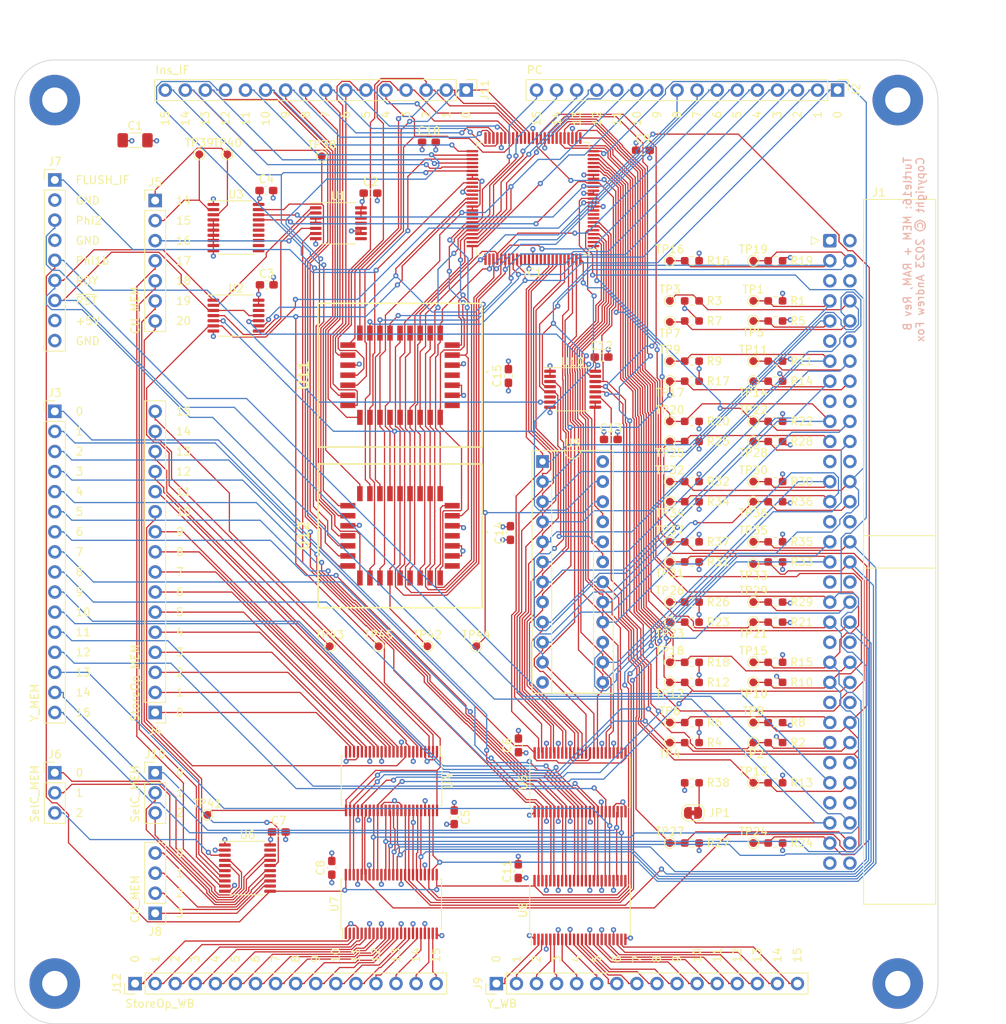
<source format=kicad_pcb>
(kicad_pcb (version 20221018) (generator pcbnew)
  (title_block (title "Turtle16: MEM + RAM") (date "2023-03-30") (rev "C") (comment 4 "MEM pipeline stage, RAM, and ROM"))
  (layers (0 "F.Cu" signal) (1 "In1.Cu" power) (2 "In2.Cu" power) (31 "B.Cu" signal) (34 "B.Paste" user) (35 "F.Paste" user) (36 "B.SilkS" user "B.Silkscreen") (37 "F.SilkS" user "F.Silkscreen") (38 "B.Mask" user) (39 "F.Mask" user) (44 "Edge.Cuts" user))
  (net 0 "")
  (net 1 "GND")
  (net 2 "VCC")
  (net 3 "/System Bus Connector/~{MemStore}")
  (net 4 "/System Bus Connector/~{MemLoad}")
  (net 5 "/MEM Prototype Inputs/Phi2")
  (net 6 "/MEM Prototype Inputs/RDY")
  (net 7 "/MEM Prototype Inputs/~{RST_sync}")
  (net 8 "/MEM Prototype Inputs/Y_MEM0")
  (net 9 "/MEM Prototype Inputs/Y_MEM1")
  (net 10 "/MEM Prototype Inputs/Y_MEM2")
  (net 11 "/MEM Prototype Inputs/Y_MEM3")
  (net 12 "/MEM Prototype Inputs/Y_MEM4")
  (net 13 "/MEM Prototype Inputs/Y_MEM5")
  (net 14 "/MEM Prototype Inputs/Y_MEM6")
  (net 15 "/MEM Prototype Inputs/Y_MEM7")
  (net 16 "/MEM Prototype Inputs/Y_MEM8")
  (net 17 "/MEM Prototype Inputs/Y_MEM9")
  (net 18 "/MEM Prototype Inputs/Y_MEM10")
  (net 19 "/MEM Prototype Inputs/Y_MEM11")
  (net 20 "/MEM Prototype Inputs/Y_MEM12")
  (net 21 "/MEM Prototype Inputs/Y_MEM13")
  (net 22 "/MEM Prototype Inputs/Y_MEM14")
  (net 23 "/MEM Prototype Inputs/Y_MEM15")
  (net 24 "/MEM Prototype Inputs/StoreOp_MEM0")
  (net 25 "/MEM Prototype Inputs/StoreOp_MEM1")
  (net 26 "/MEM Prototype Inputs/StoreOp_MEM2")
  (net 27 "/MEM Prototype Inputs/StoreOp_MEM3")
  (net 28 "/MEM Prototype Inputs/StoreOp_MEM4")
  (net 29 "/MEM Prototype Inputs/StoreOp_MEM5")
  (net 30 "/MEM Prototype Inputs/StoreOp_MEM6")
  (net 31 "/MEM Prototype Inputs/StoreOp_MEM7")
  (net 32 "/MEM Prototype Inputs/StoreOp_MEM8")
  (net 33 "/MEM Prototype Inputs/StoreOp_MEM9")
  (net 34 "/MEM Prototype Inputs/StoreOp_MEM10")
  (net 35 "/MEM Prototype Inputs/StoreOp_MEM11")
  (net 36 "/MEM Prototype Inputs/StoreOp_MEM12")
  (net 37 "/MEM Prototype Inputs/StoreOp_MEM13")
  (net 38 "/MEM Prototype Inputs/StoreOp_MEM14")
  (net 39 "/MEM Prototype Inputs/StoreOp_MEM15")
  (net 40 "/MEM Prototype Inputs/Ctl_MEM14")
  (net 41 "/MEM Prototype Inputs/Ctl_MEM15")
  (net 42 "/MEM Prototype Inputs/Ctl_MEM16")
  (net 43 "/MEM Prototype Inputs/Ctl_MEM17")
  (net 44 "/MEM Prototype Inputs/Ctl_MEM18")
  (net 45 "/MEM Prototype Inputs/Ctl_MEM19")
  (net 46 "/MEM Prototype Inputs/Ctl_MEM20")
  (net 47 "/MEM Prototype Inputs/SelC_MEM0")
  (net 48 "/MEM Prototype Inputs/SelC_MEM1")
  (net 49 "/MEM Prototype Inputs/SelC_MEM2")
  (net 50 "/MEM Prototype Inputs/Phi1b")
  (net 51 "/MEM Prototype Outputs/Ctl_WB17")
  (net 52 "/MEM Prototype Outputs/Ctl_WB18")
  (net 53 "/MEM Prototype Outputs/Ctl_WB19")
  (net 54 "/MEM Prototype Outputs/Ctl_WB20")
  (net 55 "/MEM Prototype Outputs/Y_WB0")
  (net 56 "/MEM Prototype Outputs/Y_WB1")
  (net 57 "/MEM Prototype Outputs/Y_WB2")
  (net 58 "/MEM Prototype Outputs/Y_WB3")
  (net 59 "/MEM Prototype Outputs/Y_WB4")
  (net 60 "/MEM Prototype Outputs/Y_WB5")
  (net 61 "/MEM Prototype Outputs/Y_WB6")
  (net 62 "/MEM Prototype Outputs/Y_WB7")
  (net 63 "/MEM Prototype Outputs/Y_WB8")
  (net 64 "/MEM Prototype Outputs/Y_WB9")
  (net 65 "/MEM Prototype Outputs/Y_WB10")
  (net 66 "/MEM Prototype Outputs/Y_WB11")
  (net 67 "/MEM Prototype Outputs/Y_WB12")
  (net 68 "/MEM Prototype Outputs/Y_WB13")
  (net 69 "/MEM Prototype Outputs/Y_WB14")
  (net 70 "/MEM Prototype Outputs/Y_WB15")
  (net 71 "/MEM Prototype Outputs/SelC_WB0")
  (net 72 "/MEM Prototype Outputs/SelC_WB1")
  (net 73 "/MEM Prototype Outputs/SelC_WB2")
  (net 74 "/MEM Prototype Outputs/StoreOp_WB0")
  (net 75 "/MEM Prototype Outputs/StoreOp_WB1")
  (net 76 "/MEM Prototype Outputs/StoreOp_WB2")
  (net 77 "/MEM Prototype Outputs/StoreOp_WB3")
  (net 78 "/MEM Prototype Outputs/StoreOp_WB4")
  (net 79 "/MEM Prototype Outputs/StoreOp_WB5")
  (net 80 "/MEM Prototype Outputs/StoreOp_WB6")
  (net 81 "/MEM Prototype Outputs/StoreOp_WB7")
  (net 82 "/MEM Prototype Outputs/StoreOp_WB8")
  (net 83 "/MEM Prototype Outputs/StoreOp_WB9")
  (net 84 "/MEM Prototype Outputs/StoreOp_WB10")
  (net 85 "/MEM Prototype Outputs/StoreOp_WB11")
  (net 86 "/MEM Prototype Outputs/StoreOp_WB12")
  (net 87 "/MEM Prototype Outputs/StoreOp_WB13")
  (net 88 "/MEM Prototype Outputs/StoreOp_WB14")
  (net 89 "/MEM Prototype Outputs/StoreOp_WB15")
  (net 90 "/Memory/Addr9")
  (net 91 "Net-(U1-Pad1)")
  (net 92 "Net-(U1-Pad2)")
  (net 97 "Net-(U10-Mr)")
  (net 99 "/Memory/Addr10")
  (net 100 "/Memory/Addr11")
  (net 101 "/MEM/Buffer StoreOp As Bus I/O/~{Assert}")
  (net 102 "/MEM/~{RDY}")
  (net 103 "/Memory/Addr12")
  (net 104 "/Memory/Addr13")
  (net 105 "/Memory/Addr14")
  (net 106 "/Memory/Addr15")
  (net 108 "/MEM Prototype Inputs/FLUSH_IF")
  (net 110 "/Memory/~{RAMEN_L}")
  (net 111 "/Memory/RAMEN_L")
  (net 112 "/Memory/IO15")
  (net 113 "/Memory/IO14")
  (net 114 "/Memory/IO13")
  (net 115 "/Memory/IO12")
  (net 116 "/Memory/IO11")
  (net 117 "/Memory/IO10")
  (net 118 "/Memory/IO9")
  (net 119 "/Memory/IO8")
  (net 120 "/Memory/IO7")
  (net 121 "/Memory/IO6")
  (net 122 "/Memory/IO5")
  (net 123 "/Memory/IO4")
  (net 124 "/Memory/IO3")
  (net 125 "/Memory/IO2")
  (net 126 "/Memory/IO1")
  (net 127 "/Memory/IO0")
  (net 128 "/Memory/Ins_IF0")
  (net 129 "/Memory/Ins_IF1")
  (net 130 "/Memory/Ins_IF2")
  (net 131 "/Memory/Ins_IF3")
  (net 132 "/Memory/Ins_IF4")
  (net 133 "/Memory/Ins_IF5")
  (net 134 "/Memory/Ins_IF6")
  (net 135 "/Memory/Ins_IF7")
  (net 136 "/Memory/Ins_IF8")
  (net 137 "/Memory/Ins_IF9")
  (net 139 "/Memory/Ins_IF10")
  (net 140 "/Memory/Ins_IF11")
  (net 141 "/Memory/Ins_IF12")
  (net 142 "/Memory/Ins_IF13")
  (net 143 "/Memory/Ins_IF14")
  (net 144 "/Memory/Ins_IF15")
  (net 145 "/Memory/RAMEN_R")
  (net 146 "/Memory/~{RAMEN_R}")
  (net 149 "/Memory/PC15")
  (net 150 "/Memory/PC14")
  (net 151 "/Memory/PC13")
  (net 152 "/Memory/PC12")
  (net 153 "/Memory/PC11")
  (net 154 "/Memory/PC10")
  (net 155 "/Memory/PC9")
  (net 156 "/Memory/PC8")
  (net 157 "/Memory/PC7")
  (net 158 "/Memory/PC6")
  (net 159 "/Memory/PC5")
  (net 160 "/Memory/PC4")
  (net 161 "/Memory/PC3")
  (net 162 "/Memory/PC2")
  (net 163 "/Memory/PC1")
  (net 164 "/Memory/PC0")
  (net 170 "/Memory/Addr0")
  (net 171 "/Memory/Addr1")
  (net 172 "/Memory/Addr2")
  (net 173 "/Memory/Addr3")
  (net 174 "/Memory/Addr4")
  (net 175 "/Memory/Addr5")
  (net 176 "/Memory/Addr6")
  (net 177 "/Memory/Addr7")
  (net 178 "/Memory/Addr8")
  (net 179 "/Memory/Bank1")
  (net 180 "/Memory/Bank2")
  (net 181 "/Memory/Bank0")
  (net 182 "Net-(JP1-B)")
  (net 190 "Net-(U10-E1)")
  (footprint "MountingHole:MountingHole_3.2mm_M3_Pad" (layer "F.Cu") (at 78.74 160.02)
    (fp_text reference "H4" hide)
    (fp_text value "MountingHole_Pad")
  )
  (footprint "MountingHole:MountingHole_3.2mm_M3_Pad" (layer "F.Cu") (at 185.42 160.02)
    (fp_text reference "H3" hide)
    (fp_text value "MountingHole_Pad")
  )
  (footprint "MountingHole:MountingHole_3.2mm_M3_Pad" (layer "F.Cu") (at 78.74 48.26)
    (fp_text reference "H1" hide)
    (fp_text value "MountingHole_Pad")
  )
  (footprint "MountingHole:MountingHole_3.2mm_M3_Pad" (layer "F.Cu") (at 185.42 48.26)
    (fp_text reference "H2" hide)
    (fp_text value "MountingHole_Pad")
  )
  (footprint "Connector_PinHeader_2.54mm:PinHeader_1x16_P2.54mm_Vertical" (layer "F.Cu") (at 91.44 125.73 180)
    (fp_text reference "J4")
    (fp_text value "StoreOp_MEM")
  )
  (footprint "TestPoint:TestPoint_Pad_D1.0mm" (layer "F.Cu") (at 167.132 104.14)
    (fp_text reference "TP35")
    (fp_text value "IO14")
  )
  (footprint "TestPoint:TestPoint_Pad_D1.0mm" (layer "F.Cu") (at 113.538 117.348)
    (fp_text reference "TP43")
    (fp_text value "TestPoint")
  )
  (footprint "TestPoint:TestPoint_Pad_D1.0mm" (layer "F.Cu") (at 156.5675 127)
    (fp_text reference "TP6")
    (fp_text value "IO2")
  )
  (footprint "TestPoint:TestPoint_Pad_D1.0mm" (layer "F.Cu") (at 156.5675 81.28)
    (fp_text reference "TP9")
    (fp_text value "Addr4")
  )
  (footprint "Capacitor_SMD:C_0603_1608Metric_Pad1.08x0.95mm_HandSolder" (layer "F.Cu") (at 136.144 83.1585 90)
    (fp_text reference "C15")
    (fp_text value "0.1μF")
  )
  (footprint "Package_LCC:843221B1RKTP" (layer "F.Cu") (at 122.428 103.378 -90)
    (fp_text reference "U12")
    (fp_text value "SST39SF010" hide)
  )
  (footprint "TestPoint:TestPoint_Pad_D1.0mm" (layer "F.Cu") (at 156.5675 76.327 180)
    (fp_text reference "TP7")
    (fp_text value "Addr3")
  )
  (footprint "Resistor_SMD:R_0603_1608Metric_Pad0.98x0.95mm_HandSolder" (layer "F.Cu") (at 169.926 104.14)
    (fp_text reference "R35")
    (fp_text value "10K")
  )
  (footprint "TestPoint:TestPoint_Pad_D1.0mm" (layer "F.Cu") (at 167.132 142.24)
    (fp_text reference "TP24")
    (fp_text value "~{MemStore}")
  )
  (footprint "TestPoint:TestPoint_Pad_D1.0mm" (layer "F.Cu") (at 98.044 138.684)
    (fp_text reference "TP41")
    (fp_text value "~{Assert}")
  )
  (footprint "Resistor_SMD:R_0603_1608Metric_Pad0.98x0.95mm_HandSolder" (layer "F.Cu") (at 159.3615 91.44)
    (fp_text reference "R25")
    (fp_text value "10K")
  )
  (footprint "TestPoint:TestPoint_Pad_D1.0mm" (layer "F.Cu") (at 167.132 129.54 180)
    (fp_text reference "TP2")
    (fp_text value "IO0")
  )
  (footprint "Resistor_SMD:R_0603_1608Metric_Pad0.98x0.95mm_HandSolder" (layer "F.Cu") (at 159.3615 127)
    (fp_text reference "R6")
    (fp_text value "10K")
  )
  (footprint "Connector_PinHeader_2.54mm:PinHeader_1x09_P2.54mm_Vertical" (layer "F.Cu") (at 78.74 58.36)
    (fp_text reference "J7")
    (fp_text value "Control Signals")
  )
  (footprint "Connector_PinHeader_2.54mm:PinHeader_1x16_P2.54mm_Vertical" (layer "F.Cu") (at 177.8 46.99 -90)
    (fp_text reference "J2")
    (fp_text value "PC")
  )
  (footprint "Resistor_SMD:R_0603_1608Metric_Pad0.98x0.95mm_HandSolder" (layer "F.Cu") (at 169.926 99.06)
    (fp_text reference "R36")
    (fp_text value "10K")
  )
  (footprint "TestPoint:TestPoint_Pad_D1.0mm" (layer "F.Cu") (at 167.132 121.92 180)
    (fp_text reference "TP10")
    (fp_text value "IO4")
  )
  (footprint "TestPoint:TestPoint_Pad_D1.0mm" (layer "F.Cu") (at 167.132 114.3 180)
    (fp_text reference "TP21")
    (fp_text value "IO8")
  )
  (footprint "Resistor_SMD:R_0603_1608Metric_Pad0.98x0.95mm_HandSolder" (layer "F.Cu") (at 169.926 88.9)
    (fp_text reference "R22")
    (fp_text value "10K")
  )
  (footprint "TestPoint:TestPoint_Pad_D1.0mm" (layer "F.Cu") (at 156.5675 88.9)
    (fp_text reference "TP20")
    (fp_text value "Addr8")
  )
  (footprint "Resistor_SMD:R_0603_1608Metric_Pad0.98x0.95mm_HandSolder" (layer "F.Cu") (at 159.3615 142.24)
    (fp_text reference "R27")
    (fp_text value "10K")
  )
  (footprint "Package_SO:TSSOP-16_4.4x5mm_P0.65mm" (layer "F.Cu") (at 144.272 84.836)
    (fp_text reference "U10")
    (fp_text value "CD74HC173PWR")
  )
  (footprint "Capacitor_SMD:C_0603_1608Metric_Pad1.08x0.95mm_HandSolder" (layer "F.Cu") (at 137.414 129.8885 90)
    (fp_text reference "C6")
    (fp_text value "0.1μF")
  )
  (footprint "TestPoint:TestPoint_Pad_D1.0mm" (layer "F.Cu") (at 167.132 106.934 180)
    (fp_text reference "TP33")
    (fp_text value "IO13")
  )
  (footprint "Capacitor_SMD:C_0603_1608Metric_Pad1.08x0.95mm_HandSolder" (layer "F.Cu") (at 118.6865 60.026)
    (fp_text reference "C2")
    (fp_text value "0.1μF")
  )
  (footprint "Package_LCC:843221B1RKTP" (layer "F.Cu") (at 122.428 83.058 -90)
    (fp_text reference "U11")
    (fp_text value "SST39SF010" hide)
  )
  (footprint "TestPoint:TestPoint_Pad_D1.0mm" (layer "F.Cu") (at 97.028 55.118)
    (fp_text reference "TP39")
    (fp_text value "~{MemStoreIn}")
  )
  (footprint "Resistor_SMD:R_0603_1608Metric_Pad0.98x0.95mm_HandSolder" (layer "F.Cu") (at 169.926 76.2)
    (fp_text reference "R5")
    (fp_text value "10K")
  )
  (footprint "TestPoint:TestPoint_Pad_D1.0mm" (layer "F.Cu") (at 156.5675 106.68 180)
    (fp_text reference "TP31")
    (fp_text value "IO12")
  )
  (footprint "Resistor_SMD:R_0603_1608Metric_Pad0.98x0.95mm_HandSolder" (layer "F.Cu") (at 169.926 106.68)
    (fp_text reference "R33")
    (fp_text value "10K")
  )
  (footprint "TestPoint:TestPoint_Pad_D1.0mm" (layer "F.Cu") (at 167.132 88.9)
    (fp_text reference "TP22")
    (fp_text value "Addr9")
  )
  (footprint "Capacitor_SMD:C_0603_1608Metric_Pad1.08x0.95mm_HandSolder" (layer "F.Cu") (at 105.5635 71.628)
    (fp_text reference "C3")
    (fp_text value "0.1μF")
  )
  (footprint "Resistor_SMD:R_0603_1608Metric_Pad0.98x0.95mm_HandSolder" (layer "F.Cu") (at 169.926 111.76)
    (fp_text reference "R29")
    (fp_text value "10K")
  )
  (footprint "Connector_PinHeader_2.54mm:PinHeader_1x16_P2.54mm_Vertical" (layer "F.Cu") (at 134.62 160.02 90)
    (fp_text reference "J9")
    (fp_text value "Y_WB")
  )
  (footprint "Package_SO:TSSOP-48_6.1x12.5mm_P0.5mm" (layer "F.Cu") (at 145.212 134.561 90)
    (fp_text reference "U5")
    (fp_text value "74AHCT16245")
  )
  (footprint "Connector_PinHeader_2.54mm:PinHeader_1x03_P2.54mm_Vertical" (layer "F.Cu") (at 78.74 133.35)
    (fp_text reference "J6")
    (fp_text value "SelC_MEM")
  )
  (footprint "Capacitor_SMD:C_0603_1608Metric_Pad1.08x0.95mm_HandSolder" (layer "F.Cu") (at 107.0875 140.839)
    (fp_text reference "C7")
    (fp_text value "0.1μF")
  )
  (footprint "TestPoint:TestPoint_Pad_D1.0mm" (layer "F.Cu") (at 132.08 117.348)
    (fp_text reference "TP44")
    (fp_text value "TestPoint")
  )
  (footprint "Resistor_SMD:R_0603_1608Metric_Pad0.98x0.95mm_HandSolder" (layer "F.Cu") (at 169.926 91.44)
    (fp_text reference "R28")
    (fp_text value "10K")
  )
  (footprint "Package_DIP:DIP-24_W7.62mm_Socket" (layer "F.Cu") (at 140.462 93.98)
    (fp_text reference "U9")
    (fp_text value "ATF22V10C")
  )
  (footprint "TestPoint:TestPoint_Pad_D1.0mm" (layer "F.Cu") (at 156.5675 99.06 180)
    (fp_text reference "TP34")
    (fp_text value "Addr14")
  )
  (footprint "Connector_PinHeader_2.54mm:PinHeader_1x16_P2.54mm_Vertical" (layer "F.Cu") (at 88.9 160.02 90)
    (fp_text reference "J12")
    (fp_text value "StoreOp_WB")
  )
  (footprint "Capacitor_SMD:C_0603_1608Metric_Pad1.08x0.95mm_HandSolder" (layer "F.Cu") (at 137.39 145.8005 90)
    (fp_text reference "C11")
    (fp_text value "0.1μF")
  )
  (footprint "Connector_PinHeader_2.54mm:PinHeader_1x07_P2.54mm_Vertical" (layer "F.Cu") (at 91.44 60.96)
    (fp_text reference "J5")
    (fp_text value "Ctl_MEM")
  )
  (footprint "Resistor_SMD:R_0603_1608Metric_Pad0.98x0.95mm_HandSolder" (layer "F.Cu") (at 159.3615 111.76)
    (fp_text reference "R26")
    (fp_text value "10K")
  )
  (footprint "Package_SO:TSSOP-14_4.4x5mm_P0.65mm" (layer "F.Cu") (at 114.6225 63.836)
    (fp_text reference "U1")
    (fp_text value "74ABT32")
  )
  (footprint "TestPoint:TestPoint_Pad_D1.0mm" (layer "F.Cu") (at 156.5675 91.44 180)
    (fp_text reference "TP25")
    (fp_text value "Addr10")
  )
  (footprint "Resistor_SMD:R_0603_1608Metric_Pad0.98x0.95mm_HandSolder" (layer "F.Cu") (at 159.3615 121.92)
    (fp_text reference "R12")
    (fp_text value "10K")
  )
  (footprint "TestPoint:TestPoint_Pad_D1.0mm" (layer "F.Cu") (at 167.132 83.82 180)
    (fp_text reference "TP14")
    (fp_text value "Addr6")
  )
  (footprint "Resistor_SMD:R_0603_1608Metric_Pad0.98x0.95mm_HandSolder" (layer "F.Cu") (at 169.926 73.66)
    (fp_text reference "R1")
    (fp_text value "10K")
  )
  (footprint "Resistor_SMD:R_0603_1608Metric_Pad0.98x0.95mm_HandSolder" (layer "F.Cu") (at 169.926 96.52)
    (fp_text reference "R30")
    (fp_text value "10K")
  )
  (footprint "Resistor_SMD:R_0603_1608Metric_Pad0.98x0.95mm_HandSolder" (layer "F.Cu") (at 169.926 68.58)
    (fp_text reference "R19")
    (fp_text value "10K")
  )
  (footprint "TestPoint:TestPoint_Pad_D1.0mm" (layer "F.Cu") (at 156.5675 73.66)
    (fp_text reference "TP3")
    (fp_text value "Addr1")
  )
  (footprint "TestPoint:TestPoint_Pad_D1.0mm" (layer "F.Cu") (at 167.132 134.62)
    (fp_text reference "TP13")
    (fp_text value "Bank0")
  )
  (footprint "TestPoint:TestPoint_Pad_D1.0mm" (layer "F.Cu") (at 156.5675 96.52)
    (fp_text reference "TP32")
    (fp_text value "Addr13")
  )
  (footprint "Resistor_SMD:R_0603_1608Metric_Pad0.98x0.95mm_HandSolder" (layer "F.Cu") (at 159.3615 76.2)
    (fp_text reference "R7")
    (fp_text value "10K")
  )
  (footprint "TestPoint:TestPoint_Pad_D1.0mm" (layer "F.Cu") (at 167.132 119.38)
    (fp_text reference "TP15")
    (fp_text value "IO6")
  )
  (footprint "Resistor_SMD:R_0603_1608Metric_Pad0.98x0.95mm_HandSolder" (layer "F.Cu") (at 159.3615 68.58)
    (fp_text reference "R16")
    (fp_text value "10K")
  )
  (footprint "Package_SO:TSSOP-48_6.1x12.5mm_P0.5mm" (layer "F.Cu") (at 121.32 149.9575 90)
    (fp_text reference "U7")
    (fp_text value "74ABT16374")
  )
  (footprint "TestPoint:TestPoint_Pad_D1.0mm" (layer "F.Cu") (at 156.5675 142.24)
    (fp_text reference "TP27")
    (fp_text value "~{MemLoad}")
  )
  (footprint "Capacitor_SMD:C_0603_1608Metric_Pad1.08x0.95mm_HandSolder" (layer "F.Cu") (at 147.9285 80.772)
    (fp_text reference "C12")
    (fp_text value "0.1μF")
  )
  (footprint "Resistor_SMD:R_0603_1608Metric_Pad0.98x0.95mm_HandSolder" (layer "F.Cu") (at 159.3615 114.3)
    (fp_text reference "R23")
    (fp_text value "10K")
  )
  (footprint "Package_SO:TSSOP-20_4.4x6.5mm_P0.65mm" (layer "F.Cu") (at 103.124 145.411)
    (fp_text reference "U6")
    (fp_text value "74ABT574")
  )
  (footprint "TestPoint:TestPoint_Pad_D1.0mm" (layer "F.Cu") (at 167.132 111.76)
    (fp_text reference "TP29")
    (fp_text value "IO11")
  )
  (footprint "TestPoint:TestPoint_Pad_D1.0mm" (layer "F.Cu") (at 125.8993 117.348)
    (fp_text reference "TP42")
    (fp_text value "TestPoint")
  )
  (footprint "Resistor_SMD:R_0603_1608Metric_Pad0.98x0.95mm_HandSolder" (layer "F.Cu") (at 159.3615 119.38)
    (fp_text reference "R18")
    (fp_text value "10K")
  )
  (footprint "TestPoint:TestPoint_Pad_D1.0mm" (layer "F.Cu") (at 167.132 68.58)
    (fp_text reference "TP19")
    (fp_text value "Bank2")
  )
  (footprint "Capacitor_SMD:C_0603_1608Metric_Pad1.08x0.95mm_HandSolder" (layer "F.Cu") (at 149.098 91.186)
    (fp_text reference "C13")
    (fp_text value "0.1μF")
  )
  (footprint "Resistor_SMD:R_0603_1608Metric_Pad0.98x0.95mm_HandSolder" (layer "F.Cu") (at 159.3615 73.66 180)
    (fp_text reference "R3")
    (fp_text value "10K")
  )
  (footprint "Package_SO:TSSOP-14_4.4x5mm_P0.65mm" (layer "F.Cu") (at 101.6685 75.52)
    (fp_text reference "U2")
    (fp_text value "74AHCT04")
  )
  (footprint "Resistor_SMD:R_0603_1608Metric_Pad0.98x0.95mm_HandSolder" (layer "F.Cu") (at 159.3615 88.9)
    (fp_text reference "R20")
    (fp_text value "10K")
  )
  (footprint "Resistor_SMD:R_0603_1608Metric_Pad0.98x0.95mm_HandSolder" (layer "F.Cu") (at 169.926 119.38)
    (fp_text reference "R15")
    (fp_text value "10K")
  )
  (footprint "Resistor_SMD:R_0603_1608Metric_Pad0.98x0.95mm_HandSolder" (layer "F.Cu") (at 159.3615 104.14)
    (fp_text reference "R37")
    (fp_text value "10K")
  )
  (footprint "Resistor_SMD:R_0603_1608Metric_Pad0.98x0.95mm_HandSolder" (layer "F.Cu") (at 159.3615 134.62)
    (fp_text reference "R38")
    (fp_text value "10K")
  )
  (footprint "Resistor_SMD:R_0603_1608Metric_Pad0.98x0.95mm_HandSolder" (layer "F.Cu") (at 169.926 83.82)
    (fp_text reference "R14")
    (fp_text value "10K")
  )
  (footprint "TestPoint:TestPoint_Pad_D1.0mm" (layer "F.Cu") (at 156.5675 121.92 180)
    (fp_text reference "TP12")
    (fp_text value "IO5")
  )
  (footprint "Capacitor_SMD:C_1206_3216Metric_Pad1.33x1.80mm_HandSolder" (layer "F.Cu") (at 88.9 53.34)
    (fp_text reference "C1")
    (fp_text value "100µF")
  )
  (footprint "TestPoint:TestPoint_Pad_D1.0mm" (layer "F.Cu") (at 119.7187 117.348)
    (fp_text reference "TP45")
    (fp_text value "TestPoint")
  )
  (footprint "Resistor_SMD:R_0603_1608Metric_Pad0.98x0.95mm_HandSolder" (layer "F.Cu") (at 169.926 134.62)
    (fp_text reference "R13")
    (fp_text value "10K")
  )
  (footprint "Resistor_SMD:R_0603_1608Metric_Pad0.98x0.95mm_HandSolder" (layer "F.Cu") (at 159.3615 83.82)
    (fp_text reference "R17")
    (fp_text value "10K")
  )
  (footprint "Package_SO:TSSOP-20_4.4x6.5mm_P0.65mm" (layer "F.Cu") (at 101.6685 64.385)
    (fp_text reference "U3")
    (fp_text value "74AHCT245")
  )
  (footprint "TestPoint:TestPoint_Pad_D1.0mm" (layer "F.Cu") (at 156.5675 68.58)
    (fp_text reference "TP16")
    (fp_text value "Bank1")
  )
  (footprint "Capacitor_SMD:C_0603_1608Metric_Pad1.08x0.95mm_HandSolder" (layer "F.Cu") (at 129.286 138.9915 -90)
    (fp_text reference "C5")
    (fp_text value "0.1μF")
  )
  (footprint "Resistor_SMD:R_0603_1608Metric_Pad0.98x0.95mm_HandSolder" (layer "F.Cu") (at 169.926 142.24)
    (fp_text reference "R24")
    (fp_text value "10K")
  )
  (footprint "Resistor_SMD:R_0603_1608Metric_Pad0.98x0.95mm_HandSolder" (layer "F.Cu") (at 159.3615 81.28)
    (fp_text reference "R9")
    (fp_text value "10K")
  )
  (footprint "Package_SO:TSSOP-48_6.1x12.5mm_P0.5mm" (layer "F.Cu") (at 145.196 150.7195 90)
    (fp_text reference "U8")
    (fp_text value "74ABT16374")
  )
  (footprint "Resistor_SMD:R_0603_1608Metric_Pad0.98x0.95mm_HandSolder" (layer "F.Cu") (at 169.926 127)
    (fp_text reference "R8")
    (fp_text value "10K")
  )
  (footprint "Capacitor_SMD:C_0603_1608Metric_Pad1.08x0.95mm_HandSolder" (layer "F.Cu") (at 126.0845 53.594)
    (fp_text reference "C10")
    (fp_text value "0.1μF")
  )
  (footprint "TestPoint:TestPoint_Pad_D1.0mm" (layer "F.Cu") (at 100.584 55.118)
    (fp_text reference "TP40")
    (fp_text value "~{MemLoadIn}")
  )
  (footprint "Capacitor_SMD:C_0603_1608Metric_Pad1.08x0.95mm_HandSolder" (layer "F.Cu") (at 136.398 103.0235 90)
    (fp_text reference "C14")
    (fp_text value "0.1μF")
  )
  (footprint "Connector_PinHeader_2.54mm:PinHeader_1x16_P2.54mm_Vertical" (layer "F.Cu") (at 130.81 46.99 -90)
    (fp_text reference "J11")
    (fp_text value "Ins_IF")
  )
  (footprint "Resistor_SMD:R_0603_1608Metric_Pad0.98x0.95mm_HandSolder" (layer "F.Cu") (at 169.926 129.54)
    (fp_text reference "R2")
    (fp_text value "10K")
  )
  (footprint "TestPoint:TestPoint_Pad_D1.0mm" (layer "F.Cu") (at 167.132 76.2 180)
    (fp_text reference "TP5")
    (fp_text value "Addr2")
  )
  (footprint "Package_SO:TSSOP-48_6.1x12.5mm_P0.5mm" (layer "F.Cu") (at 121.352 134.4045 -90)
    (fp_text reference "U4")
    (fp_text value "74AHCT16245")
  )
  (footprint "TestPoint:TestPoint_Pad_D1.0mm" (layer "F.Cu") (at 167.132 127)
    (fp_text reference "TP8")
    (fp_text value "IO3")
  )
  (footprint "Connector_IDC:IDC-Header_2x32_P2.54mm_Horizontal" (layer "F.Cu") (at 176.819 66.04)
    (fp_text reference "J1")
    (fp_text value "71922-164LF")
  )
  (footprint "TestPoint:TestPoint_Pad_D1.0mm" (layer "F.Cu") (at 156.5675 104.14)
    (fp_text reference "TP37")
    (fp_text value "IO15")
  )
  (footprint "Resistor_SMD:R_0603_1608Metric_Pad0.98x0.95mm_HandSolder" (layer "F.Cu") (at 159.3615 129.54)
    (fp_text reference "R4")
    (fp_text value "10K")
  )
  (footprint "TestPoint:TestPoint_Pad_D1.0mm" (layer "F.Cu") (at 112.522 55.372)
    (fp_text reference "TP38")
    (fp_text value "~{RDY}")
  )
  (footprint "Resistor_SMD:R_0603_1608Metric_Pad0.98x0.95mm_HandSolder" (layer "F.Cu") (at 159.3615 106.68)
    (fp_text reference "R31")
    (fp_text value "10K")
  )
  (footprint "Package_QFP:TQFP-100_14x14mm_P0.5mm" (layer "F.Cu") (at 139.244 60.722 180)
    (fp_text reference "IC1")
    (fp_text value "7028L20PFGI")
  )
  (footprint "Capacitor_SMD:C_0603_1608Metric_Pad1.08x0.95mm_HandSolder" (layer "F.Cu") (at 105.5105 59.69)
    (fp_text reference "C4")
    (fp_text value "0.1μF")
  )
  (footprint "Resistor_SMD:R_0603_1608Metric_Pad0.98x0.95mm_HandSolder" (layer "F.Cu") (at 159.3615 99.06)
    (fp_text reference "R34")
    (fp_text value "10K")
  )
  (footprint "TestPoint:TestPoint_Pad_D1.0mm" (layer "F.Cu") (at 167.132 99.06 180)
    (fp_text reference "TP36")
    (fp_text value "Addr15")
  )
  (footprint "TestPoint:TestPoint_Pad_D1.0mm" (layer "F.Cu") (at 156.5675 129.54 180)
    (fp_text reference "TP4")
    (fp_text value "IO1")
  )
  (footprint "Jumper:SolderJumper-2_P1.3mm_Bridged_RoundedPad1.0x1.5mm" (layer "F.Cu") (at 159.5035 138.43)
    (fp_text reference "JP1")
    (fp_text value "SolderJumper_2_Bridged")
  )
  (footprint "Resistor_SMD:R_0603_1608Metric_Pad0.98x0.95mm_HandSolder" (layer "F.Cu") (at 169.926 121.92)
    (fp_text reference "R10")
    (fp_text value "10K")
  )
  (footprint "TestPoint:TestPoint_Pad_D1.0mm" (layer "F.Cu") (at 167.132 73.66)
    (fp_text reference "TP1")
    (fp_text value "Addr0")
  )
  (footprint "Capacitor_SMD:C_0603_1608Metric_Pad1.08x0.95mm_HandSolder" (layer "F.Cu") (at 153.162 54.61)
    (fp_text reference "C9")
    (fp_text value "0.1μF")
  )
  (footprint "Resistor_SMD:R_0603_1608Metric_Pad0.98x0.95mm_HandSolder" (layer "F.Cu") (at 169.926 81.28)
    (fp_text reference "R11")
    (fp_text value "10K")
  )
  (footprint "TestPoint:TestPoint_Pad_D1.0mm" (layer "F.Cu") (at 167.132 96.52)
    (fp_text reference "TP30")
    (fp_text value "Addr12")
  )
  (footprint "TestPoint:TestPoint_Pad_D1.0mm" (layer "F.Cu") (at 156.5675 83.82 180)
    (fp_text reference "TP17")
    (fp_text value "Addr7")
  )
  (footprint "TestPoint:TestPoint_Pad_D1.0mm" (layer "F.Cu") (at 167.132 91.44 180)
    (fp_text reference "TP28")
    (fp_text value "Addr11")
  )
  (footprint "TestPoint:TestPoint_Pad_D1.0mm" (layer "F.Cu") (at 156.5675 119.38)
    (fp_text reference "TP18")
    (fp_text value "IO7")
  )
  (footprint "Capacitor_SMD:C_0603_1608Metric_Pad1.08x0.95mm_HandSolder" (layer "F.Cu") (at 113.792 145.3825 90)
    (fp_text reference "C8")
    (fp_text value "0.1μF")
  )
  (footprint "TestPoint:TestPoint_Pad_D1.0mm" (layer "F.Cu") (at 156.5675 111.76)
    (fp_text reference "TP26")
    (fp_text value "IO10")
  )
  (footprint "TestPoint:TestPoint_Pad_D1.0mm" (layer "F.Cu") (at 167.132 81.28)
    (fp_text reference "TP11")
    (fp_text value "Addr5")
  )
  (footprint "Resistor_SMD:R_0603_1608Metric_Pad0.98x0.95mm_HandSolder" (layer "F.Cu") (at 159.3615 96.52)
    (fp_text reference "R32")
    (fp_text value "10K")
  )
  (footprint "Resistor_SMD:R_0603_1608Metric_Pad0.98x0.95mm_HandSolder" (layer "F.Cu") (at 169.926 114.3)
    (fp_text reference "R21")
    (fp_text value "10K")
  )
  (footprint "Connector_PinHeader_2.54mm:PinHeader_1x04_P2.54mm_Vertical" (layer "F.Cu") (at 91.44 151.13 180)
    (fp_text reference "J8")
    (fp_text value "Ctl_MEM")
  )
  (footprint "TestPoint:TestPoint_Pad_D1.0mm" (layer "F.Cu") (at 156.5675 114.3 180)
    (fp_text reference "TP23")
    (fp_text value "IO9")
  )
  (footprint "Connector_PinHeader_2.54mm:PinHeader_1x16_P2.54mm_Vertical" (layer "F.Cu") (at 78.74 87.63)
    (fp_text reference "J3")
    (fp_text value "Y_MEM")
  )
  (footprint "Connector_PinHeader_2.54mm:PinHeader_1x03_P2.54mm_Vertical" (layer "F.Cu") (at 91.44 133.35)
    (fp_text reference "J10")
    (fp_text value "SelC_MEM")
  )
  (gr_line locked (start 190.5 160.02) (end 190.5 48.26) (stroke (width 0.1)) (layer "Edge.Cuts"))
  (gr_line locked (start 73.66 48.26) (end 73.66 160.02) (stroke (width 0.1)) (layer "Edge.Cuts"))
  (gr_line locked (start 78.74 165.1) (end 185.42 165.1) (stroke (width 0.1)) (layer "Edge.Cuts"))
  (gr_arc locked (start 185.42 43.18) (mid 189.012102 44.667898) (end 190.5 48.26) (stroke (width 0.1)) (layer "Edge.Cuts"))
  (gr_arc locked (start 190.5 160.02) (mid 189.012102 163.612102) (end 185.42 165.1) (stroke (width 0.1)) (layer "Edge.Cuts"))
  (gr_arc locked (start 73.66 48.26) (mid 75.147898 44.667898) (end 78.74 43.18) (stroke (width 0.1)) (layer "Edge.Cuts"))
  (gr_line locked (start 78.74 43.18) (end 185.42 43.18) (stroke (width 0.1)) (layer "Edge.Cuts"))
  (gr_arc locked (start 78.74 165.1) (mid 75.147898 163.612102) (end 73.66 160.02) (stroke (width 0.1)) (layer "Edge.Cuts"))
  (gr_text "Turtle16: MEM + RAM, Rev B\nCopyright © 2023 Andrew Fox" (at 187.452 55.372 90) (layer "B.SilkS") (effects (font (size 1 1)) (justify left mirror)))
  (gr_text "15" (at 93.98 63.5) (layer "F.SilkS") (effects (font (size 1 1)) (justify left)))
  (gr_text "14" (at 81.28 123.19) (layer "F.SilkS") (effects (font (size 1 1)) (justify left)))
  (gr_text locked "12" (at 93.98 95.25) (layer "F.SilkS") (effects (font (size 1 1)) (justify left)))
  (gr_text "8" (at 110.49 49.53 90) (layer "F.SilkS") (effects (font (size 1 1)) (justify right)))
  (gr_text "10" (at 105.41 49.53 90) (layer "F.SilkS") (effects (font (size 1 1)) (justify right)))
  (gr_text locked "0" (at 134.62 157.48 90) (layer "F.SilkS") (effects (font (size 1 1)) (justify left)))
  (gr_text "11" (at 102.87 49.53 90) (layer "F.SilkS") (effects (font (size 1 1)) (justify right)))
  (gr_text locked "GND" (at 81.28 66.04) (layer "F.SilkS") (effects (font (size 1 1)) (justify left)))
  (gr_text locked "7" (at 81.28 105.41) (layer "F.SilkS") (effects (font (size 1 1)) (justify left)))
  (gr_text locked "13" (at 167.64 157.48 90) (layer "F.SilkS") (effects (font (size 1 1)) (justify left)))
  (gr_text locked "2" (at 81.28 92.71) (layer "F.SilkS") (effects (font (size 1 1)) (justify left)))
  (gr_text "13" (at 81.28 120.65) (layer "F.SilkS") (effects (font (size 1 1)) (justify left)))
  (gr_text locked "6" (at 149.86 157.48 90) (layer "F.SilkS") (effects (font (size 1 1)) (justify left)))
  (gr_text "4" (at 167.64 49.53 90) (layer "F.SilkS") (effects (font (size 1 1)) (justify right)))
  (gr_text locked "14" (at 124.46 157.48 90) (layer "F.SilkS") (effects (font (size 1 1)) (justify left)))
  (gr_text locked "~{RST}" (at 81.28 73.66) (layer "F.SilkS") (effects (font (size 1 1)) (justify left)))
  (gr_text "1" (at 128.27 49.53 90) (layer "F.SilkS") (effects (font (size 1 1)) (justify right)))
  (gr_text "15" (at 81.28 125.73) (layer "F.SilkS") (effects (font (size 1 1)) (justify left)))
  (gr_text locked "15" (at 127 157.48 90) (layer "F.SilkS") (effects (font (size 1 1)) (justify left)))
  (gr_text locked "Phi1b" (at 81.28 68.58) (layer "F.SilkS") (effects (font (size 1 1)) (justify left)))
  (gr_text "13" (at 144.78 49.53 90) (layer "F.SilkS") (effects (font (size 1 1)) (justify right)))
  (gr_text locked "4" (at 99.06 157.48 90) (layer "F.SilkS") (effects (font (size 1 1)) (justify left)))
  (gr_text locked "1" (at 93.98 146.05) (layer "F.SilkS") (effects (font (size 1 1)) (justify left)))
  (gr_text locked "11" (at 81.28 115.57) (layer "F.SilkS") (effects (font (size 1 1)) (justify left)))
  (gr_text "5" (at 165.1 49.53 90) (layer "F.SilkS") (effects (font (size 1 1)) (justify right)))
  (gr_text locked "7" (at 106.68 157.48 90) (layer "F.SilkS") (effects (font (size 1 1)) (justify left)))
  (gr_text "4" (at 120.65 49.53 90) (layer "F.SilkS") (effects (font (size 1 1)) (justify right)))
  (gr_text "2" (at 93.98 120.65) (layer "F.SilkS") (effects (font (size 1 1)) (justify left)))
  (gr_text "7" (at 113.03 49.53 90) (layer "F.SilkS") (effects (font (size 1 1)) (justify right)))
  (gr_text locked "1" (at 81.28 90.17) (layer "F.SilkS") (effects (font (size 1 1)) (justify left)))
  (gr_text "9" (at 154.94 49.53 90) (layer "F.SilkS") (effects (font (size 1 1)) (justify right)))
  (gr_text locked "8" (at 93.98 105.41) (layer "F.SilkS") (effects (font (size 1 1)) (justify left)))
  (gr_text "1" (at 175.26 49.53 90) (layer "F.SilkS") (effects (font (size 1 1)) (justify right)))
  (gr_text locked "1" (at 91.44 157.48 90) (layer "F.SilkS") (effects (font (size 1 1)) (justify left)))
  (gr_text locked "5" (at 81.28 100.33) (layer "F.SilkS") (effects (font (size 1 1)) (justify left)))
  (gr_text "1" (at 93.98 123.19) (layer "F.SilkS") (effects (font (size 1 1)) (justify left)))
  (gr_text locked "3" (at 81.28 95.25) (layer "F.SilkS") (effects (font (size 1 1)) (justify left)))
  (gr_text "8" (at 157.48 49.53 90) (layer "F.SilkS") (effects (font (size 1 1)) (justify right)))
  (gr_text locked "5" (at 101.6 157.48 90) (layer "F.SilkS") (effects (font (size 1 1)) (justify left)))
  (gr_text locked "11" (at 93.98 97.79) (layer "F.SilkS") (effects (font (size 1 1)) (justify left)))
  (gr_text locked "9" (at 93.98 102.87) (layer "F.SilkS") (effects (font (size 1 1)) (justify left)))
  (gr_text locked "11" (at 162.56 157.48 90) (layer "F.SilkS") (effects (font (size 1 1)) (justify left)))
  (gr_text locked "10" (at 81.28 113.03) (layer "F.SilkS") (effects (font (size 1 1)) (justify left)))
  (gr_text "0" (at 130.81 49.53 90) (layer "F.SilkS") (effects (font (size 1 1)) (justify right)))
  (gr_text locked "3" (at 93.98 118.11) (layer "F.SilkS") (effects (font (size 1 1)) (justify left)))
  (gr_text locked "1" (at 137.16 157.48 90) (layer "F.SilkS") (effects (font (size 1 1)) (justify left)))
  (gr_text "12" (at 147.32 49.53 90) (layer "F.SilkS") (effects (font (size 1 1)) (justify right)))
  (gr_text locked "14" (at 93.98 90.17) (layer "F.SilkS") (effects (font (size 1 1)) (justify left)))
  (gr_text locked "6" (at 93.98 110.49) (layer "F.SilkS") (effects (font (size 1 1)) (justify left)))
  (gr_text "0" (at 93.98 125.73) (layer "F.SilkS") (effects (font (size 1 1)) (justify left)))
  (gr_text "3" (at 123.19 49.53 90) (layer "F.SilkS") (effects (font (size 1 1)) (justify right)))
  (gr_text "13" (at 97.79 49.53 90) (layer "F.SilkS") (effects (font (size 1 1)) (justify right)))
  (gr_text locked "4" (at 81.28 97.79) (layer "F.SilkS") (effects (font (size 1 1)) (justify left)))
  (gr_text locked "2" (at 93.98 157.48 90) (layer "F.SilkS") (effects (font (size 1 1)) (justify left)))
  (gr_text locked "0" (at 81.28 133.35) (layer "F.SilkS") (effects (font (size 1 1)) (justify left)))
  (gr_text "16" (at 93.98 66.04) (layer "F.SilkS") (effects (font (size 1 1)) (justify left)))
  (gr_text "7" (at 160.02 49.53 90) (layer "F.SilkS") (effects (font (size 1 1)) (justify right)))
  (gr_text locked "12" (at 81.28 118.11) (layer "F.SilkS") (effects (font (size 1 1)) (justify left)))
  (gr_text locked "13" (at 121.92 157.48 90) (layer "F.SilkS") (effects (font (size 1 1)) (justify left)))
  (gr_text locked "8" (at 109.22 157.48 90) (layer "F.SilkS") (effects (font (size 1 1)) (justify left)))
  (gr_text locked "2" (at 81.28 138.43) (layer "F.SilkS") (effects (font (size 1 1)) (justify left)))
  (gr_text locked "3" (at 142.24 157.48 90) (layer "F.SilkS") (effects (font (size 1 1)) (justify left)))
  (gr_text "18" (at 93.98 71.12) (layer "F.SilkS") (effects (font (size 1 1)) (justify left)))
  (gr_text "9" (at 107.95 49.53 90) (layer "F.SilkS") (effects (font (size 1 1)) (justify right)))
  (gr_text locked "15" (at 93.98 87.63) (layer "F.SilkS") (effects (font (size 1 1)) (justify left)))
  (gr_text locked "1" (at 81.28 135.89) (layer "F.SilkS") (effects (font (size 1 1)) (justify left)))
  (gr_text locked "3" (at 96.52 157.48 90) (layer "F.SilkS") (effects (font (size 1 1)) (justify left)))
  (gr_text "10" (at 152.4 49.53 90) (layer "F.SilkS") (effects (font (size 1 1)) (justify right)))
  (gr_text "14" (at 142.24 49.53 90) (layer "F.SilkS") (effects (font (size 1 1)) (justify right)))
  (gr_text locked "GND" (at 81.28 60.96) (layer "F.SilkS") (effects (font (size 1 1)) (justify left)))
  (gr_text locked "14" (at 170.18 157.48 90) (layer "F.SilkS") (effects (font (size 1 1)) (justify left)))
  (gr_text locked "0" (at 81.28 87.63) (layer "F.SilkS") (effects (font (size 1 1)) (justify left)))
  (gr_text locked "2" (at 93.98 138.43) (layer "F.SilkS") (effects (font (size 1 1)) (justify left)))
  (gr_text "6" (at 162.56 49.53 90) (layer "F.SilkS") (effects (font (size 1 1)) (justify right)))
  (gr_text locked "7" (at 93.98 107.95) (layer "F.SilkS") (effects (font (size 1 1)) (justify left)))
  (gr_text locked "5" (at 147.32 157.48 90) (layer "F.SilkS") (effects (font (size 1 1)) (justify left)))
  (gr_text locked "11" (at 116.84 157.48 90) (layer "F.SilkS") (effects (font (size 1 1)) (justify left)))
  (gr_text "15" (at 139.7 49.53 90) (layer "F.SilkS") (effects (font (size 1 1)) (justify right)))
  (gr_text locked "3" (at 93.98 151.13) (layer "F.SilkS") (effects (font (size 1 1)) (justify left)))
  (gr_text locked "FLUSH_IF" (at 81.28 58.36) (layer "F.SilkS") (effects (font (size 1 1)) (justify left)))
  (gr_text locked "6" (at 81.28 102.87) (layer "F.SilkS") (effects (font (size 1 1)) (justify left)))
  (gr_text "3" (at 170.18 49.53 90) (layer "F.SilkS") (effects (font (size 1 1)) (justify right)))
  (gr_text locked "+5V" (at 81.28 76.2) (layer "F.SilkS") (effects (font (size 1 1)) (justify left)))
  (gr_text "14" (at 95.25 49.53 90) (layer "F.SilkS") (effects (font (size 1 1)) (justify right)))
  (gr_text locked "0" (at 93.98 133.35) (layer "F.SilkS") (effects (font (size 1 1)) (justify left)))
  (gr_text locked "12" (at 165.1 157.48 90) (layer "F.SilkS") (effects (font (size 1 1)) (justify left)))
  (gr_text locked "12" (at 119.38 157.48 90) (layer "F.SilkS") (effects (font (size 1 1)) (justify left)))
  (gr_text "14" (at 93.98 60.96) (layer "F.SilkS") (effects (font (size 1 1)) (justify left)))
  (gr_text "15" (at 92.71 49.53 90) (layer "F.SilkS") (effects (font (size 1 1)) (justify right)))
  (gr_text locked "8" (at 81.28 107.95) (layer "F.SilkS") (effects (font (size 1 1)) (justify left)))
  (gr_text locked "GND" (at 81.28 78.74) (layer "F.SilkS") (effects (font (size 1 1)) (justify left)))
  (gr_text "6" (at 115.57 49.53 90) (layer "F.SilkS") (effects (font (size 1 1)) (justify right)))
  (gr_text "5" (at 118.11 49.53 90) (layer "F.SilkS") (effects (font (size 1 1)) (justify right)))
  (gr_text locked "Phi2" (at 81.28 63.5) (layer "F.SilkS") (effects (font (size 1 1)) (justify left)))
  (gr_text locked "13" (at 93.98 92.71) (layer "F.SilkS") (effects (font (size 1 1)) (justify left)))
  (gr_text "20" (at 93.98 76.2) (layer "F.SilkS") (effects (font (size 1 1)) (justify left)))
  (gr_text locked "10" (at 114.3 157.48 90) (layer "F.SilkS") (effects (font (size 1 1)) (justify left)))
  (gr_text locked "0" (at 88.9 157.48 90) (layer "F.SilkS") (effects (font (size 1 1)) (justify left)))
  (gr_text locked "RDY" (at 81.28 71.12) (layer "F.SilkS") (effects (font (size 1 1)) (justify left)))
  (gr_text locked "6" (at 104.14 157.48 90) (layer "F.SilkS") (effects (font (size 1 1)) (justify left)))
  (gr_text locked "15" (at 172.72 157.48 90) (layer "F.SilkS") (effects (font (size 1 1)) (justify left)))
  (gr_text locked "10" (at 93.98 100.33) (layer "F.SilkS") (effects (font (size 1 1)) (justify left)))
  (gr_text locked "9" (at 111.76 157.48 90) (layer "F.SilkS") (effects (font (size 1 1)) (justify left)))
  (gr_text locked "2" (at 93.98 148.59) (layer "F.SilkS") (effects (font (size 1 1)) (justify left)))
  (gr_text locked "4" (at 144.78 157.48 90) (layer "F.SilkS") (effects (font (size 1 1)) (justify left)))
  (gr_text locked "9" (at 81.28 110.49) (layer "F.SilkS") (effects (font (size 1 1)) (justify left)))
  (gr_text locked "7" (at 152.4 157.48 90) (layer "F.SilkS") (effects (font (size 1 1)) (justify left)))
  (gr_text locked "0" (at 93.98 143.51) (layer "F.SilkS") (effects (font (size 1 1)) (justify left)))
  (gr_text locked "8" (at 154.94 157.48 90) (layer "F.SilkS") (effects (font (size 1 1)) (justify left)))
  (gr_text locked "4" (at 93.98 115.57) (layer "F.SilkS") (effects (font (size 1 1)) (justify left)))
  (gr_text locked "10" (at 160.02 157.48 90) (layer "F.SilkS") (effects (font (size 1 1)) (justify left)))
  (gr_text "11" (at 149.86 49.53 90) (layer "F.SilkS") (effects (font (size 1 1)) (justify right)))
  (gr_text locked "1" (at 93.98 135.89) (layer "F.SilkS") (effects (font (size 1 1)) (justify left)))
  (gr_text "19" (at 93.98 73.66) (layer "F.SilkS") (effects (font (size 1 1)) (justify left)))
  (gr_text "17" (at 93.98 68.58) (layer "F.SilkS") (effects (font (size 1 1)) (justify left)))
  (gr_text "2" (at 172.72 49.53 90) (layer "F.SilkS") (effects (font (size 1 1)) (justify right)))
  (gr_text locked "5" (at 93.98 113.03) (layer "F.SilkS") (effects (font (size 1 1)) (justify left)))
  (gr_text "2" (at 125.73 49.53 90) (layer "F.SilkS") (effects (font (size 1 1)) (justify right)))
  (gr_text "0" (at 177.8 49.53 90) (layer "F.SilkS") (effects (font (size 1 1)) (justify right)))
  (gr_text "12" (at 100.33 49.53 90) (layer "F.SilkS") (effects (font (size 1 1)) (justify right)))
  (gr_text locked "9" (at 157.48 157.48 90) (layer "F.SilkS") (effects (font (size 1 1)) (justify left)))
  (gr_text locked "2" (at 139.7 157.48 90) (layer "F.SilkS") (effects (font (size 1 1)) (justify left)))
  (segment (start 132.5496 61.4339) (end 132.2615 61.722) (width 0.1524) (layer "F.Cu") (net 1))
  (segment (start 98.806 66.01) (end 98.806 66.66) (width 0.1524) (layer "F.Cu") (net 1))
  (segment (start 170.8385 96.52) (end 170.8385 95.5552) (width 0.1524) (layer "F.Cu") (net 1))
  (segment (start 170.8385 73.66) (end 170.8385 72.7021) (width 0.1524) (layer "F.Cu") (net 1))
  (segment (start 127.352 153.952) (end 127.07 153.67) (width 0.1524) (layer "F.Cu") (net 1))
  (segment (start 160.274 107.6353) (end 160.274 106.68) (width 0.1524) (layer "F.Cu") (net 1))
  (segment (start 170.8385 103.1634) (end 170.8385 104.14) (width 0.1524) (layer "F.Cu") (net 1))
  (segment (start 116.2035 152.6483) (end 115.9039 152.6483) (width 0.1524) (layer "F.Cu") (net 1))
  (segment (start 121.7306 137.102) (end 120.4401 137.102) (width 0.1524) (layer "F.Cu") (net 1))
  (segment (start 121.7306 136.8964) (end 121.7306 137.102) (width 0.1524) (layer "F.Cu") (net 1))
  (segment (start 151.5873 154.2608) (end 151.1172 154.2608) (width 0.1524) (layer "F.Cu") (net 1))
  (segment (start 170.8385 87.9216) (end 170.8385 88.9) (width 0.1524) (layer "F.Cu") (net 1))
  (segment (start 143.962 131.5735) (end 144.2036 131.8151) (width 0.1524) (layer "F.Cu") (net 1))
  (segment (start 117.0713 102.0484) (end 117.0117 102.108) (width 0.1524) (layer "F.Cu") (net 1))
  (segment (start 122.57 146.245) (end 122.57 147.464) (width 0.1524) (layer "F.Cu") (net 1))
  (segment (start 120.4401 137.102) (end 120.102 137.4401) (width 0.1524) (layer "F.Cu") (net 1))
  (segment (start 132.2542 58.222) (end 132.5496 58.5174) (width 0.1524) (layer "F.Cu") (net 1))
  (segment (start 171.8248 99.2187) (end 170.9972 99.2187) (width 0.1524) (layer "F.Cu") (net 1))
  (segment (start 148.791 79.8105) (end 148.791 80.772) (width 0.1524) (layer "F.Cu") (net 1))
  (segment (start 149.7905 137.258) (end 149.462 137.5865) (width 0.1524) (layer "F.Cu") (net 1))
  (segment (start 100.2615 141.808) (end 100.2615 142.486) (width 0.1524) (layer "F.Cu") (net 1))
  (segment (start 170.9815 76.057) (end 170.8385 76.2) (width 0.1524) (layer "F.Cu") (net 1))
  (segment (start 151.1172 154.2608) (end 150.946 154.432) (width 0.1524) (layer "F.Cu") (net 1))
  (segment (start 140.962 129.6288) (end 140.962 130.8485) (width 0.1524) (layer "F.Cu") (net 1))
  (segment (start 140.962 139.4921) (end 140.962 138.2735) (width 0.1524) (layer "F.Cu") (net 1))
  (segment (start 122.602 130.692) (end 122.602 129.4741) (width 0.1524) (layer "F.Cu") (net 1))
  (segment (start 125.57 153.67) (end 125.57 152.4425) (width 0.1524) (layer "F.Cu") (net 1))
  (segment (start 170.8385 106.68) (end 170.8385 107.6386) (width 0.1524) (layer "F.Cu") (net 1))
  (segment (start 91.6293 53.4071) (end 90.5296 53.4071) (width 0.1524) (layer "F.Cu") (net 1))
  (segment (start 171.8057 111.876) (end 170.9545 111.876) (width 0.1524) (layer "F.Cu") (net 1))
  (segment (start 160.274 127) (end 160.274 128.27) (width 0.1524) (layer "F.Cu") (net 1))
  (segment (start 130.3916 81.6081) (end 130.2117 81.788) (width 0.1524) (layer "F.Cu") (net 1))
  (segment (start 125.8559 131.7132) (end 126.7609 131.7132) (width 0.1524) (layer "F.Cu") (net 1))
  (segment (start 146.9065 58.222) (end 146.9065 57.722) (width 0.1524) (layer "F.Cu") (net 1))
  (segment (start 132.5496 58.5174) (end 132.5496 59.722) (width 0.1524) (layer "F.Cu") (net 1))
  (segment (start 98.806 63.41) (end 98.806 64.06) (width 0.1524) (layer "F.Cu") (net 1))
  (segment (start 146.9065 57.722) (end 145.6904 57.722) (width 0.1524) (layer "F.Cu") (net 1))
  (segment (start 127.719 153.952) (end 127.352 153.952) (width 0.1524) (layer "F.Cu") (net 1))
  (segment (start 125.602 130.692) (end 125.602 131.4593) (width 0.1524) (layer "F.Cu") (net 1))
  (segment (start 116.8068 131.7089) (end 117.102 131.4137) (width 0.1524) (layer "F.Cu") (net 1))
  (segment (start 129.028 81.788) (end 130.2117 81.788) (width 0.1524) (layer "F.Cu") (net 1))
  (segment (start 125.8559 131.9104) (end 125.8559 131.7132) (width 0.1524) (layer "F.Cu") (net 1))
  (segment (start 122.57 152.4543) (end 122.57 153.67) (width 0.1524) (layer "F.Cu") (net 1))
  (segment (start 150.962 137.5934) (end 150.6266 137.258) (width 0.1524) (layer "F.Cu") (net 1))
  (segment (start 106.373 59.69) (end 106.373 60.6442) (width 0.1524) (layer "F.Cu") (net 1))
  (segment (start 150.6266 137.0402) (end 150.6266 137.258) (width 0.1524) (layer "F.Cu") (net 1))
  (segment (start 171.8149 76.057) (end 170.9815 76.057) (width 0.1524) (layer "F.Cu") (net 1))
  (segment (start 140.946 155.6414) (end 140.946 154.432) (width 0.1524) (layer "F.Cu") (net 1))
  (segment (start 128.3288 139.8659) (end 129.2741 139.8659) (width 0.1524) (layer "F.Cu") (net 1))
  (segment (start 137.39 144.938) (end 137.39 143.9211) (width 0.1524) (layer "F.Cu") (net 1))
  (segment (start 146.462 131.5418) (end 146.462 130.8485) (width 0.1524) (layer "F.Cu") (net 1))
  (segment (start 125.57 145.0189) (end 125.57 146.245) (width 0.1524) (layer "F.Cu") (net 1))
  (segment (start 138.8091 138.7191) (end 139.0164 138.7191) (width 0.1524) (layer "F.Cu") (net 1))
  (segment (start 140.744 53.0595) (end 140.744 54.3069) (width 0.1524) (layer "F.Cu") (net 1))
  (segment (start 127.102 131.3721) (end 127.102 130.692) (width 0.1524) (layer "F.Cu") (net 1))
  (segment (start 170.9545 111.876) (end 170.8385 111.76) (width 0.1524) (layer "F.Cu") (net 1))
  (segment (start 170.8931 114.3546) (end 170.8385 114.3) (width 0.1524) (layer "F.Cu") (net 1))
  (segment (start 111.76 65.786) (end 111.76 66.4688) (width 0.1524) (layer "F.Cu") (net 1))
  (segment (start 115.828 81.788) (end 117.0117 81.788) (width 0.1524) (layer "F.Cu") (net 1))
  (segment (start 117.2628 81.6535) (end 117.1462 81.6535) (width 0.1524) (layer "F.Cu") (net 1))
  (segment (start 140.946 147.007) (end 140.946 148.2252) (width 0.1524) (layer "F.Cu") (net 1))
  (segment (start 117.2829 102.0484) (end 117.0713 102.0484) (width 0.1524) (layer "F.Cu") (net 1))
  (segment (start 150.962 138.2735) (end 150.962 137.5934) (width 0.1524) (layer "F.Cu") (net 1))
  (segment (start 160.274 92.3948) (end 160.274 91.44) (width 0.1524) (layer "F.Cu") (net 1))
  (segment (start 170.8385 119.38) (end 170.8385 118.4225) (width 0.1524) (layer "F.Cu") (net 1))
  (segment (start 115.828 102.108) (end 117.0117 102.108) (width 0.1524) (layer "F.Cu") (net 1))
  (segment (start 115.6044 131.7089) (end 116.8068 131.7089) (width 0.1524) (layer "F.Cu") (net 1))
  (segment (start 138.966 153.952) (end 139.446 154.432) (width 0.1524) (layer "F.Cu") (net 1))
  (segment (start 117.102 139.3407) (end 117.102 138.117) (width 0.1524) (layer "F.Cu") (net 1))
  (segment (start 130.4606 102.3569) (end 130.2117 102.108) (width 0.1524) (layer "F.Cu") (net 1))
  (segment (start 170.8385 83.2128) (end 170.8385 83.82) (width 0.1524) (layer "F.Cu") (net 1))
  (segment (start 170.8139 129.54) (end 170.8385 129.54) (width 0.1524) (layer "F.Cu") (net 1))
  (segment (start 117.102 131.4137) (end 117.102 130.692) (width 0.1524) (layer "F.Cu") (net 1))
  (segment (start 117.07 152.9503) (end 116.768 152.6483) (width 0.1524) (layer "F.Cu") (net 1))
  (segment (start 140.9293 155.6581) (end 140.946 155.6414) (width 0.1524) (layer "F.Cu") (net 1))
  (segment (start 120.07 147.4623) (end 120.07 146.245) (width 0.1524) (layer "F.Cu") (net 1))
  (segment (start 122.2753 137.102) (end 121.7306 137.102) (width 0.1524) (layer "F.Cu") (net 1))
  (segment (start 136.3155 102.2435) (end 136.398 102.161) (width 0.1524) (layer "F.Cu") (net 1))
  (segment (start 146.5054 139.5863) (end 146.462 139.5429) (width 0.1524) (layer "F.Cu") (net 1))
  (segment (start 160.274 113.3438) (end 160.274 111.76) (width 0.1524) (layer "F.Cu") (net 1))
  (segment (start 171.1823 127.3438) (end 170.8385 127) (width 0.1524) (layer "F.Cu") (net 1))
  (segment (start 170.086 121.1675) (end 170.8385 121.92) (width 0.1524) (layer "F.Cu") (net 1))
  (segment (start 170.8385 134.62) (end 170.8385 133.6569) (width 0.1524) (layer "F.Cu") (net 1))
  (segment (start 150.6266 137.258) (end 149.7905 137.258) (width 0.1524) (layer "F.Cu") (net 1))
  (segment (start 98.806 65.36) (end 98.806 66.01) (width 0.1524) (layer "F.Cu") (net 1))
  (segment (start 116.768 152.6483) (end 116.2035 152.6483) (width 0.1524) (layer "F.Cu") (net 1))
  (segment (start 132.7975 58.5174) (end 132.5496 58.5174) (width 0.1524) (layer "F.Cu") (net 1))
  (segment (start 146.446 148.2235) (end 146.446 147.007) (width 0.1524) (layer "F.Cu") (net 1))
  (segment (start 171.2679 91.8694) (end 170.8385 91.44) (width 0.1524) (layer "F.Cu") (net 1))
  (segment (start 143.962 139.4902) (end 143.962 138.2735) (width 0.1524) (layer "F.Cu") (net 1))
  (segment (start 149.9605 91.186) (end 149.9605 90.2313) (width 0.1524) (layer "F.Cu") (net 1))
  (segment (start 158.449 73.66) (end 158.449 74.6301) (width 0.1524) (layer "F.Cu") (net 1))
  (segment (start 125.602 138.117) (end 125.602 136.8945) (width 0.1524) (layer "F.Cu") (net 1))
  (segment (start 143.946 147.007) (end 143.946 148.2281) (width 0.1524) (layer "F.Cu") (net 1))
  (segment (start 115.57 152.9822) (end 115.57 153.67) (width 0.1524) (layer "F.Cu") (net 1))
  (segment (start 141.4095 81.8804) (end 141.4095 82.561) (width 0.1524) (layer "F.Cu") (net 1))
  (segment (start 116.2035 152.4461) (end 116.2035 152.6483) (width 0.1524) (layer "F.Cu") (net 1))
  (segment (start 144.2036 131.8151) (end 146.1887 131.8151) (width 0.1524) (layer "F.Cu") (net 1))
  (segment (start 160.274 121.92) (end 160.274 120.9656) (width 0.1524) (layer "F.Cu") (net 1))
  (segment (start 143.962 129.6251) (end 143.962 130.8485) (width 0.1524) (layer "F.Cu") (net 1))
  (segment (start 115.602 130.692) (end 115.602 131.7065) (width 0.1524) (layer "F.Cu") (net 1))
  (segment (start 149.446 148.2234) (end 149.446 147.007) (width 0.1524) (layer "F.Cu") (net 1))
  (segment (start 137.414 129.026) (end 137.414 128.0074) (width 0.1524) (layer "F.Cu") (net 1))
  (segment (start 122.602 138.117) (end 122.602 137.4287) (width 0.1524) (layer "F.Cu") (net 1))
  (segment (start 107.95 141.7964) (end 107.95 140.839) (width 0.1524) (layer "F.Cu") (net 1))
  (segment (start 154.0245 55.5724) (end 154.0245 54.61) (width 0.1524) (layer "F.Cu") (net 1))
  (segment (start 160.274 67.6196) (end 160.274 68.58) (width 0.1524) (layer "F.Cu") (net 1))
  (segment (start 131.5815 57.722) (end 131.5815 58.222) (width 0.1524) (layer "F.Cu") (net 1))
  (segment (start 171.1101 81.0084) (end 170.8385 81.28) (width 0.1524) (layer "F.Cu") (net 1))
  (segment (start 171.8124 91.8694) (end 171.2679 91.8694) (width 0.1524) (layer "F.Cu") (net 1))
  (segment (start 106.426 71.628) (end 106.426 70.6645) (width 0.1524) (layer "F.Cu") (net 1))
  (segment (start 139.244 68.3845) (end 139.244 67.1657) (width 0.1524) (layer "F.Cu") (net 1))
  (segment (start 158.7041 74.6301) (end 160.274 76.2) (width 0.1524) (layer "F.Cu") (net 1))
  (segment (start 131.5815 61.722) (end 131.5815 62.222) (width 0.1524) (layer "F.Cu") (net 1))
  (segment (start 125.602 131.4593) (end 125.8559 131.7132) (width 0.1524) (layer "F.Cu") (net 1))
  (segment (start 171.8174 81.0084) (end 171.1101 81.0084) (width 0.1524) (layer "F.Cu") (net 1))
  (segment (start 143.962 130.8485) (end 143.962 131.5735) (width 0.1524) (layer "F.Cu") (net 1))
  (segment (start 130.4758 81.6081) (end 130.3916 81.6081) (width 0.1524) (layer "F.Cu") (net 1))
  (segment (start 113.792 144.52) (end 113.792 143.4984) (width 0.1524) (layer "F.Cu") (net 1))
  (segment (start 146.462 139.5429) (end 146.462 138.2735) (width 0.1524) (layer "F.Cu") (net 1))
  (segment (start 160.274 128.27) (end 160.274 129.54) (width 0.1524) (layer "F.Cu") (net 1))
  (segment (start 160.274 104.14) (end 160.274 103.1854) (width 0.1524) (layer "F.Cu") (net 1))
  (segment (start 132.5496 59.722) (end 132.5496 61.4339) (width 0.1524) (layer "F.Cu") (net 1))
  (segment (start 160.274 81.28) (end 160.274 82.2422) (width 0.1524) (layer "F.Cu") (net 1))
  (segment (start 160.274 95.5665) (end 160.274 96.52) (width 0.1524) (layer "F.Cu") (net 1))
  (segment (start 115.9039 152.6483) (end 115.57 152.9822) (width 0.1524) (layer "F.Cu") (net 1))
  (segment (start 101.4928 147.665) (end 100.8218 148.336) (width 0.1524) (layer "F.Cu") (net 1))
  (segment (start 129.2741 139.8659) (end 129.286 139.854) (width 0.1524) (layer "F.Cu") (net 1))
  (segment (start 170.4856 82.8599) (end 170.8385 83.2128) (width 0.1524) (layer "F.Cu") (net 1))
  (segment (start 126.947 53.594) (end 126.947 54.5583) (width 0.1524) (layer "F.Cu") (net 1))
  (segment (start 149.462 137.5865) (end 149.462 138.2735) (width 0.1524) (layer "F.Cu") (net 1))
  (segment (start 160.274 142.24) (end 160.274 143.1961) (width 0.1524) (layer "F.Cu") (net 1))
  (segment (start 98.806 67.31) (end 98.806 67.995) (width 0.1524) (layer "F.Cu") (net 1))
  (segment (start 146.1887 131.8151) (end 146.462 131.5418) (width 0.1524) (layer "F.Cu") (net 1))
  (segment (start 160.274 114.3) (end 160.274 113.3438) (width 0.1524) (layer "F.Cu") (net 1))
  (segment (start 139.244 51.8428) (end 139.244 53.0595) (width 0.1524) (layer "F.Cu") (net 1))
  (segment (start 146.9065 61.722) (end 148.128 61.722) (width 0.1524) (layer "F.Cu") (net 1))
  (segment (start 135.435 102.2435) (end 136.3155 102.2435) (width 0.1524) (layer "F.Cu") (net 1))
  (segment (start 98.806 64.71) (end 98.806 65.36) (width 0.1524) (layer "F.Cu") (net 1))
  (segment (start 100.8218 148.336) (end 100.2615 148.336) (width 0.1524) (layer "F.Cu") (net 1))
  (segment (start 141.4095 82.561) (end 141.4095 83.211) (width 0.1524) (layer "F.Cu") (net 1))
  (segment (start 98.806 77.47) (end 98.806 78.1518) (width 0.1524) (layer "F.Cu") (net 1))
  (segment (start 149.446 154.432) (end 149.446 153.2159) (width 0.1524) (layer "F.Cu") (net 1))
  (segment (start 101.4928 147.5937) (end 101.4928 147.665) (width 0.1524) (layer "F.Cu") (net 1))
  (segment (start 160.274 120.9656) (end 160.274 119.38) (width 0.1524) (layer "F.Cu") (net 1))
  (segment (start 171.809 114.3546) (end 170.8931 114.3546) (width 0.1524) (layer "F.Cu") (net 1))
  (segment (start 170.0594 128.7855) (end 170.8139 129.54) (width 0.1524) (layer "F.Cu") (net 1))
  (segment (start 171.8141 127.3438) (end 171.1823 127.3438) (width 0.1524) (layer "F.Cu") (net 1))
  (segment (start 120.07 152.4536) (end 120.07 153.67) (width 0.1524) (layer "F.Cu") (net 1))
  (segment (start 120.102 131.9076) (end 120.102 130.692) (width 0.1524) (layer "F.Cu") (net 1))
  (segment (start 115.602 131.7065) (end 115.6044 131.7089) (width 0.1524) (layer "F.Cu") (net 1))
  (segment (start 160.274 99.06) (end 160.274 100.0181) (width 0.1524) (layer "F.Cu") (net 1))
  (segment (start 170.8385 142.24) (end 170.8385 143.1939) (width 0.1524) (layer "F.Cu") (net 1))
  (segment (start 143.946 153.1777) (end 143.946 154.432) (width 0.1524) (layer "F.Cu") (net 1))
  (segment (start 126.7609 131.7132) (end 127.102 131.3721) (width 0.1524) (layer "F.Cu") (net 1))
  (segment (start 90.5296 53.4071) (end 90.4625 53.34) (width 0.1524) (layer "F.Cu") (net 1))
  (segment (start 98.806 66.66) (end 98.806 67.31) (width 0.1524) (layer "F.Cu") (net 1))
  (segment (start 170.9972 99.2187) (end 170.8385 99.06) (width 0.1524) (layer "F.Cu") (net 1))
  (segment (start 138.7963 153.952) (end 138.966 153.952) (width 0.1524) (layer "F.Cu") (net 1))
  (segment (start 171.2427 68.1758) (end 170.8385 68.58) (width 0.1524) (layer "F.Cu") (net 1))
  (segment (start 160.274 82.2422) (end 160.274 83.82) (width 0.1524) (layer "F.Cu") (net 1))
  (segment (start 115.6044 131.9088) (end 115.6044 131.7089) (width 0.1524) (layer "F.Cu") (net 1))
  (segment (start 136.144 81.2764) (end 136.144 82.296) (width 0.1524) (layer "F.Cu") (net 1))
  (segment (start 117.07 153.67) (end 117.07 152.9503) (width 0.1524) (layer "F.Cu") (net 1))
  (segment (start 146.446 154.432) (end 146.446 153.2156) (width 0.1524) (layer "F.Cu") (net 1))
  (segment (start 119.549 60.9876) (end 119.549 60.026) (width 0.1524) (layer "F.Cu") (net 1))
  (segment (start 120.102 137.4401) (end 120.102 138.117) (width 0.1524) (layer "F.Cu") (net 1))
  (segment (start 160.274 88.9) (end 160.274 89.8535) (width 0.1524) (layer "F.Cu") (net 1))
  (segment (start 129.028 102.108) (end 130.2117 102.108) (width 0.1524) (layer "F.Cu") (net 1))
  (segment (start 146.9065 62.222) (end 146.9065 61.722) (width 0.1524) (layer "F.Cu") (net 1))
  (segment (start 158.449 74.6301) (end 158.7041 74.6301) (width 0.1524) (layer "F.Cu") (net 1))
  (segment (start 117.07 146.245) (end 117.07 147.4687) (width 0.1524) (layer "F.Cu") (net 1))
  (segment (start 149.462 129.6115) (end 149.462 130.8485) (width 0.1524) (layer "F.Cu") (net 1))
  (segment (start 141.4095 87.7906) (end 141.4095 87.111) (width 0.1524) (layer "F.Cu") (net 1))
  (segment (start 132.5496 59.722) (end 131.5815 59.722) (width 0.1524) (layer "F.Cu") (net 1))
  (segment (start 98.806 64.06) (end 98.806 64.71) (width 0.1524) (layer "F.Cu") (net 1))
  (segment (start 132.2615 61.722) (end 131.5815 61.722) (width 0.1524) (layer "F.Cu") (net 1))
  (segment (start 139.0164 138.7191) (end 139.462 138.2735) (width 0.1524) (layer "F.Cu") (net 1))
  (segment (start 122.602 137.4287) (end 122.2753 137.102) (width 0.1524) (layer "F.Cu") (net 1))
  (segment (start 171.825 68.1758) (end 171.2427 68.1758) (width 0.1524) (layer "F.Cu") (net 1))
  (segment (start 131.5815 58.222) (end 132.2542 58.222) (width 0.1524) (layer "F.Cu") (net 1))
  (segment (start 117.1462 81.6535) (end 117.0117 81.788) (width 0.1524) (layer "F.Cu") (net 1))
  (via (at 117.2628 81.6535) (size 0.65) (drill 0.3) (layers "F.Cu" "B.Cu") (net 1))
  (via (at 141.4095 87.7906) (size 0.65) (drill 0.3) (layers "F.Cu" "B.Cu") (net 1))
  (via (at 100.2615 141.808) (size 0.65) (drill 0.3) (layers "F.Cu" "B.Cu") (net 1))
  (via (at 139.244 51.8428) (size 0.65) (drill 0.3) (layers "F.Cu" "B.Cu") (net 1))
  (via (at 160.274 82.2422) (size 0.65) (drill 0.3) (layers "F.Cu" "B.Cu") (net 1))
  (via (at 117.102 139.3407) (size 0.65) (drill 0.3) (layers "F.Cu" "B.Cu") (net 1))
  (via (at 120.102 131.9076) (size 0.65) (drill 0.3) (layers "F.Cu" "B.Cu") (net 1))
  (via (at 170.4856 82.8599) (size 0.65) (drill 0.3) (layers "F.Cu" "B.Cu") (net 1))
  (via (at 141.4095 81.8804) (size 0.65) (drill 0.3) (layers "F.Cu" "B.Cu") (net 1))
  (via (at 146.446 153.2156) (size 0.65) (drill 0.3) (layers "F.Cu" "B.Cu") (net 1))
  (via (at 171.825 68.1758) (size 0.65) (drill 0.3) (layers "F.Cu" "B.Cu") (net 1))
  (via (at 138.8091 138.7191) (size 0.65) (drill 0.3) (layers "F.Cu" "B.Cu") (net 1))
  (via (at 143.962 129.6251) (size 0.65) (drill 0.3) (layers "F.Cu" "B.Cu") (net 1))
  (via (at 171.809 114.3546) (size 0.65) (drill 0.3) (layers "F.Cu" "B.Cu") (net 1))
  (via (at 160.274 143.1961) (size 0.65) (drill 0.3) (layers "F.Cu" "B.Cu") (net 1))
  (via (at 106.373 60.6442) (size 0.65) (drill 0.3) (layers "F.Cu" "B.Cu") (net 1))
  (via (at 149.446 148.2234) (size 0.65) (drill 0.3) (layers "F.Cu" "B.Cu") (net 1))
  (via (at 101.4928 147.5937) (size 0.65) (drill 0.3) (layers "F.Cu" "B.Cu") (net 1))
  (via (at 119.549 60.9876) (size 0.65) (drill 0.3) (layers "F.Cu" "B.Cu") (net 1))
  (via (at 170.8385 87.9216) (size 0.65) (drill 0.3) (layers "F.Cu" "B.Cu") (net 1))
  (via (at 135.435 102.2435) (size 0.65) (drill 0.3) (layers "F.Cu" "B.Cu") (net 1))
  (via (at 122.57 152.4543) (size 0.65) (drill 0.3) (layers "F.Cu" "B.Cu") (net 1))
  (via (at 171.8248 99.2187) (size 0.65) (drill 0.3) (layers "F.Cu" "B.Cu") (net 1))
  (via (at 151.5873 154.2608) (size 0.65) (drill 0.3) (layers "F.Cu" "B.Cu") (net 1))
  (via (at 146.446 148.2235) (size 0.65) (drill 0.3) (layers "F.Cu" "B.Cu") (net 1))
  (via (at 140.9293 155.6581) (size 0.65) (drill 0.3) (layers "F.Cu" "B.Cu") (net 1))
  (via (at 106.426 70.6645) (size 0.65) (drill 0.3) (layers "F.Cu" "B.Cu") (net 1))
  (via (at 149.446 153.2159) (size 0.65) (drill 0.3) (layers "F.Cu" "B.Cu") (net 1))
  (via (at 140.744 54.3069) (size 0.65) (drill 0.3) (layers "F.Cu" "B.Cu") (net 1))
  (via (at 137.39 143.9211) (size 0.65) (drill 0.3) (layers "F.Cu" "B.Cu") (net 1))
  (via (at 170.086 121.1675) (size 0.65) (drill 0.3) (layers "F.Cu" "B.Cu") (net 1))
  (via (at 171.8124 91.8694) (size 0.65) (drill 0.3) (layers "F.Cu" "B.Cu") (net 1))
  (via (at 146.5054 139.5863) (size 0.65) (drill 0.3) (layers "F.Cu" "B.Cu") (net 1))
  (via (at 143.946 153.1777) (size 0.65) (drill 0.3) (layers "F.Cu" "B.Cu") (net 1))
  (via (at 170.8385 103.1634) (size 0.65) (drill 0.3) (layers "F.Cu" "B.Cu") (net 1))
  (via (at 149.462 129.6115) (size 0.65) (drill 0.3) (layers "F.Cu" "B.Cu") (net 1))
  (via (at 150.6266 137.0402) (size 0.65) (drill 0.3) (layers "F.Cu" "B.Cu") (net 1))
  (via (at 171.8141 127.3438) (size 0.65) (drill 0.3) (layers "F.Cu" "B.Cu") (net 1))
  (via (at 171.8149 76.057) (size 0.65) (drill 0.3) (layers "F.Cu" "B.Cu") (net 1))
  (via (at 160.274 89.8535) (size 0.65) (drill 0.3) (layers "F.Cu" "B.Cu") (net 1))
  (via (at 170.8385 133.6569) (size 0.65) (drill 0.3) (layers "F.Cu" "B.Cu") (net 1))
  (via (at 140.946 148.2252) (size 0.65) (drill 0.3) (layers "F.Cu" "B.Cu") (net 1))
  (via (at 160.274 107.6353) (size 0.65) (drill 0.3) (layers "F.Cu" "B.Cu") (net 1))
  (via (at 111.76 66.4688) (size 0.65) (drill 0.3) (layers "F.Cu" "B.Cu") (net 1))
  (via (at 120.07 152.4536) (size 0.65) (drill 0.3) (layers "F.Cu" "B.Cu") (net 1))
  (via (at 170.8385 107.6386) (size 0.65) (drill 0.3) (layers "F.Cu" "B.Cu") (net 1))
  (via (at 98.806 78.1518) (size 0.65) (drill 0.3) (layers "F.Cu" "B.Cu") (net 1))
  (via (at 143.962 139.4902) (size 0.65) (drill 0.3) (layers "F.Cu" "B.Cu") (net 1))
  (via (at 140.962 139.4921) (size 0.65) (drill 0.3) (layers "F.Cu" "B.Cu") (net 1))
  (via (at 170.8385 118.4225) (size 0.65) (drill 0.3) (layers "F.Cu" "B.Cu") (net 1))
  (via (at 160.274 67.6196) (size 0.65) (drill 0.3) (layers "F.Cu" "B.Cu") (net 1))
  (via (at 125.57 152.4425) (size 0.65) (drill 0.3) (layers "F.Cu" "B.Cu") (net 1))
  (via (at 160.274 113.3438) (size 0.65) (drill 0.3) (layers "F.Cu" "B.Cu") (net 1))
  (via (at 160.274 128.27) (size 0.65) (drill 0.3) (layers "F.Cu" "B.Cu") (net 1))
  (via (at 130.4758 81.6081) (size 0.65) (drill 0.3) (layers "F.Cu" "B.Cu") (net 1))
  (via (at 140.962 129.6288) (size 0.65) (drill 0.3) (layers "F.Cu" "B.Cu") (net 1))
  (via (at 120.07 147.4623) (size 0.65) (drill 0.3) (layers "F.Cu" "B.Cu") (net 1))
  (via (at 117.07 147.4687) (size 0.65) (drill 0.3) (layers "F.Cu" "B.Cu") (net 1))
  (via (at 98.806 67.995) (size 0.65) (drill 0.3) (layers "F.Cu" "B.Cu") (net 1))
  (via (at 132.7975 58.5174) (size 0.65) (drill 0.3) (layers "F.Cu" "B.Cu") (net 1))
  (via (at 138.7963 153.952) (size 0.65) (drill 0.3) (layers "F.Cu" "B.Cu") (net 1))
  (via (at 125.602 136.8945) (size 0.65) (drill 0.3) (layers "F.Cu" "B.Cu") (net 1))
  (via (at 171.8174 81.0084) (size 0.65) (drill 0.3) (layers "F.Cu" "B.Cu") (net 1))
  (via (at 137.414 128.0074) (size 0.65) (drill 0.3) (layers "F.Cu" "B.Cu") (net 1))
  (via (at 115.6044 131.9088) (size 0.65) (drill 0.3) (layers "F.Cu" "B.Cu") (net 1))
  (via (at 125.57 145.0189) (size 0.65) (drill 0.3) (layers "F.Cu" "B.Cu") (net 1))
  (via (at 160.274 92.3948) (size 0.65) (drill 0.3) (layers "F.Cu" "B.Cu") (net 1))
  (via (at 148.128 61.722) (size 0.65) (drill 0.3) (layers "F.Cu" "B.Cu") (net 1))
  (via (at 122.602 129.4741) (size 0.65) (drill 0.3) (layers "F.Cu" "B.Cu") (net 1))
  (via (at 125.8559 131.9104) (size 0.65) (drill 0.3) (layers "F.Cu" "B.Cu") (net 1))
  (via (at 139.244 67.1657) (size 0.65) (drill 0.3) (layers "F.Cu" "B.Cu") (net 1))
  (via (at 122.57 147.464) (size 0.65) (drill 0.3) (layers "F.Cu" "B.Cu") (net 1))
  (via (at 149.9605 90.2313) (size 0.65) (drill 0.3) (layers "F.Cu" "B.Cu") (net 1))
  (via (at 170.8385 143.1939) (size 0.65) (drill 0.3) (layers "F.Cu" "B.Cu") (net 1))
  (via (at 148.791 79.8105) (size 0.65) (drill 0.3) (layers "F.Cu" "B.Cu") (net 1))
  (via (at 117.2829 102.0484) (size 0.65) (drill 0.3) (layers "F.Cu" "B.Cu") (net 1))
  (via (at 130.4606 102.3569) (size 0.65) (drill 0.3) (layers "F.Cu" "B.Cu") (net 1))
  (via (at 127.719 153.952) (size 0.65) (drill 0.3) (layers "F.Cu" "B.Cu") (net 1))
  (via (at 107.95 141.7964) (size 0.65) (drill 0.3) (layers "F.Cu" "B.Cu") (net 1))
  (via (at 170.0594 128.7855) (size 0.65) (drill 0.3) (layers "F.Cu" "B.Cu") (net 1))
  (via (at 113.792 143.4984) (size 0.65) (drill 0.3) (layers "F.Cu" "B.Cu") (net 1))
  (via (at 160.274 103.1854) (size 0.65) (drill 0.3) (layers "F.Cu" "B.Cu") (net 1))
  (via (at 170.8385 72.7021) (size 0.65) (drill 0.3) (layers "F.Cu" "B.Cu") (net 1))
  (via (at 126.947 54.5583) (size 0.65) (drill 0.3) (layers "F.Cu" "B.Cu") (net 1))
  (via (at 136.144 81.2764) (size 0.65) (drill 0.3) (layers "F.Cu" "B.Cu") (net 1))
  (via (at 91.6293 53.4071) (size 0.65) (drill 0.3) (layers "F.Cu" "B.Cu") (net 1))
  (via (at 143.946 148.2281) (size 0.65) (drill 0.3) (layers "F.Cu" "B.Cu") (net 1))
  (via (at 160.274 100.0181) (size 0.65) (drill 0.3) (layers "F.Cu" "B.Cu") (net 1))
  (via (at 170.8385 95.5552) (size 0.65) (drill 0.3) (layers "F.Cu" "B.Cu") (net 1))
  (via (at 154.0245 55.5724) (size 0.65) (drill 0.3) (layers "F.Cu" "B.Cu") (net 1))
  (via (at 145.6904 57.722) (size 0.65) (drill 0.3) (layers "F.Cu" "B.Cu") (net 1))
  (via (at 158.449 74.6301) (size 0.65) (drill 0.3) (layers "F.Cu" "B.Cu") (net 1))
  (via (at 121.7306 136.8964) (size 0.65) (drill 0.3) (layers "F.Cu" "B.Cu") (net 1))
  (via (at 160.274 95.5665) (size 0.65) (drill 0.3) (layers "F.Cu" "B.Cu") (net 1))
  (via (at 160.274 120.9656) (size 0.65) (drill 0.3) (layers "F.Cu" "B.Cu") (net 1))
  (via (at 171.8057 111.876) (size 0.65) (drill 0.3) (layers "F.Cu" "B.Cu") (net 1))
  (via (at 116.2035 152.4461) (size 0.65) (drill 0.3) (layers "F.Cu" "B.Cu") (net 1))
  (via (at 128.3288 139.8659) (size 0.65) (drill 0.3) (layers "F.Cu" "B.Cu") (net 1))
  (segment (start 130.2117 105.918) (end 130.2117 105.2865) (width 0.1524) (layer "F.Cu") (net 2))
  (segment (start 138.3693 130.8395) (end 137.5025 130.8395) (width 0.1524) (layer "F.Cu") (net 2))
  (segment (start 117.485 64.8099) (end 117.485 64.486) (width 0.1524) (layer "F.Cu") (net 2))
  (segment (start 138.3617 146.6496) (end 137.4034 146.6496) (width 0.1524) (layer "F.Cu") (net 2))
  (segment (start 106.0545 141.0095) (end 106.0545 141.8002) (width 0.1524) (layer "F.Cu") (net 2))
  (segment (start 158.449 134.62) (end 158.449 135.5834) (width 0.1524) (layer "F.Cu") (net 2))
  (segment (start 146.9065 60.0416) (end 146.9065 59.722) (width 0.1524) (layer "F.Cu") (net 2))
  (segment (start 130.2117 85.598) (end 130.2117 84.328) (width 0.1524) (layer "F.Cu") (net 2))
  (segment (start 100.2615 143.136) (end 99.0361 143.136) (width 0.1524) (layer "F.Cu") (net 2))
  (segment (start 117.6357 61.7353) (end 117.485 61.886) (width 0.1524) (layer "F.Cu") (net 2))
  (segment (start 147.946 154.432) (end 147.946 153.2113) (width 0.1524) (layer "F.Cu") (net 2))
  (segment (start 118.602 130.692) (end 118.602 131.9088) (width 0.1524) (layer "F.Cu") (net 2))
  (segment (start 98.806 61.46) (end 98.806 60.7665) (width 0.1524) (layer "F.Cu") (net 2))
  (segment (start 88.4881 53.4071) (end 87.4046 53.4071) (width 0.1524) (layer "F.Cu") (net 2))
  (segment (start 118.57 153.67) (end 118.57 152.4449) (width 0.1524) (layer "F.Cu") (net 2))
  (segment (start 118.5349 146.2099) (end 118.57 146.245) (width 0.1524) (layer "F.Cu") (net 2))
  (segment (start 117.824 60.9054) (end 117.6357 61.0937) (width 0.1524) (layer "F.Cu") (net 2))
  (segment (start 147.066 81.4292) (end 147.066 80.772) (width 0.1524) (layer "F.Cu") (net 2))
  (segment (start 147.4511 81.8143) (end 147.066 81.4292) (width 0.1524) (layer "F.Cu") (net 2))
  (segment (start 124.102 138.117) (end 124.102 139.6394) (width 0.1524) (layer "F.Cu") (net 2))
  (segment (start 129.028 84.328) (end 130.2117 84.328) (width 0.1524) (layer "F.Cu") (net 2))
  (segment (start 130.2365 85.6228) (end 130.2117 85.598) (width 0.1524) (layer "F.Cu") (net 2))
  (segment (start 104.531 73.57) (end 104.531 74.22) (width 0.1524) (layer "F.Cu") (net 2))
  (segment (start 113.792 147.2614) (end 113.792 146.245) (width 0.1524) (layer "F.Cu") (net 2))
  (segment (start 117.824 60.026) (end 117.824 60.9054) (width 0.1524) (layer "F.Cu") (net 2))
  (segment (start 142.446 153.2133) (end 142.446 154.432) (width 0.1524) (layer "F.Cu") (net 2))
  (segment (start 142.446 139.507) (end 142.462 139.491) (width 0.1524) (layer "F.Cu") (net 2))
  (segment (start 129.028 104.648) (end 130.2117 104.648) (width 0.1524) (layer "F.Cu") (net 2))
  (segment (start 142.462 129.6327) (end 142.462 130.8485) (width 0.1524) (layer "F.Cu") (net 2))
  (segment (start 130.2117 105.2865) (end 130.2117 104.648) (width 0.1524) (layer "F.Cu") (net 2))
  (segment (start 146.9065 60.222) (end 146.9065 60.0416) (width 0.1524) (layer "F.Cu") (net 2))
  (segment (start 147.4511 81.8143) (end 147.1345 82.1309) (width 0.1524) (layer "F.Cu") (net 2))
  (segment (start 130.5726 59.5465) (end 130.5726 59.8968) (width 0.1524) (layer "F.Cu") (net 2))
  (segment (start 104.531 71.798) (end 104.531 72.8406) (width 0.1524) (layer "F.Cu") (net 2))
  (segment (start 124.102 130.692) (end 124.102 131.9075) (width 0.1524) (layer "F.Cu") (net 2))
  (segment (start 135.244 53.0595) (end 135.244 54.278) (width 0.1524) (layer "F.Cu") (net 2))
  (segment (start 147.962 129.6297) (end 147.962 130.8485) (width 0.1524) (layer "F.Cu") (net 2))
  (segment (start 147.8887 137.0458) (end 147.962 137.1191) (width 0.1524) (layer "F.Cu") (net 2))
  (segment (start 118.602 138.117) (end 118.5215 138.1975) (width 0.1524) (layer "F.Cu") (net 2))
  (segment (start 106.225 140.839) (end 106.0545 141.0095) (width 0.1524) (layer "F.Cu") (net 2))
  (segment (start 104.531 60.8297) (end 104.531 61.46) (width 0.1524) (layer "F.Cu") (net 2))
  (segment (start 145.6831 60.0416) (end 146.9065 60.0416) (width 0.1524) (layer "F.Cu") (net 2))
  (segment (start 130.3584 59.8968) (end 130.5726 59.8968) (width 0.1524) (layer "F.Cu") (net 2))
  (segment (start 137.4034 146.6496) (end 137.39 146.663) (width 0.1524) (layer "F.Cu") (net 2))
  (segment (start 104.648 60.7127) (end 104.531 60.8297) (width 0.1524) (layer "F.Cu") (net 2))
  (segment (start 104.531 72.8406) (end 104.531 73.57) (width 0.1524) (layer "F.Cu") (net 2))
  (segment (start 117.485 65.136) (end 117.485 64.8099) (width 0.1524) (layer "F.Cu") (net 2))
  (segment (start 130.381 105.2865) (end 130.2117 105.2865) (width 0.1524) (layer "F.Cu") (net 2))
  (segment (start 142.462 139.491) (end 142.462 138.2735) (width 0.1524) (layer "F.Cu") (net 2))
  (segment (start 106.0545 141.8002) (end 105.9865 141.8682) (width 0.1524) (layer "F.Cu") (net 2))
  (segment (start 136.144 84.021) (end 136.144 85.0394) (width 0.1524) (layer "F.Cu") (net 2))
  (segment (start 138.744 68.3845) (end 138.744 69.6005) (width 0.1524) (layer "F.Cu") (net 2))
  (segment (start 147.1345 82.1309) (end 147.1345 82.561) (width 0.1524) (layer "F.Cu") (net 2))
  (segment (start 148.2355 90.227) (end 148.2355 91.186) (width 0.1524) (layer "F.Cu") (net 2))
  (segment (start 117.6357 61.0937) (end 117.6357 61.7353) (width 0.1524) (layer "F.Cu") (net 2))
  (segment (start 129.028 85.598) (end 130.2117 85.598) (width 0.1524) (layer "F.Cu") (net 2))
  (segment (start 130.8971 59.222) (end 130.5726 59.5465) (width 0.1524) (layer "F.Cu") (net 2))
  (segment (start 129.028 105.918) (end 130.2117 105.918) (width 0.1524) (layer "F.Cu") (net 2))
  (segment (start 142.446 147.007) (end 142.446 148.2326) (width 0.1524) (layer "F.Cu") (net 2))
  (segment (start 130.4825 85.6228) (end 130.2365 85.6228) (width 0.1524) (layer "F.Cu") (net 2))
  (segment (start 104.648 59.69) (end 104.648 60.7127) (width 0.1524) (layer "F.Cu") (net 2))
  (segment (start 130.8978 60.222) (end 131.5815 60.222) (width 0.1524) (layer "F.Cu") (net 2))
  (segment (start 105.9865 141.8682) (end 105.9865 142.486) (width 0.1524) (layer "F.Cu") (net 2))
  (segment (start 118.5349 145.0262) (end 118.5349 146.2099) (width 0.1524) (layer "F.Cu") (net 2))
  (segment (start 117.485 63.186) (end 117.485 62.536) (width 0.1524) (layer "F.Cu") (net 2))
  (segment (start 117.485 62.536) (end 117.485 61.886) (width 0.1524) (layer "F.Cu") (net 2))
  (segment (start 131.5815 59.222) (end 130.8971 59.222) (width 0.1524) (layer "F.Cu") (net 2))
  (segment (start 124.07 152.453) (end 124.07 153.67) (width 0.1524) (layer "F.Cu") (net 2))
  (segment (start 152.2995 53.6558) (end 152.2995 54.61) (width 0.1524) (layer "F.Cu") (net 2))
  (segment (start 124.07 139.6714) (end 124.102 139.6394) (width 0.1524) (layer "F.Cu") (net 2))
  (segment (start 116.2681 64.8099) (end 117.485 64.8099) (width 0.1524) (layer "F.Cu") (net 2))
  (segment (start 136.398 103.886) (end 135.4382 103.886) (width 0.1524) (layer "F.Cu") (net 2))
  (segment (start 104.701 71.628) (end 104.531 71.798) (width 0.1524) (layer "F.Cu") (net 2))
  (segment (start 130.5726 59.8968) (end 130.8978 60.222) (width 0.1524) (layer "F.Cu") (net 2))
  (segment (start 137.5025 130.8395) (end 137.414 130.751) (width 0.1524) (layer "F.Cu") (net 2))
  (segment (start 87.4046 53.4071) (end 87.3375 53.34) (width 0.1524) (layer "F.Cu") (net 2))
  (segment (start 147.962 137.1191) (end 147.962 138.2735) (width 0.1524) (layer "F.Cu") (net 2))
  (segment (start 129.286 138.129) (end 129.286 137.1108) (width 0.1524) (layer "F.Cu") (net 2))
  (segment (start 144.244 53.0595) (end 144.244 51.8428) (width 0.1524) (layer "F.Cu") (net 2))
  (segment (start 118.5215 138.1975) (end 118.5215 139.3397) (width 0.1524) (layer "F.Cu") (net 2))
  (segment (start 125.222 53.594) (end 125.222 54.5489) (width 0.1524) (layer "F.Cu") (net 2))
  (segment (start 124.07 146.245) (end 124.07 139.6714) (width 0.1524) (layer "F.Cu") (net 2))
  (segment (start 147.946 148.2345) (end 147.946 147.007) (width 0.1524) (layer "F.Cu") (net 2))
  (via (at 118.5349 145.0262) (size 0.65) (drill 0.3) (layers "F.Cu" "B.Cu") (net 2))
  (via (at 147.946 148.2345) (size 0.65) (drill 0.3) (layers "F.Cu" "B.Cu") (net 2))
  (via (at 129.286 137.1108) (size 0.65) (drill 0.3) (layers "F.Cu" "B.Cu") (net 2))
  (via (at 135.244 54.278) (size 0.65) (drill 0.3) (layers "F.Cu" "B.Cu") (net 2))
  (via (at 124.102 139.6394) (size 0.65) (drill 0.3) (layers "F.Cu" "B.Cu") (net 2))
  (via (at 106.0545 141.8002) (size 0.65) (drill 0.3) (layers "F.Cu" "B.Cu") (net 2))
  (via (at 152.2995 53.6558) (size 0.65) (drill 0.3) (layers "F.Cu" "B.Cu") (net 2))
  (via (at 117.6357 61.0937) (size 0.65) (drill 0.3) (layers "F.Cu" "B.Cu") (net 2))
  (via (at 142.446 153.2133) (size 0.65) (drill 0.3) (layers "F.Cu" "B.Cu") (net 2))
  (via (at 158.449 135.5834) (size 0.65) (drill 0.3) (layers "F.Cu" "B.Cu") (net 2))
  (via (at 148.2355 90.227) (size 0.65) (drill 0.3) (layers "F.Cu" "B.Cu") (net 2))
  (via (at 125.222 54.5489) (size 0.65) (drill 0.3) (layers "F.Cu" "B.Cu") (net 2))
  (via (at 145.6831 60.0416) (size 0.65) (drill 0.3) (layers "F.Cu" "B.Cu") (net 2))
  (via (at 116.2681 64.8099) (size 0.65) (drill 0.3) (layers "F.Cu" "B.Cu") (net 2))
  (via (at 138.3617 146.6496) (size 0.65) (drill 0.3) (layers "F.Cu" "B.Cu") (net 2))
  (via (at 144.244 51.8428) (size 0.65) (drill 0.3) (layers "F.Cu" "B.Cu") (net 2))
  (via (at 118.5215 139.3397) (size 0.65) (drill 0.3) (layers "F.Cu" "B.Cu") (net 2))
  (via (at 138.3693 130.8395) (size 0.65) (drill 0.3) (layers "F.Cu" "B.Cu") (net 2))
  (via (at 124.102 131.9075) (size 0.65) (drill 0.3) (layers "F.Cu" "B.Cu") (net 2))
  (via (at 104.531 72.8406) (size 0.65) (drill 0.3) (layers "F.Cu" "B.Cu") (net 2))
  (via (at 118.602 131.9088) (size 0.65) (drill 0.3) (layers "F.Cu" "B.Cu") (net 2))
  (via (at 147.946 153.2113) (size 0.65) (drill 0.3) (layers "F.Cu" "B.Cu") (net 2))
  (via (at 136.144 85.0394) (size 0.65) (drill 0.3) (layers "F.Cu" "B.Cu") (net 2))
  (via (at 124.07 152.453) (size 0.65) (drill 0.3) (layers "F.Cu" "B.Cu") (net 2))
  (via (at 135.4382 103.886) (size 0.65) (drill 0.3) (layers "F.Cu" "B.Cu") (net 2))
  (via (at 99.0361 143.136) (size 0.65) (drill 0.3) (layers "F.Cu" "B.Cu") (net 2))
  (via (at 88.4881 53.4071) (size 0.65) (drill 0.3) (layers "F.Cu" "B.Cu") (net 2))
  (via (at 147.962 129.6297) (size 0.65) (drill 0.3) (layers "F.Cu" "B.Cu") (net 2))
  (via (at 147.4511 81.8143) (size 0.65) (drill 0.3) (layers "F.Cu" "B.Cu") (net 2))
  (via (at 130.3584 59.8968) (size 0.65) (drill 0.3) (layers "F.Cu" "B.Cu") (net 2))
  (via (at 118.57 152.4449) (size 0.65) (drill 0.3) (layers "F.Cu" "B.Cu") (net 2))
  (via (at 113.792 147.2614) (size 0.65) (drill 0.3) (layers "F.Cu" "B.Cu") (net 2))
  (via (at 142.462 129.6327) (size 0.65) (drill 0.3) (layers "F.Cu" "B.Cu") (net 2))
  (via (at 142.446 139.507) (size 0.65) (drill 0.3) (layers "F.Cu" "B.Cu") (net 2))
  (via (at 104.648 60.7127) (size 0.65) (drill 0.3) (layers "F.Cu" "B.Cu") (net 2))
  (via (at 130.381 105.2865) (size 0.65) (drill 0.3) (layers "F.Cu" "B.Cu") (net 2))
  (via (at 142.446 148.2326) (size 0.65) (drill 0.3) (layers "F.Cu" "B.Cu") (net 2))
  (via (at 147.8887 137.0458) (size 0.65) (drill 0.3) (layers "F.Cu" "B.Cu") (net 2))
  (via (at 138.744 69.6005) (size 0.65) (drill 0.3) (layers "F.Cu" "B.Cu") (net 2))
  (via (at 130.4825 85.6228) (size 0.65) (drill 0.3) (layers "F.Cu" "B.Cu") (net 2))
  (via (at 98.806 60.7665) (size 0.65) (drill 0.3) (layers "F.Cu" "B.Cu") (net 2))
  (segment (start 179.6873 67.31) (end 179.1034 67.31) (width 0.1524) (layer "F.Cu") (net 3))
  (segment (start 181.8079 141.7976) (end 181.8079 69.4306) (width 0.1524) (layer "F.Cu") (net 3))
  (segment (start 146.9065 59.222) (end 145.7545 59.222) (width 0.1524) (layer "F.Cu") (net 3))
  (segment (start 165.2308 52.5624) (end 154.4277 52.5624) (width 0.1524) (layer "F.Cu") (net 3))
  (segment (start 179.1034 67.31) (end 177.9816 66.1882) (width 0.1524) (layer "F.Cu") (net 3))
  (segment (start 177.9816 65.3132) (end 165.2308 52.5624) (width 0.1524) (layer "F.Cu") (net 3))
  (segment (start 177.9816 66.1882) (end 177.9816 65.3132) (width 0.1524) (layer "F.Cu") (net 3))
  (segment (start 178.2802 143.7012) (end 179.9043 143.7012) (width 0.1524) (layer "F.Cu") (net 3))
  (segment (start 109.4176 62.7943) (end 104.5653 62.7943) (width 0.1524) (layer "F.Cu") (net 3))
  (segment (start 169.0135 142.24) (end 167.132 142.24) (width 0.1524) (layer "F.Cu") (net 3))
  (segment (start 169.0135 142.24) (end 169.7942 141.4593) (width 0.1524) (layer "F.Cu") (net 3))
  (segment (start 176.819 142.24) (end 178.2802 143.7012) (width 0.1524) (layer "F.Cu") (net 3))
  (segment (start 179.9043 143.7012) (end 181.8079 141.7976) (width 0.1524) (layer "F.Cu") (net 3))
  (segment (start 176.0383 141.4593) (end 176.819 142.24) (width 0.1524) (layer "F.Cu") (net 3))
  (segment (start 169.7942 141.4593) (end 176.0383 141.4593) (width 0.1524) (layer "F.Cu") (net 3))
  (segment (start 104.5653 62.7943) (end 104.531 62.76) (width 0.1524) (layer "F.Cu") (net 3))
  (segment (start 145.7545 59.222) (end 145.6727 59.1402) (width 0.1524) (layer "F.Cu") (net 3))
  (segment (start 181.8079 69.4306) (end 179.6873 67.31) (width 0.1524) (layer "F.Cu") (net 3))
  (via (at 109.4176 62.7943) (size 0.65) (drill 0.3) (layers "F.Cu" "B.Cu") (net 3))
  (via (at 154.4277 52.5624) (size 0.65) (drill 0.3) (layers "F.Cu" "B.Cu") (net 3))
  (via (at 145.6727 59.1402) (size 0.65) (drill 0.3) (layers "F.Cu" "B.Cu") (net 3))
  (segment (start 109.6702 63.0469) (end 109.4176 62.7943) (width 0.1524) (layer "B.Cu") (net 3))
  (segment (start 141.766 63.0469) (end 109.6702 63.0469) (width 0.1524) (layer "B.Cu") (net 3))
  (segment (start 148.2019 59.1402) (end 145.6727 59.1402) (width 0.1524) (layer "B.Cu") (net 3))
  (segment (start 145.6727 59.1402) (end 141.766 63.0469) (width 0.1524) (layer "B.Cu") (net 3))
  (segment (start 152.3122 54.6779) (end 152.3122 55.0299) (width 0.1524) (layer "B.Cu") (net 3))
  (segment (start 152.3122 55.0299) (end 148.2019 59.1402) (width 0.1524) (layer "B.Cu") (net 3))
  (segment (start 154.4277 52.5624) (end 152.3122 54.6779) (width 0.1524) (layer "B.Cu") (net 3))
  (segment (start 159.8654 140.8236) (end 158.449 142.24) (width 0.1524) (layer "F.Cu") (net 4))
  (segment (start 147.6008 58.722) (end 149.4279 60.5491) (width 0.1524) (layer "F.Cu") (net 4))
  (segment (start 152.3952 120.1213) (end 152.3952 126.2298) (width 0.1524) (layer "F.Cu") (net 4))
  (segment (start 179.359 142.24) (end 177.9426 140.8236) (width 0.1524) (layer "F.Cu") (net 4))
  (segment (start 146.2269 108.8198) (end 147.6559 110.2488) (width 0.1524) (layer "F.Cu") (net 4))
  (segment (start 145.5387 87.8874) (end 146.2269 88.5756) (width 0.1524) (layer "F.Cu") (net 4))
  (segment (start 152.3952 126.2298) (end 152.2889 126.3361) (width 0.1524) (layer "F.Cu") (net 4))
  (segment (start 149.4279 74.1625) (end 148.9206 74.6698) (width 0.1524) (layer "F.Cu") (net 4))
  (segment (start 146.9065 58.722) (end 147.6008 58.722) (width 0.1524) (layer "F.Cu") (net 4))
  (segment (start 152.2889 126.3361) (end 152.2889 137.9614) (width 0.1524) (layer "F.Cu") (net 4))
  (segment (start 145.4505 82.1915) (end 145.5387 82.2797) (width 0.1524) (layer "F.Cu") (net 4))
  (segment (start 148.9206 76.6381) (end 145.4505 80.1082) (width 0.1524) (layer "F.Cu") (net 4))
  (segment (start 149.2634 111.4043) (end 149.2634 113.3493) (width 0.1524) (layer "F.Cu") (net 4))
  (segment (start 145.4505 80.1082) (end 145.4505 82.1915) (width 0.1524) (layer "F.Cu") (net 4))
  (segment (start 148.9206 74.6698) (end 148.9206 76.6381) (width 0.1524) (layer "F.Cu") (net 4))
  (segment (start 149.4279 60.5491) (end 149.4279 74.1625) (width 0.1524) (layer "F.Cu") (net 4))
  (segment (start 108.567 63.6594) (end 108.3176 63.41) (width 0.1524) (layer "F.Cu") (net 4))
  (segment (start 149.2634 113.3493) (end 151.3766 115.4625) (width 0.1524) (layer "F.Cu") (net 4))
  (segment (start 146.2269 88.5756) (end 146.2269 108.8198) (width 0.1524) (layer "F.Cu") (net 4))
  (segment (start 145.5387 82.2797) (end 145.5387 87.8874) (width 0.1524) (layer "F.Cu") (net 4))
  (segment (start 108.3176 63.41) (end 104.531 63.41) (width 0.1524) (layer "F.Cu") (net 4))
  (segment (start 144.962 58.5706) (end 139.6335 63.8991) (width 0.1524) (layer "F.Cu") (net 4))
  (segment (start 146.9065 58.722) (end 146.0377 58.722) (width 0.1524) (layer "F.Cu") (net 4))
  (segment (start 177.9426 140.8236) (end 159.8654 140.8236) (width 0.1524) (layer "F.Cu") (net 4))
  (segment (start 147.6559 110.2488) (end 148.1079 110.2488) (width 0.1524) (layer "F.Cu") (net 4))
  (segment (start 152.2889 137.9614) (end 156.5675 142.24) (width 0.1524) (layer "F.Cu") (net 4))
  (segment (start 145.8863 58.5706) (end 144.962 58.5706) (width 0.1524) (layer "F.Cu") (net 4))
  (segment (start 151.3766 119.1027) (end 152.3952 120.1213) (width 0.1524) (layer "F.Cu") (net 4))
  (segment (start 151.3766 115.4625) (end 151.3766 119.1027) (width 0.1524) (layer "F.Cu") (net 4))
  (segment (start 158.449 142.24) (end 156.5675 142.24) (width 0.1524) (layer "F.Cu") (net 4))
  (segment (start 146.0377 58.722) (end 145.8863 58.5706) (width 0.1524) (layer "F.Cu") (net 4))
  (segment (start 148.1079 110.2488) (end 149.2634 111.4043) (width 0.1524) (layer "F.Cu") (net 4))
  (via (at 139.6335 63.8991) (size 0.65) (drill 0.3) (layers "F.Cu" "B.Cu") (net 4))
  (via (at 108.567 63.6594) (size 0.65) (drill 0.3) (layers "F.Cu" "B.Cu") (net 4))
  (segment (start 108.8067 63.8991) (end 139.6335 63.8991) (width 0.1524) (layer "B.Cu") (net 4))
  (segment (start 108.567 63.6594) (end 108.8067 63.8991) (width 0.1524) (layer "B.Cu") (net 4))
  (segment (start 78.605 64.5187) (end 78.74 64.5187) (width 0.1524) (layer "B.Cu") (net 5))
  (segment (start 77.6613 69.0634) (end 77.6613 65.4624) (width 0.1524) (layer "B.Cu") (net 5))
  (segment (start 176.819 134.62) (end 165.5371 123.3381) (width 0.1524) (layer "B.Cu") (net 5))
  (segment (start 77.6613 65.4624) (end 78.605 64.5187) (width 0.1524) (layer "B.Cu") (net 5))
  (segment (start 140.3346 123.3381) (end 103.0058 86.0093) (width 0.1524) (layer "B.Cu") (net 5))
  (segment (start 103.0058 86.0093) (end 95.5417 86.0093) (width 0.1524) (layer "B.Cu") (net 5))
  (segment (start 78.74 63.44) (end 78.74 64.5187) (width 0.1524) (layer "B.Cu") (net 5))
  (segment (start 78.3879 69.79) (end 77.6613 69.0634) (width 0.1524) (layer "B.Cu") (net 5))
  (segment (start 95.5417 86.0093) (end 79.3224 69.79) (width 0.1524) (layer "B.Cu") (net 5))
  (segment (start 165.5371 123.3381) (end 140.3346 123.3381) (width 0.1524) (layer "B.Cu") (net 5))
  (segment (start 79.3224 69.79) (end 78.3879 69.79) (width 0.1524) (layer "B.Cu") (net 5))
  (segment (start 98.806 73.57) (end 92.4306 67.1946) (width 0.1524) (layer "F.Cu") (net 6))
  (segment (start 78.74 71.06) (end 79.8187 71.06) (width 0.1524) (layer "F.Cu") (net 6))
  (segment (start 158.8535 138.7037) (end 159.8498 139.7) (width 0.1524) (layer "F.Cu") (net 6))
  (segment (start 92.4306 67.1946) (end 83.6841 67.1946) (width 0.1524) (layer "F.Cu") (net 6))
  (segment (start 158.8535 138.43) (end 158.8535 138.7037) (width 0.1524) (layer "F.Cu") (net 6))
  (segment (start 159.8498 139.7) (end 176.819 139.7) (width 0.1524) (layer "F.Cu") (net 6))
  (segment (start 83.6841 67.1946) (end 79.8187 71.06) (width 0.1524) (layer "F.Cu") (net 6))
  (segment (start 134.362 124.0378) (end 98.718 88.3938) (width 0.1524) (layer "B.Cu") (net 6))
  (segment (start 174.9755 139.7) (end 159.3133 124.0378) (width 0.1524) (layer "B.Cu") (net 6))
  (segment (start 82.1959 74.7621) (end 78.3294 74.7621) (width 0.1524) (layer "B.Cu") (net 6))
  (segment (start 78.605 72.1387) (end 78.74 72.1387) (width 0.1524) (layer "B.Cu") (net 6))
  (segment (start 78.74 71.06) (end 78.74 72.1387) (width 0.1524) (layer "B.Cu") (net 6))
  (segment (start 176.819 139.7) (end 174.9755 139.7) (width 0.1524) (layer "B.Cu") (net 6))
  (segment (start 77.6613 73.0824) (end 78.605 72.1387) (width 0.1524) (layer "B.Cu") (net 6))
  (segment (start 159.3133 124.0378) (end 134.362 124.0378) (width 0.1524) (layer "B.Cu") (net 6))
  (segment (start 95.8276 88.3938) (end 82.1959 74.7621) (width 0.1524) (layer "B.Cu") (net 6))
  (segment (start 77.6613 74.094) (end 77.6613 73.0824) (width 0.1524) (layer "B.Cu") (net 6))
  (segment (start 98.718 88.3938) (end 95.8276 88.3938) (width 0.1524) (layer "B.Cu") (net 6))
  (segment (start 78.3294 74.7621) (end 77.6613 74.094) (width 0.1524) (layer "B.Cu") (net 6))
  (segment (start 103.3191 75.52) (end 104.531 75.52) (width 0.1524) (layer "F.Cu") (net 7))
  (segment (start 102.6691 74.87) (end 103.3191 75.52) (width 0.1524) (layer "F.Cu") (net 7))
  (segment (start 94.738 71.3719) (end 98.2361 74.87) (width 0.1524) (layer "F.Cu") (net 7))
  (segment (start 98.806 74.87) (end 102.6691 74.87) (width 0.1524) (layer "F.Cu") (net 7))
  (segment (start 85.9191 67.4996) (end 91.8938 67.4996) (width 0.1524) (layer "F.Cu") (net 7))
  (segment (start 79.8187 73.6) (end 85.9191 67.4996) (width 0.1524) (layer "F.Cu") (net 7))
  (segment (start 94.738 70.3438) (end 94.738 71.3719) (width 0.1524) (layer "F.Cu") (net 7))
  (segment (start 78.74 73.6) (end 79.8187 73.6) (width 0.1524) (layer "F.Cu") (net 7))
  (segment (start 91.8938 67.4996) (end 94.738 70.3438) (width 0.1524) (layer "F.Cu") (net 7))
  (segment (start 98.2361 74.87) (end 98.806 74.87) (width 0.1524) (layer "F.Cu") (net 7))
  (segment (start 176.581 138.5379) (end 178.1969 138.5379) (width 0.1524) (layer "B.Cu") (net 7))
  (segment (start 94.9898 87.1247) (end 101.458 87.1247) (width 0.1524) (layer "B.Cu") (net 7))
  (segment (start 78.74 73.6) (end 81.4651 73.6) (width 0.1524) (layer "B.Cu") (net 7))
  (segment (start 161.723 123.6799) (end 176.581 138.5379) (width 0.1524) (layer "B.Cu") (net 7))
  (segment (start 81.4651 73.6) (end 94.9898 87.1247) (width 0.1524) (layer "B.Cu") (net 7))
  (segment (start 178.1969 138.5379) (end 179.359 139.7) (width 0.1524) (layer "B.Cu") (net 7))
  (segment (start 101.458 87.1247) (end 138.0132 123.6799) (width 0.1524) (layer "B.Cu") (net 7))
  (segment (start 138.0132 123.6799) (end 161.723 123.6799) (width 0.1524) (layer "B.Cu") (net 7))
  (segment (start 139.954 138.2735) (end 139.954 137.5933) (width 0.1524) (layer "F.Cu") (net 8))
  (segment (start 116.5433 112.7681) (end 111.0819 107.3067) (width 0.1524) (layer "F.Cu") (net 8))
  (segment (start 139.954 138.2735) (end 139.954 146.999) (width 0.1524) (layer "F.Cu") (net 8))
  (segment (start 139.954 146.999) (end 139.946 147.007) (width 0.1524) (layer "F.Cu") (net 8))
  (segment (start 121.6404 117.7749) (end 116.6336 112.7681) (width 0.1524) (layer "F.Cu") (net 8))
  (segment (start 116.6336 112.7681) (end 116.5433 112.7681) (width 0.1524) (layer "F.Cu") (net 8))
  (segment (start 138.3243 137.0888) (end 121.6404 120.4049) (width 0.1524) (layer "F.Cu") (net 8))
  (segment (start 139.962 138.2735) (end 139.954 138.2735) (width 0.1524) (layer "F.Cu") (net 8))
  (segment (start 139.4495 137.0888) (end 138.3243 137.0888) (width 0.1524) (layer "F.Cu") (net 8))
  (segment (start 111.0819 107.3067) (end 111.0819 102.8949) (width 0.1524) (layer "F.Cu") (net 8))
  (segment (start 139.954 137.5933) (end 139.4495 137.0888) (width 0.1524) (layer "F.Cu") (net 8))
  (segment (start 121.6404 120.4049) (end 121.6404 117.7749) (width 0.1524) (layer "F.Cu") (net 8))
  (via (at 111.0819 102.8949) (size 0.65) (drill 0.3) (layers "F.Cu" "B.Cu") (net 8))
  (segment (start 78.74 87.63) (end 79.8187 87.63) (width 0.1524) (layer "B.Cu") (net 8))
  (segment (start 99.4358 91.2488) (end 111.0819 102.8949) (width 0.1524) (layer "B.Cu") (net 8))
  (segment (start 83.4375 91.2488) (end 99.4358 91.2488) (width 0.1524) (layer "B.Cu") (net 8))
  (segment (start 79.8187 87.63) (end 83.4375 91.2488) (width 0.1524) (layer "B.Cu") (net 8))
  (segment (start 140.462 137.5909) (end 139.6365 136.7654) (width 0.1524) (layer "F.Cu") (net 9))
  (segment (start 140.3935 138.342) (end 140.462 138.2735) (width 0.1524) (layer "F.Cu") (net 9))
  (segment (start 139.6365 136.7654) (end 138.4324 136.7654) (width 0.1524) (layer "F.Cu") (net 9))
  (segment (start 140.3935 146.9545) (end 140.3935 138.342) (width 0.1524) (layer "F.Cu") (net 9))
  (segment (start 133.3945 131.7275) (end 133.3945 130.5179) (width 0.1524) (layer "F.Cu") (net 9))
  (segment (start 140.462 138.2735) (end 140.462 137.5909) (width 0.1524) (layer "F.Cu") (net 9))
  (segment (start 140.446 147.007) (end 140.3935 146.9545) (width 0.1524) (layer "F.Cu") (net 9))
  (segment (start 138.4324 136.7654) (end 133.3945 131.7275) (width 0.1524) (layer "F.Cu") (net 9))
  (via (at 133.3945 130.5179) (size 0.65) (drill 0.3) (layers "F.Cu" "B.Cu") (net 9))
  (segment (start 99.0276 91.6312) (end 133.3945 125.9981) (width 0.1524) (layer "B.Cu") (net 9))
  (segment (start 133.3945 125.9981) (end 133.3945 130.5179) (width 0.1524) (layer "B.Cu") (net 9))
  (segment (start 78.74 90.17) (end 79.8187 90.17) (width 0.1524) (layer "B.Cu") (net 9))
  (segment (start 81.2799 91.6312) (end 99.0276 91.6312) (width 0.1524) (layer "B.Cu") (net 9))
  (segment (start 79.8187 90.17) (end 81.2799 91.6312) (width 0.1524) (layer "B.Cu") (net 9))
  (segment (start 141.462 137.5319) (end 141.462 138.2735) (width 0.1524) (layer "F.Cu") (net 10))
  (segment (start 141.446 147.007) (end 141.5158 146.9372) (width 0.1524) (layer "F.Cu") (net 10))
  (segment (start 139.3378 135.4077) (end 141.462 137.5319) (width 0.1524) (layer "F.Cu") (net 10))
  (segment (start 141.5158 146.9372) (end 141.5158 138.3273) (width 0.1524) (layer "F.Cu") (net 10))
  (segment (start 137.8578 135.4077) (end 139.3378 135.4077) (width 0.1524) (layer "F.Cu") (net 10))
  (segment (start 141.5158 138.3273) (end 141.462 138.2735) (width 0.1524) (layer "F.Cu") (net 10))
  (segment (start 133.9482 131.4981) (end 137.8578 135.4077) (width 0.1524) (layer "F.Cu") (net 10))
  (via (at 133.9482 131.4981) (size 0.65) (drill 0.3) (layers "F.Cu" "B.Cu") (net 10))
  (segment (start 78.74 92.71) (end 79.8187 92.71) (width 0.1524) (layer "B.Cu") (net 10))
  (segment (start 80.8974 93.7887) (end 79.8187 92.71) (width 0.1524) (layer "B.Cu") (net 10))
  (segment (start 133.5402 131.4981) (end 131.9044 129.8623) (width 0.1524) (layer "B.Cu") (net 10))
  (segment (start 100.7538 93.7887) (end 80.8974 93.7887) (width 0.1524) (layer "B.Cu") (net 10))
  (segment (start 133.9482 131.4981) (end 133.5402 131.4981) (width 0.1524) (layer "B.Cu") (net 10))
  (segment (start 131.9044 129.8623) (end 131.9044 124.9393) (width 0.1524) (layer "B.Cu") (net 10))
  (segment (start 131.9044 124.9393) (end 100.7538 93.7887) (width 0.1524) (layer "B.Cu") (net 10))
  (segment (start 139.1706 134.773) (end 141.9272 137.5296) (width 0.1524) (layer "F.Cu") (net 11))
  (segment (start 125.4962 121.8839) (end 130.7115 127.0992) (width 0.1524) (layer "F.Cu") (net 11))
  (segment (start 111.9007 105.7215) (end 111.9007 107.6942) (width 0.1524) (layer "F.Cu") (net 11))
  (segment (start 116.6252 112.3107) (end 125.4962 121.1817) (width 0.1524) (layer "F.Cu") (net 11))
  (segment (start 116.5172 112.3107) (end 116.6252 112.3107) (width 0.1524) (layer "F.Cu") (net 11))
  (segment (start 130.773 127.0992) (end 138.4468 134.773) (width 0.1524) (layer "F.Cu") (net 11))
  (segment (start 141.8923 138.3084) (end 141.9272 138.2735) (width 0.1524) (layer "F.Cu") (net 11))
  (segment (start 141.962 138.2735) (end 141.9272 138.2735) (width 0.1524) (layer "F.Cu") (net 11))
  (segment (start 141.946 147.007) (end 141.8923 146.9533) (width 0.1524) (layer "F.Cu") (net 11))
  (segment (start 130.7115 127.0992) (end 130.773 127.0992) (width 0.1524) (layer "F.Cu") (net 11))
  (segment (start 138.4468 134.773) (end 139.1706 134.773) (width 0.1524) (layer "F.Cu") (net 11))
  (segment (start 141.8923 146.9533) (end 141.8923 138.3084) (width 0.1524) (layer "F.Cu") (net 11))
  (segment (start 111.9007 107.6942) (end 116.5172 112.3107) (width 0.1524) (layer "F.Cu") (net 11))
  (segment (start 141.9272 137.5296) (end 141.9272 138.2735) (width 0.1524) (layer "F.Cu") (net 11))
  (segment (start 125.4962 121.1817) (end 125.4962 121.8839) (width 0.1524) (layer "F.Cu") (net 11))
  (via (at 111.9007 105.7215) (size 0.65) (drill 0.3) (layers "F.Cu" "B.Cu") (net 11))
  (segment (start 78.74 95.25) (end 79.8187 95.25) (width 0.1524) (layer "B.Cu") (net 11))
  (segment (start 80.8974 96.3287) (end 102.5079 96.3287) (width 0.1524) (layer "B.Cu") (net 11))
  (segment (start 102.5079 96.3287) (end 111.9007 105.7215) (width 0.1524) (layer "B.Cu") (net 11))
  (segment (start 79.8187 95.25) (end 80.8974 96.3287) (width 0.1524) (layer "B.Cu") (net 11))
  (segment (start 142.9997 138.3112) (end 142.962 138.2735) (width 0.1524) (layer "F.Cu") (net 12))
  (segment (start 138.4595 134.3157) (end 139.7213 134.3157) (width 0.1524) (layer "F.Cu") (net 12))
  (segment (start 139.7213 134.3157) (end 142.962 137.5564) (width 0.1524) (layer "F.Cu") (net 12))
  (segment (start 142.946 147.007) (end 142.9997 146.9533) (width 0.1524) (layer "F.Cu") (net 12))
  (segment (start 142.962 137.5564) (end 142.962 138.2735) (width 0.1524) (layer "F.Cu") (net 12))
  (segment (start 130.9381 126.7943) (end 138.4595 134.3157) (width 0.1524) (layer "F.Cu") (net 12))
  (segment (start 116.4912 111.8534) (end 116.6216 111.8534) (width 0.1524) (layer "F.Cu") (net 12))
  (segment (start 125.9087 121.8651) (end 130.8379 126.7943) (width 0.1524) (layer "F.Cu") (net 12))
  (segment (start 142.9997 146.9533) (end 142.9997 138.3112) (width 0.1524) (layer "F.Cu") (net 12))
  (segment (start 116.6216 111.8534) (end 125.9087 121.1405) (width 0.1524) (layer "F.Cu") (net 12))
  (segment (start 112.5065 107.8687) (end 116.4912 111.8534) (width 0.1524) (layer "F.Cu") (net 12))
  (segment (start 130.8379 126.7943) (end 130.9381 126.7943) (width 0.1524) (layer "F.Cu") (net 12))
  (segment (start 112.5065 106.7444) (end 112.5065 107.8687) (width 0.1524) (layer "F.Cu") (net 12))
  (segment (start 125.9087 121.1405) (end 125.9087 121.8651) (width 0.1524) (layer "F.Cu") (net 12))
  (via (at 112.5065 106.7444) (size 0.65) (drill 0.3) (layers "F.Cu" "B.Cu") (net 12))
  (segment (start 111.8039 106.7444) (end 112.5065 106.7444) (width 0.1524) (layer "B.Cu") (net 12))
  (segment (start 81.2023 99.1736) (end 104.2331 99.1736) (width 0.1524) (layer "B.Cu") (net 12))
  (segment (start 79.8187 97.79) (end 81.2023 99.1736) (width 0.1524) (layer "B.Cu") (net 12))
  (segment (start 104.2331 99.1736) (end 111.8039 106.7444) (width 0.1524) (layer "B.Cu") (net 12))
  (segment (start 78.74 97.79) (end 79.8187 97.79) (width 0.1524) (layer "B.Cu") (net 12))
  (segment (start 113.3324 108.2633) (end 116.6176 111.5485) (width 0.1524) (layer "F.Cu") (net 13))
  (segment (start 126.2137 121.7388) (end 130.9643 126.4894) (width 0.1524) (layer "F.Cu") (net 13))
  (segment (start 143.3923 138.3084) (end 143.4272 138.2735) (width 0.1524) (layer "F.Cu") (net 13))
  (segment (start 116.6176 111.5485) (end 116.748 111.5485) (width 0.1524) (layer "F.Cu") (net 13))
  (segment (start 143.4272 137.4871) (end 143.4272 138.2735) (width 0.1524) (layer "F.Cu") (net 13))
  (segment (start 143.4272 138.2735) (end 143.462 138.2735) (width 0.1524) (layer "F.Cu") (net 13))
  (segment (start 131.0645 126.4894) (end 138.5859 134.0108) (width 0.1524) (layer "F.Cu") (net 13))
  (segment (start 130.9643 126.4894) (end 131.0645 126.4894) (width 0.1524) (layer "F.Cu") (net 13))
  (segment (start 138.5859 134.0108) (end 139.9509 134.0108) (width 0.1524) (layer "F.Cu") (net 13))
  (segment (start 143.3923 146.9533) (end 143.3923 138.3084) (width 0.1524) (layer "F.Cu") (net 13))
  (segment (start 126.2137 121.0142) (end 126.2137 121.7388) (width 0.1524) (layer "F.Cu") (net 13))
  (segment (start 113.3324 107.8211) (end 113.3324 108.2633) (width 0.1524) (layer "F.Cu") (net 13))
  (segment (start 116.748 111.5485) (end 126.2137 121.0142) (width 0.1524) (layer "F.Cu") (net 13))
  (segment (start 143.446 147.007) (end 143.3923 146.9533) (width 0.1524) (layer "F.Cu") (net 13))
  (segment (start 139.9509 134.0108) (end 143.4272 137.4871) (width 0.1524) (layer "F.Cu") (net 13))
  (via (at 113.3324 107.8211) (size 0.65) (drill 0.3) (layers "F.Cu" "B.Cu") (net 13))
  (segment (start 104.722 101.4087) (end 111.1344 107.8211) (width 0.1524) (layer "B.Cu") (net 13))
  (segment (start 78.74 100.33) (end 79.8187 100.33) (width 0.1524) (layer "B.Cu") (net 13))
  (segment (start 111.1344 107.8211) (end 113.3324 107.8211) (width 0.1524) (layer "B.Cu") (net 13))
  (segment (start 80.8974 101.4087) (end 104.722 101.4087) (width 0.1524) (layer "B.Cu") (net 13))
  (segment (start 79.8187 100.33) (end 80.8974 101.4087) (width 0.1524) (layer "B.Cu") (net 13))
  (segment (start 144.446 147.007) (end 144.5158 146.9372) (width 0.1524) (layer "F.Cu") (net 14))
  (segment (start 131.1909 126.1845) (end 138.7123 133.7059) (width 0.1524) (layer "F.Cu") (net 14))
  (segment (start 130.7664 125.8602) (end 131.0907 126.1845) (width 0.1524) (layer "F.Cu") (net 14))
  (segment (start 138.7123 133.7059) (end 140.5917 133.7059) (width 0.1524) (layer "F.Cu") (net 14))
  (segment (start 140.5917 133.7059) (end 144.462 137.5762) (width 0.1524) (layer "F.Cu") (net 14))
  (segment (start 144.5158 138.3273) (end 144.462 138.2735) (width 0.1524) (layer "F.Cu") (net 14))
  (segment (start 114.3322 108.3896) (end 130.7664 124.8238) (width 0.1524) (layer "F.Cu") (net 14))
  (segment (start 144.5158 146.9372) (end 144.5158 138.3273) (width 0.1524) (layer "F.Cu") (net 14))
  (segment (start 131.0907 126.1845) (end 131.1909 126.1845) (width 0.1524) (layer "F.Cu") (net 14))
  (segment (start 130.7664 124.8238) (end 130.7664 125.8602) (width 0.1524) (layer "F.Cu") (net 14))
  (segment (start 144.462 137.5762) (end 144.462 138.2735) (width 0.1524) (layer "F.Cu") (net 14))
  (via (at 114.3322 108.3896) (size 0.65) (drill 0.3) (layers "F.Cu" "B.Cu") (net 14))
  (segment (start 79.8187 102.87) (end 80.8974 103.9487) (width 0.1524) (layer "B.Cu") (net 14))
  (segment (start 78.74 102.87) (end 79.8187 102.87) (width 0.1524) (layer "B.Cu") (net 14))
  (segment (start 106.0344 103.9487) (end 110.4753 108.3896) (width 0.1524) (layer "B.Cu") (net 14))
  (segment (start 110.4753 108.3896) (end 114.3322 108.3896) (width 0.1524) (layer "B.Cu") (net 14))
  (segment (start 80.8974 103.9487) (end 106.0344 103.9487) (width 0.1524) (layer "B.Cu") (net 14))
  (segment (start 144.962 138.2735) (end 144.962 137.58) (width 0.1524) (layer "F.Cu") (net 15))
  (segment (start 144.946 147.007) (end 144.946 138.2895) (width 0.1524) (layer "F.Cu") (net 15))
  (segment (start 138.8386 133.4009) (end 131.3201 125.8824) (width 0.1524) (layer "F.Cu") (net 15))
  (segment (start 131.3201 125.8824) (end 131.3201 125.6308) (width 0.1524) (layer "F.Cu") (net 15))
  (segment (start 140.7829 133.4009) (end 138.8386 133.4009) (width 0.1524) (layer "F.Cu") (net 15))
  (segment (start 144.962 137.58) (end 140.7829 133.4009) (width 0.1524) (layer "F.Cu") (net 15))
  (segment (start 144.946 138.2895) (end 144.962 138.2735) (width 0.1524) (layer "F.Cu") (net 15))
  (via (at 131.3201 125.6308) (size 0.65) (drill 0.3) (layers "F.Cu" "B.Cu") (net 15))
  (segment (start 114.9093 109.22) (end 83.6287 109.22) (width 0.1524) (layer "B.Cu") (net 15))
  (segment (start 83.6287 109.22) (end 79.8187 105.41) (width 0.1524) (layer "B.Cu") (net 15))
  (segment (start 78.74 105.41) (end 79.8187 105.41) (width 0.1524) (layer "B.Cu") (net 15))
  (segment (start 131.3201 125.6308) (end 114.9093 109.22) (width 0.1524) (layer "B.Cu") (net 15))
  (segment (start 140.9539 133.0471) (end 145.462 137.5552) (width 0.1524) (layer "F.Cu") (net 16))
  (segment (start 139.8872 133.0471) (end 140.9539 133.0471) (width 0.1524) (layer "F.Cu") (net 16))
  (segment (start 138.7732 131.9331) (end 139.8872 133.0471) (width 0.1524) (layer "F.Cu") (net 16))
  (segment (start 145.446 147.007) (end 145.462 146.991) (width 0.1524) (layer "F.Cu") (net 16))
  (segment (start 145.462 137.5552) (end 145.462 138.2735) (width 0.1524) (layer "F.Cu") (net 16))
  (segment (start 145.462 146.991) (end 145.462 138.2735) (width 0.1524) (layer "F.Cu") (net 16))
  (via (at 138.7732 131.9331) (size 0.65) (drill 0.3) (layers "F.Cu" "B.Cu") (net 16))
  (segment (start 78.74 107.95) (end 79.8187 107.95) (width 0.1524) (layer "B.Cu") (net 16))
  (segment (start 133.4298 132.0639) (end 138.6424 132.0639) (width 0.1524) (layer "B.Cu") (net 16))
  (segment (start 138.6424 132.0639) (end 138.7732 131.9331) (width 0.1524) (layer "B.Cu") (net 16))
  (segment (start 83.6287 111.76) (end 113.1259 111.76) (width 0.1524) (layer "B.Cu") (net 16))
  (segment (start 113.1259 111.76) (end 133.4298 132.0639) (width 0.1524) (layer "B.Cu") (net 16))
  (segment (start 79.8187 107.95) (end 83.6287 111.76) (width 0.1524) (layer "B.Cu") (net 16))
  (segment (start 145.946 138.2895) (end 145.962 138.2735) (width 0.1524) (layer "F.Cu") (net 17))
  (segment (start 145.946 147.007) (end 145.946 138.2895) (width 0.1524) (layer "F.Cu") (net 17))
  (segment (start 145.962 137.5493) (end 140.9061 132.4934) (width 0.1524) (layer "F.Cu") (net 17))
  (segment (start 145.962 138.2735) (end 145.962 137.5493) (width 0.1524) (layer "F.Cu") (net 17))
  (via (at 140.9061 132.4934) (size 0.65) (drill 0.3) (layers "F.Cu" "B.Cu") (net 17))
  (segment (start 83.5149 114.1862) (end 109.6248 114.1862) (width 0.1524) (layer "B.Cu") (net 17))
  (segment (start 109.6248 114.1862) (end 127.932 132.4934) (width 0.1524) (layer "B.Cu") (net 17))
  (segment (start 127.932 132.4934) (end 140.9061 132.4934) (width 0.1524) (layer "B.Cu") (net 17))
  (segment (start 79.8187 110.49) (end 83.5149 114.1862) (width 0.1524) (layer "B.Cu") (net 17))
  (segment (start 78.74 110.49) (end 79.8187 110.49) (width 0.1524) (layer "B.Cu") (net 17))
  (segment (start 146.946 147.007) (end 147.0592 146.8938) (width 0.1524) (layer "F.Cu") (net 18))
  (segment (start 142.1724 133.1646) (end 142.1724 132.682) (width 0.1524) (layer "F.Cu") (net 18))
  (segment (start 146.962 138.2735) (end 146.962 137.5776) (width 0.1524) (layer "F.Cu") (net 18))
  (segment (start 142.1724 132.682) (end 142.1723 132.682) (width 0.1524) (layer "F.Cu") (net 18))
  (segment (start 146.962 137.5776) (end 144.6538 135.2694) (width 0.1524) (layer "F.Cu") (net 18))
  (segment (start 147.0592 146.8938) (end 147.0592 138.3707) (width 0.1524) (layer "F.Cu") (net 18))
  (segment (start 144.2772 135.2694) (end 142.1724 133.1646) (width 0.1524) (layer "F.Cu") (net 18))
  (segment (start 144.6538 135.2694) (end 144.2772 135.2694) (width 0.1524) (layer "F.Cu") (net 18))
  (segment (start 147.0592 138.3707) (end 146.962 138.2735) (width 0.1524) (layer "F.Cu") (net 18))
  (via (at 142.1723 132.682) (size 0.65) (drill 0.3) (layers "F.Cu" "B.Cu") (net 18))
  (segment (start 141.8072 133.0471) (end 142.1723 132.682) (width 0.1524) (layer "B.Cu") (net 18))
  (segment (start 139.5503 133.0471) (end 141.8072 133.0471) (width 0.1524) (layer "B.Cu") (net 18))
  (segment (start 78.74 113.03) (end 79.8187 113.03) (width 0.1524) (layer "B.Cu") (net 18))
  (segment (start 127.9417 132.9344) (end 139.4376 132.9344) (width 0.1524) (layer "B.Cu") (net 18))
  (segment (start 109.4985 114.4912) (end 127.9417 132.9344) (width 0.1524) (layer "B.Cu") (net 18))
  (segment (start 79.8187 113.03) (end 81.2799 114.4912) (width 0.1524) (layer "B.Cu") (net 18))
  (segment (start 81.2799 114.4912) (end 109.4985 114.4912) (width 0.1524) (layer "B.Cu") (net 18))
  (segment (start 139.4376 132.9344) (end 139.5503 133.0471) (width 0.1524) (layer "B.Cu") (net 18))
  (segment (start 147.454 138.2735) (end 147.454 137.5921) (width 0.1524) (layer "F.Cu") (net 19))
  (segment (start 147.446 147.007) (end 147.446 138.2815) (width 0.1524) (layer "F.Cu") (net 19))
  (segment (start 147.454 137.5921) (end 144.5776 134.7157) (width 0.1524) (layer "F.Cu") (net 19))
  (segment (start 147.454 138.2735) (end 147.462 138.2735) (width 0.1524) (layer "F.Cu") (net 19))
  (segment (start 147.446 138.2815) (end 147.454 138.2735) (width 0.1524) (layer "F.Cu") (net 19))
  (via (at 144.5776 134.7157) (size 0.65) (drill 0.3) (layers "F.Cu" "B.Cu") (net 19))
  (segment (start 93.0422 116.6487) (end 111.4427 135.0492) (width 0.1524) (layer "B.Cu") (net 19))
  (segment (start 79.8187 115.57) (end 80.8974 116.6487) (width 0.1524) (layer "B.Cu") (net 19))
  (segment (start 111.4427 135.0492) (end 144.2441 135.0492) (width 0.1524) (layer "B.Cu") (net 19))
  (segment (start 80.8974 116.6487) (end 93.0422 116.6487) (width 0.1524) (layer "B.Cu") (net 19))
  (segment (start 78.74 115.57) (end 79.8187 115.57) (width 0.1524) (layer "B.Cu") (net 19))
  (segment (start 144.2441 135.0492) (end 144.5776 134.7157) (width 0.1524) (layer "B.Cu") (net 19))
  (segment (start 148.462 138.2735) (end 148.462 136.7473) (width 0.1524) (layer "F.Cu") (net 20))
  (segment (start 148.3935 138.342) (end 148.462 138.2735) (width 0.1524) (layer "F.Cu") (net 20))
  (segment (start 148.3935 146.9545) (end 148.3935 138.342) (width 0.1524) (layer "F.Cu") (net 20))
  (segment (start 148.462 136.7473) (end 146.9917 135.277) (width 0.1524) (layer "F.Cu") (net 20))
  (segment (start 148.446 147.007) (end 148.3935 146.9545) (width 0.1524) (layer "F.Cu") (net 20))
  (via (at 146.9917 135.277) (size 0.65) (drill 0.3) (layers "F.Cu" "B.Cu") (net 20))
  (segment (start 93.423 119.4936) (end 109.2835 135.3541) (width 0.1524) (layer "B.Cu") (net 20))
  (segment (start 79.8187 118.11) (end 81.2023 119.4936) (width 0.1524) (layer "B.Cu") (net 20))
  (segment (start 146.9146 135.3541) (end 146.9917 135.277) (width 0.1524) (layer "B.Cu") (net 20))
  (segment (start 78.74 118.11) (end 79.8187 118.11) (width 0.1524) (layer "B.Cu") (net 20))
  (segment (start 109.2835 135.3541) (end 146.9146 135.3541) (width 0.1524) (layer "B.Cu") (net 20))
  (segment (start 81.2023 119.4936) (end 93.423 119.4936) (width 0.1524) (layer "B.Cu") (net 20))
  (segment (start 148.962 140.0479) (end 148.946 140.0639) (width 0.1524) (layer "F.Cu") (net 21))
  (segment (start 148.946 140.0639) (end 148.946 147.007) (width 0.1524) (layer "F.Cu") (net 21))
  (segment (start 148.962 140.0479) (end 148.962 138.2735) (width 0.1524) (layer "F.Cu") (net 21))
  (via (at 148.962 140.0479) (size 0.65) (drill 0.3) (layers "F.Cu" "B.Cu") (net 21))
  (segment (start 148.962 140.0479) (end 146.7857 137.8716) (width 0.1524) (layer "B.Cu") (net 21))
  (segment (start 146.7857 137.8716) (end 100.151 137.8716) (width 0.1524) (layer "B.Cu") (net 21))
  (segment (start 100.151 137.8716) (end 82.9294 120.65) (width 0.1524) (layer "B.Cu") (net 21))
  (segment (start 78.74 120.65) (end 82.9294 120.65) (width 0.1524) (layer "B.Cu") (net 21))
  (segment (start 149.8411 138.3944) (end 149.8411 140.2859) (width 0.1524) (layer "F.Cu") (net 22))
  (segment (start 149.8411 146.9021) (end 149.8411 140.2859) (width 0.1524) (layer "F.Cu") (net 22))
  (segment (start 149.962 138.2735) (end 149.8411 138.3944) (width 0.1524) (layer "F.Cu") (net 22))
  (segment (start 149.946 147.007) (end 149.8411 146.9021) (width 0.1524) (layer "F.Cu") (net 22))
  (via (at 149.8411 140.2859) (size 0.65) (drill 0.3) (layers "F.Cu" "B.Cu") (net 22))
  (segment (start 98.0942 140.64) (end 92.2654 134.8112) (width 0.1524) (layer "B.Cu") (net 22))
  (segment (start 149.8411 140.2859) (end 149.487 140.64) (width 0.1524) (layer "B.Cu") (net 22))
  (segment (start 90.85 134.8112) (end 79.8187 123.7799) (width 0.1524) (layer "B.Cu") (net 22))
  (segment (start 79.8187 123.7799) (end 79.8187 123.19) (width 0.1524) (layer "B.Cu") (net 22))
  (segment (start 92.2654 134.8112) (end 90.85 134.8112) (width 0.1524) (layer "B.Cu") (net 22))
  (segment (start 78.74 123.19) (end 79.8187 123.19) (width 0.1524) (layer "B.Cu") (net 22))
  (segment (start 149.487 140.64) (end 98.0942 140.64) (width 0.1524) (layer "B.Cu") (net 22))
  (segment (start 150.446 138.2895) (end 150.462 138.2735) (width 0.1524) (layer "F.Cu") (net 23))
  (segment (start 150.446 147.007) (end 150.446 140.9465) (width 0.1524) (layer "F.Cu") (net 23))
  (segment (start 150.446 140.9465) (end 150.446 138.2895) (width 0.1524) (layer "F.Cu") (net 23))
  (via (at 150.446 140.9465) (size 0.65) (drill 0.3) (layers "F.Cu" "B.Cu") (net 23))
  (segment (start 150.446 140.9465) (end 95.8089 140.9465) (width 0.1524) (layer "B.Cu") (net 23))
  (segment (start 79.8187 125.8648) (end 79.8187 125.73) (width 0.1524) (layer "B.Cu") (net 23))
  (segment (start 95.8089 140.9465) (end 92.0224 137.16) (width 0.1524) (layer "B.Cu") (net 23))
  (segment (start 78.74 125.73) (end 79.8187 125.73) (width 0.1524) (layer "B.Cu") (net 23))
  (segment (start 92.0224 137.16) (end 91.1139 137.16) (width 0.1524) (layer "B.Cu") (net 23))
  (segment (start 91.1139 137.16) (end 79.8187 125.8648) (width 0.1524) (layer "B.Cu") (net 23))
  (segment (start 111.8129 125.73) (end 91.44 125.73) (width 0.1524) (layer "F.Cu") (net 24))
  (segment (start 116.102 130.0191) (end 111.8129 125.73) (width 0.1524) (layer "F.Cu") (net 24))
  (segment (start 116.102 130.692) (end 116.102 130.0191) (width 0.1524) (layer "F.Cu") (net 24))
  (segment (start 116.602 130.0208) (end 109.7712 123.19) (width 0.1524) (layer "F.Cu") (net 25))
  (segment (start 116.602 130.692) (end 116.602 130.0208) (width 0.1524) (layer "F.Cu") (net 25))
  (segment (start 109.7712 123.19) (end 91.44 123.19) (width 0.1524) (layer "F.Cu") (net 25))
  (segment (start 117.602 130.692) (end 117.602 130.0223) (width 0.1524) (layer "F.Cu") (net 26))
  (segment (start 117.602 130.0223) (end 108.2297 120.65) (width 0.1524) (layer "F.Cu") (net 26))
  (segment (start 108.2297 120.65) (end 91.44 120.65) (width 0.1524) (layer "F.Cu") (net 26))
  (segment (start 118.102 130.0201) (end 106.1919 118.11) (width 0.1524) (layer "F.Cu") (net 27))
  (segment (start 106.1919 118.11) (end 91.44 118.11) (width 0.1524) (layer "F.Cu") (net 27))
  (segment (start 118.102 130.692) (end 118.102 130.0201) (width 0.1524) (layer "F.Cu") (net 27))
  (segment (start 119.102 130.692) (end 119.102 130.0168) (width 0.1524) (layer "F.Cu") (net 28))
  (segment (start 119.102 130.0168) (end 104.6552 115.57) (width 0.1524) (layer "F.Cu") (net 28))
  (segment (start 104.6552 115.57) (end 91.44 115.57) (width 0.1524) (layer "F.Cu") (net 28))
  (segment (start 102.6282 113.03) (end 91.44 113.03) (width 0.1524) (layer "F.Cu") (net 29))
  (segment (start 119.602 130.692) (end 119.602 130.0038) (width 0.1524) (layer "F.Cu") (net 29))
  (segment (start 119.602 130.0038) (end 102.6282 113.03) (width 0.1524) (layer "F.Cu") (net 29))
  (segment (start 120.602 130.692) (end 120.602 129.9702) (width 0.1524) (layer "F.Cu") (net 30))
  (segment (start 101.1218 110.49) (end 91.44 110.49) (width 0.1524) (layer "F.Cu") (net 30))
  (segment (start 120.602 129.9702) (end 101.1218 110.49) (width 0.1524) (layer "F.Cu") (net 30))
  (segment (start 99.0992 107.95) (end 91.44 107.95) (width 0.1524) (layer "F.Cu") (net 31))
  (segment (start 121.102 130.692) (end 121.102 129.9528) (width 0.1524) (layer "F.Cu") (net 31))
  (segment (start 121.102 129.9528) (end 99.0992 107.95) (width 0.1524) (layer "F.Cu") (net 31))
  (segment (start 121.602 130.0191) (end 96.9929 105.41) (width 0.1524) (layer "F.Cu") (net 32))
  (segment (start 96.9929 105.41) (end 91.44 105.41) (width 0.1524) (layer "F.Cu") (net 32))
  (segment (start 121.602 130.692) (end 121.602 130.0191) (width 0.1524) (layer "F.Cu") (net 32))
  (segment (start 122.102 130.692) (end 122.102 130.0211) (width 0.1524) (layer "F.Cu") (net 33))
  (segment (start 122.102 130.0211) (end 94.9509 102.87) (width 0.1524) (layer "F.Cu") (net 33))
  (segment (start 94.9509 102.87) (end 91.44 102.87) (width 0.1524) (layer "F.Cu") (net 33))
  (segment (start 123.102 130.692) (end 123.102 131.3825) (width 0.1524) (layer "F.Cu") (net 34))
  (segment (start 90.3613 102.3524) (end 91.305 101.4087) (width 0.1524) (layer "F.Cu") (net 34))
  (segment (start 122.0204 132.4641) (end 96.1506 132.4641) (width 0.1524) (layer "F.Cu") (net 34))
  (segment (start 123.102 131.3825) (end 122.0204 132.4641) (width 0.1524) (layer "F.Cu") (net 34))
  (segment (start 96.1506 132.4641) (end 90.3613 126.6748) (width 0.1524) (layer "F.Cu") (net 34))
  (segment (start 91.44 100.33) (end 91.44 101.4087) (width 0.1524) (layer "F.Cu") (net 34))
  (segment (start 91.305 101.4087) (end 91.44 101.4087) (width 0.1524) (layer "F.Cu") (net 34))
  (segment (start 90.3613 126.6748) (end 90.3613 102.3524) (width 0.1524) (layer "F.Cu") (net 34))
  (segment (start 91.7017 97.79) (end 91.44 97.79) (width 0.1524) (layer "F.Cu") (net 35))
  (segment (start 123.181 129.6037) (end 123.181 129.2693) (width 0.1524) (layer "F.Cu") (net 35))
  (segment (start 123.602 130.0246) (end 123.1811 129.6037) (width 0.1524) (layer "F.Cu") (net 35))
  (segment (start 123.1811 129.6037) (end 123.181 129.6037) (width 0.1524) (layer "F.Cu") (net 35))
  (segment (start 123.181 129.2693) (end 91.7017 97.79) (width 0.1524) (layer "F.Cu") (net 35))
  (segment (start 123.602 130.692) (end 123.602 130.0246) (width 0.1524) (layer "F.Cu") (net 35))
  (segment (start 91.44 95.25) (end 91.44 96.3287) (width 0.1524) (layer "F.Cu") (net 36))
  (segment (start 92.5187 97.2724) (end 91.575 96.3287) (width 0.1524) (layer "F.Cu") (net 36))
  (segment (start 91.575 96.3287) (end 91.44 96.3287) (width 0.1524) (layer "F.Cu") (net 36))
  (segment (start 92.5187 97.8694) (end 92.5187 97.2724) (width 0.1524) (layer "F.Cu") (net 36))
  (segment (start 124.602 129.9527) (end 92.5187 97.8694) (width 0.1524) (layer "F.Cu") (net 36))
  (segment (start 124.602 130.692) (end 124.602 129.9527) (width 0.1524) (layer "F.Cu") (net 36))
  (segment (start 92.9012 95.1151) (end 91.5748 93.7887) (width 0.1524) (layer "F.Cu") (net 37))
  (segment (start 125.102 130.0213) (end 92.9012 97.8205) (width 0.1524) (layer "F.Cu") (net 37))
  (segment (start 91.44 92.71) (end 91.44 93.7887) (width 0.1524) (layer "F.Cu") (net 37))
  (segment (start 91.5748 93.7887) (end 91.44 93.7887) (width 0.1524) (layer "F.Cu") (net 37))
  (segment (start 92.9012 97.8205) (end 92.9012 95.1151) (width 0.1524) (layer "F.Cu") (net 37))
  (segment (start 125.102 130.692) (end 125.102 130.0213) (width 0.1524) (layer "F.Cu") (net 37))
  (segment (start 92.0062 91.2487) (end 93.5111 92.7536) (width 0.1524) (layer "F.Cu") (net 38))
  (segment (start 91.44 91.2487) (end 92.0062 91.2487) (width 0.1524) (layer "F.Cu") (net 38))
  (segment (start 93.5111 96.1301) (end 126.102 128.721) (width 0.1524) (layer "F.Cu") (net 38))
  (segment (start 93.5111 92.7536) (end 93.5111 96.1301) (width 0.1524) (layer "F.Cu") (net 38))
  (segment (start 91.44 90.17) (end 91.44 91.2487) (width 0.1524) (layer "F.Cu") (net 38))
  (segment (start 126.102 128.721) (end 126.102 130.692) (width 0.1524) (layer "F.Cu") (net 38))
  (segment (start 91.44 87.63) (end 91.44 88.7087) (width 0.1524) (layer "F.Cu") (net 39))
  (segment (start 100.8333 97.9672) (end 100.8333 102.7681) (width 0.1524) (layer "F.Cu") (net 39))
  (segment (start 100.8333 102.7681) (end 126.602 128.5368) (width 0.1524) (layer "F.Cu") (net 39))
  (segment (start 91.5748 88.7087) (end 100.8333 97.9672) (width 0.1524) (layer "F.Cu") (net 39))
  (segment (start 126.602 128.5368) (end 126.602 130.692) (width 0.1524) (layer "F.Cu") (net 39))
  (segment (start 91.44 88.7087) (end 91.5748 88.7087) (width 0.1524) (layer "F.Cu") (net 39))
  (segment (start 96.735 54.3536) (end 99.8196 54.3536) (width 0.1524) (layer "F.Cu") (net 40))
  (segment (start 99.8196 54.3536) (end 100.584 55.118) (width 0.1524) (layer "F.Cu") (net 40))
  (segment (start 91.44 59.6486) (end 96.735 54.3536) (width 0.1524) (layer "F.Cu") (net 40))
  (segment (start 100.584 61.5363) (end 99.3603 62.76) (width 0.1524) (layer "F.Cu") (net 40))
  (segment (start 99.3603 62.76) (end 98.806 62.76) (width 0.1524) (layer "F.Cu") (net 40))
  (segment (start 91.44 60.96) (end 91.44 59.6486) (width 0.1524) (layer "F.Cu") (net 40))
  (segment (start 100.584 55.118) (end 100.584 61.5363) (width 0.1524) (layer "F.Cu") (net 40))
  (segment (start 92.5187 63.5) (end 95.0965 60.9222) (width 0.1524) (layer "F.Cu") (net 41))
  (segment (start 98.2158 62.11) (end 97.028 60.9222) (width 0.1524) (layer "F.Cu") (net 41))
  (segment (start 97.028 60.9222) (end 97.028 55.118) (width 0.1524) (layer "F.Cu") (net 41))
  (segment (start 95.0965 60.9222) (end 97.028 60.9222) (width 0.1524) (layer "F.Cu") (net 41))
  (segment (start 91.44 63.5) (end 92.5187 63.5) (width 0.1524) (layer "F.Cu") (net 41))
  (segment (start 98.806 62.11) (end 98.2158 62.11) (width 0.1524) (layer "F.Cu") (net 41))
  (segment (start 109.9543 64.486) (end 108.3724 66.0679) (width 0.1524) (layer "F.Cu") (net 42))
  (segment (start 111.76 64.486) (end 109.9543 64.486) (width 0.1524) (layer "F.Cu") (net 42))
  (via (at 108.3724 66.0679) (size 0.65) (drill 0.3) (layers "F.Cu" "B.Cu") (net 42))
  (segment (start 91.44 66.04) (end 92.5187 66.04) (width 0.1524) (layer "B.Cu") (net 42))
  (segment (start 92.5466 66.0679) (end 108.3724 66.0679) (width 0.1524) (layer "B.Cu") (net 42))
  (segment (start 92.5187 66.04) (end 92.5466 66.0679) (width 0.1524) (layer "B.Cu") (net 42))
  (segment (start 95.0071 134.6458) (end 95.0071 142.9853) (width 0.1524) (layer "F.Cu") (net 43))
  (segment (start 91.44 68.58) (end 91.44 69.6587) (width 0.1524) (layer "F.Cu") (net 43))
  (segment (start 89.1211 71.8428) (end 89.1211 128.7598) (width 0.1524) (layer "F.Cu") (net 43))
  (segment (start 91.44 69.6587) (end 91.3052 69.6587) (width 0.1524) (layer "F.Cu") (net 43))
  (segment (start 95.0071 142.9853) (end 99.7078 147.686) (width 0.1524) (layer "F.Cu") (net 43))
  (segment (start 91.3052 69.6587) (end 89.1211 71.8428) (width 0.1524) (layer "F.Cu") (net 43))
  (segment (start 99.7078 147.686) (end 100.2615 147.686) (width 0.1524) (layer "F.Cu") (net 43))
  (segment (start 89.1211 128.7598) (end 95.0071 134.6458) (width 0.1524) (layer "F.Cu") (net 43))
  (segment (start 91.3052 72.1987) (end 91.44 72.1987) (width 0.1524) (layer "F.Cu") (net 44))
  (segment (start 96.6568 143.9868) (end 96.6568 135.0917) (width 0.1524) (layer "F.Cu") (net 44))
  (segment (start 96.6568 135.0917) (end 89.4261 127.861) (width 0.1524) (layer "F.Cu") (net 44))
  (segment (start 89.4261 127.861) (end 89.4261 74.0778) (width 0.1524) (layer "F.Cu") (net 44))
  (segment (start 91.44 71.12) (end 91.44 72.1987) (width 0.1524) (layer "F.Cu") (net 44))
  (segment (start 99.706 147.036) (end 96.6568 143.9868) (width 0.1524) (layer "F.Cu") (net 44))
  (segment (start 89.4261 74.0778) (end 91.3052 72.1987) (width 0.1524) (layer "F.Cu") (net 44))
  (segment (start 100.2615 147.036) (end 99.706 147.036) (width 0.1524) (layer "F.Cu") (net 44))
  (segment (start 96.9618 134.3191) (end 96.9618 143.6655) (width 0.1524) (layer "F.Cu") (net 45))
  (segment (start 99.6823 146.386) (end 100.2615 146.386) (width 0.1524) (layer "F.Cu") (net 45))
  (segment (start 91.3352 74.7387) (end 89.7417 76.3322) (width 0.1524) (layer "F.Cu") (net 45))
  (segment (start 96.9618 143.6655) (end 99.6823 146.386) (width 0.1524) (layer "F.Cu") (net 45))
  (segment (start 89.7417 76.3322) (end 89.7417 127.099) (width 0.1524) (layer "F.Cu") (net 45))
  (segment (start 89.7417 127.099) (end 96.9618 134.3191) (width 0.1524) (layer "F.Cu") (net 45))
  (segment (start 91.44 74.7387) (end 91.3352 74.7387) (width 0.1524) (layer "F.Cu") (net 45))
  (segment (start 91.44 73.66) (end 91.44 74.7387) (width 0.1524) (layer "F.Cu") (net 45))
  (segment (start 97.3151 143.3675) (end 99.6836 145.736) (width 0.1524) (layer "F.Cu") (net 46))
  (segment (start 99.6836 145.736) (end 100.2615 145.736) (width 0.1524) (layer "F.Cu") (net 46))
  (segment (start 90.0564 126.8746) (end 97.3151 134.1333) (width 0.1524) (layer "F.Cu") (net 46))
  (segment (start 91.44 76.2) (end 91.44 77.2787) (width 0.1524) (layer "F.Cu") (net 46))
  (segment (start 97.3151 134.1333) (end 97.3151 143.3675) (width 0.1524) (layer "F.Cu") (net 46))
  (segment (start 90.0564 78.6623) (end 90.0564 126.8746) (width 0.1524) (layer "F.Cu") (net 46))
  (segment (start 91.44 77.2787) (end 90.0564 78.6623) (width 0.1524) (layer "F.Cu") (net 46))
  (segment (start 100.8355 145.086) (end 100.2615 145.086) (width 0.1524) (layer "F.Cu") (net 47))
  (segment (start 102.0623 147.8118) (end 102.0623 146.3128) (width 0.1524) (layer "F.Cu") (net 47))
  (segment (start 99.5046 148.8122) (end 101.0619 148.8122) (width 0.1524) (layer "F.Cu") (net 47))
  (segment (start 80.8974 134.4287) (end 91.9835 134.4287) (width 0.1524) (layer "F.Cu") (net 47))
  (segment (start 98.9997 147.805) (end 98.9997 148.3073) (width 0.1524) (layer "F.Cu") (net 47))
  (segment (start 91.9835 134.4287) (end 94.0799 136.5251) (width 0.1524) (layer "F.Cu") (net 47))
  (segment (start 94.0799 136.5251) (end 94.0799 142.8852) (width 0.1524) (layer "F.Cu") (net 47))
  (segment (start 79.8187 133.35) (end 80.8974 134.4287) (width 0.1524) (layer "F.Cu") (net 47))
  (segment (start 94.0799 142.8852) (end 98.9997 147.805) (width 0.1524) (layer "F.Cu") (net 47))
  (segment (start 98.9997 148.3073) (end 99.5046 148.8122) (width 0.1524) (layer "F.Cu") (net 47))
  (segment (start 102.0623 146.3128) (end 100.8355 145.086) (width 0.1524) (layer "F.Cu") (net 47))
  (segment (start 78.74 133.35) (end 79.8187 133.35) (width 0.1524) (layer "F.Cu") (net 47))
  (segment (start 101.0619 148.8122) (end 102.0623 147.8118) (width 0.1524) (layer "F.Cu") (net 47))
  (segment (start 93.2894 142.597) (end 98.5869 147.8945) (width 0.1524) (layer "F.Cu") (net 48))
  (segment (start 93.2894 136.1908) (end 93.2894 142.597) (width 0.1524) (layer "F.Cu") (net 48))
  (segment (start 78.74 135.89) (end 79.8187 135.89) (width 0.1524) (layer "F.Cu") (net 48))
  (segment (start 98.5869 148.3258) (end 99.3782 149.1171) (width 0.1524) (layer "F.Cu") (net 48))
  (segment (start 91.9099 134.8113) (end 93.2894 136.1908) (width 0.1524) (layer "F.Cu") (net 48))
  (segment (start 98.5869 147.8945) (end 98.5869 148.3258) (width 0.1524) (layer "F.Cu") (net 48))
  (segment (start 101.1883 149.1171) (end 102.3672 147.9382) (width 0.1524) (layer "F.Cu") (net 48))
  (segment (start 102.3672 147.9382) (end 102.3672 145.9375) (width 0.1524) (layer "F.Cu") (net 48))
  (segment (start 102.3672 145.9375) (end 100.8657 144.436) (width 0.1524) (layer "F.Cu") (net 48))
  (segment (start 100.8657 144.436) (end 100.2615 144.436) (width 0.1524) (layer "F.Cu") (net 48))
  (segment (start 99.3782 149.1171) (end 101.1883 149.1171) (width 0.1524) (layer "F.Cu") (net 48))
  (segment (start 79.8187 135.89) (end 80.8974 134.8113) (width 0.1524) (layer "F.Cu") (net 48))
  (segment (start 80.8974 134.8113) (end 91.9099 134.8113) (width 0.1524) (layer "F.Cu") (net 48))
  (segment (start 98.534 143.786) (end 98.1694 143.4214) (width 0.1524) (layer "F.Cu") (net 49))
  (segment (start 100.2615 143.786) (end 98.534 143.786) (width 0.1524) (layer "F.Cu") (net 49))
  (via (at 98.1694 143.4214) (size 0.65) (drill 0.3) (layers "F.Cu" "B.Cu") (net 49))
  (segment (start 78.74 138.43) (end 79.8187 138.43) (width 0.1524) (layer "B.Cu") (net 49))
  (segment (start 96.5536 141.8056) (end 83.1943 141.8056) (width 0.1524) (layer "B.Cu") (net 49))
  (segment (start 98.1694 143.4214) (end 96.5536 141.8056) (width 0.1524) (layer "B.Cu") (net 49))
  (segment (start 83.1943 141.8056) (end 79.8187 138.43) (width 0.1524) (layer "B.Cu") (net 49))
  (segment (start 127.07 147.6754) (end 127.07 148.1374) (width 0.1524) (layer "F.Cu") (net 50))
  (segment (start 127.07 146.245) (end 127.07 147.6754) (width 0.1524) (layer "F.Cu") (net 50))
  (segment (start 78.74 68.52) (end 78.74 69.5987) (width 0.1524) (layer "F.Cu") (net 50))
  (segment (start 78.9984 137.16) (end 78.4133 137.16) (width 0.1524) (layer "F.Cu") (net 50))
  (segment (start 78.605 69.5987) (end 78.74 69.5987) (width 0.1524) (layer "F.Cu") (net 50))
  (segment (start 140.1971 86.461) (end 140.1938 86.4643) (width 0.1524) (layer "F.Cu") (net 50))
  (segment (start 149.8579 148.8024) (end 150.946 147.7143) (width 0.1524) (layer "F.Cu") (net 50))
  (segment (start 77.6613 70.5424) (end 78.605 69.5987) (width 0.1524) (layer "F.Cu") (net 50))
  (segment (start 115.57 146.245) (end 115.57 148.0719) (width 0.1524) (layer "F.Cu") (net 50))
  (segment (start 115.3059 148.336) (end 105.9865 148.336) (width 0.1524) (layer "F.Cu") (net 50))
  (segment (start 139.446 147.007) (end 139.446 147.6754) (width 0.1524) (layer "F.Cu") (net 50))
  (segment (start 80.4758 142.2174) (end 80.4758 138.6374) (width 0.1524) (layer "F.Cu") (net 50))
  (segment (start 102.1137 152.2088) (end 90.4672 152.2088) (width 0.1524) (layer "F.Cu") (net 50))
  (segment (start 77.6613 136.408) (end 77.6613 70.5424) (width 0.1524) (layer "F.Cu") (net 50))
  (segment (start 105.9865 148.336) (end 102.1137 152.2088) (width 0.1524) (layer "F.Cu") (net 50))
  (segment (start 78.4133 137.16) (end 77.6613 136.408) (width 0.1524) (layer "F.Cu") (net 50))
  (segment (start 127.07 147.6754) (end 139.446 147.6754) (width 0.1524) (layer "F.Cu") (net 50))
  (segment (start 115.57 148.0719) (end 115.4342 148.2077) (width 0.1524) (layer "F.Cu") (net 50))
  (segment (start 90.4672 152.2088) (end 80.4758 142.2174) (width 0.1524) (layer "F.Cu") (net 50))
  (segment (start 80.4758 138.6374) (end 78.9984 137.16) (width 0.1524) (layer "F.Cu") (net 50))
  (segment (start 115.4342 148.2077) (end 115.3059 148.336) (width 0.1524) (layer "F.Cu") (net 50))
  (segment (start 140.573 148.8024) (end 149.8579 148.8024) (width 0.1524) (layer "F.Cu") (net 50))
  (segment (start 139.446 147.6754) (end 140.573 148.8024) (width 0.1524) (layer "F.Cu") (net 50))
  (segment (start 141.4095 86.461) (end 140.1971 86.461) (width 0.1524) (layer "F.Cu") (net 50))
  (segment (start 150.946 147.7143) (end 150.946 147.007) (width 0.1524) (layer "F.Cu") (net 50))
  (via (at 140.1938 86.4643) (size 0.65) (drill 0.3) (layers "F.Cu" "B.Cu") (net 50))
  (via (at 115.4342 148.2077) (size 0.65) (drill 0.3) (layers "F.Cu" "B.Cu") (net 50))
  (via (at 127.07 148.1374) (size 0.65) (drill 0.3) (layers "F.Cu" "B.Cu") (net 50))
  (segment (start 115.4342 148.2077) (end 115.5045 148.1374) (width 0.1524) (layer "B.Cu") (net 50))
  (segment (start 78.74 68.52) (end 79.8187 68.52) (width 0.1524) (layer "B.Cu") (net 50))
  (segment (start 115.5045 148.1374) (end 127.07 148.1374) (width 0.1524) (layer "B.Cu") (net 50))
  (segment (start 98.033 72.3061) (end 83.6048 72.3061) (width 0.1524) (layer "B.Cu") (net 50))
  (segment (start 140.1938 86.4643) (end 112.1912 86.4643) (width 0.1524) (layer "B.Cu") (net 50))
  (segment (start 83.6048 72.3061) (end 79.8187 68.52) (width 0.1524) (layer "B.Cu") (net 50))
  (segment (start 112.1912 86.4643) (end 98.033 72.3061) (width 0.1524) (layer "B.Cu") (net 50))
  (segment (start 101.7632 151.13) (end 105.2072 147.686) (width 0.1524) (layer "F.Cu") (net 51))
  (segment (start 105.2072 147.686) (end 105.9865 147.686) (width 0.1524) (layer "F.Cu") (net 51))
  (segment (start 91.44 151.13) (end 101.7632 151.13) (width 0.1524) (layer "F.Cu") (net 51))
  (segment (start 101.8203 150.6416) (end 105.4259 147.036) (width 0.1524) (layer "F.Cu") (net 52))
  (segment (start 94.5703 150.6416) (end 101.8203 150.6416) (width 0.1524) (layer "F.Cu") (net 52))
  (segment (start 91.44 148.59) (end 92.5187 148.59) (width 0.1524) (layer "F.Cu") (net 52))
  (segment (start 105.4259 147.036) (end 105.9865 147.036) (width 0.1524) (layer "F.Cu") (net 52))
  (segment (start 92.5187 148.59) (end 94.5703 150.6416) (width 0.1524) (layer "F.Cu") (net 52))
  (segment (start 103.5868 148.2282) (end 105.429 146.386) (width 0.1524) (layer "F.Cu") (net 53))
  (segment (start 92.5187 146.05) (end 96.8054 150.3367) (width 0.1524) (layer "F.Cu") (net 53))
  (segment (start 91.44 146.05) (end 92.5187 146.05) (width 0.1524) (layer "F.Cu") (net 53))
  (segment (start 96.8054 150.3367) (end 101.6939 150.3367) (width 0.1524) (layer "F.Cu") (net 53))
  (segment (start 105.429 146.386) (end 105.9865 146.386) (width 0.1524) (layer "F.Cu") (net 53))
  (segment (start 101.6939 150.3367) (end 103.5868 148.4438) (width 0.1524) (layer "F.Cu") (net 53))
  (segment (start 103.5868 148.4438) (end 103.5868 148.2282) (width 0.1524) (layer "F.Cu") (net 53))
  (segment (start 103.2819 147.8861) (end 105.432 145.736) (width 0.1524) (layer "F.Cu") (net 54))
  (segment (start 92.5187 143.51) (end 92.5187 143.5515) (width 0.1524) (layer "F.Cu") (net 54))
  (segment (start 98.999 150.0318) (end 101.5675 150.0318) (width 0.1524) (layer "F.Cu") (net 54))
  (segment (start 91.44 143.51) (end 92.5187 143.51) (width 0.1524) (layer "F.Cu") (net 54))
  (segment (start 101.5675 150.0318) (end 103.2819 148.3174) (width 0.1524) (layer "F.Cu") (net 54))
  (segment (start 92.5187 143.5515) (end 98.999 150.0318) (width 0.1524) (layer "F.Cu") (net 54))
  (segment (start 103.2819 148.3174) (end 103.2819 147.8861) (width 0.1524) (layer "F.Cu") (net 54))
  (segment (start 105.432 145.736) (end 105.9865 145.736) (width 0.1524) (layer "F.Cu") (net 54))
  (segment (start 139.946 155.1701) (end 135.6987 159.4174) (width 0.1524) (layer "F.Cu") (net 55))
  (segment (start 139.946 154.432) (end 139.946 155.1701) (width 0.1524) (layer "F.Cu") (net 55))
  (segment (start 135.6987 159.4174) (end 135.6987 160.02) (width 0.1524) (layer "F.Cu") (net 55))
  (segment (start 134.62 160.02) (end 135.6987 160.02) (width 0.1524) (layer "F.Cu") (net 55))
  (segment (start 137.16 160.02) (end 137.16 158.9413) (width 0.1524) (layer "F.Cu") (net 56))
  (segment (start 140.446 154.432) (end 140.3367 154.5413) (width 0.1524) (layer "F.Cu") (net 56))
  (segment (start 140.3367 155.7646) (end 137.16 158.9413) (width 0.1524) (layer "F.Cu") (net 56))
  (segment (start 140.3367 154.5413) (end 140.3367 155.7646) (width 0.1524) (layer "F.Cu") (net 56))
  (segment (start 139.7 158.9413) (end 141.483 157.1583) (width 0.1524) (layer "F.Cu") (net 57))
  (segment (start 139.7 160.02) (end 139.7 158.9413) (width 0.1524) (layer "F.Cu") (net 57))
  (segment (start 141.483 154.469) (end 141.446 154.432) (width 0.1524) (layer "F.Cu") (net 57))
  (segment (start 141.483 157.1583) (end 141.483 154.469) (width 0.1524) (layer "F.Cu") (net 57))
  (segment (start 142.24 160.02) (end 142.24 158.9413) (width 0.1524) (layer "F.Cu") (net 58))
  (segment (start 141.946 158.6473) (end 142.24 158.9413) (width 0.1524) (layer "F.Cu") (net 58))
  (segment (start 141.946 154.432) (end 141.946 158.6473) (width 0.1524) (layer "F.Cu") (net 58))
  (segment (start 144.78 160.02) (end 144.78 158.9413) (width 0.1524) (layer "F.Cu") (net 59))
  (segment (start 142.946 157.1073) (end 144.78 158.9413) (width 0.1524) (layer "F.Cu") (net 59))
  (segment (start 142.946 154.432) (end 142.946 157.1073) (width 0.1524) (layer "F.Cu") (net 59))
  (segment (start 147.32 160.02) (end 147.32 158.9413) (width 0.1524) (layer "F.Cu") (net 60))
  (segment (start 143.446 154.432) (end 143.446 155.2021) (width 0.1524) (layer "F.Cu") (net 60))
  (segment (start 147.1852 158.9413) (end 147.32 158.9413) (width 0.1524) (layer "F.Cu") (net 60))
  (segment (start 143.446 155.2021) (end 147.1852 158.9413) (width 0.1524) (layer "F.Cu") (net 60))
  (segment (start 149.86 160.02) (end 148.7813 160.02) (width 0.1524) (layer "F.Cu") (net 61))
  (segment (start 144.446 155.1216) (end 148.7813 159.4569) (width 0.1524) (layer "F.Cu") (net 61))
  (segment (start 148.7813 159.4569) (end 148.7813 160.02) (width 0.1524) (layer "F.Cu") (net 61))
  (segment (start 144.446 154.432) (end 144.446 155.1216) (width 0.1524) (layer "F.Cu") (net 61))
  (segment (start 144.946 154.432) (end 144.946 155.1106) (width 0.1524) (layer "F.Cu") (net 62))
  (segment (start 151.3213 159.885) (end 151.3213 160.02) (width 0.1524) (layer "F.Cu") (net 62))
  (segment (start 150.3776 158.9413) (end 151.3213 159.885) (width 0.1524) (layer "F.Cu") (net 62))
  (segment (start 152.4 160.02) (end 151.3213 160.02) (width 0.1524) (layer "F.Cu") (net 62))
  (segment (start 144.946 155.1106) (end 148.7767 158.9413) (width 0.1524) (layer "F.Cu") (net 62))
  (segment (start 148.7767 158.9413) (end 150.3776 158.9413) (width 0.1524) (layer "F.Cu") (net 62))
  (segment (start 152.4236 158.5101) (end 153.8613 159.9478) (width 0.1524) (layer "F.Cu") (net 63))
  (segment (start 153.8613 159.9478) (end 153.8613 160.02) (width 0.1524) (layer "F.Cu") (net 63))
  (segment (start 145.446 154.432) (end 145.446 155.1275) (width 0.1524) (layer "F.Cu") (net 63))
  (segment (start 145.446 155.1275) (end 148.8286 158.5101) (width 0.1524) (layer "F.Cu") (net 63))
  (segment (start 148.8286 158.5101) (end 152.4236 158.5101) (width 0.1524) (layer "F.Cu") (net 63))
  (segment (start 154.94 160.02) (end 153.8613 160.02) (width 0.1524) (layer "F.Cu") (net 63))
  (segment (start 156.4013 159.9372) (end 156.4013 160.02) (width 0.1524) (layer "F.Cu") (net 64))
  (segment (start 154.6693 158.2052) (end 156.4013 159.9372) (width 0.1524) (layer "F.Cu") (net 64))
  (segment (start 149.0505 158.2052) (end 154.6693 158.2052) (width 0.1524) (layer "F.Cu") (net 64))
  (segment (start 145.946 154.432) (end 145.946 155.1007) (width 0.1524) (layer "F.Cu") (net 64))
  (segment (start 157.48 160.02) (end 156.4013 160.02) (width 0.1524) (layer "F.Cu") (net 64))
  (segment (start 145.946 155.1007) (end 149.0505 158.2052) (width 0.1524) (layer "F.Cu") (net 64))
  (segment (start 158.9413 159.8852) (end 158.9413 160.02) (width 0.1524) (layer "F.Cu") (net 65))
  (segment (start 156.3467 157.2906) (end 158.9413 159.8852) (width 0.1524) (layer "F.Cu") (net 65))
  (segment (start 146.946 155.1012) (end 149.1354 157.2906) (width 0.1524) (layer "F.Cu") (net 65))
  (segment (start 146.946 154.432) (end 146.946 155.1012) (width 0.1524) (layer "F.Cu") (net 65))
  (segment (start 149.1354 157.2906) (end 156.3467 157.2906) (width 0.1524) (layer "F.Cu") (net 65))
  (segment (start 160.02 160.02) (end 158.9413 160.02) (width 0.1524) (layer "F.Cu") (net 65))
  (segment (start 158.5192 156.9856) (end 149.3321 156.9856) (width 0.1524) (layer "F.Cu") (net 66))
  (segment (start 162.56 160.02) (end 161.4813 160.02) (width 0.1524) (layer "F.Cu") (net 66))
  (segment (start 147.446 155.0995) (end 147.446 154.432) (width 0.1524) (layer "F.Cu") (net 66))
  (segment (start 161.4813 160.02) (end 161.4813 159.9477) (width 0.1524) (layer "F.Cu") (net 66))
  (segment (start 149.3321 156.9856) (end 147.446 155.0995) (width 0.1524) (layer "F.Cu") (net 66))
  (segment (start 161.4813 159.9477) (end 158.5192 156.9856) (width 0.1524) (layer "F.Cu") (net 66))
  (segment (start 150.0163 156.6807) (end 160.8168 156.6807) (width 0.1524) (layer "F.Cu") (net 67))
  (segment (start 148.446 155.1104) (end 150.0163 156.6807) (width 0.1524) (layer "F.Cu") (net 67))
  (segment (start 164.0213 159.8852) (end 164.0213 160.02) (width 0.1524) (layer "F.Cu") (net 67))
  (segment (start 148.446 154.432) (end 148.446 155.1104) (width 0.1524) (layer "F.Cu") (net 67))
  (segment (start 160.8168 156.6807) (end 164.0213 159.8852) (width 0.1524) (layer "F.Cu") (net 67))
  (segment (start 165.1 160.02) (end 164.0213 160.02) (width 0.1524) (layer "F.Cu") (net 67))
  (segment (start 148.946 154.432) (end 148.946 155.1301) (width 0.1524) (layer "F.Cu") (net 68))
  (segment (start 166.5613 159.9556) (end 166.5613 160.02) (width 0.1524) (layer "F.Cu") (net 68))
  (segment (start 150.1917 156.3758) (end 162.9815 156.3758) (width 0.1524) (layer "F.Cu") (net 68))
  (segment (start 162.9815 156.3758) (end 166.5613 159.9556) (width 0.1524) (layer "F.Cu") (net 68))
  (segment (start 167.64 160.02) (end 166.5613 160.02) (width 0.1524) (layer "F.Cu") (net 68))
  (segment (start 148.946 155.1301) (end 150.1917 156.3758) (width 0.1524) (layer "F.Cu") (net 68))
  (segment (start 170.18 160.02) (end 169.1013 160.02) (width 0.1524) (layer "F.Cu") (net 69))
  (segment (start 149.946 154.432) (end 149.946 155.1453) (width 0.1524) (layer "F.Cu") (net 69))
  (segment (start 150.8715 156.0708) (end 165.2351 156.0708) (width 0.1524) (layer "F.Cu") (net 69))
  (segment (start 169.1013 159.937) (end 169.1013 160.02) (width 0.1524) (layer "F.Cu") (net 69))
  (segment (start 149.946 155.1453) (end 150.8715 156.0708) (width 0.1524) (layer "F.Cu") (net 69))
  (segment (start 165.2351 156.0708) (end 169.1013 159.937) (width 0.1524) (layer "F.Cu") (net 69))
  (segment (start 150.446 154.432) (end 150.446 155.1162) (width 0.1524) (layer "F.Cu") (net 70))
  (segment (start 150.446 155.1162) (end 150.7284 155.3986) (width 0.1524) (layer "F.Cu") (net 70))
  (segment (start 171.6413 159.8852) (end 171.6413 160.02) (width 0.1524) (layer "F.Cu") (net 70))
  (segment (start 172.72 160.02) (end 171.6413 160.02) (width 0.1524) (layer "F.Cu") (net 70))
  (segment (start 167.1547 155.3986) (end 171.6413 159.8852) (width 0.1524) (layer "F.Cu") (net 70))
  (segment (start 150.7284 155.3986) (end 167.1547 155.3986) (width 0.1524) (layer "F.Cu") (net 70))
  (segment (start 107.0192 140.4069) (end 106.2523 139.64) (width 0.1524) (layer "F.Cu") (net 71))
  (segment (start 106.2523 139.64) (end 105.5793 139.64) (width 0.1524) (layer "F.Cu") (net 71))
  (segment (start 105.9865 145.086) (end 106.5907 145.086) (width 0.1524) (layer "F.Cu") (net 71))
  (segment (start 107.0192 144.6575) (end 107.0192 140.4069) (width 0.1524) (layer "F.Cu") (net 71))
  (segment (start 106.5907 145.086) (end 107.0192 144.6575) (width 0.1524) (layer "F.Cu") (net 71))
  (via (at 105.5793 139.64) (size 0.65) (drill 0.3) (layers "F.Cu" "B.Cu") (net 71))
  (segment (start 92.5187 133.35) (end 98.8087 139.64) (width 0.1524) (layer "B.Cu") (net 71))
  (segment (start 91.44 133.35) (end 92.5187 133.35) (width 0.1524) (layer "B.Cu") (net 71))
  (segment (start 98.8087 139.64) (end 105.5793 139.64) (width 0.1524) (layer "B.Cu") (net 71))
  (segment (start 90.3124 137.9615) (end 90.3124 140.5646) (width 0.1524) (layer "F.Cu") (net 72))
  (segment (start 101.4411 149.7269) (end 102.977 148.191) (width 0.1524) (layer "F.Cu") (net 72))
  (segment (start 97.9771 148.5786) (end 99.1254 149.7269) (width 0.1524) (layer "F.Cu") (net 72))
  (segment (start 90.3124 140.5646) (end 97.9771 148.2293) (width 0.1524) (layer "F.Cu") (net 72))
  (segment (start 97.9771 148.2293) (end 97.9771 148.5786) (width 0.1524) (layer "F.Cu") (net 72))
  (segment (start 99.1254 149.7269) (end 101.4411 149.7269) (width 0.1524) (layer "F.Cu") (net 72))
  (segment (start 91.44 136.9687) (end 91.3052 136.9687) (width 0.1524) (layer "F.Cu") (net 72))
  (segment (start 102.977 146.858) (end 105.399 144.436) (width 0.1524) (layer "F.Cu") (net 72))
  (segment (start 105.399 144.436) (end 105.9865 144.436) (width 0.1524) (layer "F.Cu") (net 72))
  (segment (start 91.3052 136.9687) (end 90.3124 137.9615) (width 0.1524) (layer "F.Cu") (net 72))
  (segment (start 102.977 148.191) (end 102.977 146.858) (width 0.1524) (layer "F.Cu") (net 72))
  (segment (start 91.44 135.89) (end 91.44 136.9687) (width 0.1524) (layer "F.Cu") (net 72))
  (segment (start 91.44 141.2609) (end 98.282 148.1029) (width 0.1524) (layer "F.Cu") (net 73))
  (segment (start 99.2518 149.422) (end 101.3147 149.422) (width 0.1524) (layer "F.Cu") (net 73))
  (segment (start 91.44 138.43) (end 91.44 141.2609) (width 0.1524) (layer "F.Cu") (net 73))
  (segment (start 101.3147 149.422) (end 102.6721 148.0646) (width 0.1524) (layer "F.Cu") (net 73))
  (segment (start 102.6721 146.5377) (end 105.4238 143.786) (width 0.1524) (layer "F.Cu") (net 73))
  (segment (start 98.282 148.1029) (end 98.282 148.4522) (width 0.1524) (layer "F.Cu") (net 73))
  (segment (start 105.4238 143.786) (end 105.9865 143.786) (width 0.1524) (layer "F.Cu") (net 73))
  (segment (start 102.6721 148.0646) (end 102.6721 146.5377) (width 0.1524) (layer "F.Cu") (net 73))
  (segment (start 98.282 148.4522) (end 99.2518 149.422) (width 0.1524) (layer "F.Cu") (net 73))
  (segment (start 88.9 160.02) (end 89.9787 160.02) (width 0.1524) (layer "F.Cu") (net 74))
  (segment (start 116.07 153.67) (end 116.07 154.3477) (width 0.1524) (layer "F.Cu") (net 74))
  (segment (start 116.07 154.3477) (end 115.7811 154.6366) (width 0.1524) (layer "F.Cu") (net 74))
  (segment (start 115.7811 154.6366) (end 95.2273 154.6366) (width 0.1524) (layer "F.Cu") (net 74))
  (segment (start 89.9787 159.8852) (end 89.9787 160.02) (width 0.1524) (layer "F.Cu") (net 74))
  (segment (start 95.2273 154.6366) (end 89.9787 159.8852) (width 0.1524) (layer "F.Cu") (net 74))
  (segment (start 116.57 153.67) (end 116.57 154.3633) (width 0.1524) (layer "F.Cu") (net 75))
  (segment (start 116.57 154.3633) (end 115.8395 155.0938) (width 0.1524) (layer "F.Cu") (net 75))
  (segment (start 92.5187 159.937) (end 92.5187 160.02) (width 0.1524) (layer "F.Cu") (net 75))
  (segment (start 97.3619 155.0938) (end 92.5187 159.937) (width 0.1524) (layer "F.Cu") (net 75))
  (segment (start 115.8395 155.0938) (end 97.3619 155.0938) (width 0.1524) (layer "F.Cu") (net 75))
  (segment (start 91.44 160.02) (end 92.5187 160.02) (width 0.1524) (layer "F.Cu") (net 75))
  (segment (start 117.57 153.67) (end 117.57 154.3461) (width 0.1524) (layer "F.Cu") (net 76))
  (segment (start 117.2796 154.6365) (end 116.9435 154.6365) (width 0.1524) (layer "F.Cu") (net 76))
  (segment (start 116.1813 155.3987) (end 99.597 155.3987) (width 0.1524) (layer "F.Cu") (net 76))
  (segment (start 95.0587 159.937) (end 95.0587 160.02) (width 0.1524) (layer "F.Cu") (net 76))
  (segment (start 93.98 160.02) (end 95.0587 160.02) (width 0.1524) (layer "F.Cu") (net 76))
  (segment (start 117.57 154.3461) (end 117.2796 154.6365) (width 0.1524) (layer "F.Cu") (net 76))
  (segment (start 99.597 155.3987) (end 95.0587 159.937) (width 0.1524) (layer "F.Cu") (net 76))
  (segment (start 116.9435 154.6365) (end 116.1813 155.3987) (width 0.1524) (layer "F.Cu") (net 76))
  (segment (start 116.9175 155.0939) (end 116.3078 155.7036) (width 0.1524) (layer "F.Cu") (net 77))
  (segment (start 117.3471 155.0939) (end 116.9175 155.0939) (width 0.1524) (layer "F.Cu") (net 77))
  (segment (start 97.5987 159.8852) (end 97.5987 160.02) (width 0.1524) (layer "F.Cu") (net 77))
  (segment (start 101.7803 155.7036) (end 97.5987 159.8852) (width 0.1524) (layer "F.Cu") (net 77))
  (segment (start 118.07 154.371) (end 117.3471 155.0939) (width 0.1524) (layer "F.Cu") (net 77))
  (segment (start 118.07 153.67) (end 118.07 154.371) (width 0.1524) (layer "F.Cu") (net 77))
  (segment (start 116.3078 155.7036) (end 101.7803 155.7036) (width 0.1524) (layer "F.Cu") (net 77))
  (segment (start 96.52 160.02) (end 97.5987 160.02) (width 0.1524) (layer "F.Cu") (net 77))
  (segment (start 116.8916 155.5511) (end 116.4342 156.0085) (width 0.1524) (layer "F.Cu") (net 78))
  (segment (start 117.865 155.5511) (end 116.8916 155.5511) (width 0.1524) (layer "F.Cu") (net 78))
  (segment (start 104.0672 156.0085) (end 100.1387 159.937) (width 0.1524) (layer "F.Cu") (net 78))
  (segment (start 100.1387 159.937) (end 100.1387 160.02) (width 0.1524) (layer "F.Cu") (net 78))
  (segment (start 116.4342 156.0085) (end 104.0672 156.0085) (width 0.1524) (layer "F.Cu") (net 78))
  (segment (start 119.07 154.3461) (end 117.865 155.5511) (width 0.1524) (layer "F.Cu") (net 78))
  (segment (start 119.07 153.67) (end 119.07 154.3461) (width 0.1524) (layer "F.Cu") (net 78))
  (segment (start 99.06 160.02) (end 100.1387 160.02) (width 0.1524) (layer "F.Cu") (net 78))
  (segment (start 102.6787 159.937) (end 102.6787 160.02) (width 0.1524) (layer "F.Cu") (net 79))
  (segment (start 101.6 160.02) (end 102.6787 160.02) (width 0.1524) (layer "F.Cu") (net 79))
  (segment (start 118.0628 155.8561) (end 117.0179 155.8561) (width 0.1524) (layer "F.Cu") (net 79))
  (segment (start 117.0179 155.8561) (end 116.5606 156.3134) (width 0.1524) (layer "F.Cu") (net 79))
  (segment (start 116.5606 156.3134) (end 106.3023 156.3134) (width 0.1524) (layer "F.Cu") (net 79))
  (segment (start 119.57 153.67) (end 119.57 154.3489) (width 0.1524) (layer "F.Cu") (net 79))
  (segment (start 119.57 154.3489) (end 118.0628 155.8561) (width 0.1524) (layer "F.Cu") (net 79))
  (segment (start 106.3023 156.3134) (end 102.6787 159.937) (width 0.1524) (layer "F.Cu") (net 79))
  (segment (start 116.687 156.6183) (end 108.5374 156.6183) (width 0.1524) (layer "F.Cu") (net 80))
  (segment (start 120.57 153.67) (end 120.57 154.395) (width 0.1524) (layer "F.Cu") (net 80))
  (segment (start 117.1443 156.161) (end 116.687 156.6183) (width 0.1524) (layer "F.Cu") (net 80))
  (segment (start 108.5374 156.6183) (end 105.2187 159.937) (width 0.1524) (layer "F.Cu") (net 80))
  (segment (start 120.57 154.395) (end 118.804 156.161) (width 0.1524) (layer "F.Cu") (net 80))
  (segment (start 104.14 160.02) (end 105.2187 160.02) (width 0.1524) (layer "F.Cu") (net 80))
  (segment (start 105.2187 159.937) (end 105.2187 160.02) (width 0.1524) (layer "F.Cu") (net 80))
  (segment (start 118.804 156.161) (end 117.1443 156.161) (width 0.1524) (layer "F.Cu") (net 80))
  (segment (start 110.7207 156.9232) (end 107.7587 159.8852) (width 0.1524) (layer "F.Cu") (net 81))
  (segment (start 118.9579 156.466) (end 117.2706 156.466) (width 0.1524) (layer "F.Cu") (net 81))
  (segment (start 117.2706 156.466) (end 116.8134 156.9232) (width 0.1524) (layer "F.Cu") (net 81))
  (segment (start 107.7587 159.8852) (end 107.7587 160.02) (width 0.1524) (layer "F.Cu") (net 81))
  (segment (start 106.68 160.02) (end 107.7587 160.02) (width 0.1524) (layer "F.Cu") (net 81))
  (segment (start 121.07 154.3539) (end 118.9579 156.466) (width 0.1524) (layer "F.Cu") (net 81))
  (segment (start 116.8134 156.9232) (end 110.7207 156.9232) (width 0.1524) (layer "F.Cu") (net 81))
  (segment (start 121.07 153.67) (end 121.07 154.3539) (width 0.1524) (layer "F.Cu") (net 81))
  (segment (start 117.0923 157.0756) (end 118.8607 157.0756) (width 0.1524) (layer "F.Cu") (net 82))
  (segment (start 110.2987 159.937) (end 112.8551 157.3806) (width 0.1524) (layer "F.Cu") (net 82))
  (segment (start 121.57 154.3663) (end 121.57 153.67) (width 0.1524) (layer "F.Cu") (net 82))
  (segment (start 118.8607 157.0756) (end 121.57 154.3663) (width 0.1524) (layer "F.Cu") (net 82))
  (segment (start 110.2987 160.02) (end 110.2987 159.937) (width 0.1524) (layer "F.Cu") (net 82))
  (segment (start 112.8551 157.3806) (end 116.7873 157.3806) (width 0.1524) (layer "F.Cu") (net 82))
  (segment (start 109.22 160.02) (end 110.2987 160.02) (width 0.1524) (layer "F.Cu") (net 82))
  (segment (start 116.7873 157.3806) (end 117.0923 157.0756) (width 0.1524) (layer "F.Cu") (net 82))
  (segment (start 117.2186 157.3806) (end 119.0648 157.3806) (width 0.1524) (layer "F.Cu") (net 83))
  (segment (start 112.8387 160.02) (end 112.8387 159.937) (width 0.1524) (layer "F.Cu") (net 83))
  (segment (start 111.76 160.02) (end 112.8387 160.02) (width 0.1524) (layer "F.Cu") (net 83))
  (segment (start 116.6088 157.9904) (end 117.2186 157.3806) (width 0.1524) (layer "F.Cu") (net 83))
  (segment (start 114.7853 157.9904) (end 116.6088 157.9904) (width 0.1524) (layer "F.Cu") (net 83))
  (segment (start 112.8387 159.937) (end 114.7853 157.9904) (width 0.1524) (layer "F.Cu") (net 83))
  (segment (start 119.0648 157.3806) (end 122.07 154.3754) (width 0.1524) (layer "F.Cu") (net 83))
  (segment (start 122.07 154.3754) (end 122.07 153.67) (width 0.1524) (layer "F.Cu") (net 83))
  (segment (start 123.07 153.67) (end 123.07 154.3825) (width 0.1524) (layer "F.Cu") (net 84))
  (segment (start 117.6487 157.6856) (end 115.3787 159.9556) (width 0.1524) (layer "F.Cu") (net 84))
  (segment (start 119.7669 157.6856) (end 117.6487 157.6856) (width 0.1524) (layer "F.Cu") (net 84))
  (segment (start 123.07 154.3825) (end 119.7669 157.6856) (width 0.1524) (layer "F.Cu") (net 84))
  (segment (start 115.3787 159.9556) (end 115.3787 160.02) (width 0.1524) (layer "F.Cu") (net 84))
  (segment (start 114.3 160.02) (end 115.3787 160.02) (width 0.1524) (layer "F.Cu") (net 84))
  (segment (start 123.57 153.67) (end 123.57 154.4145) (width 0.1524) (layer "F.Cu") (net 85))
  (segment (start 123.57 154.4145) (end 119.9939 157.9906) (width 0.1524) (layer "F.Cu") (net 85))
  (segment (start 119.8133 157.9906) (end 117.9187 159.8852) (width 0.1524) (layer "F.Cu") (net 85))
  (segment (start 117.9187 159.8852) (end 117.9187 160.02) (width 0.1524) (layer "F.Cu") (net 85))
  (segment (start 116.84 160.02) (end 117.9187 160.02) (width 0.1524) (layer "F.Cu") (net 85))
  (segment (start 119.9939 157.9906) (end 119.8133 157.9906) (width 0.1524) (layer "F.Cu") (net 85))
  (segment (start 119.9699 158.9413) (end 119.38 158.9413) (width 0.1524) (layer "F.Cu") (net 86))
  (segment (start 124.57 153.67) (end 124.57 154.3412) (width 0.1524) (layer "F.Cu") (net 86))
  (segment (start 119.38 160.02) (end 119.38 158.9413) (width 0.1524) (layer "F.Cu") (net 86))
  (segment (start 124.57 154.3412) (end 119.9699 158.9413) (width 0.1524) (layer "F.Cu") (net 86))
  (segment (start 125.07 153.67) (end 125.07 155.7913) (width 0.1524) (layer "F.Cu") (net 87))
  (segment (start 121.92 160.02) (end 121.92 158.9413) (width 0.1524) (layer "F.Cu") (net 87))
  (segment (start 125.07 155.7913) (end 121.92 158.9413) (width 0.1524) (layer "F.Cu") (net 87))
  (segment (start 124.46 160.02) (end 124.46 158.9413) (width 0.1524) (layer "F.Cu") (net 88))
  (segment (start 126.07 153.67) (end 126.07 157.3313) (width 0.1524) (layer "F.Cu") (net 88))
  (segment (start 126.07 157.3313) (end 124.46 158.9413) (width 0.1524) (layer "F.Cu") (net 88))
  (segment (start 127 160.02) (end 127 158.9413) (width 0.1524) (layer "F.Cu") (net 89))
  (segment (start 126.57 158.5113) (end 127 158.9413) (width 0.1524) (layer "F.Cu") (net 89))
  (segment (start 126.57 153.67) (end 126.57 158.5113) (width 0.1524) (layer "F.Cu") (net 89))
  (segment (start 140.462 116.84) (end 140.462 117.8687) (width 0.1524) (layer "F.Cu") (net 90))
  (segment (start 139.4208 118.9099) (end 139.4208 119.8062) (width 0.1524) (layer "F.Cu") (net 90))
  (segment (start 140.5391 120.5421) (end 145.962 125.965) (width 0.1524) (layer "F.Cu") (net 90))
  (segment (start 178.2368 90.0222) (end 170.1357 90.0222) (width 0.1524) (layer "F.Cu") (net 90))
  (segment (start 162.9375 87.2428) (end 165.4748 87.2428) (width 0.1524) (layer "F.Cu") (net 90))
  (segment (start 147.3468 67.1623) (end 147.3468 71.0828) (width 0.1524) (layer "F.Cu") (net 90))
  (segment (start 179.359 88.9) (end 178.2368 90.0222) (width 0.1524) (layer "F.Cu") (net 90))
  (segment (start 165.4748 87.2428) (end 167.132 88.9) (width 0.1524) (layer "F.Cu") (net 90))
  (segment (start 147.3468 71.0828) (end 147.3295 71.1001) (width 0.1524) (layer "F.Cu") (net 90))
  (segment (start 145.962 125.965) (end 145.962 130.8485) (width 0.1524) (layer "F.Cu") (net 90))
  (segment (start 140.1567 120.5421) (end 140.5391 120.5421) (width 0.1524) (layer "F.Cu") (net 90))
  (segment (start 140.462 117.8687) (end 139.4208 118.9099) (width 0.1524) (layer "F.Cu") (net 90))
  (segment (start 146.9065 66.722) (end 147.3468 67.1623) (width 0.1524) (layer "F.Cu") (net 90))
  (segment (start 170.1357 90.0222) (end 169.0135 88.9) (width 0.1524) (layer "F.Cu") (net 90))
  (segment (start 169.0135 88.9) (end 167.132 88.9) (width 0.1524) (layer "F.Cu") (net 90))
  (segment (start 139.4208 119.8062) (end 140.1567 120.5421) (width 0.1524) (layer "F.Cu") (net 90))
  (via (at 147.3295 71.1001) (size 0.65) (drill 0.3) (layers "F.Cu" "B.Cu") (net 90))
  (via (at 162.9375 87.2428) (size 0.65) (drill 0.3) (layers "F.Cu" "B.Cu") (net 90))
  (segment (start 147.6672 71.1001) (end 147.3295 71.1001) (width 0.1524) (layer "B.Cu") (net 90))
  (segment (start 162.9375 87.2428) (end 162.9375 86.3704) (width 0.1524) (layer "B.Cu") (net 90))
  (segment (start 141.4907 116.84) (end 145.3007 113.03) (width 0.1524) (layer "B.Cu") (net 90))
  (segment (start 145.3007 113.03) (end 149.2608 113.03) (width 0.1524) (layer "B.Cu") (net 90))
  (segment (start 140.462 116.84) (end 141.4907 116.84) (width 0.1524) (layer "B.Cu") (net 90))
  (segment (start 149.2608 113.03) (end 172.0129 90.2779) (width 0.1524) (layer "B.Cu") (net 90))
  (segment (start 172.0129 90.2779) (end 177.9811 90.2779) (width 0.1524) (layer "B.Cu") (net 90))
  (segment (start 177.9811 90.2779) (end 179.359 88.9) (width 0.1524) (layer "B.Cu") (net 90))
  (segment (start 162.9375 86.3704) (end 147.6672 71.1001) (width 0.1524) (layer "B.Cu") (net 90))
  (segment (start 111.76 61.886) (end 111.2024 61.886) (width 0.1524) (layer "F.Cu") (net 91))
  (segment (start 99.3752 74.22) (end 98.806 74.22) (width 0.1524) (layer "F.Cu") (net 91))
  (segment (start 111.2024 61.886) (end 105.4977 67.5907) (width 0.1524) (layer "F.Cu") (net 91))
  (segment (start 105.4977 68.0975) (end 99.3752 74.22) (width 0.1524) (layer "F.Cu") (net 91))
  (segment (start 105.4977 67.5907) (end 105.4977 68.0975) (width 0.1524) (layer "F.Cu") (net 91))
  (segment (start 105.3148 77.9106) (end 107.3462 75.8792) (width 0.1524) (layer "F.Cu") (net 92))
  (segment (start 98.806 75.52) (end 100.2017 75.52) (width 0.1524) (layer "F.Cu") (net 92))
  (segment (start 102.5923 77.9106) (end 105.3148 77.9106) (width 0.1524) (layer "F.Cu") (net 92))
  (segment (start 111.0807 62.536) (end 111.76 62.536) (width 0.1524) (layer "F.Cu") (net 92))
  (segment (start 107.3462 66.2705) (end 111.0807 62.536) (width 0.1524) (layer "F.Cu") (net 92))
  (segment (start 107.3462 75.8792) (end 107.3462 66.2705) (width 0.1524) (layer "F.Cu") (net 92))
  (segment (start 100.2017 75.52) (end 102.5923 77.9106) (width 0.1524) (layer "F.Cu") (net 92))
  (segment (start 103.4042 76.17) (end 103.295 76.2792) (width 0.1524) (layer "F.Cu") (net 97))
  (segment (start 146.1486 81.8242) (end 146.3092 81.6636) (width 0.1524) (layer "F.Cu") (net 97))
  (segment (start 104.531 76.17) (end 103.4042 76.17) (width 0.1524) (layer "F.Cu") (net 97))
  (segment (start 146.1486 82.8002) (end 146.1486 81.8242) (width 0.1524) (layer "F.Cu") (net 97))
  (segment (start 146.5594 83.211) (end 146.1486 82.8002) (width 0.1524) (layer "F.Cu") (net 97))
  (segment (start 147.1345 83.211) (end 146.5594 83.211) (width 0.1524) (layer "F.Cu") (net 97))
  (via (at 146.3092 81.6636) (size 0.65) (drill 0.3) (layers "F.Cu" "B.Cu") (net 97))
  (via (at 103.295 76.2792) (size 0.65) (drill 0.3) (layers "F.Cu" "B.Cu") (net 97))
  (segment (start 146.0293 81.6636) (end 146.3092 81.6636) (width 0.1524) (layer "B.Cu") (net 97))
  (segment (start 104.8786 77.8628) (end 142.2285 77.8628) (width 0.1524) (layer "B.Cu") (net 97))
  (segment (start 142.2285 77.8628) (end 146.0293 81.6636) (width 0.1524) (layer "B.Cu") (net 97))
  (segment (start 103.295 76.2792) (end 104.8786 77.8628) (width 0.1524) (layer "B.Cu") (net 97))
  (segment (start 146.962 125.88) (end 146.962 130.8485) (width 0.1524) (layer "F.Cu") (net 99))
  (segment (start 144.5204 89.4569) (end 143.9744 88.9109) (width 0.1524) (layer "F.Cu") (net 99))
  (segment (start 159.1979 90.6911) (end 176.0701 90.6911) (width 0.1524) (layer "F.Cu") (net 99))
  (segment (start 158.449 91.44) (end 156.5675 91.44) (width 0.1524) (layer "F.Cu") (net 99))
  (segment (start 140.462 119.38) (end 140.462 118.3513) (width 0.1524) (layer "F.Cu") (net 99))
  (segment (start 140.462 119.38) (end 146.962 125.88) (width 0.1524) (layer "F.Cu") (net 99))
  (segment (start 143.9744 88.9109) (end 143.9744 82.8719) (width 0.1524) (layer "F.Cu") (net 99))
  (segment (start 176.0701 90.6911) (end 176.819 91.44) (width 0.1524) (layer "F.Cu") (net 99))
  (segment (start 144.5204 114.2929) (end 144.5204 89.4569) (width 0.1524) (layer "F.Cu") (net 99))
  (segment (start 140.462 118.3513) (end 144.5204 114.2929) (width 0.1524) (layer "F.Cu") (net 99))
  (segment (start 158.449 91.44) (end 159.1979 90.6911) (width 0.1524) (layer "F.Cu") (net 99))
  (segment (start 143.926 82.8235) (end 143.926 79.4762) (width 0.1524) (layer "F.Cu") (net 99))
  (segment (start 147.9001 66.5267) (end 147.5954 66.222) (width 0.1524) (layer "F.Cu") (net 99))
  (segment (start 157.5299 102.3161) (end 155.7997 100.5859) (width 0.1524) (layer "F.Cu") (net 99))
  (segment (start 143.9744 82.8719) (end 143.926 82.8235) (width 0.1524) (layer "F.Cu") (net 99))
  (segment (start 147.2092 74.2247) (end 147.9001 73.5338) (width 0.1524) (layer "F.Cu") (net 99))
  (segment (start 147.5954 66.222) (end 146.9065 66.222) (width 0.1524) (layer "F.Cu") (net 99))
  (segment (start 155.7997 92.2078) (end 156.5675 91.44) (width 0.1524) (layer "F.Cu") (net 99))
  (segment (start 143.926 79.4762) (end 147.2092 76.193) (width 0.1524) (layer "F.Cu") (net 99))
  (segment (start 147.9001 73.5338) (end 147.9001 66.5267) (width 0.1524) (layer "F.Cu") (net 99))
  (segment (start 155.7997 100.5859) (end 155.7997 92.2078) (width 0.1524) (layer "F.Cu") (net 99))
  (segment (start 147.2092 76.193) (end 147.2092 74.2247) (width 0.1524) (layer "F.Cu") (net 99))
  (via (at 157.5299 102.3161) (size 0.65) (drill 0.3) (layers "F.Cu" "B.Cu") (net 99))
  (segment (start 140.462 119.38) (end 140.462 118.3513) (width 0.1524) (layer "B.Cu") (net 99))
  (segment (start 149.356 110.49) (end 157.5299 102.3161) (width 0.1524) (layer "B.Cu") (net 99))
  (segment (start 140.462 118.3513) (end 139.4288 117.3181) (width 0.1524) (layer "B.Cu") (net 99))
  (segment (start 141.5997 115.7935) (end 146.9032 110.49) (width 0.1524) (layer "B.Cu") (net 99))
  (segment (start 139.4288 116.4151) (end 140.0504 115.7935) (width 0.1524) (layer "B.Cu") (net 99))
  (segment (start 140.0504 115.7935) (end 141.5997 115.7935) (width 0.1524) (layer "B.Cu") (net 99))
  (segment (start 146.9032 110.49) (end 149.356 110.49) (width 0.1524) (layer "B.Cu") (net 99))
  (segment (start 139.4288 117.3181) (end 139.4288 116.4151) (width 0.1524) (layer "B.Cu") (net 99))
  (segment (start 148.082 121.92) (end 148.082 122.9487) (width 0.1524) (layer "F.Cu") (net 100))
  (segment (start 147.4083 130.7948) (end 147.4083 123.6224) (width 0.1524) (layer "F.Cu") (net 100))
  (segment (start 148.205 73.6602) (end 148.205 66.3177) (width 0.1524) (layer "F.Cu") (net 100))
  (segment (start 147.5141 76.3194) (end 147.5141 74.3511) (width 0.1524) (layer "F.Cu") (net 100))
  (segment (start 147.462 130.8485) (end 147.4083 130.7948) (width 0.1524) (layer "F.Cu") (net 100))
  (segment (start 147.5141 74.3511) (end 148.205 73.6602) (width 0.1524) (layer "F.Cu") (net 100))
  (segment (start 144.2309 79.6026) (end 147.5141 76.3194) (width 0.1524) (layer "F.Cu") (net 100))
  (segment (start 169.0135 91.44) (end 167.132 91.44) (width 0.1524) (layer "F.Cu") (net 100))
  (segment (start 147.6093 65.722) (end 146.9065 65.722) (width 0.1524) (layer "F.Cu") (net 100))
  (segment (start 148.205 66.3177) (end 147.6093 65.722) (width 0.1524) (layer "F.Cu") (net 100))
  (segment (start 144.2309 82.6971) (end 144.2309 79.6026) (width 0.1524) (layer "F.Cu") (net 100))
  (segment (start 145.0073 117.8166) (end 145.0073 89.5125) (width 0.1524) (layer "F.Cu") (net 100))
  (segment (start 170.1036 92.5301) (end 169.0135 91.44) (width 0.1524) (layer "F.Cu") (net 100))
  (segment (start 148.082 120.8913) (end 145.0073 117.8166) (width 0.1524) (layer "F.Cu") (net 100))
  (segment (start 145.0073 89.5125) (end 144.2973 88.8025) (width 0.1524) (layer "F.Cu") (net 100))
  (segment (start 144.2973 82.7635) (end 144.2309 82.6971) (width 0.1524) (layer "F.Cu") (net 100))
  (segment (start 147.4083 123.6224) (end 148.082 122.9487) (width 0.1524) (layer "F.Cu") (net 100))
  (segment (start 148.082 121.92) (end 148.082 120.8913) (width 0.1524) (layer "F.Cu") (net 100))
  (segment (start 179.359 91.44) (end 178.2689 92.5301) (width 0.1524) (layer "F.Cu") (net 100))
  (segment (start 144.2973 88.8025) (end 144.2973 82.7635) (width 0.1524) (layer "F.Cu") (net 100))
  (segment (start 178.2689 92.5301) (end 170.1036 92.5301) (width 0.1524) (layer "F.Cu") (net 100))
  (segment (start 178.261 99.146) (end 178.261 92.538) (width 0.1524) (layer "B.Cu") (net 100))
  (segment (start 178.261 92.538) (end 179.359 91.44) (width 0.1524) (layer "B.Cu") (net 100))
  (segment (start 148.082 121.92) (end 169.672 100.33) (width 0.1524) (layer "B.Cu") (net 100))
  (segment (start 177.077 100.33) (end 178.261 99.146) (width 0.1524) (layer "B.Cu") (net 100))
  (segment (start 169.672 100.33) (end 177.077 100.33) (width 0.1524) (layer "B.Cu") (net 100))
  (segment (start 120.4475 117.0133) (end 120.4475 121.9446) (width 0.1524) (layer "F.Cu") (net 101))
  (segment (start 115.602 136.7919) (end 115.602 138.117) (width 0.1524) (layer "F.Cu") (net 101))
  (segment (start 115.602 138.117) (end 98.611 138.117) (width 0.1524) (layer "F.Cu") (net 101))
  (segment (start 119.3364 133.0575) (end 115.602 136.7919) (width 0.1524) (layer "F.Cu") (net 101))
  (segment (start 110.1093 106.7654) (end 118.0821 114.7382) (width 0.1524) (layer "F.Cu") (net 101))
  (segment (start 127.102 133.0575) (end 119.3364 133.0575) (width 0.1524) (layer "F.Cu") (net 101))
  (segment (start 111.1558 65.136) (end 110.1093 66.1825) (width 0.1524) (layer "F.Cu") (net 101))
  (segment (start 118.1724 114.7382) (end 120.4475 117.0133) (width 0.1524) (layer "F.Cu") (net 101))
  (segment (start 110.1093 66.1825) (end 110.1093 106.7654) (width 0.1524) (layer "F.Cu") (net 101))
  (segment (start 127.5065 132.653) (end 127.102 133.0575) (width 0.1524) (layer "F.Cu") (net 101))
  (segment (start 98.611 138.117) (end 98.044 138.684) (width 0.1524) (layer "F.Cu") (net 101))
  (segment (start 120.4475 121.9446) (end 127.5065 129.0036) (width 0.1524) (layer "F.Cu") (net 101))
  (segment (start 127.5065 129.0036) (end 127.5065 132.653) (width 0.1524) (layer "F.Cu") (net 101))
  (segment (start 111.76 65.136) (end 111.1558 65.136) (width 0.1524) (layer "F.Cu") (net 101))
  (segment (start 127.102 133.0575) (end 127.102 138.117) (width 0.1524) (layer "F.Cu") (net 101))
  (segment (start 118.0821 114.7382) (end 118.1724 114.7382) (width 0.1524) (layer "F.Cu") (net 101))
  (segment (start 108.4085 61.4123) (end 107.7108 62.11) (width 0.1524) (layer "F.Cu") (net 102))
  (segment (start 112.053 105.0556) (end 112.053 102.5594) (width 0.1524) (layer "F.Cu") (net 102))
  (segment (start 142.5099 132.12) (end 142.2168 131.8269) (width 0.1524) (layer "F.Cu") (net 102))
  (segment (start 112.7389 61.6292) (end 112.7389 63.186) (width 0.1524) (layer "F.Cu") (net 102))
  (segment (start 139.7434 131.8269) (end 139.462 131.5455) (width 0.1524) (layer "F.Cu") (net 102))
  (segment (start 150.962 130.8485) (end 150.962 131.5361) (width 0.1524) (layer "F.Cu") (net 102))
  (segment (start 150.962 131.5361) (end 150.3781 132.12) (width 0.1524) (layer "F.Cu") (net 102))
  (segment (start 112.522 61.4123) (end 112.7389 61.6292) (width 0.1524) (layer "F.Cu") (net 102))
  (segment (start 111.76 63.186) (end 112.7389 63.186) (width 0.1524) (layer "F.Cu") (net 102))
  (segment (start 112.522 61.4123) (end 112.522 55.372) (width 0.1524) (layer "F.Cu") (net 102))
  (segment (start 110.4403 68.6367) (end 112.7389 66.3381) (width 0.1524) (layer "F.Cu") (net 102))
  (segment (start 112.7389 66.3381) (end 112.7389 63.186) (width 0.1524) (layer "F.Cu") (net 102))
  (segment (start 142.2168 131.8269) (end 139.7434 131.8269) (width 0.1524) (layer "F.Cu") (net 102))
  (segment (start 110.4403 100.9467) (end 110.4403 68.6367) (width 0.1524) (layer "F.Cu") (net 102))
  (segment (start 136.9229 129.9255) (end 112.053 105.0556) (width 0.1524) (layer "F.Cu") (net 102))
  (segment (start 139.462 130.8485) (end 138.539 129.9255) (width 0.1524) (layer "F.Cu") (net 102))
  (segment (start 112.053 102.5594) (end 110.4403 100.9467) (width 0.1524) (layer "F.Cu") (net 102))
  (segment (start 107.7108 62.11) (end 104.531 62.11) (width 0.1524) (layer "F.Cu") (net 102))
  (segment (start 150.3781 132.12) (end 142.5099 132.12) (width 0.1524) (layer "F.Cu") (net 102))
  (segment (start 139.462 131.5455) (end 139.462 130.8485) (width 0.1524) (layer "F.Cu") (net 102))
  (segment (start 112.522 61.4123) (end 108.4085 61.4123) (width 0.1524) (layer "F.Cu") (net 102))
  (segment (start 138.539 129.9255) (end 136.9229 129.9255) (width 0.1524) (layer "F.Cu") (net 102))
  (segment (start 111.76 63.836) (end 111.76 63.186) (width 0.1524) (layer "F.Cu") (net 102))
  (segment (start 148.5157 130.7948) (end 148.462 130.8485) (width 0.1524) (layer "F.Cu") (net 103))
  (segment (start 169.7285 97.235) (end 169.0135 96.52) (width 0.1524) (layer "F.Cu") (net 103))
  (segment (start 149.1151 127.6134) (end 148.5157 128.2128) (width 0.1524) (layer "F.Cu") (net 103))
  (segment (start 148.5157 128.2128) (end 148.5157 130.7948) (width 0.1524) (layer "F.Cu") (net 103))
  (segment (start 148.082 119.38) (end 148.082 119.7455) (width 0.1524) (layer "F.Cu") (net 103))
  (segment (start 148.082 119.8943) (end 148.082 120.4087) (width 0.1524) (layer "F.Cu") (net 103))
  (segment (start 148.0059 74.2906) (end 148.5099 73.7866) (width 0.1524) (layer "F.Cu") (net 103))
  (segment (start 144.5358 82.5707) (end 144.5358 79.729) (width 0.1524) (layer "F.Cu") (net 103))
  (segment (start 148.082 119.8943) (end 148.082 119.7455) (width 0.1524) (layer "F.Cu") (net 103))
  (segment (start 176.104 97.235) (end 169.7285 97.235) (width 0.1524) (layer "F.Cu") (net 103))
  (segment (start 148.0059 76.2589) (end 148.0059 74.2906) (width 0.1524) (layer "F.Cu") (net 103))
  (segment (start 148.5099 66.1215) (end 147.6104 65.222) (width 0.1524) (layer "F.Cu") (net 103))
  (segment (start 149.1151 121.4418) (end 149.1151 127.6134) (width 0.1524) (layer "F.Cu") (net 103))
  (segment (start 144.6022 82.6371) (end 144.5358 82.5707) (width 0.1524) (layer "F.Cu") (net 103))
  (segment (start 148.082 118.3513) (end 145.3122 115.5815) (width 0.1524) (layer "F.Cu") (net 103))
  (segment (start 145.3122 89.3861) (end 144.6022 88.6761) (width 0.1524) (layer "F.Cu") (net 103))
  (segment (start 148.082 120.4087) (end 149.1151 121.4418) (width 0.1524) (layer "F.Cu") (net 103))
  (segment (start 144.6022 88.6761) (end 144.6022 82.6371) (width 0.1524) (layer "F.Cu") (net 103))
  (segment (start 147.6104 65.222) (end 146.9065 65.222) (width 0.1524) (layer "F.Cu") (net 103))
  (segment (start 148.082 119.38) (end 148.082 118.3513) (width 0.1524) (layer "F.Cu") (net 103))
  (segment (start 144.5358 79.729) (end 148.0059 76.2589) (width 0.1524) (layer "F.Cu") (net 103))
  (segment (start 148.5099 73.7866) (end 148.5099 66.1215) (width 0.1524) (layer "F.Cu") (net 103))
  (segment (start 176.819 96.52) (end 176.104 97.235) (width 0.1524) (layer "F.Cu") (net 103))
  (segment (start 169.0135 96.52) (end 167.132 96.52) (width 0.1524) (layer "F.Cu") (net 103))
  (segment (start 145.3122 115.5815) (end 145.3122 89.3861) (width 0.1524) (layer "F.Cu") (net 103))
  (segment (start 149.9602 119.38) (end 172.8202 96.52) (width 0.1524) (layer "B.Cu") (net 103))
  (segment (start 172.8202 96.52) (end 176.819 96.52) (width 0.1524) (layer "B.Cu") (net 103))
  (segment (start 148.082 119.38) (end 149.9602 119.38) (width 0.1524) (layer "B.Cu") (net 103))
  (segment (start 178.2525 97.6265) (end 159.5555 97.6265) (width 0.1524) (layer "F.Cu") (net 104))
  (segment (start 148.9015 128.5766) (end 148.9015 130.788) (width 0.1524) (layer "F.Cu") (net 104))
  (segment (start 148.082 117.8687) (end 149.4201 119.2068) (width 0.1524) (layer "F.Cu") (net 104))
  (segment (start 156.5675 96.52) (end 158.449 96.52) (width 0.1524) (layer "F.Cu") (net 104))
  (segment (start 159.5555 97.6265) (end 158.449 96.52) (width 0.1524) (layer "F.Cu") (net 104))
  (segment (start 145.9162 64.9873) (end 145.9162 66.8991) (width 0.1524) (layer "F.Cu") (net 104))
  (segment (start 146.1815 64.722) (end 145.9162 64.9873) (width 0.1524) (layer "F.Cu") (net 104))
  (segment (start 149.4201 119.2068) (end 149.4201 128.058) (width 0.1524) (layer "F.Cu") (net 104))
  (segment (start 148.082 116.84) (end 148.082 117.8687) (width 0.1524) (layer "F.Cu") (net 104))
  (segment (start 148.9015 130.788) (end 148.962 130.8485) (width 0.1524) (layer "F.Cu") (net 104))
  (segment (start 145.9162 66.8991) (end 146.793 67.7759) (width 0.1524) (layer "F.Cu") (net 104))
  (segment (start 146.9065 64.722) (end 146.1815 64.722) (width 0.1524) (layer "F.Cu") (net 104))
  (segment (start 149.4201 128.058) (end 148.9015 128.5766) (width 0.1524) (layer "F.Cu") (net 104))
  (segment (start 146.793 67.7759) (end 146.793 70.3915) (width 0.1524) (layer "F.Cu") (net 104))
  (segment (start 179.359 96.52) (end 178.2525 97.6265) (width 0.1524) (layer "F.Cu") (net 104))
  (via (at 146.793 70.3915) (size 0.65) (drill 0.3) (layers "F.Cu" "B.Cu") (net 104))
  (segment (start 178.089 101.3348) (end 178.089 101.8932) (width 0.1524) (layer "B.Cu") (net 104))
  (segment (start 181.0927 73.3868) (end 179.9434 72.2375) (width 0.1524) (layer "B.Cu") (net 104))
  (segment (start 178.089 101.8932) (end 177.0726 102.9096) (width 0.1524) (layer "B.Cu") (net 104))
  (segment (start 179.359 96.52) (end 180.4503 97.6113) (width 0.1524) (layer "B.Cu") (net 104))
  (segment (start 149.8111 121.6502) (end 148.4967 122.9646) (width 0.1524) (layer "B.Cu") (net 104))
  (segment (start 174.3025 72.2375) (end 172.4565 70.3915) (width 0.1524) (layer "B.Cu") (net 104))
  (segment (start 179.9434 72.2375) (end 174.3025 72.2375) (width 0.1524) (layer "B.Cu") (net 104))
  (segment (start 148.082 116.84) (end 148.082 117.8687) (width 0.1524) (layer "B.Cu") (net 104))
  (segment (start 180.4503 97.6113) (end 180.4503 99.5023) (width 0.1524) (layer "B.Cu") (net 104))
  (segment (start 179.4702 100.4824) (end 178.9414 100.4824) (width 0.1524) (layer "B.Cu") (net 104))
  (segment (start 165.0863 105.5924) (end 149.8111 120.8676) (width 0.1524) (layer "B.Cu") (net 104))
  (segment (start 149.8111 120.8676) (end 149.8111 121.6502) (width 0.1524) (layer "B.Cu") (net 104))
  (segment (start 181.0927 94.7863) (end 181.0927 73.3868) (width 0.1524) (layer "B.Cu") (net 104))
  (segment (start 177.0726 102.9096) (end 172.6852 102.9096) (width 0.1524) (layer "B.Cu") (net 104))
  (segment (start 170.0024 105.5924) (end 165.0863 105.5924) (width 0.1524) (layer "B.Cu") (net 104))
  (segment (start 179.359 96.52) (end 181.0927 94.7863) (width 0.1524) (layer "B.Cu") (net 104))
  (segment (start 147.0533 118.8974) (end 148.082 117.8687) (width 0.1524) (layer "B.Cu") (net 104))
  (segment (start 178.9414 100.4824) (end 178.089 101.3348) (width 0.1524) (layer "B.Cu") (net 104))
  (segment (start 147.0533 122.3758) (end 147.0533 118.8974) (width 0.1524) (layer "B.Cu") (net 104))
  (segment (start 148.4967 122.9646) (end 147.6421 122.9646) (width 0.1524) (layer "B.Cu") (net 104))
  (segment (start 147.6421 122.9646) (end 147.0533 122.3758) (width 0.1524) (layer "B.Cu") (net 104))
  (segment (start 180.4503 99.5023) (end 179.4702 100.4824) (width 0.1524) (layer "B.Cu") (net 104))
  (segment (start 172.4565 70.3915) (end 146.793 70.3915) (width 0.1524) (layer "B.Cu") (net 104))
  (segment (start 172.6852 102.9096) (end 170.0024 105.5924) (width 0.1524) (layer "B.Cu") (net 104))
  (segment (start 148.082 114.3) (end 148.082 113.2713) (width 0.1524) (layer "F.Cu") (net 105))
  (segment (start 147.5871 64.222) (end 146.9065 64.222) (width 0.1524) (layer "F.Cu") (net 105))
  (segment (start 145.6171 110.8064) (end 145.6171 89.2597) (width 0.1524) (layer "F.Cu") (net 105))
  (segment (start 144.9071 88.5497) (end 144.9071 82.5107) (width 0.1524) (layer "F.Cu") (net 105))
  (segment (start 159.2115 98.2975) (end 158.449 99.06) (width 0.1524) (layer "F.Cu") (net 105))
  (segment (start 148.3108 76.3853) (end 148.3108 74.417) (width 0.1524) (layer "F.Cu") (net 105))
  (segment (start 148.8181 73.9097) (end 148.8181 65.453) (width 0.1524) (layer "F.Cu") (net 105))
  (segment (start 148.3108 74.417) (end 148.8181 73.9097) (width 0.1524) (layer "F.Cu") (net 105))
  (segment (start 148.082 115.3287) (end 150.0096 117.2563) (width 0.1524) (layer "F.Cu") (net 105))
  (segment (start 144.8407 82.4443) (end 144.8407 79.8554) (width 0.1524) (layer "F.Cu") (net 105))
  (segment (start 145.6171 89.2597) (end 144.9071 88.5497) (width 0.1524) (layer "F.Cu") (net 105))
  (segment (start 148.082 114.3) (end 148.082 115.3287) (width 0.1524) (layer "F.Cu") (net 105))
  (segment (start 148.082 113.2713) (end 145.6171 110.8064) (width 0.1524) (layer "F.Cu") (net 105))
  (segment (start 158.449 99.06) (end 156.5675 99.06) (width 0.1524) (layer "F.Cu") (net 105))
  (segment (start 144.9071 82.5107) (end 144.8407 82.4443) (width 0.1524) (layer "F.Cu") (net 105))
  (segment (start 150.0096 117.2563) (end 150.0096 122.8499) (width 0.1524) (layer "F.Cu") (net 105))
  (segment (start 150.0305 130.78) (end 149.962 130.8485) (width 0.1524) (layer "F.Cu") (net 105))
  (segment (start 150.0305 122.8708) (end 150.0305 130.78) (width 0.1524) (layer "F.Cu") (net 105))
  (segment (start 176.819 99.06) (end 176.0565 98.2975) (width 0.1524) (layer "F.Cu") (net 105))
  (segment (start 144.8407 79.8554) (end 148.3108 76.3853) (width 0.1524) (layer "F.Cu") (net 105))
  (segment (start 148.8181 65.453) (end 147.5871 64.222) (width 0.1524) (layer "F.Cu") (net 105))
  (segment (start 150.0096 122.8499) (end 150.0305 122.8708) (width 0.1524) (layer "F.Cu") (net 105))
  (segment (start 176.0565 98.2975) (end 159.2115 98.2975) (width 0.1524) (layer "F.Cu") (net 105))
  (segment (start 157.1345 106.9396) (end 149.7741 114.3) (width 0.1524) (layer "B.Cu") (net 105))
  (segment (start 177.3112 95.4123) (end 171.9296 95.4123) (width 0.1524) (layer "B.Cu") (net 105))
  (segment (start 149.7741 114.3) (end 148.082 114.3) (width 0.1524) (layer "B.Cu") (net 105))
  (segment (start 177.9056 97.9734) (end 177.9056 96.0067) (width 0.1524) (layer "B.Cu") (net 105))
  (segment (start 176.819 99.06) (end 177.9056 97.9734) (width 0.1524) (layer "B.Cu") (net 105))
  (segment (start 171.9296 95.4123) (end 160.4023 106.9396) (width 0.1524) (layer "B.Cu") (net 105))
  (segment (start 160.4023 106.9396) (end 157.1345 106.9396) (width 0.1524) (layer "B.Cu") (net 105))
  (segment (start 177.9056 96.0067) (end 177.3112 95.4123) (width 0.1524) (layer "B.Cu") (net 105))
  (segment (start 145.1456 79.9818) (end 148.6157 76.5117) (width 0.1524) (layer "F.Cu") (net 106))
  (segment (start 145.922 108.9571) (end 145.922 88.7021) (width 0.1524) (layer "F.Cu") (net 106))
  (segment (start 145.212 87.9921) (end 145.212 82.3843) (width 0.1524) (layer "F.Cu") (net 106))
  (segment (start 148.082 111.76) (end 148.082 112.7887) (width 0.1524) (layer "F.Cu") (net 106))
  (segment (start 148.082 110.7313) (end 147.6962 110.7313) (width 0.1524) (layer "F.Cu") (net 106))
  (segment (start 164.4758 101.7162) (end 159.7906 101.7162) (width 0.1524) (layer "F.Cu") (net 106))
  (segment (start 145.922 88.7021) (end 145.212 87.9921) (width 0.1524) (layer "F.Cu") (net 106))
  (segment (start 148.6157 76.5117) (end 148.6157 74.5434) (width 0.1524) (layer "F.Cu") (net 106))
  (segment (start 167.132 99.06) (end 164.4758 101.7162) (width 0.1524) (layer "F.Cu") (net 106))
  (segment (start 150.3145 122.7235) (end 150.462 122.871) (width 0.1524) (layer "F.Cu") (net 106))
  (segment (start 148.6157 74.5434) (end 149.123 74.0361) (width 0.1524) (layer "F.Cu") (net 106))
  (segment (start 147.5908 63.722) (end 146.9065 63.722) (width 0.1524) (layer "F.Cu") (net 106))
  (segment (start 148.082 112.7887) (end 150.3145 115.0212) (width 0.1524) (layer "F.Cu") (net 106))
  (segment (start 149.123 74.0361) (end 149.123 65.2542) (width 0.1524) (layer "F.Cu") (net 106))
  (segment (start 150.3145 115.0212) (end 150.3145 122.7235) (width 0.1524) (layer "F.Cu") (net 106))
  (segment (start 149.123 65.2542) (end 147.5908 63.722) (width 0.1524) (layer "F.Cu") (net 106))
  (segment (start 150.462 122.871) (end 150.462 130.8485) (width 0.1524) (layer "F.Cu") (net 106))
  (segment (start 178.2689 100.1501) (end 170.1036 100.1501) (width 0.1524) (layer "F.Cu") (net 106))
  (segment (start 147.6962 110.7313) (end 145.922 108.9571) (width 0.1524) (layer "F.Cu") (net 106))
  (segment (start 179.359 99.06) (end 178.2689 100.1501) (width 0.1524) (layer "F.Cu") (net 106))
  (segment (start 169.0135 99.06) (end 167.132 99.06) (width 0.1524) (layer "F.Cu") (net 106))
  (segment (start 145.212 82.3843) (end 145.1456 82.3179) (width 0.1524) (layer "F.Cu") (net 106))
  (segment (start 170.1036 100.1501) (end 169.0135 99.06) (width 0.1524) (layer "F.Cu") (net 106))
  (segment (start 145.1456 82.3179) (end 145.1456 79.9818) (width 0.1524) (layer "F.Cu") (net 106))
  (segment (start 148.082 111.2456) (end 148.082 110.7313) (width 0.1524) (layer "F.Cu") (net 106))
  (segment (start 148.082 111.2456) (end 148.082 111.76) (width 0.1524) (layer "F.Cu") (net 106))
  (via (at 159.7906 101.7162) (size 0.65) (drill 0.3) (layers "F.Cu" "B.Cu") (net 106))
  (segment (start 148.082 111.76) (end 149.1107 111.76) (width 0.1524) (layer "B.Cu") (net 106))
  (segment (start 159.1545 101.7162) (end 159.7906 101.7162) (width 0.1524) (layer "B.Cu") (net 106))
  (segment (start 149.1107 111.76) (end 159.1545 101.7162) (width 0.1524) (layer "B.Cu") (net 106))
  (segment (start 118.618 88.388) (end 118.618 87.2043) (width 0.1524) (layer "F.Cu") (net 108))
  (segment (start 119.2272 69.9629) (end 119.4062 69.7839) (width 0.1524) (layer "F.Cu") (net 108))
  (segment (start 119.0043 86.818) (end 119.0043 80.4425) (width 0.1524) (layer "F.Cu") (net 108))
  (segment (start 119.1967 96.6263) (end 119.1967 106.9456) (width 0.1524) (layer "F.Cu") (net 108))
  (segment (start 118.618 87.2043) (end 119.0043 86.818) (width 0.1524) (layer "F.Cu") (net 108))
  (segment (start 119.4062 69.7839) (end 130.4681 58.722) (width 0.1524) (layer "F.Cu") (net 108))
  (segment (start 118.618 88.388) (end 118.618 96.0476) (width 0.1524) (layer "F.Cu") (net 108))
  (segment (start 130.4681 58.722) (end 131.5815 58.722) (width 0.1524) (layer "F.Cu") (net 108))
  (segment (start 119.1967 106.9456) (end 118.618 107.5243) (width 0.1524) (layer "F.Cu") (net 108))
  (segment (start 118.618 96.0476) (end 119.1967 96.6263) (width 0.1524) (layer "F.Cu") (net 108))
  (segment (start 118.618 108.708) (end 118.618 107.5243) (width 0.1524) (layer "F.Cu") (net 108))
  (segment (start 119.0043 80.4425) (end 119.2272 80.2196) (width 0.1524) (layer "F.Cu") (net 108))
  (segment (start 119.2272 80.2196) (end 119.2272 69.9629) (width 0.1524) (layer "F.Cu") (net 108))
  (via (at 119.4062 69.7839) (size 0.65) (drill 0.3) (layers "F.Cu" "B.Cu") (net 108))
  (segment (start 108.4808 67.1621) (end 111.3744 70.0557) (width 0.1524) (layer "B.Cu") (net 108))
  (segment (start 79.8187 58.36) (end 88.6208 67.1621) (width 0.1524) (layer "B.Cu") (net 108))
  (segment (start 111.3744 70.0557) (end 119.1344 70.0557) (width 0.1524) (layer "B.Cu") (net 108))
  (segment (start 88.6208 67.1621) (end 108.4808 67.1621) (width 0.1524) (layer "B.Cu") (net 108))
  (segment (start 119.1344 70.0557) (end 119.4062 69.7839) (width 0.1524) (layer "B.Cu") (net 108))
  (segment (start 78.74 58.36) (end 79.8187 58.36) (width 0.1524) (layer "B.Cu") (net 108))
  (segment (start 145.7036 61.222) (end 145.6776 61.248) (width 0.1524) (layer "F.Cu") (net 110))
  (segment (start 98.2452 76.82) (end 98.806 76.82) (width 0.1524) (layer "F.Cu") (net 110))
  (segment (start 113.538 117.348) (end 93.2062 97.0162) (width 0.1524) (layer "F.Cu") (net 110))
  (segment (start 146.9065 61.222) (end 145.7036 61.222) (width 0.1524) (layer "F.Cu") (net 110))
  (segment (start 99.8943 76.82) (end 98.806 76.82) (width 0.1524) (layer "F.Cu") (net 110))
  (segment (start 109.189 73.4736) (end 109.189 74.4843) (width 0.1524) (layer "F.Cu") (net 110))
  (segment (start 90.3613 90.617) (end 90.3613 84.7039) (width 0.1524) (layer "F.Cu") (net 110))
  (segment (start 109.189 74.4843) (end 105.4463 78.227) (width 0.1524) (layer "F.Cu") (net 110))
  (segment (start 93.2062 92.88) (end 91.8832 91.557) (width 0.1524) (layer "F.Cu") (net 110))
  (segment (start 91.8832 91.557) (end 91.3013 91.557) (width 0.1524) (layer "F.Cu") (net 110))
  (segment (start 105.4463 78.227) (end 101.3013 78.227) (width 0.1524) (layer "F.Cu") (net 110))
  (segment (start 90.3613 84.7039) (end 98.2452 76.82) (width 0.1524) (layer "F.Cu") (net 110))
  (segment (start 101.3013 78.227) (end 99.8943 76.82) (width 0.1524) (layer "F.Cu") (net 110))
  (segment (start 91.3013 91.557) (end 90.3613 90.617) (width 0.1524) (layer "F.Cu") (net 110))
  (segment (start 93.2062 97.0162) (end 93.2062 92.88) (width 0.1524) (layer "F.Cu") (net 110))
  (via (at 109.189 73.4736) (size 0.65) (drill 0.3) (layers "F.Cu" "B.Cu") (net 110))
  (via (at 145.6776 61.248) (size 0.65) (drill 0.3) (layers "F.Cu" "B.Cu") (net 110))
  (segment (start 126.0764 64.4528) (end 117.0556 73.4736) (width 0.1524) (layer "B.Cu") (net 110))
  (segment (start 117.0556 73.4736) (end 109.189 73.4736) (width 0.1524) (layer "B.Cu") (net 110))
  (segment (start 145.6776 61.248) (end 142.4728 64.4528) (width 0.1524) (layer "B.Cu") (net 110))
  (segment (start 142.4728 64.4528) (end 126.0764 64.4528) (width 0.1524) (layer "B.Cu") (net 110))
  (segment (start 121.7367 90.1504) (end 121.7367 90.1532) (width 0.1524) (layer "F.Cu") (net 111))
  (segment (start 121.158 89.5717) (end 121.7367 90.1504) (width 0.1524) (layer "F.Cu") (net 111))
  (segment (start 146.1665 67.7202) (end 146.1665 72.2076) (width 0.1524) (layer "F.Cu") (net 111))
  (segment (start 121.158 112.6067) (end 121.158 108.708) (width 0.1524) (layer "F.Cu") (net 111))
  (segment (start 146.8787 60.6942) (end 145.4362 60.6942) (width 0.1524) (layer "F.Cu") (net 111))
  (segment (start 121.7367 106.9456) (end 121.158 107.5243) (width 0.1524) (layer "F.Cu") (net 111))
  (segment (start 145.1231 61.0073) (end 145.1231 66.6768) (width 0.1524) (layer "F.Cu") (net 111))
  (segment (start 100.0442 76.1867) (end 98.8227 76.1867) (width 0.1524) (layer "F.Cu") (net 111))
  (segment (start 145.1231 66.6768) (end 146.1665 67.7202) (width 0.1524) (layer "F.Cu") (net 111))
  (segment (start 121.7367 90.1532) (end 121.7367 106.9456) (width 0.1524) (layer "F.Cu") (net 111))
  (segment (start 125.8993 117.348) (end 121.158 112.6067) (width 0.1524) (layer "F.Cu") (net 111))
  (segment (start 146.9065 60.722) (end 146.8787 60.6942) (width 0.1524) (layer "F.Cu") (net 111))
  (segment (start 98.8227 76.1867) (end 98.806 76.17) (width 0.1524) (layer "F.Cu") (net 111))
  (segment (start 145.4362 60.6942) (end 145.1231 61.0073) (width 0.1524) (layer "F.Cu") (net 111))
  (segment (start 146.1665 72.2076) (end 146.9894 73.0305) (width 0.1524) (layer "F.Cu") (net 111))
  (segment (start 121.158 88.388) (end 121.158 89.5717) (width 0.1524) (layer "F.Cu") (net 111))
  (segment (start 121.158 108.708) (end 121.158 107.5243) (width 0.1524) (layer "F.Cu") (net 111))
  (via (at 121.7367 90.1532) (size 0.65) (drill 0.3) (layers "F.Cu" "B.Cu") (net 111))
  (via (at 146.9894 73.0305) (size 0.65) (drill 0.3) (layers "F.Cu" "B.Cu") (net 111))
  (via (at 100.0442 76.1867) (size 0.65) (drill 0.3) (layers "F.Cu" "B.Cu") (net 111))
  (segment (start 114.0107 90.1532) (end 100.0442 76.1867) (width 0.1524) (layer "B.Cu") (net 111))
  (segment (start 141.3321 87.0181) (end 139.4332 88.917) (width 0.1524) (layer "B.Cu") (net 111))
  (segment (start 143.4318 100.1415) (end 140.0273 100.1415) (width 0.1524) (layer "B.Cu") (net 111))
  (segment (start 121.7367 90.1532) (end 114.0107 90.1532) (width 0.1524) (layer "B.Cu") (net 111))
  (segment (start 139.4332 99.5474) (end 139.4332 90.1532) (width 0.1524) (layer "B.Cu") (net 111))
  (segment (start 146.8973 73.1226) (end 146.8973 81.8672) (width 0.1524) (layer "B.Cu") (net 111))
  (segment (start 146.9894 73.0305) (end 146.8973 73.1226) (width 0.1524) (layer "B.Cu") (net 111))
  (segment (start 148.082 96.52) (end 147.0533 96.52) (width 0.1524) (layer "B.Cu") (net 111))
  (segment (start 146.8973 81.8672) (end 141.7464 87.0181) (width 0.1524) (layer "B.Cu") (net 111))
  (segment (start 139.4332 88.917) (end 139.4332 90.1532) (width 0.1524) (layer "B.Cu") (net 111))
  (segment (start 140.0273 100.1415) (end 139.4332 99.5474) (width 0.1524) (layer "B.Cu") (net 111))
  (segment (start 147.0533 96.52) (end 143.4318 100.1415) (width 0.1524) (layer "B.Cu") (net 111))
  (segment (start 139.4332 90.1532) (end 121.7367 90.1532) (width 0.1524) (layer "B.Cu") (net 111))
  (segment (start 141.7464 87.0181) (end 141.3321 87.0181) (width 0.1524) (layer "B.Cu") (net 111))
  (segment (start 158.449 104.14) (end 156.5675 104.14) (width 0.1524) (layer "F.Cu") (net 112))
  (segment (start 127.4576 144.6725) (end 126.57 145.5601) (width 0.1524) (layer "F.Cu") (net 112))
  (segment (start 148.4742 57.7605) (end 148.2566 57.7605) (width 0.1524) (layer "F.Cu") (net 112))
  (segment (start 126.602 143.8169) (end 127.4576 144.6725) (width 0.1524) (layer "F.Cu") (net 112))
  (segment (start 148.2566 57.7605) (end 147.7181 57.222) (width 0.1524) (layer "F.Cu") (net 112))
  (segment (start 147.7181 57.222) (end 146.9065 57.222) (width 0.1524) (layer "F.Cu") (net 112))
  (segment (start 126.57 145.5601) (end 126.57 146.245) (width 0.1524) (layer "F.Cu") (net 112))
  (segment (start 155.3121 87.1085) (end 155.3121 83.7487) (width 0.1524) (layer "F.Cu") (net 112))
  (segment (start 126.602 138.117) (end 126.602 143.8169) (width 0.1524) (layer "F.Cu") (net 112))
  (segment (start 178.2794 105.2196) (end 159.5286 105.2196) (width 0.1524) (layer "F.Cu") (net 112))
  (segment (start 155.4085 102.981) (end 155.4085 87.2049) (width 0.1524) (layer "F.Cu") (net 112))
  (segment (start 155.3121 83.7487) (end 154.9628 83.3994) (width 0.1524) (layer "F.Cu") (net 112))
  (segment (start 149.7792 75.0972) (end 150.0377 74.8387) (width 0.1524) (layer "F.Cu") (net 112))
  (segment (start 155.4085 87.2049) (end 155.3121 87.1085) (width 0.1524) (layer "F.Cu") (net 112))
  (segment (start 150.0377 59.324) (end 148.4742 57.7605) (width 0.1524) (layer "F.Cu") (net 112))
  (segment (start 159.5286 105.2196) (end 158.449 104.14) (width 0.1524) (layer "F.Cu") (net 112))
  (segment (start 179.359 104.14) (end 178.2794 105.2196) (width 0.1524) (layer "F.Cu") (net 112))
  (segment (start 156.5675 104.14) (end 155.4085 102.981) (width 0.1524) (layer "F.Cu") (net 112))
  (segment (start 154.9628 83.3994) (end 154.9628 79.8335) (width 0.1524) (layer "F.Cu") (net 112))
  (segment (start 150.0377 74.8387) (end 150.0377 59.324) (width 0.1524) (layer "F.Cu") (net 112))
  (via (at 154.9628 79.8335) (size 0.65) (drill 0.3) (layers "F.Cu" "B.Cu") (net 112))
  (via (at 149.7792 75.0972) (size 0.65) (drill 0.3) (layers "F.Cu" "B.Cu") (net 112))
  (via (at 127.4576 144.6725) (size 0.65) (drill 0.3) (layers "F.Cu" "B.Cu") (net 112))
  (segment (start 182.6431 107.4241) (end 179.359 104.14) (width 0.1524) (layer "B.Cu") (net 112))
  (segment (start 180.3736 147.0812) (end 182.6431 144.8117) (width 0.1524) (layer "B.Cu") (net 112))
  (segment (start 154.9628 79.2583) (end 150.8017 75.0972) (width 0.1524) (layer "B.Cu") (net 112))
  (segment (start 127.4576 144.6725) (end 152.5705 144.6725) (width 0.1524) (layer "B.Cu") (net 112))
  (segment (start 154.9628 79.8335) (end 154.9628 79.2583) (width 0.1524) (layer "B.Cu") (net 112))
  (segment (start 150.8017 75.0972) (end 149.7792 75.0972) (width 0.1524) (layer "B.Cu") (net 112))
  (segment (start 154.9792 147.0812) (end 180.3736 147.0812) (width 0.1524) (layer "B.Cu") (net 112))
  (segment (start 182.6431 144.8117) (end 182.6431 107.4241) (width 0.1524) (layer "B.Cu") (net 112))
  (segment (start 152.5705 144.6725) (end 154.9792 147.0812) (width 0.1524) (layer "B.Cu") (net 112))
  (segment (start 152.0546 113.0422) (end 152.0546 88.5953) (width 0.1524) (layer "F.Cu") (net 113))
  (segment (start 169.0135 104.14) (end 167.132 104.14) (width 0.1524) (layer "F.Cu") (net 113))
  (segment (start 154.2168 117.2783) (end 154.2168 115.2044) (width 0.1524) (layer "F.Cu") (net 113))
  (segment (start 150.3457 59.2007) (end 148.6006 57.4556) (width 0.1524) (layer "F.Cu") (net 113))
  (segment (start 152.0546 88.5953) (end 151.9021 88.4428) (width 0.1524) (layer "F.Cu") (net 113))
  (segment (start 151.3469 122.7394) (end 150.8682 122.2607) (width 0.1524) (layer "F.Cu") (net 113))
  (segment (start 126.1506 138.1656) (end 126.102 138.117) (width 0.1524) (layer "F.Cu") (net 113))
  (segment (start 126.1506 146.1644) (end 126.1506 138.1656) (width 0.1524) (layer "F.Cu") (net 113))
  (segment (start 169.7881 104.9146) (end 169.0135 104.14) (width 0.1524) (layer "F.Cu") (net 113))
  (segment (start 150.3457 83.5266) (end 150.3457 59.2007) (width 0.1524) (layer "F.Cu") (net 113))
  (segment (start 176.0444 104.9146) (end 169.7881 104.9146) (width 0.1524) (layer "F.Cu") (net 113))
  (segment (start 176.819 104.14) (end 176.0444 104.9146) (width 0.1524) (layer "F.Cu") (net 113))
  (segment (start 126.07 146.245) (end 126.07 147.9296) (width 0.1524) (layer "F.Cu") (net 113))
  (segment (start 148.3845 57.4556) (end 147.6509 56.722) (width 0.1524) (layer "F.Cu") (net 113))
  (segment (start 151.3469 147.8298) (end 151.3469 122.7394) (width 0.1524) (layer "F.Cu") (net 113))
  (segment (start 148.6006 57.4556) (end 148.3845 57.4556) (width 0.1524) (layer "F.Cu") (net 113))
  (segment (start 147.6509 56.722) (end 146.9065 56.722) (width 0.1524) (layer "F.Cu") (net 113))
  (segment (start 150.0206 149.1561) (end 151.3469 147.8298) (width 0.1524) (layer "F.Cu") (net 113))
  (segment (start 154.2168 115.2044) (end 152.0546 113.0422) (width 0.1524) (layer "F.Cu") (net 113))
  (segment (start 151.9021 88.4428) (end 151.9021 85.083) (width 0.1524) (layer "F.Cu") (net 113))
  (segment (start 126.07 146.245) (end 126.1506 146.1644) (width 0.1524) (layer "F.Cu") (net 113))
  (segment (start 126.07 147.9296) (end 127.2965 149.1561) (width 0.1524) (layer "F.Cu") (net 113))
  (segment (start 127.2965 149.1561) (end 150.0206 149.1561) (width 0.1524) (layer "F.Cu") (net 113))
  (segment (start 151.9021 85.083) (end 150.3457 83.5266) (width 0.1524) (layer "F.Cu") (net 113))
  (via (at 150.8682 122.2607) (size 0.65) (drill 0.3) (layers "F.Cu" "B.Cu") (net 113))
  (via (at 154.2168 117.2783) (size 0.65) (drill 0.3) (layers "F.Cu" "B.Cu") (net 113))
  (segment (start 150.8682 120.6269) (end 150.8682 122.2607) (width 0.1524) (layer "B.Cu") (net 113))
  (segment (start 175.0616 105.8974) (end 165.2363 105.8974) (width 0.1524) (layer "B.Cu") (net 113))
  (segment (start 176.819 104.14) (end 175.0616 105.8974) (width 0.1524) (layer "B.Cu") (net 113))
  (segment (start 154.2168 117.2783) (end 150.8682 120.6269) (width 0.1524) (layer "B.Cu") (net 113))
  (segment (start 154.2168 116.9169) (end 154.2168 117.2783) (width 0.1524) (layer "B.Cu") (net 113))
  (segment (start 165.2363 105.8974) (end 154.2168 116.9169) (width 0.1524) (layer "B.Cu") (net 113))
  (segment (start 148.5127 57.1507) (end 147.584 56.222) (width 0.1524) (layer "F.Cu") (net 114))
  (segment (start 179.0865 106.9525) (end 178.2284 107.8106) (width 0.1524) (layer "F.Cu") (net 114))
  (segment (start 152.3595 88.4689) (end 152.207 88.3164) (width 0.1524) (layer "F.Cu") (net 114))
  (segment (start 178.089 124.1343) (end 178.089 124.7645) (width 0.1524) (layer "F.Cu") (net 114))
  (segment (start 177.3143 125.5392) (end 157.8828 125.5392) (width 0.1524) (layer "F.Cu") (net 114))
  (segment (start 152.207 88.3164) (end 152.207 84.9566) (width 0.1524) (layer "F.Cu") (net 114))
  (segment (start 181.1595 109.0255) (end 181.1595 121.6783) (width 0.1524) (layer "F.Cu") (net 114))
  (segment (start 171.1028 108.2379) (end 170.5714 108.2379) (width 0.1524) (layer "F.Cu") (net 114))
  (segment (start 179.0865 106.9525) (end 179.359 106.68) (width 0.1524) (layer "F.Cu") (net 114))
  (segment (start 154.8969 117.1751) (end 154.7435 117.0217) (width 0.1524) (layer "F.Cu") (net 114))
  (segment (start 152.207 84.9566) (end 150.6507 83.4003) (width 0.1524) (layer "F.Cu") (net 114))
  (segment (start 125.0163 146.1913) (end 125.07 146.245) (width 0.1524) (layer "F.Cu") (net 114))
  (segment (start 148.727 57.1507) (end 148.5127 57.1507) (width 0.1524) (layer "F.Cu") (net 114))
  (segment (start 170.5714 108.2379) (end 169.0135 106.68) (width 0.1524) (layer "F.Cu") (net 114))
  (segment (start 154.7435 115.2846) (end 152.3595 112.9006) (width 0.1524) (layer "F.Cu") (net 114))
  (segment (start 181.1595 121.6783) (end 179.6478 123.19) (width 0.1524) (layer "F.Cu") (net 114))
  (segment (start 125.07 143.9884) (end 125.07 138.149) (width 0.1524) (layer "F.Cu") (net 114))
  (segment (start 125.07 138.149) (end 125.102 138.117) (width 0.1524) (layer "F.Cu") (net 114))
  (segment (start 168.7595 106.934) (end 169.0135 106.68) (width 0.1524) (layer "F.Cu") (net 114))
  (segment (start 171.5301 107.8106) (end 171.1028 108.2379) (width 0.1524) (layer "F.Cu") (net 114))
  (segment (start 178.089 124.7645) (end 177.3143 125.5392) (width 0.1524) (layer "F.Cu") (net 114))
  (segment (start 125.0163 144.0421) (end 125.0163 146.1913) (width 0.1524) (layer "F.Cu") (net 114))
  (segment (start 154.8969 122.5533) (end 154.8969 117.1751) (width 0.1524) (layer "F.Cu") (net 114))
  (segment (start 179.6478 123.19) (end 179.0333 123.19) (width 0.1524) (layer "F.Cu") (net 114))
  (segment (start 179.0333 123.19) (end 178.089 124.1343) (width 0.1524) (layer "F.Cu") (net 114))
  (segment (start 167.132 106.934) (end 168.7595 106.934) (width 0.1524) (layer "F.Cu") (net 114))
  (segment (start 150.6507 83.4003) (end 150.6507 59.0744) (width 0.1524) (layer "F.Cu") (net 114))
  (segment (start 178.2284 107.8106) (end 171.5301 107.8106) (width 0.1524) (layer "F.Cu") (net 114))
  (segment (start 179.0865 106.9525) (end 181.1595 109.0255) (width 0.1524) (layer "F.Cu") (net 114))
  (segment (start 150.6507 59.0744) (end 148.727 57.1507) (width 0.1524) (layer "F.Cu") (net 114))
  (segment (start 157.8828 125.5392) (end 154.8969 122.5533) (width 0.1524) (layer "F.Cu") (net 114))
  (segment (start 152.3595 112.9006) (end 152.3595 88.4689) (width 0.1524) (layer "F.Cu") (net 114))
  (segment (start 154.7435 117.0217) (end 154.7435 115.2846) (width 0.1524) (layer "F.Cu") (net 114))
  (segment (start 125.07 143.9884) (end 125.0163 144.0421) (width 0.1524) (layer "F.Cu") (net 114))
  (segment (start 147.584 56.222) (end 146.9065 56.222) (width 0.1524) (layer "F.Cu") (net 114))
  (via (at 125.07 143.9884) (size 0.65) (drill 0.3) (layers "F.Cu" "B.Cu") (net 114))
  (segment (start 125.07 143.9884) (end 125.7074 143.351) (width 0.1524) (layer "B.Cu") (net 114))
  (segment (start 151.6803 143.351) (end 155.1056 146.7763) (width 0.1524) (layer "B.Cu") (net 114))
  (segment (start 180.2472 146.7763) (end 182.3382 144.6853) (width 0.1524) (layer "B.Cu") (net 114))
  (segment (start 182.3382 144.6853) (end 182.3382 109.6592) (width 0.1524) (layer "B.Cu") (net 114))
  (segment (start 155.1056 146.7763) (end 180.2472 146.7763) (width 0.1524) (layer "B.Cu") (net 114))
  (segment (start 182.3382 109.6592) (end 179.359 106.68) (width 0.1524) (layer "B.Cu") (net 114))
  (segment (start 125.7074 143.351) (end 151.6803 143.351) (width 0.1524) (layer "B.Cu") (net 114))
  (segment (start 151.6737 122.2801) (end 151.6737 147.9343) (width 0.1524) (layer "F.Cu") (net 115))
  (segment (start 127.0685 149.4611) (end 124.57 146.9626) (width 0.1524) (layer "F.Cu") (net 115))
  (segment (start 155.2972 116.6908) (end 155.2972 115.3589) (width 0.1524) (layer "F.Cu") (net 115))
  (segment (start 124.5162 146.1912) (end 124.5162 143.5742) (width 0.1524) (layer "F.Cu") (net 115))
  (segment (start 150.9556 83.2739) (end 150.9556 58.948) (width 0.1524) (layer "F.Cu") (net 115))
  (segment (start 124.6624 143.428) (end 124.6624 138.1774) (width 0.1524) (layer "F.Cu") (net 115))
  (segment (start 148.7106 56.8458) (end 147.5868 55.722) (width 0.1524) (layer "F.Cu") (net 115))
  (segment (start 155.2972 115.3589) (end 152.6644 112.7261) (width 0.1524) (layer "F.Cu") (net 115))
  (segment (start 152.5119 84.8302) (end 150.9556 83.2739) (width 0.1524) (layer "F.Cu") (net 115))
  (segment (start 151.5387 120.819) (end 151.2743 121.0834) (width 0.1524) (layer "F.Cu") (net 115))
  (segment (start 151.6737 147.9343) (end 150.1469 149.4611) (width 0.1524) (layer "F.Cu") (net 115))
  (segment (start 159.1626 105.9664) (end 176.1054 105.9664) (width 0.1524) (layer "F.Cu") (net 115))
  (segment (start 152.5119 88.19) (end 152.5119 84.8302) (width 0.1524) (layer "F.Cu") (net 115))
  (segment (start 151.2743 121.0834) (end 151.2743 121.8807) (width 0.1524) (layer "F.Cu") (net 115))
  (segment (start 147.5868 55.722) (end 146.9065 55.722) (width 0.1524) (layer "F.Cu") (net 115))
  (segment (start 150.9556 58.948) (end 148.8534 56.8458) (width 0.1524) (layer "F.Cu") (net 115))
  (segment (start 148.8534 56.8458) (end 148.7106 56.8458) (width 0.1524) (layer "F.Cu") (net 115))
  (segment (start 124.5162 143.5742) (end 124.6624 143.428) (width 0.1524) (layer "F.Cu") (net 115))
  (segment (start 124.57 146.9626) (end 124.57 146.245) (width 0.1524) (layer "F.Cu") (net 115))
  (segment (start 176.1054 105.9664) (end 176.819 106.68) (width 0.1524) (layer "F.Cu") (net 115))
  (segment (start 124.6624 138.1774) (end 124.602 138.117) (width 0.1524) (layer "F.Cu") (net 115))
  (segment (start 152.6644 112.7261) (end 152.6644 88.3425) (width 0.1524) (layer "F.Cu") (net 115))
  (segment (start 156.5675 106.68) (end 158.449 106.68) (width 0.1524) (layer "F.Cu") (net 115))
  (segment (start 158.449 106.68) (end 159.1626 105.9664) (width 0.1524) (layer "F.Cu") (net 115))
  (segment (start 124.57 146.245) (end 124.5162 146.1912) (width 0.1524) (layer "F.Cu") (net 115))
  (segment (start 152.6644 88.3425) (end 152.5119 88.19) (width 0.1524) (layer "F.Cu") (net 115))
  (segment (start 150.1469 149.4611) (end 127.0685 149.4611) (width 0.1524) (layer "F.Cu") (net 115))
  (segment (start 151.2743 121.8807) (end 151.6737 122.2801) (width 0.1524) (layer "F.Cu") (net 115))
  (via (at 155.2972 116.6908) (size 0.65) (drill 0.3) (layers "F.Cu" "B.Cu") (net 115))
  (via (at 151.5387 120.819) (size 0.65) (drill 0.3) (layers "F.Cu" "B.Cu") (net 115))
  (segment (start 155.2972 117.0605) (end 151.5387 120.819) (width 0.1524) (layer "B.Cu") (net 115))
  (segment (start 155.2972 116.6908) (end 155.2972 117.0605) (width 0.1524) (layer "B.Cu") (net 115))
  (segment (start 176.819 106.68) (end 164.9829 106.68) (width 0.1524) (layer "B.Cu") (net 115))
  (segment (start 164.9829 106.68) (end 155.2972 116.3657) (width 0.1524) (layer "B.Cu") (net 115))
  (segment (start 155.2972 116.3657) (end 155.2972 116.6908) (width 0.1524) (layer "B.Cu") (net 115))
  (segment (start 152.8168 84.7038) (end 151.2605 83.1475) (width 0.1524) (layer "F.Cu") (net 116))
  (segment (start 126.3362 149.7661) (end 150.2732 149.7661) (width 0.1524) (layer "F.Cu") (net 116))
  (segment (start 150.2732 149.7661) (end 151.9787 148.0606) (width 0.1524) (layer "F.Cu") (net 116))
  (segment (start 123.57 146.9999) (end 126.3362 149.7661) (width 0.1524) (layer "F.Cu") (net 116))
  (segment (start 123.57 146.245) (end 123.57 146.9999) (width 0.1524) (layer "F.Cu") (net 116))
  (segment (start 170.0925 112.839) (end 169.0135 111.76) (width 0.1524) (layer "F.Cu") (net 116))
  (segment (start 152.8168 88.0636) (end 152.8168 84.7038) (width 0.1524) (layer "F.Cu") (net 116))
  (segment (start 151.2605 58.8216) (end 148.9798 56.5409) (width 0.1524) (layer "F.Cu") (net 116))
  (segment (start 123.5375 138.1815) (end 123.602 138.117) (width 0.1524) (layer "F.Cu") (net 116))
  (segment (start 152.9693 88.2161) (end 152.8168 88.0636) (width 0.1524) (layer "F.Cu") (net 116))
  (segment (start 147.6115 55.222) (end 146.9065 55.222) (width 0.1524) (layer "F.Cu") (net 116))
  (segment (start 151.9787 121.8019) (end 151.8415 121.6647) (width 0.1524) (layer "F.Cu") (net 116))
  (segment (start 148.9798 56.5409) (end 148.9304 56.5409) (width 0.1524) (layer "F.Cu") (net 116))
  (segment (start 169.0135 111.76) (end 167.132 111.76) (width 0.1524) (layer "F.Cu") (net 116))
  (segment (start 151.9787 148.0606) (end 151.9787 121.8019) (width 0.1524) (layer "F.Cu") (net 116))
  (segment (start 178.28 112.839) (end 170.0925 112.839) (width 0.1524) (layer "F.Cu") (net 116))
  (segment (start 148.9304 56.5409) (end 147.6115 55.222) (width 0.1524) (layer "F.Cu") (net 116))
  (segment (start 156.1203 116.3365) (end 156.1203 115.7506) (width 0.1524) (layer "F.Cu") (net 116))
  (segment (start 156.1203 115.7506) (end 152.9693 112.5996) (width 0.1524) (layer "F.Cu") (net 116))
  (segment (start 152.9693 112.5996) (end 152.9693 88.2161) (width 0.1524) (layer "F.Cu") (net 116))
  (segment (start 123.5375 146.2125) (end 123.5375 138.1815) (width 0.1524) (layer "F.Cu") (net 116))
  (segment (start 151.2605 83.1475) (end 151.2605 58.8216) (width 0.1524) (layer "F.Cu") (net 116))
  (segment (start 123.57 146.245) (end 123.5375 146.2125) (width 0.1524) (layer "F.Cu") (net 116))
  (segment (start 179.359 111.76) (end 178.28 112.839) (width 0.1524) (layer "F.Cu") (net 116))
  (via (at 151.8415 121.6647) (size 0.65) (drill 0.3) (layers "F.Cu" "B.Cu") (net 116))
  (via (at 156.1203 116.3365) (size 0.65) (drill 0.3) (layers "F.Cu" "B.Cu") (net 116))
  (segment (start 179.359 111.76) (end 177.9616 113.1574) (width 0.1524) (layer "B.Cu") (net 116))
  (segment (start 177.9616 113.1574) (end 163.0173 113.1574) (width 0.1524) (layer "B.Cu") (net 116))
  (segment (start 156.1203 117.3859) (end 151.8415 121.6647) (width 0.1524) (layer "B.Cu") (net 116))
  (segment (start 159.8382 116.3365) (end 156.1203 116.3365) (width 0.1524) (layer "B.Cu") (net 116))
  (segment (start 163.0173 113.1574) (end 159.8382 116.3365) (width 0.1524) (layer "B.Cu") (net 116))
  (segment (start 156.1203 116.3365) (end 156.1203 117.3859) (width 0.1524) (layer "B.Cu") (net 116))
  (segment (start 176.819 111.76) (end 176.0845 111.0255) (width 0.1524) (layer "F.Cu") (net 117))
  (segment (start 147.8946 54.722) (end 148.1983 55.0257) (width 0.1524) (layer "F.Cu") (net 117))
  (segment (start 146.9065 54.722) (end 147.8946 54.722) (width 0.1524) (layer "F.Cu") (net 117))
  (segment (start 123.07 146.245) (end 123.102 146.245) (width 0.1524) (layer "F.Cu") (net 117))
  (segment (start 159.1835 111.0255) (end 158.449 111.76) (width 0.1524) (layer "F.Cu") (net 117))
  (segment (start 176.0845 111.0255) (end 159.1835 111.0255) (width 0.1524) (layer "F.Cu") (net 117))
  (segment (start 123.102 146.9632) (end 126.2481 150.1093) (width 0.1524) (layer "F.Cu") (net 117))
  (segment (start 150.9416 150.1093) (end 155.5137 145.5372) (width 0.1524) (layer "F.Cu") (net 117))
  (segment (start 123.102 138.117) (end 123.102 146.245) (width 0.1524) (layer "F.Cu") (net 117))
  (segment (start 123.102 146.245) (end 123.102 146.9632) (width 0.1524) (layer "F.Cu") (net 117))
  (segment (start 126.2481 150.1093) (end 150.9416 150.1093) (width 0.1524) (layer "F.Cu") (net 117))
  (segment (start 158.449 111.76) (end 156.5675 111.76) (width 0.1524) (layer "F.Cu") (net 117))
  (via (at 148.1983 55.0257) (size 0.65) (drill 0.3) (layers "F.Cu" "B.Cu") (net 117))
  (via (at 155.5137 145.5372) (size 0.65) (drill 0.3) (layers "F.Cu" "B.Cu") (net 117))
  (segment (start 178.855 103.0612) (end 178.2567 103.6595) (width 0.1524) (layer "B.Cu") (net 117))
  (segment (start 179.4509 103.0612) (end 178.855 103.0612) (width 0.1524) (layer "B.Cu") (net 117))
  (segment (start 156.143 146.1665) (end 179.9944 146.1665) (width 0.1524) (layer "B.Cu") (net 117))
  (segment (start 178.8017 45.9112) (end 181.4342 48.5437) (width 0.1524) (layer "B.Cu") (net 117))
  (segment (start 179.9944 146.1665) (end 181.7284 144.4325) (width 0.1524) (layer "B.Cu") (net 117))
  (segment (start 179.8282 110.6812) (end 178.2567 110.6812) (width 0.1524) (layer "B.Cu") (net 117))
  (segment (start 179.2789 115.7612) (end 178.2666 114.7489) (width 0.1524) (layer "B.Cu") (net 117))
  (segment (start 181.7284 144.4325) (end 181.7284 117.6836) (width 0.1524) (layer "B.Cu") (net 117))
  (segment (start 180.4392 112.2054) (end 180.4392 111.2922) (width 0.1524) (layer "B.Cu") (net 117))
  (segment (start 155.5137 145.5372) (end 156.143 146.1665) (width 0.1524) (layer "B.Cu") (net 117))
  (segment (start 178.2666 113.8535) (end 179.0503 113.0698) (width 0.1524) (layer "B.Cu") (net 117))
  (segment (start 156.0188 47.4844) (end 156.0188 46.8944) (width 0.1524) (layer "B.Cu") (net 117))
  (segment (start 148.1983 55.0257) (end 148.4775 55.0257) (width 0.1524) (layer "B.Cu") (net 117))
  (segment (start 181.4342 101.0779) (end 179.4509 103.0612) (width 0.1524) (layer "B.Cu") (net 117))
  (segment (start 156.0188 46.8944) (end 157.002 45.9112) (width 0.1524) (layer "B.Cu") (net 117))
  (segment (start 178.2567 103.6595) (end 178.2567 110.6812) (width 0.1524) (layer "B.Cu") (net 117))
  (segment (start 180.4392 111.2922) (end 179.8282 110.6812) (width 0.1524) (layer "B.Cu") (net 117))
  (segment (start 148.4775 55.0257) (end 156.0188 47.4844) (width 0.1524) (layer "B.Cu") (net 117))
  (segment (start 178.2567 110.6812) (end 177.8978 110.6812) (width 0.1524) (layer "B.Cu") (net 117))
  (segment (start 179.0503 113.0698) (end 179.5748 113.0698) (width 0.1524) (layer "B.Cu") (net 117))
  (segment (start 181.7284 117.6836) (end 179.806 115.7612) (width 0.1524) (layer "B.Cu") (net 117))
  (segment (start 177.8978 110.6812) (end 176.819 111.76) (width 0.1524) (layer "B.Cu") (net 117))
  (segment (start 179.806 115.7612) (end 179.2789 115.7612) (width 0.1524) (layer "B.Cu") (net 117))
  (segment (start 157.002 45.9112) (end 178.8017 45.9112) (width 0.1524) (layer "B.Cu") (net 117))
  (segment (start 179.5748 113.0698) (end 180.4392 112.2054) (width 0.1524) (layer "B.Cu") (net 117))
  (segment (start 178.2666 114.7489) (end 178.2666 113.8535) (width 0.1524) (layer "B.Cu") (net 117))
  (segment (start 181.4342 48.5437) (end 181.4342 101.0779) (width 0.1524) (layer "B.Cu") (net 117))
  (segment (start 152.1888 58.0066) (end 149.3619 55.1797) (width 0.1524) (layer "F.Cu") (net 118))
  (segment (start 122.07 144.0023) (end 122.07 146.245) (width 0.1524) (layer "F.Cu") (net 118))
  (segment (start 152.1888 82.7819) (end 152.1888 58.0066) (width 0.1524) (layer "F.Cu") (net 118))
  (segment (start 153.884 111.6165) (end 153.884 87.8369) (width 0.1524) (layer "F.Cu") (net 118))
  (segment (start 156.5675 114.3) (end 158.449 114.3) (width 0.1524) (layer "F.Cu") (net 118))
  (segment (start 149.3619 54.5434) (end 147.878 53.0595) (width 0.1524) (layer "F.Cu") (net 118))
  (segment (start 122.3365 143.7358) (end 122.07 144.0023) (width 0.1524) (layer "F.Cu") (net 118))
  (segment (start 153.7595 87.7124) (end 153.7595 84.3526) (width 0.1524) (layer "F.Cu") (net 118))
  (segment (start 153.7595 84.3526) (end 152.1888 82.7819) (width 0.1524) (layer "F.Cu") (net 118))
  (segment (start 178.2795 115.3795) (end 179.359 114.3) (width 0.1524) (layer "F.Cu") (net 118))
  (segment (start 149.3619 55.1797) (end 149.3619 54.5434) (width 0.1524) (layer "F.Cu") (net 118))
  (segment (start 122.3365 142.6889) (end 122.102 142.4544) (width 0.1524) (layer "F.Cu") (net 118))
  (segment (start 122.3365 143.7358) (end 122.3365 142.6889) (width 0.1524) (layer "F.Cu") (net 118))
  (segment (start 159.5285 115.3795) (end 178.2795 115.3795) (width 0.1524) (layer "F.Cu") (net 118))
  (segment (start 122.102 142.4544) (end 122.102 138.117) (width 0.1524) (layer "F.Cu") (net 118))
  (segment (start 158.449 114.3) (end 159.5285 115.3795) (width 0.1524) (layer "F.Cu") (net 118))
  (segment (start 147.878 53.0595) (end 145.244 53.0595) (width 0.1524) (layer "F.Cu") (net 118))
  (segment (start 156.5675 114.3) (end 153.884 111.6165) (width 0.1524) (layer "F.Cu") (net 118))
  (segment (start 122.4496 143.7358) (end 122.3365 143.7358) (width 0.1524) (layer "F.Cu") (net 118))
  (segment (start 153.884 87.8369) (end 153.7595 87.7124) (width 0.1524) (layer "F.Cu") (net 118))
  (via (at 122.4496 143.7358) (size 0.65) (drill 0.3) (layers "F.Cu" "B.Cu") (net 118))
  (segment (start 155.232 146.4714) (end 180.1208 146.4714) (width 0.1524) (layer "B.Cu") (net 118))
  (segment (start 182.0333 116.9743) (end 179.359 114.3) (width 0.1524) (layer "B.Cu") (net 118))
  (segment (start 182.0333 144.5589) (end 182.0333 116.9743) (width 0.1524) (layer "B.Cu") (net 118))
  (segment (start 151.7947 143.0341) (end 155.232 146.4714) (width 0.1524) (layer "B.Cu") (net 118))
  (segment (start 123.1513 143.0341) (end 151.7947 143.0341) (width 0.1524) (layer "B.Cu") (net 118))
  (segment (start 122.4496 143.7358) (end 123.1513 143.0341) (width 0.1524) (layer "B.Cu") (net 118))
  (segment (start 180.1208 146.4714) (end 182.0333 144.5589) (width 0.1524) (layer "B.Cu") (net 118))
  (segment (start 154.0925 87.6141) (end 154.1889 87.7105) (width 0.1524) (layer "F.Cu") (net 119))
  (segment (start 154.0925 84.2543) (end 154.0925 87.6141) (width 0.1524) (layer "F.Cu") (net 119))
  (segment (start 144.744 53.0595) (end 144.744 52.3732) (width 0.1524) (layer "F.Cu") (net 119))
  (segment (start 121.7875 140.5168) (end 121.7875 143.2461) (width 0.1524) (layer "F.Cu") (net 119))
  (segment (start 149.6668 54.4169) (end 149.6668 54.4941) (width 0.1524) (layer "F.Cu") (net 119))
  (segment (start 152.5163 57.3436) (end 152.5163 82.6781) (width 0.1524) (layer "F.Cu") (net 119))
  (segment (start 159.5551 114.7905) (end 159.7767 115.0121) (width 0.1524) (layer "F.Cu") (net 119))
  (segment (start 145.0243 52.0929) (end 147.3428 52.0929) (width 0.1524) (layer "F.Cu") (net 119))
  (segment (start 154.1889 87.7105) (end 154.1889 110.4208) (width 0.1524) (layer "F.Cu") (net 119))
  (segment (start 159.5551 114.2376) (end 159.5551 114.7905) (width 0.1524) (layer "F.Cu") (net 119))
  (segment (start 121.602 138.117) (end 121.602 140.3313) (width 0.1524) (layer "F.Cu") (net 119))
  (segment (start 149.6668 54.4941) (end 152.5163 57.3436) (width 0.1524) (layer "F.Cu") (net 119))
  (segment (start 121.7875 143.2461) (end 121.6707 143.3629) (width 0.1524) (layer "F.Cu") (net 119))
  (segment (start 169.0135 114.3) (end 169.7182 115.0047) (width 0.1524) (layer "F.Cu") (net 119))
  (segment (start 154.1889 110.4208) (end 157.316 113.5479) (width 0.1524) (layer "F.Cu") (net 119))
  (segment (start 167.132 114.3) (end 169.0135 114.3) (width 0.1524) (layer "F.Cu") (net 119))
  (segment (start 157.316 113.5479) (end 158.8654 113.5479) (width 0.1524) (layer "F.Cu") (net 119))
  (segment (start 121.57 143.4636) (end 121.57 146.245) (width 0.1524) (layer "F.Cu") (net 119))
  (segment (start 144.744 52.3732) (end 145.0243 52.0929) (width 0.1524) (layer "F.Cu") (net 119))
  (segment (start 159.7767 115.0121) (end 166.4199 115.0121) (width 0.1524) (layer "F.Cu") (net 119))
  (segment (start 147.3428 52.0929) (end 149.6668 54.4169) (width 0.1524) (layer "F.Cu") (net 119))
  (segment (start 166.4199 115.0121) (end 167.132 114.3) (width 0.1524) (layer "F.Cu") (net 119))
  (segment (start 169.7182 115.0047) (end 176.1143 115.0047) (width 0.1524) (layer "F.Cu") (net 119))
  (segment (start 152.5163 82.6781) (end 154.0925 84.2543) (width 0.1524) (layer "F.Cu") (net 119))
  (segment (start 176.1143 115.0047) (end 176.819 114.3) (width 0.1524) (layer "F.Cu") (net 119))
  (segment (start 121.602 140.3313) (end 121.7875 140.5168) (width 0.1524) (layer "F.Cu") (net 119))
  (segment (start 121.6707 143.3629) (end 121.57 143.4636) (width 0.1524) (layer "F.Cu") (net 119))
  (segment (start 158.8654 113.5479) (end 159.5551 114.2376) (width 0.1524) (layer "F.Cu") (net 119))
  (via (at 121.6707 143.3629) (size 0.65) (drill 0.3) (layers "F.Cu" "B.Cu") (net 119))
  (segment (start 181.4234 144.3062) (end 179.8681 145.8615) (width 0.1524) (layer "B.Cu") (net 119))
  (segment (start 181.4234 119.8458) (end 181.4234 144.3062) (width 0.1524) (layer "B.Cu") (net 119))
  (segment (start 178.2803 115.7613) (end 178.2803 117.3359) (width 0.1524) (layer "B.Cu") (net 119))
  (segment (start 122.3045 142.7291) (end 121.6707 143.3629) (width 0.1524) (layer "B.Cu") (net 119))
  (segment (start 157.2241 145.8615) (end 154.0917 142.7291) (width 0.1524) (layer "B.Cu") (net 119))
  (segment (start 154.0917 142.7291) (end 122.3045 142.7291) (width 0.1524) (layer "B.Cu") (net 119))
  (segment (start 176.819 114.3) (end 178.2803 115.7613) (width 0.1524) (layer "B.Cu") (net 119))
  (segment (start 179.6876 118.11) (end 181.4234 119.8458) (width 0.1524) (layer "B.Cu") (net 119))
  (segment (start 178.2803 117.3359) (end 179.0544 118.11) (width 0.1524) (layer "B.Cu") (net 119))
  (segment (start 179.8681 145.8615) (end 157.2241 145.8615) (width 0.1524) (layer "B.Cu") (net 119))
  (segment (start 179.0544 118.11) (end 179.6876 118.11) (width 0.1524) (layer "B.Cu") (net 119))
  (segment (start 148.4249 54.0378) (end 143.9885 54.0378) (width 0.1524) (layer "F.Cu") (net 120))
  (segment (start 158.2314 119.1624) (end 158.449 119.38) (width 0.1524) (layer "F.Cu") (net 120))
  (segment (start 143.9885 54.0378) (end 143.744 53.7933) (width 0.1524) (layer "F.Cu") (net 120))
  (segment (start 156.5675 119.38) (end 156.7851 119.1624) (width 0.1524) (layer "F.Cu") (net 120))
  (segment (start 156.9789 115.7466) (end 153.5791 112.3468) (width 0.1524) (layer "F.Cu") (net 120))
  (segment (start 121.2242 142.5889) (end 121.07 142.7431) (width 0.1524) (layer "F.Cu") (net 120))
  (segment (start 159.2113 118.6177) (end 164.3518 118.6177) (width 0.1524) (layer "F.Cu") (net 120))
  (segment (start 156.9789 119.1624) (end 156.9789 115.7466) (width 0.1524) (layer "F.Cu") (net 120))
  (segment (start 178.2802 120.4588) (end 179.359 119.38) (width 0.1524) (layer "F.Cu") (net 120))
  (segment (start 151.8703 82.8947) (end 151.8703 58.2397) (width 0.1524) (layer "F.Cu") (net 120))
  (segment (start 121.07 142.7431) (end 121.07 146.245) (width 0.1524) (layer "F.Cu") (net 120))
  (segment (start 153.4266 87.8108) (end 153.4266 84.451) (width 0.1524) (layer "F.Cu") (net 120))
  (segment (start 153.5791 112.3468) (end 153.5791 87.9633) (width 0.1524) (layer "F.Cu") (net 120))
  (segment (start 156.9789 119.1624) (end 158.2314 119.1624) (width 0.1524) (layer "F.Cu") (net 120))
  (segment (start 156.7851 119.1624) (end 156.9789 119.1624) (width 0.1524) (layer "F.Cu") (net 120))
  (segment (start 158.449 119.38) (end 159.2113 118.6177) (width 0.1524) (layer "F.Cu") (net 120))
  (segment (start 149.0569 54.6698) (end 148.4249 54.0378) (width 0.1524) (layer "F.Cu") (net 120))
  (segment (start 153.4266 84.451) (end 151.8703 82.8947) (width 0.1524) (layer "F.Cu") (net 120))
  (segment (start 121.2229 138.2379) (end 121.2229 142.5876) (width 0.1524) (layer "F.Cu") (net 120))
  (segment (start 149.0569 55.4263) (end 149.0569 54.6698) (width 0.1524) (layer "F.Cu") (net 120))
  (segment (start 166.1929 120.4588) (end 178.2802 120.4588) (width 0.1524) (layer "F.Cu") (net 120))
  (segment (start 164.3518 118.6177) (end 166.1929 120.4588) (width 0.1524) (layer "F.Cu") (net 120))
  (segment (start 121.102 138.117) (end 121.2229 138.2379) (width 0.1524) (layer "F.Cu") (net 120))
  (segment (start 143.744 53.7933) (end 143.744 53.0595) (width 0.1524) (layer "F.Cu") (net 120))
  (segment (start 151.8703 58.2397) (end 149.0569 55.4263) (width 0.1524) (layer "F.Cu") (net 120))
  (segment (start 121.2229 142.5876) (end 121.2242 142.5889) (width 0.1524) (layer "F.Cu") (net 120))
  (segment (start 153.5791 87.9633) (end 153.4266 87.8108) (width 0.1524) (layer "F.Cu") (net 120))
  (via (at 121.2242 142.5889) (size 0.65) (drill 0.3) (layers "F.Cu" "B.Cu") (net 120))
  (segment (start 164.0837 142.4166) (end 121.3965 142.4166) (width 0.1524) (layer "B.Cu") (net 120))
  (segment (start 181.0816 121.1026) (end 181.0816 142.5502) (width 0.1524) (layer "B.Cu") (net 120))
  (segment (start 181.0816 142.5502) (end 180.0044 143.6274) (width 0.1524) (layer "B.Cu") (net 120))
  (segment (start 121.3965 142.4166) (end 121.2242 142.5889) (width 0.1524) (layer "B.Cu") (net 120))
  (segment (start 165.468 143.8009) (end 164.0837 142.4166) (width 0.1524) (layer "B.Cu") (net 120))
  (segment (start 180.0044 143.6274) (end 171.24 143.6274) (width 0.1524) (layer "B.Cu") (net 120))
  (segment (start 171.24 143.6274) (end 171.0665 143.8009) (width 0.1524) (layer "B.Cu") (net 120))
  (segment (start 171.0665 143.8009) (end 165.468 143.8009) (width 0.1524) (layer "B.Cu") (net 120))
  (segment (start 179.359 119.38) (end 181.0816 121.1026) (width 0.1524) (layer "B.Cu") (net 120))
  (segment (start 143.244 51.999) (end 143.244 53.0595) (width 0.1524) (layer "F.Cu") (net 121))
  (segment (start 180.4559 111.2528) (end 179.6931 110.49) (width 0.1524) (layer "F.Cu") (net 121))
  (segment (start 147.0038 51.2851) (end 143.9579 51.2851) (width 0.1524) (layer "F.Cu") (net 121))
  (segment (start 180.4559 114.7299) (end 180.4559 111.2528) (width 0.1524) (layer "F.Cu") (net 121))
  (segment (start 179.6931 110.49) (end 158.8624 110.49) (width 0.1524) (layer "F.Cu") (net 121))
  (segment (start 176.819 119.38) (end 176.1125 120.0865) (width 0.1524) (layer "F.Cu") (net 121))
  (segment (start 176.1125 120.0865) (end 169.72 120.0865) (width 0.1524) (layer "F.Cu") (net 121))
  (segment (start 176.819 119.38) (end 178.089 118.11) (width 0.1524) (layer "F.Cu") (net 121))
  (segment (start 149.9717 54.253) (end 147.0038 51.2851) (width 0.1524) (layer "F.Cu") (net 121))
  (segment (start 143.9579 51.2851) (end 143.244 51.999) (width 0.1524) (layer "F.Cu") (net 121))
  (segment (start 120.6264 138.1414) (end 120.6264 142.0516) (width 0.1524) (layer "F.Cu") (net 121))
  (segment (start 154.4938 106.1214) (end 154.4938 87.5841) (width 0.1524) (layer "F.Cu") (net 121))
  (segment (start 149.9717 54.3677) (end 149.9717 54.253) (width 0.1524) (layer "F.Cu") (net 121))
  (segment (start 178.089 118.11) (end 178.089 116.525) (width 0.1524) (layer "F.Cu") (net 121))
  (segment (start 169.0135 119.38) (end 167.132 119.38) (width 0.1524) (layer "F.Cu") (net 121))
  (segment (start 154.3974 84.1279) (end 152.8212 82.5517) (width 0.1524) (layer "F.Cu") (net 121))
  (segment (start 120.602 138.117) (end 120.6264 138.1414) (width 0.1524) (layer "F.Cu") (net 121))
  (segment (start 152.8212 82.5517) (end 152.8212 57.2172) (width 0.1524) (layer "F.Cu") (net 121))
  (segment (start 178.9295 115.6845) (end 179.5013 115.6845) (width 0.1524) (layer "F.Cu") (net 121))
  (segment (start 169.72 120.0865) (end 169.0135 119.38) (width 0.1524) (layer "F.Cu") (net 121))
  (segment (start 179.5013 115.6845) (end 180.4559 114.7299) (width 0.1524) (layer "F.Cu") (net 121))
  (segment (start 178.089 116.525) (end 178.9295 115.6845) (width 0.1524) (layer "F.Cu") (net 121))
  (segment (start 154.4938 87.5841) (end 154.3974 87.4877) (width 0.1524) (layer "F.Cu") (net 121))
  (segment (start 154.3974 87.4877) (end 154.3974 84.1279) (width 0.1524) (layer "F.Cu") (net 121))
  (segment (start 152.8212 57.2172) (end 149.9717 54.3677) (width 0.1524) (layer "F.Cu") (net 121))
  (segment (start 120.6264 142.0516) (end 120.6264 146.1886) (width 0.1524) (layer "F.Cu") (net 121))
  (segment (start 158.8624 110.49) (end 154.4938 106.1214) (width 0.1524) (layer "F.Cu") (net 121))
  (segment (start 120.6264 146.1886) (end 120.57 146.245) (width 0.1524) (layer "F.Cu") (net 121))
  (via (at 120.6264 142.0516) (size 0.65) (drill 0.3) (layers "F.Cu" "B.Cu") (net 121))
  (segment (start 177.9811 122.1167) (end 179.0544 123.19) (width 0.1524) (layer "B.Cu") (net 121))
  (segment (start 177.9811 120.5421) (end 177.9811 122.1167) (width 0.1524) (layer "B.Cu") (net 121))
  (segment (start 179.6597 123.19) (end 180.7671 124.2974) (width 0.1524) (layer "B.Cu") (net 121))
  (segment (start 120.6428 142.0352) (end 120.6264 142.0516) (width 0.1524) (layer "B.Cu") (net 121))
  (segment (start 180.7671 124.2974) (end 180.7671 142.4179) (width 0.1524) (layer "B.Cu") (net 121))
  (segment (start 176.819 119.38) (end 177.9811 120.5421) (width 0.1524) (layer "B.Cu") (net 121))
  (segment (start 174.1523 143.3224) (end 172.8651 142.0352) (width 0.1524) (layer "B.Cu") (net 121))
  (segment (start 172.8651 142.0352) (end 120.6428 142.0352) (width 0.1524) (layer "B.Cu") (net 121))
  (segment (start 179.0544 123.19) (end 179.6597 123.19) (width 0.1524) (layer "B.Cu") (net 121))
  (segment (start 180.7671 142.4179) (end 179.8626 143.3224) (width 0.1524) (layer "B.Cu") (net 121))
  (segment (start 179.8626 143.3224) (end 174.1523 143.3224) (width 0.1524) (layer "B.Cu") (net 121))
  (segment (start 122.5533 134.459) (end 122.6984 134.459) (width 0.1524) (layer "F.Cu") (net 122))
  (segment (start 159.4448 122.9157) (end 159.5665 123.0375) (width 0.1524) (layer "F.Cu") (net 122))
  (segment (start 153.1217 87.9372) (end 153.1217 84.5774) (width 0.1524) (layer "F.Cu") (net 122))
  (segment (start 178.2415 123.0375) (end 179.359 121.92) (width 0.1524) (layer "F.Cu") (net 122))
  (segment (start 151.5654 83.0211) (end 151.5654 58.3661) (width 0.1524) (layer "F.Cu") (net 122))
  (segment (start 156.674 115.873) (end 153.2742 112.4732) (width 0.1524) (layer "F.Cu") (net 122))
  (segment (start 158.449 121.92) (end 159.4448 122.9157) (width 0.1524) (layer "F.Cu") (net 122))
  (segment (start 156.674 116.6417) (end 156.674 115.873) (width 0.1524) (layer "F.Cu") (net 122))
  (segment (start 119.602 138.117) (end 119.602 137.4103) (width 0.1524) (layer "F.Cu") (net 122))
  (segment (start 156.5675 121.92) (end 155.8387 121.1912) (width 0.1524) (layer "F.Cu") (net 122))
  (segment (start 153.1217 84.5774) (end 151.5654 83.0211) (width 0.1524) (layer "F.Cu") (net 122))
  (segment (start 159.5665 123.0375) (end 178.2415 123.0375) (width 0.1524) (layer "F.Cu") (net 122))
  (segment (start 153.2742 112.4732) (end 153.2742 88.0897) (width 0.1524) (layer "F.Cu") (net 122))
  (segment (start 142.744 53.7845) (end 142.744 53.0595) (width 0.1524) (layer "F.Cu") (net 122))
  (segment (start 151.5654 58.3661) (end 148.752 55.5527) (width 0.1524) (layer "F.Cu") (net 122))
  (segment (start 148.752 55.5527) (end 148.752 54.7962) (width 0.1524) (layer "F.Cu") (net 122))
  (segment (start 155.8387 117.477) (end 156.674 116.6417) (width 0.1524) (layer "F.Cu") (net 122))
  (segment (start 119.602 137.4103) (end 122.5533 134.459) (width 0.1524) (layer "F.Cu") (net 122))
  (segment (start 153.2742 88.0897) (end 153.1217 87.9372) (width 0.1524) (layer "F.Cu") (net 122))
  (segment (start 159.4448 122.9157) (end 157.7436 124.6169) (width 0.1524) (layer "F.Cu") (net 122))
  (segment (start 148.2986 54.3428) (end 143.3023 54.3428) (width 0.1524) (layer "F.Cu") (net 122))
  (segment (start 119.602 146.213) (end 119.57 146.245) (width 0.1524) (layer "F.Cu") (net 122))
  (segment (start 148.752 54.7962) (end 148.2986 54.3428) (width 0.1524) (layer "F.Cu") (net 122))
  (segment (start 158.449 121.92) (end 156.5675 121.92) (width 0.1524) (layer "F.Cu") (net 122))
  (segment (start 143.3023 54.3428) (end 142.744 53.7845) (width 0.1524) (layer "F.Cu") (net 122))
  (segment (start 119.602 138.117) (end 119.602 146.213) (width 0.1524) (layer "F.Cu") (net 122))
  (segment (start 155.8387 121.1912) (end 155.8387 117.477) (width 0.1524) (layer "F.Cu") (net 122))
  (via (at 122.6984 134.459) (size 0.65) (drill 0.3) (layers "F.Cu" "B.Cu") (net 122))
  (via (at 157.7436 124.6169) (size 0.65) (drill 0.3) (layers "F.Cu" "B.Cu") (net 122))
  (segment (start 122.6984 134.4589) (end 122.6984 134.459) (width 0.1524) (layer "B.Cu") (net 122))
  (segment (start 148.1985 134.162) (end 144.0989 134.162) (width 0.1524) (layer "B.Cu") (net 122))
  (segment (start 157.7436 124.6169) (end 148.1985 134.162) (width 0.1524) (layer "B.Cu") (net 122))
  (segment (start 144.0989 134.162) (end 143.802 134.4589) (width 0.1524) (layer "B.Cu") (net 122))
  (segment (start 143.802 134.4589) (end 122.6984 134.4589) (width 0.1524) (layer "B.Cu") (net 122))
  (segment (start 150.2766 54.1266) (end 147.1301 50.9801) (width 0.1524) (layer "F.Cu") (net 123))
  (segment (start 147.1301 50.9801) (end 143.6385 50.9801) (width 0.1524) (layer "F.Cu") (net 123))
  (segment (start 142.244 52.3746) (end 142.244 53.0595) (width 0.1524) (layer "F.Cu") (net 123))
  (segment (start 176.819 121.92) (end 177.9041 120.8349) (width 0.1524) (layer "F.Cu") (net 123))
  (segment (start 153.1261 57.0908) (end 150.2766 54.2413) (width 0.1524) (layer "F.Cu") (net 123))
  (segment (start 179.4646 120.8349) (end 180.8118 119.4877) (width 0.1524) (layer "F.Cu") (net 123))
  (segment (start 172.6228 108.5429) (end 157.3814 108.5429) (width 0.1524) (layer "F.Cu") (net 123))
  (segment (start 157.3814 108.5429) (end 154.7987 105.9602) (width 0.1524) (layer "F.Cu") (net 123))
  (segment (start 154.7987 105.9602) (end 154.7987 87.4577) (width 0.1524) (layer "F.Cu") (net 123))
  (segment (start 179.8439 108.1412) (end 173.0245 108.1412) (width 0.1524) (layer "F.Cu") (net 123))
  (segment (start 173.0245 108.1412) (end 172.6228 108.5429) (width 0.1524) (layer "F.Cu") (net 123))
  (segment (start 143.6385 50.9801) (end 142.244 52.3746) (width 0.1524) (layer "F.Cu") (net 123))
  (segment (start 154.7987 87.4577) (end 154.7023 87.3613) (width 0.1524) (layer "F.Cu") (net 123))
  (segment (start 176.1143 122.6247) (end 169.7182 122.6247) (width 0.1524) (layer "F.Cu") (net 123))
  (segment (start 119.102 146.213) (end 119.07 146.245) (width 0.1524) (layer "F.Cu") (net 123))
  (segment (start 177.9041 120.8349) (end 179.4646 120.8349) (width 0.1524) (layer "F.Cu") (net 123))
  (segment (start 180.8118 119.4877) (end 180.8118 109.1091) (width 0.1524) (layer "F.Cu") (net 123))
  (segment (start 154.7023 84.0015) (end 153.1261 82.4253) (width 0.1524) (layer "F.Cu") (net 123))
  (segment (start 119.102 138.117) (end 119.102 141.5003) (width 0.1524) (layer "F.Cu") (net 123))
  (segment (start 167.132 121.92) (end 169.0135 121.92) (width 0.1524) (layer "F.Cu") (net 123))
  (segment (start 119.102 141.5003) (end 119.102 146.213) (width 0.1524) (layer "F.Cu") (net 123))
  (segment (start 153.1261 82.4253) (end 153.1261 57.0908) (width 0.1524) (layer "F.Cu") (net 123))
  (segment (start 180.8118 109.1091) (end 179.8439 108.1412) (width 0.1524) (layer "F.Cu") (net 123))
  (segment (start 119.102 141.5003) (end 119.0459 141.5003) (width 0.1524) (layer "F.Cu") (net 123))
  (segment (start 154.7023 87.3613) (end 154.7023 84.0015) (width 0.1524) (layer "F.Cu") (net 123))
  (segment (start 150.2766 54.2413) (end 150.2766 54.1266) (width 0.1524) (layer "F.Cu") (net 123))
  (segment (start 176.819 121.92) (end 176.1143 122.6247) (width 0.1524) (layer "F.Cu") (net 123))
  (segment (start 169.7182 122.6247) (end 169.0135 121.92) (width 0.1524) (layer "F.Cu") (net 123))
  (via (at 119.0459 141.5003) (size 0.65) (drill 0.3) (layers "F.Cu" "B.Cu") (net 123))
  (segment (start 178.1969 123.2979) (end 178.1969 124.8427) (width 0.1524) (layer "B.Cu") (net 123))
  (segment (start 178.893 125.5388) (end 179.4235 125.5388) (width 0.1524) (layer "B.Cu") (net 123))
  (segment (start 119.0483 141.4979) (end 119.0459 141.5003) (width 0.1524) (layer "B.Cu") (net 123))
  (segment (start 152.1552 140.97) (end 151.6249 141.5003) (width 0.1524) (layer "B.Cu") (net 123))
  (segment (start 179.4235 125.5388) (end 180.4597 126.575) (width 0.1524) (layer "B.Cu") (net 123))
  (segment (start 120.8559 141.4979) (end 119.0483 141.4979) (width 0.1524) (layer "B.Cu") (net 123))
  (segment (start 180.4597 126.575) (end 180.4597 140.1257) (width 0.1524) (layer "B.Cu") (net 123))
  (segment (start 120.8583 141.5003) (end 120.8559 141.4979) (width 0.1524) (layer "B.Cu") (net 123))
  (segment (start 180.4597 140.1257) (end 179.6154 140.97) (width 0.1524) (layer "B.Cu") (net 123))
  (segment (start 176.819 121.92) (end 178.1969 123.2979) (width 0.1524) (layer "B.Cu") (net 123))
  (segment (start 178.1969 124.8427) (end 178.893 125.5388) (width 0.1524) (layer "B.Cu") (net 123))
  (segment (start 179.6154 140.97) (end 152.1552 140.97) (width 0.1524) (layer "B.Cu") (net 123))
  (segment (start 151.6249 141.5003) (end 120.8583 141.5003) (width 0.1524) (layer "B.Cu") (net 123))
  (segment (start 153.005 126.4826) (end 152.8987 126.5889) (width 0.1524) (layer "F.Cu") (net 124))
  (segment (start 155.0072 87.2349) (end 155.0072 83.8751) (width 0.1524) (layer "F.Cu") (net 124))
  (segment (start 153.005 119.8685) (end 153.005 126.4826) (width 0.1524) (layer "F.Cu") (net 124))
  (segment (start 118.07 146.245) (end 118.07 146.9628) (width 0.1524) (layer "F.Cu") (net 124))
  (segment (start 117.9677 146.1427) (end 117.9677 139.0145) (width 0.1524) (layer "F.Cu") (net 124))
  (segment (start 149.1501 108.9678) (end 150.4337 110.2514) (width 0.1524) (layer "F.Cu") (net 124))
  (segment (start 147.7044 85.811) (end 149.1501 87.2567) (width 0.1524) (layer "F.Cu") (net 124))
  (segment (start 181.503 124.856) (end 181.503 107.2425) (width 0.1524) (layer "F.Cu") (net 124))
  (segment (start 150.5815 54.0002) (end 147.2486 50.6673) (width 0.1524) (layer "F.Cu") (net 124))
  (segment (start 180.4999 142.6405) (end 180.4999 131.6164) (width 0.1524) (layer "F.Cu") (net 124))
  (segment (start 169.0135 127) (end 167.132 127) (width 0.1524) (layer "F.Cu") (net 124))
  (segment (start 180.4532 129.0594) (end 178.8764 127.4826) (width 0.1524) (layer "F.Cu") (net 124))
  (segment (start 179.8616 105.6011) (end 156.9478 105.6011) (width 0.1524) (layer "F.Cu") (net 124))
  (segment (start 169.0135 127) (end 170.0923 128.0788) (width 0.1524) (layer "F.Cu") (net 124))
  (segment (start 180.4532 130.4327) (end 180.4532 129.0594) (width 0.1524) (layer "F.Cu") (net 124))
  (segment (start 121.5556 150.4484) (end 154.6074 150.4484) (width 0.1524) (layer "F.Cu") (net 124))
  (segment (start 152.8987 126.5889) (end 152.8987 127.0477) (width 0.1524) (layer "F.Cu") (net 124))
  (segment (start 153.431 82.2989) (end 153.431 56.9644) (width 0.1524) (layer "F.Cu") (net 124))
  (segment (start 178.8764 127.4826) (end 179.359 127) (width 0.1524) (layer "F.Cu") (net 124))
  (segment (start 151.9864 118.8499) (end 153.005 119.8685) (width 0.1524) (layer "F.Cu") (net 124))
  (segment (start 151.9864 115.2097) (end 151.9864 118.8499) (width 0.1524) (layer "F.Cu") (net 124))
  (segment (start 118.07 146.9628) (end 121.5556 150.4484) (width 0.1524) (layer "F.Cu") (net 124))
  (segment (start 179.7818 143.3586) (end 180.4999 142.6405) (width 0.1524) (layer "F.Cu") (net 124))
  (segment (start 181.503 107.2425) (end 179.8616 105.6011) (width 0.1524) (layer "F.Cu") (net 124))
  (segment (start 154.6074 150.4484) (end 163.9015 141.1543) (width 0.1524) (layer "F.Cu") (net 124))
  (segment (start 156.8522 131.0012) (end 179.8847 131.0012) (width 0.1524) (layer "F.Cu") (net 124))
  (segment (start 178.2802 128.0788) (end 178.8764 127.4826) (width 0.1524) (layer "F.Cu") (net 124))
  (segment (start 117.9677 139.0145) (end 118.102 138.8802) (width 0.1524) (layer "F.Cu") (net 124))
  (segment (start 155.1036 87.3313) (end 155.0072 87.2349) (width 0.1524) (layer "F.Cu") (net 124))
  (segment (start 178.9018 143.3586) (end 179.7818 143.3586) (width 0.1524) (layer "F.Cu") (net 124))
  (segment (start 118.102 138.8802) (end 118.102 138.117) (width 0.1524) (layer "F.Cu") (net 124))
  (segment (start 153.431 56.9644) (end 150.5815 54.1149) (width 0.1524) (layer "F.Cu") (net 124))
  (segment (start 141.744 52.3534) (end 141.744 53.0595) (width 0.1524) (layer "F.Cu") (net 124))
  (segment (start 163.9015 141.1543) (end 177.2652 141.1543) (width 0.1524) (layer "F.Cu") (net 124))
  (segment (start 149.1501 87.2567) (end 149.1501 108.9678) (width 0.1524) (layer "F.Cu") (net 124))
  (segment (start 179.359 127) (end 181.503 124.856) (width 0.1524) (layer "F.Cu") (net 124))
  (segment (start 180.4999 131.6164) (end 179.8847 131.0012) (width 0.1524) (layer "F.Cu") (net 124))
  (segment (start 150.5815 54.1149) (end 150.5815 54.0002) (width 0.1524) (layer "F.Cu") (net 124))
  (segment (start 177.2652 141.1543) (end 178.089 141.9781) (width 0.1524) (layer "F.Cu") (net 124))
  (segment (start 118.07 146.245) (end 117.9677 146.1427) (width 0.1524) (layer "F.Cu") (net 124))
  (segment (start 147.1345 85.811) (end 147.7044 85.811) (width 0.1524) (layer "F.Cu") (net 124))
  (segment (start 143.4301 50.6673) (end 141.744 52.3534) (width 0.1524) (layer "F.Cu") (net 124))
  (segment (start 155.0072 83.8751) (end 153.431 82.2989) (width 0.1524) (layer "F.Cu") (net 124))
  (segment (start 150.4337 113.657) (end 151.9864 115.2097) (width 0.1524) (layer "F.Cu") (net 124))
  (segment (start 178.089 141.9781) (end 178.089 142.5458) (width 0.1524) (layer "F.Cu") (net 124))
  (segment (start 156.9478 105.6011) (end 155.1036 103.7569) (width 0.1524) (layer "F.Cu") (net 124))
  (segment (start 150.4337 110.2514) (end 150.4337 113.657) (width 0.1524) (layer "F.Cu") (net 124))
  (segment (start 152.8987 127.0477) (end 156.8522 131.0012) (width 0.1524) (layer "F.Cu") (net 124))
  (segment (start 178.089 142.5458) (end 178.9018 143.3586) (width 0.1524) (layer "F.Cu") (net 124))
  (segment (start 155.1036 103.7569) (end 155.1036 87.3313) (width 0.1524) (layer "F.Cu") (net 124))
  (segment (start 179.8847 131.0012) (end 180.4532 130.4327) (width 0.1524) (layer "F.Cu") (net 124))
  (segment (start 170.0923 128.0788) (end 178.2802 128.0788) (width 0.1524) (layer "F.Cu") (net 124))
  (segment (start 147.2486 50.6673) (end 143.4301 50.6673) (width 0.1524) (layer "F.Cu") (net 124))
  (segment (start 153.206 114.6249) (end 151.5009 112.9198) (width 0.1524) (layer "F.Cu") (net 125))
  (segment (start 148.5736 85.4523) (end 148.2823 85.161) (width 0.1524) (layer "F.Cu") (net 125))
  (segment (start 117.602 137.389) (end 117.602 138.117) (width 0.1524) (layer "F.Cu") (net 125))
  (segment (start 154.1752 119.6369) (end 153.206 118.6677) (width 0.1524) (layer "F.Cu") (net 125))
  (segment (start 176.0902 126.2712) (end 176.819 127) (width 0.1524) (layer "F.Cu") (net 125))
  (segment (start 153.206 118.6677) (end 153.206 114.6249) (width 0.1524) (layer "F.Cu") (net 125))
  (segment (start 154.1752 124.6077) (end 154.1752 119.6369) (width 0.1524) (layer "F.Cu") (net 125))
  (segment (start 117.6557 138.1707) (end 117.602 138.117) (width 0.1524) (layer "F.Cu") (net 125))
  (segment (start 159.1778 126.2712) (end 176.0902 126.2712) (width 0.1524) (layer "F.Cu") (net 125))
  (segment (start 117.57 146.245) (end 117.6557 146.1593) (width 0.1524) (layer "F.Cu") (net 125))
  (segment (start 121.6075 134.2984) (end 120.6926 134.2984) (width 0.1524) (layer "F.Cu") (net 125))
  (segment (start 151.5009 112.9198) (end 151.5009 88.8248) (width 0.1524) (layer "F.Cu") (net 125))
  (segment (start 158.449 127) (end 159.1778 126.2712) (width 0.1524) (layer "F.Cu") (net 125))
  (segment (start 153.7359 56.6444) (end 153.7359 80.2441) (width 0.1524) (layer "F.Cu") (net 125))
  (segment (start 153.7359 80.2441) (end 154.1174 80.6256) (width 0.1524) (layer "F.Cu") (net 125))
  (segment (start 153.162 53.7158) (end 153.162 56.0705) (width 0.1524) (layer "F.Cu") (net 125))
  (segment (start 148.2823 85.161) (end 147.1345 85.161) (width 0.1524) (layer "F.Cu") (net 125))
  (segment (start 120.6926 134.2984) (end 117.602 137.389) (width 0.1524) (layer "F.Cu") (net 125))
  (segment (start 141.244 52.3527) (end 143.2349 50.3618) (width 0.1524) (layer "F.Cu") (net 125))
  (segment (start 117.6557 146.1593) (end 117.6557 138.1707) (width 0.1524) (layer "F.Cu") (net 125))
  (segment (start 155.1123 125.5448) (end 154.1752 124.6077) (width 0.1524) (layer "F.Cu") (net 125))
  (segment (start 156.5675 127) (end 158.449 127) (width 0.1524) (layer "F.Cu") (net 125))
  (segment (start 143.2349 50.3618) (end 149.808 50.3618) (width 0.1524) (layer "F.Cu") (net 125))
  (segment (start 141.244 53.0595) (end 141.244 52.3527) (width 0.1524) (layer "F.Cu") (net 125))
  (segment (start 149.808 50.3618) (end 153.162 53.7158) (width 0.1524) (layer "F.Cu") (net 125))
  (segment (start 156.5675 127) (end 155.1123 125.5448) (width 0.1524) (layer "F.Cu") (net 125))
  (segment (start 153.162 56.0705) (end 153.7359 56.6444) (width 0.1524) (layer "F.Cu") (net 125))
  (via (at 155.1123 125.5448) (size 0.65) (drill 0.3) (layers "F.Cu" "B.Cu") (net 125))
  (via (at 148.5736 85.4523) (size 0.65) (drill 0.3) (layers "F.Cu" "B.Cu") (net 125))
  (via (at 151.5009 88.8248) (size 0.65) (drill 0.3) (layers "F.Cu" "B.Cu") (net 125))
  (via (at 154.1174 80.6256) (size 0.65) (drill 0.3) (layers "F.Cu" "B.Cu") (net 125))
  (via (at 121.6075 134.2984) (size 0.65) (drill 0.3) (layers "F.Cu" "B.Cu") (net 125))
  (segment (start 150.1828 84.5602) (end 150.1828 85.4523) (width 0.1524) (layer "B.Cu") (net 125))
  (segment (start 127.7148 134.0014) (end 142.9299 134.0014) (width 0.1524) (layer "B.Cu") (net 125))
  (segment (start 121.6075 134.2984) (end 122.0007 133.9052) (width 0.1524) (layer "B.Cu") (net 125))
  (segment (start 122.0007 133.9052) (end 127.6186 133.9052) (width 0.1524) (layer "B.Cu") (net 125))
  (segment (start 143.6006 133.3307) (end 147.7232 133.3307) (width 0.1524) (layer "B.Cu") (net 125))
  (segment (start 155.1123 125.9416) (end 155.1123 125.5448) (width 0.1524) (layer "B.Cu") (net 125))
  (segment (start 150.1828 85.4523) (end 148.5736 85.4523) (width 0.1524) (layer "B.Cu") (net 125))
  (segment (start 150.1828 87.5067) (end 151.5009 88.8248) (width 0.1524) (layer "B.Cu") (net 125))
  (segment (start 127.6186 133.9052) (end 127.7148 134.0014) (width 0.1524) (layer "B.Cu") (net 125))
  (segment (start 154.1174 80.6256) (end 150.1828 84.5602) (width 0.1524) (layer "B.Cu") (net 125))
  (segment (start 150.1828 85.4523) (end 150.1828 87.5067) (width 0.1524) (layer "B.Cu") (net 125))
  (segment (start 142.9299 134.0014) (end 143.6006 133.3307) (width 0.1524) (layer "B.Cu") (net 125))
  (segment (start 147.7232 133.3307) (end 155.1123 125.9416) (width 0.1524) (layer "B.Cu") (net 125))
  (segment (start 116.602 138.117) (end 116.602 137.4423) (width 0.1524) (layer "F.Cu") (net 126))
  (segment (start 156.5675 129.54) (end 158.449 129.54) (width 0.1524) (layer "F.Cu") (net 126))
  (segment (start 159.5286 130.6196) (end 178.2794 130.6196) (width 0.1524) (layer "F.Cu") (net 126))
  (segment (start 140.244 53.0595) (end 140.244 52.3275) (width 0.1524) (layer "F.Cu") (net 126))
  (segment (start 148.4225 84.511) (end 148.4225 84.5009) (width 0.1524) (layer "F.Cu") (net 126))
  (segment (start 153.3099 119.7421) (end 153.3099 126.6758) (width 0.1524) (layer "F.Cu") (net 126))
  (segment (start 152.4439 115.1566) (end 152.4439 118.8761) (width 0.1524) (layer "F.Cu") (net 126))
  (segment (start 116.57 146.245) (end 116.5483 146.2233) (width 0.1524) (layer "F.Cu") (net 126))
  (segment (start 148.4225 84.511) (end 150.6423 86.7308) (width 0.1524) (layer "F.Cu") (net 126))
  (segment (start 154.8355 78.8224) (end 154.2896 79.3683) (width 0.1524) (layer "F.Cu") (net 126))
  (segment (start 150.7386 89.2769) (end 150.7386 113.4513) (width 0.1524) (layer "F.Cu") (net 126))
  (segment (start 116.5483 138.1707) (end 116.602 138.117) (width 0.1524) (layer "F.Cu") (net 126))
  (segment (start 178.2794 130.6196) (end 179.359 129.54) (width 0.1524) (layer "F.Cu") (net 126))
  (segment (start 152.4439 118.8761) (end 153.3099 119.7421) (width 0.1524) (layer "F.Cu") (net 126))
  (segment (start 148.4225 84.511) (end 147.1345 84.511) (width 0.1524) (layer "F.Cu") (net 126))
  (segment (start 150.6696 50.0568) (end 154.8355 54.2227) (width 0.1524) (layer "F.Cu") (net 126))
  (segment (start 154.8355 54.2227) (end 154.8355 78.8224) (width 0.1524) (layer "F.Cu") (net 126))
  (segment (start 153.3099 126.6758) (end 153.4524 126.8183) (width 0.1524) (layer "F.Cu") (net 126))
  (segment (start 150.7386 113.4513) (end 152.4439 115.1566) (width 0.1524) (layer "F.Cu") (net 126))
  (segment (start 140.244 52.3275) (end 142.5147 50.0568) (width 0.1524) (layer "F.Cu") (net 126))
  (segment (start 150.6423 89.1806) (end 150.7386 89.2769) (width 0.1524) (layer "F.Cu") (net 126))
  (segment (start 116.5483 146.2233) (end 116.5483 138.1707) (width 0.1524) (layer "F.Cu") (net 126))
  (segment (start 156.5675 129.54) (end 156.1741 129.54) (width 0.1524) (layer "F.Cu") (net 126))
  (segment (start 116.602 137.4423) (end 119.5488 134.4955) (width 0.1524) (layer "F.Cu") (net 126))
  (segment (start 150.6423 86.7308) (end 150.6423 89.1806) (width 0.1524) (layer "F.Cu") (net 126))
  (segment (start 158.449 129.54) (end 159.5286 130.6196) (width 0.1524) (layer "F.Cu") (net 126))
  (segment (start 142.5147 50.0568) (end 150.6696 50.0568) (width 0.1524) (layer "F.Cu") (net 126))
  (segment (start 156.1741 129.54) (end 153.4524 126.8183) (width 0.1524) (layer "F.Cu") (net 126))
  (via (at 119.5488 134.4955) (size 0.65) (drill 0.3) (layers "F.Cu" "B.Cu") (net 126))
  (via (at 154.2896 79.3683) (size 0.65) (drill 0.3) (layers "F.Cu" "B.Cu") (net 126))
  (via (at 153.4524 126.8183) (size 0.65) (drill 0.3) (layers "F.Cu" "B.Cu") (net 126))
  (via (at 148.4225 84.5009) (size 0.65) (drill 0.3) (layers "F.Cu" "B.Cu") (net 126))
  (segment (start 119.5488 134.4955) (end 120.444 133.6003) (width 0.1524) (layer "B.Cu") (net 126))
  (segment (start 127.745 133.6003) (end 127.8412 133.6965) (width 0.1524) (layer "B.Cu") (net 126))
  (segment (start 154.2896 79.3683) (end 153.5551 79.3683) (width 0.1524) (layer "B.Cu") (net 126))
  (segment (start 127.8412 133.6965) (end 142.5881 133.6965) (width 0.1524) (layer "B.Cu") (net 126))
  (segment (start 120.444 133.6003) (end 127.745 133.6003) (width 0.1524) (layer "B.Cu") (net 126))
  (segment (start 153.5551 79.3683) (end 148.4225 84.5009) (width 0.1524) (layer "B.Cu") (net 126))
  (segment (start 142.5881 133.6965) (end 149.4663 126.8183) (width 0.1524) (layer "B.Cu") (net 126))
  (segment (start 149.4663 126.8183) (end 153.4524 126.8183) (width 0.1524) (layer "B.Cu") (net 126))
  (segment (start 159.1662 129.043) (end 159.1662 129.5805) (width 0.1524) (layer "F.Cu") (net 127))
  (segment (start 169.0135 129.54) (end 169.7212 130.2477) (width 0.1524) (layer "F.Cu") (net 127))
  (segment (start 152.901 115.1824) (end 152.901 118.9018) (width 0.1524) (layer "F.Cu") (net 127))
  (segment (start 147.9704 78.0196) (end 149.2255 76.7645) (width 0.1524) (layer "F.Cu") (net 127))
  (segment (start 148.1228 83.8436) (end 147.1519 83.8436) (width 0.1524) (layer "F.Cu") (net 127))
  (segment (start 116.102 146.213) (end 116.07 146.245) (width 0.1524) (layer "F.Cu") (net 127))
  (segment (start 148.1228 83.8436) (end 148.5861 83.8436) (width 0.1524) (layer "F.Cu") (net 127))
  (segment (start 153.8702 125.2753) (end 153.8703 125.2753) (width 0.1524) (layer "F.Cu") (net 127))
  (segment (start 152.901 118.9018) (end 153.8702 119.871) (width 0.1524) (layer "F.Cu") (net 127))
  (segment (start 169.7212 130.2477) (end 176.1113 130.2477) (width 0.1524) (layer "F.Cu") (net 127))
  (segment (start 159.9003 130.3146) (end 166.3574 130.3146) (width 0.1524) (layer "F.Cu") (net 127))
  (segment (start 149.2255 76.7645) (end 149.2255 74.8678) (width 0.1524) (layer "F.Cu") (net 127))
  (segment (start 159.1662 129.5805) (end 159.9003 130.3146) (width 0.1524) (layer "F.Cu") (net 127))
  (segment (start 151.0996 113.381) (end 152.901 115.1824) (width 0.1524) (layer "F.Cu") (net 127))
  (segment (start 151.0996 89.2066) (end 151.0996 113.381) (width 0.1524) (layer "F.Cu") (net 127))
  (segment (start 156.8046 128.27) (end 158.3932 128.27) (width 0.1524) (layer "F.Cu") (net 127))
  (segment (start 148.1228 81.4323) (end 147.9704 81.2799) (width 0.1524) (layer "F.Cu") (net 127))
  (segment (start 139.744 54.1232) (end 144.0401 58.4193) (width 0.1524) (layer "F.Cu") (net 127))
  (segment (start 150.9472 89.0542) (end 151.0996 89.2066) (width 0.1524) (layer "F.Cu") (net 127))
  (segment (start 148.1228 83.8436) (end 148.1228 81.4323) (width 0.1524) (layer "F.Cu") (net 127))
  (segment (start 119.5802 133.6588) (end 116.102 137.137) (width 0.1524) (layer "F.Cu") (net 127))
  (segment (start 158.3932 128.27) (end 159.1662 129.043) (width 0.1524) (layer "F.Cu") (net 127))
  (segment (start 153.8703 125.2753) (end 153.8703 125.3357) (width 0.1524) (layer "F.Cu") (net 127))
  (segment (start 176.1113 130.2477) (end 176.819 129.54) (width 0.1524) (layer "F.Cu") (net 127))
  (segment (start 116.102 137.137) (end 116.102 138.117) (width 0.1524) (layer "F.Cu") (net 127))
  (segment (start 150.9472 86.2047) (end 150.9472 89.0542) (width 0.1524) (layer "F.Cu") (net 127))
  (segment (start 153.8703 125.3357) (end 156.8046 128.27) (width 0.1524) (layer "F.Cu") (net 127))
  (segment (start 153.8702 119.871) (end 153.8702 125.2753) (width 0.1524) (layer "F.Cu") (net 127))
  (segment (start 166.3574 130.3146) (end 167.132 129.54) (width 0.1524) (layer "F.Cu") (net 127))
  (segment (start 149.7328 59.8023) (end 148.2447 58.3142) (width 0.1524) (layer "F.Cu") (net 127))
  (segment (start 167.132 129.54) (end 169.0135 129.54) (width 0.1524) (layer "F.Cu") (net 127))
  (segment (start 149.2255 74.8678) (end 149.7328 74.3605) (width 0.1524) (layer "F.Cu") (net 127))
  (segment (start 147.1519 83.8436) (end 147.1345 83.861) (width 0.1524) (layer "F.Cu") (net 127))
  (segment (start 116.102 138.117) (end 116.102 146.213) (width 0.1524) (layer "F.Cu") (net 127))
  (segment (start 139.744 53.0595) (end 139.744 54.1232) (width 0.1524) (layer "F.Cu") (net 127))
  (segment (start 149.7328 74.3605) (end 149.7328 59.8023) (width 0.1524) (layer "F.Cu") (net 127))
  (segment (start 148.5861 83.8436) (end 150.9472 86.2047) (width 0.1524) (layer "F.Cu") (net 127))
  (segment (start 147.9704 81.2799) (end 147.9704 78.0196) (width 0.1524) (layer "F.Cu") (net 127))
  (via (at 144.0401 58.4193) (size 0.65) (drill 0.3) (layers "F.Cu" "B.Cu") (net 127))
  (via (at 119.5802 133.6588) (size 0.65) (drill 0.3) (layers "F.Cu" "B.Cu") (net 127))
  (via (at 153.8703 125.2753) (size 0.65) (drill 0.3) (layers "F.Cu" "B.Cu") (net 127))
  (via (at 148.2447 58.3142) (size 0.65) (drill 0.3) (layers "F.Cu" "B.Cu") (net 127))
  (segment (start 148.1396 58.4193) (end 148.2447 58.3142) (width 0.1524) (layer "B.Cu") (net 127))
  (segment (start 128.6257 133.2394) (end 128.7383 133.352) (width 0.1524) (layer "B.Cu") (net 127))
  (segment (start 119.5802 133.6588) (end 119.9996 133.2394) (width 0.1524) (layer "B.Cu") (net 127))
  (segment (start 128.7383 133.352) (end 142.2856 133.352) (width 0.1524) (layer "B.Cu") (net 127))
  (segment (start 144.0401 58.4193) (end 148.1396 58.4193) (width 0.1524) (layer "B.Cu") (net 127))
  (segment (start 142.2856 133.352) (end 150.3623 125.2753) (width 0.1524) (layer "B.Cu") (net 127))
  (segment (start 150.3623 125.2753) (end 153.8703 125.2753) (width 0.1524) (layer "B.Cu") (net 127))
  (segment (start 119.9996 133.2394) (end 128.6257 133.2394) (width 0.1524) (layer "B.Cu") (net 127))
  (segment (start 133.3938 46.99) (end 130.81 46.99) (width 0.1524) (layer "F.Cu") (net 128))
  (segment (start 138.744 53.0595) (end 138.744 52.3402) (width 0.1524) (layer "F.Cu") (net 128))
  (segment (start 123.6546 50.9486) (end 122.5582 52.045) (width 0.1524) (layer "F.Cu") (net 128))
  (segment (start 117.348 77.728) (end 117.348 69.7713) (width 0.1524) (layer "F.Cu") (net 128))
  (segment (start 122.5582 52.045) (end 122.5582 64.5611) (width 0.1524) (layer "F.Cu") (net 128))
  (segment (start 138.744 52.3402) (end 133.3938 46.99) (width 0.1524) (layer "F.Cu") (net 128))
  (segment (start 122.5582 64.5611) (end 117.348 69.7713) (width 0.1524) (layer "F.Cu") (net 128))
  (via (at 123.6546 50.9486) (size 0.65) (drill 0.3) (layers "F.Cu" "B.Cu") (net 128))
  (segment (start 130.81 46.99) (end 129.7313 46.99) (width 0.1524) (layer "B.Cu") (net 128))
  (segment (start 129.7313 47.1248) (end 125.9075 50.9486) (width 0.1524) (layer "B.Cu") (net 128))
  (segment (start 125.9075 50.9486) (end 123.6546 50.9486) (width 0.1524) (layer "B.Cu") (net 128))
  (segment (start 129.7313 46.99) (end 129.7313 47.1248) (width 0.1524) (layer "B.Cu") (net 128))
  (segment (start 116.7184 69.9695) (end 116.7184 78.3576) (width 0.1524) (layer "F.Cu") (net 129))
  (segment (start 129.3487 46.99) (end 129.3487 47.5522) (width 0.1524) (layer "F.Cu") (net 129))
  (segment (start 134.5504 48.6785) (end 138.244 52.3721) (width 0.1524) (layer "F.Cu") (net 129))
  (segment (start 116.7184 78.3576) (end 115.828 79.248) (width 0.1524) (layer "F.Cu") (net 129))
  (segment (start 138.244 52.3721) (end 138.244 53.0595) (width 0.1524) (layer "F.Cu") (net 129))
  (segment (start 129.3487 47.5522) (end 130.475 48.6785) (width 0.1524) (layer "F.Cu") (net 129))
  (segment (start 122.2373 50.6114) (end 122.2373 64.4506) (width 0.1524) (layer "F.Cu") (net 129))
  (segment (start 130.475 48.6785) (end 134.5504 48.6785) (width 0.1524) (layer "F.Cu") (net 129))
  (segment (start 128.27 46.99) (end 129.3487 46.99) (width 0.1524) (layer "F.Cu") (net 129))
  (segment (start 122.2373 64.4506) (end 116.7184 69.9695) (width 0.1524) (layer "F.Cu") (net 129))
  (via (at 122.2373 50.6114) (size 0.65) (drill 0.3) (layers "F.Cu" "B.Cu") (net 129))
  (segment (start 123.9944 50.3255) (end 127.1913 47.1286) (width 0.1524) (layer "B.Cu") (net 129))
  (segment (start 127.1913 47.1286) (end 127.1913 46.99) (width 0.1524) (layer "B.Cu") (net 129))
  (segment (start 128.27 46.99) (end 127.1913 46.99) (width 0.1524) (layer "B.Cu") (net 129))
  (segment (start 122.5232 50.3255) (end 123.9944 50.3255) (width 0.1524) (layer "B.Cu") (net 129))
  (segment (start 122.2373 50.6114) (end 122.5232 50.3255) (width 0.1524) (layer "B.Cu") (net 129))
  (segment (start 126.8087 46.99) (end 126.8087 47.0645) (width 0.1524) (layer "F.Cu") (net 130))
  (segment (start 134.3456 48.9834) (end 137.744 52.3818) (width 0.1524) (layer "F.Cu") (net 130))
  (segment (start 118.679 51.0965) (end 119.2275 50.548) (width 0.1524) (layer "F.Cu") (net 130))
  (segment (start 114.2607 78.2771) (end 115.9562 76.5816) (width 0.1524) (layer "F.Cu") (net 130))
  (segment (start 115.828 80.518) (end 114.6443 80.518) (width 0.1524) (layer "F.Cu") (net 130))
  (segment (start 114.6443 80.518) (end 114.2607 80.1344) (width 0.1524) (layer "F.Cu") (net 130))
  (segment (start 125.73 46.99) (end 126.8087 46.99) (width 0.1524) (layer "F.Cu") (net 130))
  (segment (start 118.679 67.1462) (end 118.679 51.0965) (width 0.1524) (layer "F.Cu") (net 130))
  (segment (start 115.9562 69.869) (end 118.679 67.1462) (width 0.1524) (layer "F.Cu") (net 130))
  (segment (start 114.2607 80.1344) (end 114.2607 78.2771) (width 0.1524) (layer "F.Cu") (net 130))
  (segment (start 119.2275 50.548) (end 119.2275 46.3329) (width 0.1524) (layer "F.Cu") (net 130))
  (segment (start 119.2275 46.3329) (end 120.0312 45.5292) (width 0.1524) (layer "F.Cu") (net 130))
  (segment (start 120.0312 45.5292) (end 125.3479 45.5292) (width 0.1524) (layer "F.Cu") (net 130))
  (segment (start 137.744 52.3818) (end 137.744 53.0595) (width 0.1524) (layer "F.Cu") (net 130))
  (segment (start 126.8087 47.0645) (end 128.7276 48.9834) (width 0.1524) (layer "F.Cu") (net 130))
  (segment (start 115.9562 76.5816) (end 115.9562 69.869) (width 0.1524) (layer "F.Cu") (net 130))
  (segment (start 125.73 46.99) (end 125.73 45.9113) (width 0.1524) (layer "F.Cu") (net 130))
  (segment (start 125.3479 45.5292) (end 125.73 45.9113) (width 0.1524) (layer "F.Cu") (net 130))
  (segment (start 128.7276 48.9834) (end 134.3456 48.9834) (width 0.1524) (layer "F.Cu") (net 130))
  (segment (start 116.2611 69.9954) (end 120.319 65.9375) (width 0.1524) (layer "F.Cu") (net 131))
  (segment (start 121.1676 45.9113) (end 122.1113 46.855) (width 0.1524) (layer "F.Cu") (net 131))
  (segment (start 124.2687 47.0544) (end 124.2687 46.99) (width 0.1524) (layer "F.Cu") (net 131))
  (segment (start 119.5325 50.4363) (end 119.5325 46.5496) (width 0.1524) (layer "F.Cu") (net 131))
  (segment (start 123.19 46.99) (end 124.2687 46.99) (width 0.1524) (layer "F.Cu") (net 131))
  (segment (start 137.244 52.3131) (end 134.83 49.8991) (width 0.1524) (layer "F.Cu") (net 131))
  (segment (start 119.5325 46.5496) (end 120.1708 45.9113) (width 0.1524) (layer "F.Cu") (net 131))
  (segment (start 120.319 51.2228) (end 119.5325 50.4363) (width 0.1524) (layer "F.Cu") (net 131))
  (segment (start 117.0117 83.058) (end 117.8554 82.2143) (width 0.1524) (layer "F.Cu") (net 131))
  (segment (start 122.1113 46.855) (end 122.1113 46.99) (width 0.1524) (layer "F.Cu") (net 131))
  (segment (start 116.2611 76.708) (end 116.2611 69.9954) (width 0.1524) (layer "F.Cu") (net 131))
  (segment (start 114.8632 79.9392) (end 114.6013 79.6773) (width 0.1524) (layer "F.Cu") (net 131))
  (segment (start 127.1134 49.8991) (end 124.2687 47.0544) (width 0.1524) (layer "F.Cu") (net 131))
  (segment (start 117.8554 80.9072) (end 116.8874 79.9392) (width 0.1524) (layer "F.Cu") (net 131))
  (segment (start 137.244 53.0595) (end 137.244 52.3131) (width 0.1524) (layer "F.Cu") (net 131))
  (segment (start 117.8554 82.2143) (end 117.8554 80.9072) (width 0.1524) (layer "F.Cu") (net 131))
  (segment (start 114.6013 78.3678) (end 116.2611 76.708) (width 0.1524) (layer "F.Cu") (net 131))
  (segment (start 120.319 65.9375) (end 120.319 51.2228) (width 0.1524) (layer "F.Cu") (net 131))
  (segment (start 115.828 83.058) (end 117.0117 83.058) (width 0.1524) (layer "F.Cu") (net 131))
  (segment (start 120.1708 45.9113) (end 121.1676 45.9113) (width 0.1524) (layer "F.Cu") (net 131))
  (segment (start 123.19 46.99) (end 122.1113 46.99) (width 0.1524) (layer "F.Cu") (net 131))
  (segment (start 134.83 49.8991) (end 127.1134 49.8991) (width 0.1524) (layer "F.Cu") (net 131))
  (segment (start 114.6013 79.6773) (end 114.6013 78.3678) (width 0.1524) (layer "F.Cu") (net 131))
  (segment (start 116.8874 79.9392) (end 114.8632 79.9392) (width 0.1524) (layer "F.Cu") (net 131))
  (segment (start 123.8507 50.3255) (end 124.254 50.7288) (width 0.1524) (layer "F.Cu") (net 132))
  (segment (start 124.254 52.8439) (end 128.4291 52.8439) (width 0.1524) (layer "F.Cu") (net 132))
  (segment (start 124.254 52.8439) (end 122.8631 54.2348) (width 0.1524) (layer "F.Cu") (net 132))
  (segment (start 118.1693 79.0017) (end 118.1693 83.1704) (width 0.1524) (layer "F.Cu") (net 132))
  (segment (start 122.8631 54.2348) (end 122.8631 64.8487) (width 0.1524) (layer "F.Cu") (net 132))
  (segment (start 136.744 53.727) (end 136.744 53.0595) (width 0.1524) (layer "F.Cu") (net 132))
  (segment (start 122.8631 64.8487) (end 117.9874 69.7244) (width 0.1524) (layer "F.Cu") (net 132))
  (segment (start 117.9874 69.7244) (end 117.9874 78.8198) (width 0.1524) (layer "F.Cu") (net 132))
  (segment (start 132.9113 54.8409) (end 135.6301 54.8409) (width 0.1524) (layer "F.Cu") (net 132))
  (segment (start 115.828 84.328) (end 117.0117 84.328) (width 0.1524) (layer "F.Cu") (net 132))
  (segment (start 120.65 48.0687) (end 122.9068 50.3255) (width 0.1524) (layer "F.Cu") (net 132))
  (segment (start 122.9068 50.3255) (end 123.8507 50.3255) (width 0.1524) (layer "F.Cu") (net 132))
  (segment (start 118.1693 83.1704) (end 117.0117 84.328) (width 0.1524) (layer "F.Cu") (net 132))
  (segment (start 131.1736 53.1032) (end 132.9113 54.8409) (width 0.1524) (layer "F.Cu") (net 132))
  (segment (start 135.6301 54.8409) (end 136.744 53.727) (width 0.1524) (layer "F.Cu") (net 132))
  (segment (start 128.6884 53.1032) (end 131.1736 53.1032) (width 0.1524) (layer "F.Cu") (net 132))
  (segment (start 124.254 50.7288) (end 124.254 52.8439) (width 0.1524) (layer "F.Cu") (net 132))
  (segment (start 128.4291 52.8439) (end 128.6884 53.1032) (width 0.1524) (layer "F.Cu") (net 132))
  (segment (start 120.65 46.99) (end 120.65 48.0687) (width 0.1524) (layer "F.Cu") (net 132))
  (segment (start 117.9874 78.8198) (end 118.1693 79.0017) (width 0.1524) (layer "F.Cu") (net 132))
  (segment (start 126.7707 50.9039) (end 124.5865 48.7197) (width 0.1524) (layer "F.Cu") (net 133))
  (segment (start 116.0679 45.8918) (end 117.0313 46.8552) (width 0.1524) (layer "F.Cu") (net 133))
  (segment (start 113.6322 78.043) (end 115.1642 76.511) (width 0.1524) (layer "F.Cu") (net 133))
  (segment (start 115.1642 48.933) (end 114.4585 48.2273) (width 0.1524) (layer "F.Cu") (net 133))
  (segment (start 118.11 46.99) (end 117.0313 46.99) (width 0.1524) (layer "F.Cu") (net 133))
  (segment (start 134.7782 50.9039) (end 126.7707 50.9039) (width 0.1524) (layer "F.Cu") (net 133))
  (segment (start 113.6322 84.5859) (end 113.6322 78.043) (width 0.1524) (layer "F.Cu") (net 133))
  (segment (start 114.4585 46.5087) (end 115.0754 45.8918) (width 0.1524) (layer "F.Cu") (net 133))
  (segment (start 136.244 52.3697) (end 134.7782 50.9039) (width 0.1524) (layer "F.Cu") (net 133))
  (segment (start 117.0313 46.8552) (end 117.0313 46.99) (width 0.1524) (layer "F.Cu") (net 133))
  (segment (start 115.828 85.598) (end 114.6443 85.598) (width 0.1524) (layer "F.Cu") (net 133))
  (segment (start 114.4585 48.2273) (end 114.4585 46.5087) (width 0.1524) (layer "F.Cu") (net 133))
  (segment (start 115.0754 45.8918) (end 116.0679 45.8918) (width 0.1524) (layer "F.Cu") (net 133))
  (segment (start 115.1642 76.511) (end 115.1642 48.933) (width 0.1524) (layer "F.Cu") (net 133))
  (segment (start 114.6443 85.598) (end 113.6322 84.5859) (width 0.1524) (layer "F.Cu") (net 133))
  (segment (start 136.244 53.0595) (end 136.244 52.3697) (width 0.1524) (layer "F.Cu") (net 133))
  (via (at 124.5865 48.7197) (size 0.65) (drill 0.3) (layers "F.Cu" "B.Cu") (net 133))
  (segment (start 120.7836 48.7197) (end 119.1887 47.1248) (width 0.1524) (layer "B.Cu") (net 133))
  (segment (start 124.5865 48.7197) (end 120.7836 48.7197) (width 0.1524) (layer "B.Cu") (net 133))
  (segment (start 118.11 46.99) (end 119.1887 46.99) (width 0.1524) (layer "B.Cu") (net 133))
  (segment (start 119.1887 47.1248) (end 119.1887 46.99) (width 0.1524) (layer "B.Cu") (net 133))
  (segment (start 117.0117 86.868) (end 117.0117 85.1145) (width 0.1524) (layer "F.Cu") (net 134))
  (segment (start 114.713 84.9068) (end 113.9557 84.1495) (width 0.1524) (layer "F.Cu") (net 134))
  (segment (start 135.0414 51.6638) (end 134.7335 51.6638) (width 0.1524) (layer "F.Cu") (net 134))
  (segment (start 113.9557 84.1495) (end 113.9557 78.1508) (width 0.1524) (layer "F.Cu") (net 134))
  (segment (start 113.9557 78.1508) (end 115.57 76.5365) (width 0.1524) (layer "F.Cu") (net 134))
  (segment (start 115.57 76.5365) (end 115.57 46.99) (width 0.1524) (layer "F.Cu") (net 134))
  (segment (start 135.744 53.0595) (end 135.744 52.3664) (width 0.1524) (layer "F.Cu") (net 134))
  (segment (start 115.828 86.868) (end 117.0117 86.868) (width 0.1524) (layer "F.Cu") (net 134))
  (segment (start 135.744 52.3664) (end 135.0414 51.6638) (width 0.1524) (layer "F.Cu") (net 134))
  (segment (start 116.804 84.9068) (end 114.713 84.9068) (width 0.1524) (layer "F.Cu") (net 134))
  (segment (start 117.0117 85.1145) (end 116.804 84.9068) (width 0.1524) (layer "F.Cu") (net 134))
  (via (at 134.7335 51.6638) (size 0.65) (drill 0.3) (layers "F.Cu" "B.Cu") (net 134))
  (segment (start 116.6487 47.1248) (end 121.0614 51.5375) (width 0.1524) (layer "B.Cu") (net 134))
  (segment (start 134.6072 51.5375) (end 134.7335 51.6638) (width 0.1524) (layer "B.Cu") (net 134))
  (segment (start 121.0614 51.5375) (end 134.6072 51.5375) (width 0.1524) (layer "B.Cu") (net 134))
  (segment (start 116.6487 46.99) (end 116.6487 47.1248) (width 0.1524) (layer "B.Cu") (net 134))
  (segment (start 115.57 46.99) (end 116.6487 46.99) (width 0.1524) (layer "B.Cu") (net 134))
  (segment (start 117.348 88.388) (end 115.6835 88.388) (width 0.1524) (layer "F.Cu") (net 135))
  (segment (start 134.4595 54.0666) (end 133.0794 54.0666) (width 0.1524) (layer "F.Cu") (net 135))
  (segment (start 114.8261 49.8648) (end 113.03 48.0687) (width 0.1524) (layer "F.Cu") (net 135))
  (segment (start 113.3272 77.4854) (end 114.8261 75.9865) (width 0.1524) (layer "F.Cu") (net 135))
  (segment (start 134.744 53.0595) (end 134.744 53.7821) (width 0.1524) (layer "F.Cu") (net 135))
  (segment (start 134.744 53.7821) (end 134.4595 54.0666) (width 0.1524) (layer "F.Cu") (net 135))
  (segment (start 114.8261 75.9865) (end 114.8261 49.8648) (width 0.1524) (layer "F.Cu") (net 135))
  (segment (start 113.3272 86.0317) (end 113.3272 77.4854) (width 0.1524) (layer "F.Cu") (net 135))
  (segment (start 113.03 46.99) (end 113.03 48.0687) (width 0.1524) (layer "F.Cu") (net 135))
  (segment (start 133.0794 54.0666) (end 131.3152 52.3024) (width 0.1524) (layer "F.Cu") (net 135))
  (segment (start 115.6835 88.388) (end 113.3272 86.0317) (width 0.1524) (layer "F.Cu") (net 135))
  (via (at 131.3152 52.3024) (size 0.65) (drill 0.3) (layers "F.Cu" "B.Cu") (net 135))
  (segment (start 130.8553 51.8425) (end 118.8264 51.8425) (width 0.1524) (layer "B.Cu") (net 135))
  (segment (start 118.8264 51.8425) (end 114.1087 47.1248) (width 0.1524) (layer "B.Cu") (net 135))
  (segment (start 113.03 46.99) (end 114.1087 46.99) (width 0.1524) (layer "B.Cu") (net 135))
  (segment (start 114.1087 47.1248) (end 114.1087 46.99) (width 0.1524) (layer "B.Cu") (net 135))
  (segment (start 131.3152 52.3024) (end 130.8553 51.8425) (width 0.1524) (layer "B.Cu") (net 135))
  (segment (start 130.9257 51.7269) (end 130.2564 52.3962) (width 0.1524) (layer "F.Cu") (net 136))
  (segment (start 114.5211 75.8602) (end 114.5211 52.0998) (width 0.1524) (layer "F.Cu") (net 136))
  (segment (start 117.348 96.8643) (end 113.0222 92.5385) (width 0.1524) (layer "F.Cu") (net 136))
  (segment (start 117.348 98.048) (end 117.348 96.8643) (width 0.1524) (layer "F.Cu") (net 136))
  (segment (start 114.5211 52.0998) (end 110.49 48.0687) (width 0.1524) (layer "F.Cu") (net 136))
  (segment (start 133.6045 51.7269) (end 130.9257 51.7269) (width 0.1524) (layer "F.Cu") (net 136))
  (segment (start 110.49 46.99) (end 110.49 48.0687) (width 0.1524) (layer "F.Cu") (net 136))
  (segment (start 134.244 52.3664) (end 133.6045 51.7269) (width 0.1524) (layer "F.Cu") (net 136))
  (segment (start 113.0222 92.5385) (end 113.0222 77.3591) (width 0.1524) (layer "F.Cu") (net 136))
  (segment (start 134.244 53.0595) (end 134.244 52.3664) (width 0.1524) (layer "F.Cu") (net 136))
  (segment (start 113.0222 77.3591) (end 114.5211 75.8602) (width 0.1524) (layer "F.Cu") (net 136))
  (via (at 130.2564 52.3962) (size 0.65) (drill 0.3) (layers "F.Cu" "B.Cu") (net 136))
  (segment (start 111.5687 47.1248) (end 116.8401 52.3962) (width 0.1524) (layer "B.Cu") (net 136))
  (segment (start 116.8401 52.3962) (end 130.2564 52.3962) (width 0.1524) (layer "B.Cu") (net 136))
  (segment (start 111.5687 46.99) (end 111.5687 47.1248) (width 0.1524) (layer "B.Cu") (net 136))
  (segment (start 110.49 46.99) (end 111.5687 46.99) (width 0.1524) (layer "B.Cu") (net 136))
  (segment (start 114.2161 75.7339) (end 112.7172 77.2328) (width 0.1524) (layer "F.Cu") (net 137))
  (segment (start 133.744 52.3664) (end 133.744 53.0595) (width 0.1524) (layer "F.Cu") (net 137))
  (segment (start 132.4674 52.4956) (end 132.8701 52.0929) (width 0.1524) (layer "F.Cu") (net 137))
  (segment (start 112.7172 97.6409) (end 114.6443 99.568) (width 0.1524) (layer "F.Cu") (net 137))
  (segment (start 115.828 99.568) (end 114.6443 99.568) (width 0.1524) (layer "F.Cu") (net 137))
  (segment (start 107.95 46.99) (end 107.95 48.0687) (width 0.1524) (layer "F.Cu") (net 137))
  (segment (start 112.7172 77.2328) (end 112.7172 97.6409) (width 0.1524) (layer "F.Cu") (net 137))
  (segment (start 133.4705 52.0929) (end 133.744 52.3664) (width 0.1524) (layer "F.Cu") (net 137))
  (segment (start 132.8701 52.0929) (end 133.4705 52.0929) (width 0.1524) (layer "F.Cu") (net 137))
  (segment (start 107.95 48.0687) (end 114.2161 54.3348) (width 0.1524) (layer "F.Cu") (net 137))
  (segment (start 114.2161 54.3348) (end 114.2161 75.7339) (width 0.1524) (layer "F.Cu") (net 137))
  (via (at 132.4674 52.4956) (size 0.65) (drill 0.3) (layers "F.Cu" "B.Cu") (net 137))
  (segment (start 107.95 46.99) (end 109.0287 46.99) (width 0.1524) (layer "B.Cu") (net 137))
  (segment (start 109.0287 46.99) (end 109.0287 47.1248) (width 0.1524) (layer "B.Cu") (net 137))
  (segment (start 132.0117 52.9513) (end 132.4674 52.4956) (width 0.1524) (layer "B.Cu") (net 137))
  (segment (start 114.8552 52.9513) (end 132.0117 52.9513) (width 0.1524) (layer "B.Cu") (net 137))
  (segment (start 109.0287 47.1248) (end 114.8552 52.9513) (width 0.1524) (layer "B.Cu") (net 137))
  (segment (start 106.4887 47.3131) (end 106.4887 46.99) (width 0.1524) (layer "F.Cu") (net 139))
  (segment (start 114.6443 100.838) (end 112.4122 98.6059) (width 0.1524) (layer "F.Cu") (net 139))
  (segment (start 113.9111 75.6076) (end 113.9111 54.7355) (width 0.1524) (layer "F.Cu") (net 139))
  (segment (start 105.41 46.99) (end 106.4887 46.99) (width 0.1524) (layer "F.Cu") (net 139))
  (segment (start 113.9111 54.7355) (end 106.4887 47.3131) (width 0.1524) (layer "F.Cu") (net 139))
  (segment (start 112.4122 77.1065) (end 113.9111 75.6076) (width 0.1524) (layer "F.Cu") (net 139))
  (segment (start 131.5815 54.722) (end 129.7813 54.722) (width 0.1524) (layer "F.Cu") (net 139))
  (segment (start 112.4122 98.6059) (end 112.4122 77.1065) (width 0.1524) (layer "F.Cu") (net 139))
  (segment (start 129.7813 54.722) (end 128.9924 53.9331) (width 0.1524) (layer "F.Cu") (net 139))
  (segment (start 115.828 100.838) (end 114.6443 100.838) (width 0.1524) (layer "F.Cu") (net 139))
  (via (at 128.9924 53.9331) (size 0.65) (drill 0.3) (layers "F.Cu" "B.Cu") (net 139))
  (segment (start 113.297 53.9331) (end 106.4887 47.1248) (width 0.1524) (layer "B.Cu") (net 139))
  (segment (start 105.41 46.99) (end 106.4887 46.99) (width 0.1524) (layer "B.Cu") (net 139))
  (segment (start 106.4887 47.1248) (end 106.4887 46.99) (width 0.1524) (layer "B.Cu") (net 139))
  (segment (start 128.9924 53.9331) (end 113.297 53.9331) (width 0.1524) (layer "B.Cu") (net 139))
  (segment (start 115.828 103.378) (end 114.6443 103.378) (width 0.1524) (layer "F.Cu") (net 140))
  (segment (start 111.8022 98.8585) (end 111.8022 76.8539) (width 0.1524) (layer "F.Cu") (net 140))
  (segment (start 113.7807 100.837) (end 111.8022 98.8585) (width 0.1524) (layer "F.Cu") (net 140))
  (segment (start 113.7807 102.5144) (end 113.7807 100.837) (width 0.1524) (layer "F.Cu") (net 140))
  (segment (start 126.4618 55.222) (end 126.4079 55.1681) (width 0.1524) (layer "F.Cu") (net 140))
  (segment (start 111.8022 76.8539) (end 112.2263 76.4298) (width 0.1524) (layer "F.Cu") (net 140))
  (segment (start 131.5815 55.222) (end 126.4618 55.222) (width 0.1524) (layer "F.Cu") (net 140))
  (segment (start 114.6443 103.378) (end 113.7807 102.5144) (width 0.1524) (layer "F.Cu") (net 140))
  (segment (start 112.2263 76.4298) (end 112.2263 68.5016) (width 0.1524) (layer "F.Cu") (net 140))
  (segment (start 112.2263 68.5016) (end 112.3873 68.3406) (width 0.1524) (layer "F.Cu") (net 140))
  (via (at 126.4079 55.1681) (size 0.65) (drill 0.3) (layers "F.Cu" "B.Cu") (net 140))
  (via (at 112.3873 68.3406) (size 0.65) (drill 0.3) (layers "F.Cu" "B.Cu") (net 140))
  (segment (start 108.009 63.3891) (end 108.009 63.9623) (width 0.1524) (layer "B.Cu") (net 140))
  (segment (start 113.1387 58.2594) (end 108.009 63.3891) (width 0.1524) (layer "B.Cu") (net 140))
  (segment (start 108.009 63.9623) (end 112.3873 68.3406) (width 0.1524) (layer "B.Cu") (net 140))
  (segment (start 103.9487 46.99) (end 103.9487 47.0728) (width 0.1524) (layer "B.Cu") (net 140))
  (segment (start 102.87 46.99) (end 103.9487 46.99) (width 0.1524) (layer "B.Cu") (net 140))
  (segment (start 125.6849 58.2594) (end 113.1387 58.2594) (width 0.1524) (layer "B.Cu") (net 140))
  (segment (start 112.044 55.1681) (end 126.4079 55.1681) (width 0.1524) (layer "B.Cu") (net 140))
  (segment (start 126.4079 55.1681) (end 126.4405 55.1681) (width 0.1524) (layer "B.Cu") (net 140))
  (segment (start 126.4405 55.1681) (end 127.337 56.0646) (width 0.1524) (layer "B.Cu") (net 140))
  (segment (start 127.337 56.6073) (end 125.6849 58.2594) (width 0.1524) (layer "B.Cu") (net 140))
  (segment (start 127.337 56.0646) (end 127.337 56.6073) (width 0.1524) (layer "B.Cu") (net 140))
  (segment (start 103.9487 47.0728) (end 112.044 55.1681) (width 0.1524) (layer "B.Cu") (net 140))
  (segment (start 123.4168 57.9129) (end 125.6077 55.722) (width 0.1524) (layer "F.Cu") (net 141))
  (segment (start 125.6077 55.722) (end 131.5815 55.722) (width 0.1524) (layer "F.Cu") (net 141))
  (segment (start 114.6443 104.648) (end 113.2727 103.2764) (width 0.1524) (layer "F.Cu") (net 141))
  (segment (start 111.4749 99.6685) (end 111.4749 69.6309) (width 0.1524) (layer "F.Cu") (net 141))
  (segment (start 123.4168 64.7846) (end 123.4168 57.9129) (width 0.1524) (layer "F.Cu") (net 141))
  (segment (start 113.2727 101.4663) (end 111.4749 99.6685) (width 0.1524) (layer "F.Cu") (net 141))
  (segment (start 111.4749 69.6309) (end 111.6038 69.502) (width 0.1524) (layer "F.Cu") (net 141))
  (segment (start 115.828 104.648) (end 114.6443 104.648) (width 0.1524) (layer "F.Cu") (net 141))
  (segment (start 113.2727 103.2764) (end 113.2727 101.4663) (width 0.1524) (layer "F.Cu") (net 141))
  (via (at 123.4168 64.7846) (size 0.65) (drill 0.3) (layers "F.Cu" "B.Cu") (net 141))
  (via (at 111.6038 69.502) (size 0.65) (drill 0.3) (layers "F.Cu" "B.Cu") (net 141))
  (segment (start 118.5129 69.6885) (end 123.4168 64.7846) (width 0.1524) (layer "B.Cu") (net 141))
  (segment (start 111.6038 69.502) (end 111.7903 69.6885) (width 0.1524) (layer "B.Cu") (net 141))
  (segment (start 99.2513 46.99) (end 99.2513 46.855) (width 0.1524) (layer "B.Cu") (net 141))
  (segment (start 99.2513 46.855) (end 98.3076 45.9113) (width 0.1524) (layer "B.Cu") (net 141))
  (segment (start 109.9314 67.8296) (end 111.6038 69.502) (width 0.1524) (layer "B.Cu") (net 141))
  (segment (start 91.6284 48.5388) (end 109.9314 66.8418) (width 0.1524) (layer "B.Cu") (net 141))
  (segment (start 91.6284 46.5414) (end 91.6284 48.5388) (width 0.1524) (layer "B.Cu") (net 141))
  (segment (start 92.2585 45.9113) (end 91.6284 46.5414) (width 0.1524) (layer "B.Cu") (net 141))
  (segment (start 98.3076 45.9113) (end 92.2585 45.9113) (width 0.1524) (layer "B.Cu") (net 141))
  (segment (start 109.9314 66.8418) (end 109.9314 67.8296) (width 0.1524) (layer "B.Cu") (net 141))
  (segment (start 111.7903 69.6885) (end 118.5129 69.6885) (width 0.1524) (layer "B.Cu") (net 141))
  (segment (start 100.33 46.99) (end 99.2513 46.99) (width 0.1524) (layer "B.Cu") (net 141))
  (segment (start 126.8444 56.222) (end 126.7778 56.2886) (width 0.1524) (layer "F.Cu") (net 142))
  (segment (start 112.9677 102.1803) (end 111.0501 100.2627) (width 0.1524) (layer "F.Cu") (net 142))
  (segment (start 114.6443 105.918) (end 112.9677 104.2414) (width 0.1524) (layer "F.Cu") (net 142))
  (segment (start 98.8687 47.125) (end 98.8687 46.99) (width 0.1524) (layer "F.Cu") (net 142))
  (segment (start 113.5872 66.3526) (end 113.5872 54.9188) (width 0.1524) (layer "F.Cu") (net 142))
  (segment (start 113.5872 54.9188) (end 106.8635 48.1951) (width 0.1524) (layer "F.Cu") (net 142))
  (segment (start 111.0501 68.8897) (end 113.5872 66.3526) (width 0.1524) (layer "F.Cu") (net 142))
  (segment (start 97.79 46.99) (end 98.8687 46.99) (width 0.1524) (layer "F.Cu") (net 142))
  (segment (start 106.8635 48.1951) (end 99.9388 48.1951) (width 0.1524) (layer "F.Cu") (net 142))
  (segment (start 111.0501 100.2627) (end 111.0501 68.8897) (width 0.1524) (layer "F.Cu") (net 142))
  (segment (start 112.9677 104.2414) (end 112.9677 102.1803) (width 0.1524) (layer "F.Cu") (net 142))
  (segment (start 99.9388 48.1951) (end 98.8687 47.125) (width 0.1524) (layer "F.Cu") (net 142))
  (segment (start 131.5815 56.222) (end 126.8444 56.222) (width 0.1524) (layer "F.Cu") (net 142))
  (segment (start 115.828 105.918) (end 114.6443 105.918) (width 0.1524) (layer "F.Cu") (net 142))
  (via (at 126.7778 56.2886) (size 0.65) (drill 0.3) (layers "F.Cu" "B.Cu") (net 142))
  (segment (start 98.8687 47.1248) (end 107.5559 55.812) (width 0.1524) (layer "B.Cu") (net 142))
  (segment (start 97.79 46.99) (end 98.8687 46.99) (width 0.1524) (layer "B.Cu") (net 142))
  (segment (start 107.5559 55.812) (end 126.3012 55.812) (width 0.1524) (layer "B.Cu") (net 142))
  (segment (start 98.8687 46.99) (end 98.8687 47.1248) (width 0.1524) (layer "B.Cu") (net 142))
  (segment (start 126.3012 55.812) (end 126.7778 56.2886) (width 0.1524) (layer "B.Cu") (net 142))
  (segment (start 113.2822 55.0451) (end 112.8508 54.6137) (width 0.1524) (layer "F.Cu") (net 143))
  (segment (start 110.7452 100.8203) (end 110.7452 68.7632) (width 0.1524) (layer "F.Cu") (net 143))
  (segment (start 112.4215 104.9652) (end 112.4215 102.4966) (width 0.1524) (layer "F.Cu") (net 143))
  (segment (start 127.595 56.8802) (end 127.7532 56.722) (width 0.1524) (layer "F.Cu") (net 143))
  (segment (start 110.7452 68.7632) (end 113.2822 66.2262) (width 0.1524) (layer "F.Cu") (net 143))
  (segment (start 95.25 46.99) (end 96.3287 46.99) (width 0.1524) (layer "F.Cu") (net 143))
  (segment (start 126.2129 56.8802) (end 127.595 56.8802) (width 0.1524) (layer "F.Cu") (net 143))
  (segment (start 127.7532 56.722) (end 131.5815 56.722) (width 0.1524) (layer "F.Cu") (net 143))
  (segment (start 125.7545 56.4218) (end 126.2129 56.8802) (width 0.1524) (layer "F.Cu") (net 143))
  (segment (start 114.6443 107.188) (end 112.4215 104.9652) (width 0.1524) (layer "F.Cu") (net 143))
  (segment (start 112.8508 54.6137) (end 103.8176 54.6137) (width 0.1524) (layer "F.Cu") (net 143))
  (segment (start 113.2822 66.2262) (end 113.2822 55.0451) (width 0.1524) (layer "F.Cu") (net 143))
  (segment (start 112.4215 102.4966) (end 110.7452 100.8203) (width 0.1524) (layer "F.Cu") (net 143))
  (segment (start 115.828 107.188) (end 114.6443 107.188) (width 0.1524) (layer "F.Cu") (net 143))
  (segment (start 96.3287 47.1248) (end 96.3287 46.99) (width 0.1524) (layer "F.Cu") (net 143))
  (segment (start 103.8176 54.6137) (end 96.3287 47.1248) (width 0.1524) (layer "F.Cu") (net 143))
  (via (at 125.7545 56.4218) (size 0.65) (drill 0.3) (layers "F.Cu" "B.Cu") (net 143))
  (segment (start 105.6777 56.4218) (end 96.3287 47.0728) (width 0.1524) (layer "B.Cu") (net 143))
  (segment (start 95.25 46.99) (end 96.3287 46.99) (width 0.1524) (layer "B.Cu") (net 143))
  (segment (start 125.7545 56.4218) (end 105.6777 56.4218) (width 0.1524) (layer "B.Cu") (net 143))
  (segment (start 96.3287 47.0728) (end 96.3287 46.99) (width 0.1524) (layer "B.Cu") (net 143))
  (segment (start 114.8885 102.7992) (end 114.1782 102.0889) (width 0.1524) (layer "F.Cu") (net 144))
  (segment (start 112.1072 76.9802) (end 112.78 76.3074) (width 0.1524) (layer "F.Cu") (net 144))
  (segment (start 117.348 103.1978) (end 116.9494 102.7992) (width 0.1524) (layer "F.Cu") (net 144))
  (segment (start 114.1782 100.8032) (end 112.1072 98.7322) (width 0.1524) (layer "F.Cu") (net 144))
  (segment (start 125.9091 57.222) (end 125.6962 57.4349) (width 0.1524) (layer "F.Cu") (net 144))
  (segment (start 112.78 76.3074) (end 112.78 69.1074) (width 0.1524) (layer "F.Cu") (net 144))
  (segment (start 116.9494 102.7992) (end 114.8885 102.7992) (width 0.1524) (layer "F.Cu") (net 144))
  (segment (start 131.5815 57.222) (end 125.9091 57.222) (width 0.1524) (layer "F.Cu") (net 144))
  (segment (start 114.1782 102.0889) (end 114.1782 100.8032) (width 0.1524) (layer "F.Cu") (net 144))
  (segment (start 112.1072 98.7322) (end 112.1072 76.9802) (width 0.1524) (layer "F.Cu") (net 144))
  (segment (start 117.348 108.708) (end 117.348 103.1978) (width 0.1524) (layer "F.Cu") (net 144))
  (via (at 112.78 69.1074) (size 0.65) (drill 0.3) (layers "F.Cu" "B.Cu") (net 144))
  (via (at 125.6962 57.4349) (size 0.65) (drill 0.3) (layers "F.Cu" "B.Cu") (net 144))
  (segment (start 92.71 46.99) (end 93.7887 46.99) (width 0.1524) (layer "B.Cu") (net 144))
  (segment (start 104.3696 57.7057) (end 107.4074 57.7057) (width 0.1524) (layer "B.Cu") (net 144))
  (segment (start 107.4074 57.7057) (end 107.6782 57.4349) (width 0.1524) (layer "B.Cu") (net 144))
  (segment (start 111.0813 67.5159) (end 111.0813 67.8582) (width 0.1524) (layer "B.Cu") (net 144))
  (segment (start 112.3305 69.1074) (end 112.78 69.1074) (width 0.1524) (layer "B.Cu") (net 144))
  (segment (start 107.4074 57.7057) (end 107.4074 63.842) (width 0.1524) (layer "B.Cu") (net 144))
  (segment (start 107.4074 63.842) (end 111.0813 67.5159) (width 0.1524) (layer "B.Cu") (net 144))
  (segment (start 93.7887 46.99) (end 93.7887 47.1248) (width 0.1524) (layer "B.Cu") (net 144))
  (segment (start 111.0813 67.8582) (end 112.3305 69.1074) (width 0.1524) (layer "B.Cu") (net 144))
  (segment (start 93.7887 47.1248) (end 104.3696 57.7057) (width 0.1524) (layer "B.Cu") (net 144))
  (segment (start 107.6782 57.4349) (end 125.6962 57.4349) (width 0.1524) (layer "B.Cu") (net 144))
  (segment (start 105.158 76.82) (end 104.531 76.82) (width 0.1524) (layer "F.Cu") (net 145))
  (segment (start 105.7916 76.1864) (end 105.158 76.82) (width 0.1524) (layer "F.Cu") (net 145))
  (segment (start 121.8977 69.5756) (end 121.8977 70.481) (width 0.1524) (layer "F.Cu") (net 145))
  (segment (start 132.951 100.1992) (end 132.951 74.0797) (width 0.1524) (layer "F.Cu") (net 145))
  (segment (start 131.5815 60.722) (end 130.7513 60.722) (width 0.1524) (layer "F.Cu") (net 145))
  (segment (start 133.1983 100.4465) (end 132.951 100.1992) (width 0.1524) (layer "F.Cu") (net 145))
  (segment (start 133.1983 116.2297) (end 133.1983 100.4465) (width 0.1524) (layer "F.Cu") (net 145))
  (segment (start 130.7513 60.722) (end 121.8977 69.5756) (width 0.1524) (layer "F.Cu") (net 145))
  (segment (start 105.7916 76.0154) (end 105.7916 76.1864) (width 0.1524) (layer "F.Cu") (net 145))
  (segment (start 132.08 117.348) (end 133.1983 116.2297) (width 0.1524) (layer "F.Cu") (net 145))
  (via (at 133.1983 100.4465) (size 0.65) (drill 0.3) (layers "F.Cu" "B.Cu") (net 145))
  (via (at 105.7916 76.0154) (size 0.65) (drill 0.3) (layers "F.Cu" "B.Cu") (net 145))
  (via (at 121.8977 70.481) (size 0.65) (drill 0.3) (layers "F.Cu" "B.Cu") (net 145))
  (via (at 132.951 74.0797) (size 0.65) (drill 0.3) (layers "F.Cu" "B.Cu") (net 145))
  (segment (start 126.4832 75.0665) (end 121.8977 70.481) (width 0.1524) (layer "B.Cu") (net 145))
  (segment (start 107.147 74.4662) (end 105.7916 75.8216) (width 0.1524) (layer "B.Cu") (net 145))
  (segment (start 131.9642 75.0665) (end 126.4832 75.0665) (width 0.1524) (layer "B.Cu") (net 145))
  (segment (start 117.9125 74.4662) (end 107.147 74.4662) (width 0.1524) (layer "B.Cu") (net 145))
  (segment (start 148.082 99.06) (end 147.0533 99.06) (width 0.1524) (layer "B.Cu") (net 145))
  (segment (start 105.7916 75.8216) (end 105.7916 76.0154) (width 0.1524) (layer "B.Cu") (net 145))
  (segment (start 145.6668 100.4465) (end 133.1983 100.4465) (width 0.1524) (layer "B.Cu") (net 145))
  (segment (start 121.8977 70.481) (end 117.9125 74.4662) (width 0.1524) (layer "B.Cu") (net 145))
  (segment (start 147.0533 99.06) (end 145.6668 100.4465) (width 0.1524) (layer "B.Cu") (net 145))
  (segment (start 132.951 74.0797) (end 131.9642 75.0665) (width 0.1524) (layer "B.Cu") (net 145))
  (segment (start 106.7842 75.806) (end 106.7842 75.6579) (width 0.1524) (layer "F.Cu") (net 146))
  (segment (start 130.7328 61.222) (end 122.6978 69.257) (width 0.1524) (layer "F.Cu") (net 146))
  (segment (start 122.6978 69.257) (end 122.6978 71.0348) (width 0.1524) (layer "F.Cu") (net 146))
  (segment (start 119.7187 117.348) (end 109.2369 106.8662) (width 0.1524) (layer "F.Cu") (net 146))
  (segment (start 131.5815 61.222) (end 130.7328 61.222) (width 0.1524) (layer "F.Cu") (net 146))
  (segment (start 104.531 77.47) (end 105.1202 77.47) (width 0.1524) (layer "F.Cu") (net 146))
  (segment (start 122.6978 71.0348) (end 122.0948 71.6378) (width 0.1524) (layer "F.Cu") (net 146))
  (segment (start 109.2369 106.8662) (end 109.2369 75.6579) (width 0.1524) (layer "F.Cu") (net 146))
  (segment (start 105.1202 77.47) (end 106.7842 75.806) (width 0.1524) (layer "F.Cu") (net 146))
  (via (at 122.0948 71.6378) (size 0.65) (drill 0.3) (layers "F.Cu" "B.Cu") (net 146))
  (via (at 106.7842 75.6579) (size 0.65) (drill 0.3) (layers "F.Cu" "B.Cu") (net 146))
  (via (at 109.2369 75.6579) (size 0.65) (drill 0.3) (layers "F.Cu" "B.Cu") (net 146))
  (segment (start 109.2369 75.6579) (end 106.7842 75.6579) (width 0.1524) (layer "B.Cu") (net 146))
  (segment (start 122.0948 71.6378) (end 118.0747 75.6579) (width 0.1524) (layer "B.Cu") (net 146))
  (segment (start 118.0747 75.6579) (end 109.2369 75.6579) (width 0.1524) (layer "B.Cu") (net 146))
  (segment (start 132.2495 63.722) (end 132.8546 63.1169) (width 0.1524) (layer "F.Cu") (net 149))
  (segment (start 132.8546 59.5534) (end 136.2476 56.1604) (width 0.1524) (layer "F.Cu") (net 149))
  (segment (start 131.0585 80.8906) (end 131.0585 99.9912) (width 0.1524) (layer "F.Cu") (net 149))
  (segment (start 131.0585 99.9912) (end 130.2117 100.838) (width 0.1524) (layer "F.Cu") (net 149))
  (segment (start 129.028 80.518) (end 130.6859 80.518) (width 0.1524) (layer "F.Cu") (net 149))
  (segment (start 129.028 100.838) (end 130.2117 100.838) (width 0.1524) (layer "F.Cu") (net 149))
  (segment (start 132.8546 63.1169) (end 132.8546 59.5534) (width 0.1524) (layer "F.Cu") (net 149))
  (segment (start 131.5815 63.722) (end 132.2495 63.722) (width 0.1524) (layer "F.Cu") (net 149))
  (segment (start 130.6859 80.518) (end 131.0585 80.8906) (width 0.1524) (layer "F.Cu") (net 149))
  (segment (start 130.8884 63.722) (end 131.5815 63.722) (width 0.1524) (layer "F.Cu") (net 149))
  (segment (start 130.9245 80.2794) (end 130.9245 74.5126) (width 0.1524) (layer "F.Cu") (net 149))
  (segment (start 136.2476 56.1604) (end 136.2476 55.3796) (width 0.1524) (layer "F.Cu") (net 149))
  (segment (start 128.7317 65.8787) (end 130.8884 63.722) (width 0.1524) (layer "F.Cu") (net 149))
  (segment (start 130.6859 80.518) (end 130.9245 80.2794) (width 0.1524) (layer "F.Cu") (net 149))
  (segment (start 128.7317 65.9535) (end 128.7317 65.8787) (width 0.1524) (layer "F.Cu") (net 149))
  (via (at 136.2476 55.3796) (size 0.65) (drill 0.3) (layers "F.Cu" "B.Cu") (net 149))
  (via (at 130.9245 74.5126) (size 0.65) (drill 0.3) (layers "F.Cu" "B.Cu") (net 149))
  (via (at 128.7317 65.9535) (size 0.65) (drill 0.3) (layers "F.Cu" "B.Cu") (net 149))
  (segment (start 136.2476 55.3796) (end 136.2476 51.5211) (width 0.1524) (layer "B.Cu") (net 149))
  (segment (start 139.7 46.99) (end 139.7 48.0687) (width 0.1524) (layer "B.Cu") (net 149))
  (segment (start 131.0201 74.417) (end 130.9245 74.5126) (width 0.1524) (layer "B.Cu") (net 149))
  (segment (start 136.2476 51.5211) (end 139.7 48.0687) (width 0.1524) (layer "B.Cu") (net 149))
  (segment (start 128.7317 65.9535) (end 131.0201 68.2419) (width 0.1524) (layer "B.Cu") (net 149))
  (segment (start 131.0201 68.2419) (end 131.0201 74.417) (width 0.1524) (layer "B.Cu") (net 149))
  (segment (start 127.984 79.8694) (end 130.0817 79.8694) (width 0.1524) (layer "F.Cu") (net 150))
  (segment (start 127.9842 100.203) (end 127.8443 100.3429) (width 0.1524) (layer "F.Cu") (net 150))
  (segment (start 129.2854 65.8166) (end 129.2854 66.183) (width 0.1524) (layer "F.Cu") (net 150))
  (segment (start 127.5391 87.1732) (end 127.5391 80.3143) (width 0.1524) (layer "F.Cu") (net 150))
  (segment (start 133.7833 62.7149) (end 133.7833 59.056) (width 0.1524) (layer "F.Cu") (net 150))
  (segment (start 131.5815 64.222) (end 132.2762 64.222) (width 0.1524) (layer "F.Cu") (net 150))
  (segment (start 128.6644 66.804) (end 128.6644 69.9075) (width 0.1524) (layer "F.Cu") (net 150))
  (segment (start 130.2118 92.2755) (end 130.2118 100.0746) (width 0.1524) (layer "F.Cu") (net 150))
  (segment (start 130.0834 100.203) (end 127.9842 100.203) (width 0.1524) (layer "F.Cu") (net 150))
  (segment (start 130.5452 75.9331) (end 130.3708 75.7587) (width 0.1524) (layer "F.Cu") (net 150))
  (segment (start 127.8443 107.188) (end 127.508 107.5243) (width 0.1524) (layer "F.Cu") (net 150))
  (segment (start 130.0817 79.8694) (end 130.5452 79.4059) (width 0.1524) (layer "F.Cu") (net 150))
  (segment (start 127.508 108.708) (end 127.508 107.5243) (width 0.1524) (layer "F.Cu") (net 150))
  (segment (start 130.2118 100.0746) (end 130.0834 100.203) (width 0.1524) (layer "F.Cu") (net 150))
  (segment (start 137.098 55.7413) (end 137.098 55.31) (width 0.1524) (layer "F.Cu") (net 150))
  (segment (start 127.5391 80.3143) (end 127.984 79.8694) (width 0.1524) (layer "F.Cu") (net 150))
  (segment (start 127.508 88.388) (end 127.508 87.2043) (width 0.1524) (layer "F.Cu") (net 150))
  (segment (start 133.7833 59.056) (end 137.098 55.7413) (width 0.1524) (layer "F.Cu") (net 150))
  (segment (start 130.5452 79.4059) (end 130.5452 75.9331) (width 0.1524) (layer "F.Cu") (net 150))
  (segment (start 132.2762 64.222) (end 133.7833 62.7149) (width 0.1524) (layer "F.Cu") (net 150))
  (segment (start 127.508 87.2043) (end 127.5391 87.1732) (width 0.1524) (layer "F.Cu") (net 150))
  (segment (start 130.3708 73.9312) (end 130.4281 73.8739) (width 0.1524) (layer "F.Cu") (net 150))
  (segment (start 130.3708 75.7587) (end 130.3708 73.9312) (width 0.1524) (layer "F.Cu") (net 150))
  (segment (start 129.2854 66.183) (end 128.6644 66.804) (width 0.1524) (layer "F.Cu") (net 150))
  (segment (start 131.5815 64.222) (end 130.88 64.222) (width 0.1524) (layer "F.Cu") (net 150))
  (segment (start 127.508 89.5717) (end 130.2118 92.2755) (width 0.1524) (layer "F.Cu") (net 150))
  (segment (start 127.508 88.388) (end 127.508 89.5717) (width 0.1524) (layer "F.Cu") (net 150))
  (segment (start 130.88 64.222) (end 129.2854 65.8166) (width 0.1524) (layer "F.Cu") (net 150))
  (segment (start 127.8443 100.3429) (end 127.8443 107.188) (width 0.1524) (layer "F.Cu") (net 150))
  (via (at 128.6644 69.9075) (size 0.65) (drill 0.3) (layers "F.Cu" "B.Cu") (net 150))
  (via (at 130.4281 73.8739) (size 0.65) (drill 0.3) (layers "F.Cu" "B.Cu") (net 150))
  (via (at 137.098 55.31) (size 0.65) (drill 0.3) (layers "F.Cu" "B.Cu") (net 150))
  (segment (start 137.098 53.1799) (end 142.2092 48.0687) (width 0.1524) (layer "B.Cu") (net 150))
  (segment (start 142.2092 48.0687) (end 142.24 48.0687) (width 0.1524) (layer "B.Cu") (net 150))
  (segment (start 137.098 55.31) (end 137.098 53.1799) (width 0.1524) (layer "B.Cu") (net 150))
  (segment (start 130.4281 73.8739) (end 128.6644 72.1102) (width 0.1524) (layer "B.Cu") (net 150))
  (segment (start 128.6644 72.1102) (end 128.6644 69.9075) (width 0.1524) (layer "B.Cu") (net 150))
  (segment (start 142.24 46.99) (end 142.24 48.0687) (width 0.1524) (layer "B.Cu") (net 150))
  (segment (start 126.8167 106.9456) (end 126.238 107.5243) (width 0.1524) (layer "F.Cu") (net 151))
  (segment (start 126.8398 74.9036) (end 127.2308 74.5126) (width 0.1524) (layer "F.Cu") (net 151))
  (segment (start 131.5815 64.722) (end 132.3068 64.722) (width 0.1524) (layer "F.Cu") (net 151))
  (segment (start 126.238 80.8288) (end 126.8398 80.227) (width 0.1524) (layer "F.Cu") (net 151))
  (segment (start 126.238 88.388) (end 126.238 80.8288) (width 0.1524) (layer "F.Cu") (net 151))
  (segment (start 126.238 88.388) (end 126.238 89.5717) (width 0.1524) (layer "F.Cu") (net 151))
  (segment (start 134.2667 62.7621) (end 134.2667 59.0039) (width 0.1524) (layer "F.Cu") (net 151))
  (segment (start 130.8823 64.722) (end 129.778 65.8263) (width 0.1524) (layer "F.Cu") (net 151))
  (segment (start 126.238 108.708) (end 126.238 107.5243) (width 0.1524) (layer "F.Cu") (net 151))
  (segment (start 126.238 89.5717) (end 126.8167 90.1504) (width 0.1524) (layer "F.Cu") (net 151))
  (segment (start 137.9832 55.2874) (end 137.9832 54.714) (width 0.1524) (layer "F.Cu") (net 151))
  (segment (start 132.3068 64.722) (end 134.2667 62.7621) (width 0.1524) (layer "F.Cu") (net 151))
  (segment (start 129.778 65.8263) (end 129.778 67.1083) (width 0.1524) (layer "F.Cu") (net 151))
  (segment (start 126.8167 90.1504) (end 126.8167 106.9456) (width 0.1524) (layer "F.Cu") (net 151))
  (segment (start 134.2667 59.0039) (end 137.9832 55.2874) (width 0.1524) (layer "F.Cu") (net 151))
  (segment (start 131.5815 64.722) (end 130.8823 64.722) (width 0.1524) (layer "F.Cu") (net 151))
  (segment (start 126.8398 80.227) (end 126.8398 74.9036) (width 0.1524) (layer "F.Cu") (net 151))
  (segment (start 129.778 67.1083) (end 129.2414 67.6449) (width 0.1524) (layer "F.Cu") (net 151))
  (via (at 127.2308 74.5126) (size 0.65) (drill 0.3) (layers "F.Cu" "B.Cu") (net 151))
  (via (at 129.2414 67.6449) (size 0.65) (drill 0.3) (layers "F.Cu" "B.Cu") (net 151))
  (via (at 137.9832 54.714) (size 0.65) (drill 0.3) (layers "F.Cu" "B.Cu") (net 151))
  (segment (start 144.6285 48.0687) (end 144.78 48.0687) (width 0.1524) (layer "B.Cu") (net 151))
  (segment (start 129.2414 67.6449) (end 127.2308 69.6555) (width 0.1524) (layer "B.Cu") (net 151))
  (segment (start 144.78 46.99) (end 144.78 48.0687) (width 0.1524) (layer "B.Cu") (net 151))
  (segment (start 137.9832 54.714) (end 144.6285 48.0687) (width 0.1524) (layer "B.Cu") (net 151))
  (segment (start 127.2308 69.6555) (end 127.2308 74.5126) (width 0.1524) (layer "B.Cu") (net 151))
  (segment (start 130.397 72.9196) (end 130.397 73.0876) (width 0.1524) (layer "F.Cu") (net 152))
  (segment (start 129.8744 73.6102) (end 129.8744 75.6936) (width 0.1524) (layer "F.Cu") (net 152))
  (segment (start 131.4783 106.3983) (end 127.9849 109.8917) (width 0.1524) (layer "F.Cu") (net 152))
  (segment (start 129.028 99.568) (end 127.8443 99.568) (width 0.1524) (layer "F.Cu") (net 152))
  (segment (start 131.4783 74.1409) (end 131.4783 106.3983) (width 0.1524) (layer "F.Cu") (net 152))
  (segment (start 130.425 73.0876) (end 131.4783 74.1409) (width 0.1524) (layer "F.Cu") (net 152))
  (segment (start 129.028 79.248) (end 130.2117 79.248) (width 0.1524) (layer "F.Cu") (net 152))
  (segment (start 130.397 73.0876) (end 129.8744 73.6102) (width 0.1524) (layer "F.Cu") (net 152))
  (segment (start 131.5815 65.222) (end 130.9068 65.222) (width 0.1524) (layer "F.Cu") (net 152))
  (segment (start 131.5815 65.222) (end 132.2496 65.222) (width 0.1524) (layer "F.Cu") (net 152))
  (segment (start 127.5394 99.8729) (end 127.8443 99.568) (width 0.1524) (layer "F.Cu") (net 152))
  (segment (start 127.5394 106.9392) (end 127.5394 99.8729) (width 0.1524) (layer "F.Cu") (net 152))
  (segment (start 130.2117 76.0309) (end 130.2117 79.248) (width 0.1524) (layer "F.Cu") (net 152))
  (segment (start 129.8744 75.6936) (end 130.2117 76.0309) (width 0.1524) (layer "F.Cu") (net 152))
  (segment (start 130.397 73.0876) (end 130.425 73.0876) (width 0.1524) (layer "F.Cu") (net 152))
  (segment (start 135.2159 62.2557) (end 135.2159 58.6342) (width 0.1524) (layer "F.Cu") (net 152))
  (segment (start 126.9292 107.5494) (end 127.5394 106.9392) (width 0.1524) (layer "F.Cu") (net 152))
  (segment (start 130.083 66.0458) (end 130.083 68.4778) (width 0.1524) (layer "F.Cu") (net 152))
  (segment (start 126.9292 109.7577) (end 126.9292 107.5494) (width 0.1524) (layer "F.Cu") (net 152))
  (segment (start 132.2496 65.222) (end 135.2159 62.2557) (width 0.1524) (layer "F.Cu") (net 152))
  (segment (start 127.9849 109.8917) (end 127.0632 109.8917) (width 0.1524) (layer "F.Cu") (net 152))
  (segment (start 135.2159 58.6342) (end 138.7359 55.1142) (width 0.1524) (layer "F.Cu") (net 152))
  (segment (start 130.9068 65.222) (end 130.083 66.0458) (width 0.1524) (layer "F.Cu") (net 152))
  (segment (start 127.0632 109.8917) (end 126.9292 109.7577) (width 0.1524) (layer "F.Cu") (net 152))
  (via (at 138.7359 55.1142) (size 0.65) (drill 0.3) (layers "F.Cu" "B.Cu") (net 152))
  (via (at 130.083 68.4778) (size 0.65) (drill 0.3) (layers "F.Cu" "B.Cu") (net 152))
  (via (at 130.397 72.9196) (size 0.65) (drill 0.3) (layers "F.Cu" "B.Cu") (net 152))
  (segment (start 138.7359 55.1142) (end 138.7359 55.0124) (width 0.1524) (layer "B.Cu") (net 152))
  (segment (start 146.2413 47.507) (end 146.2413 46.99) (width 0.1524) (layer "B.Cu") (net 152))
  (segment (start 130.083 72.6056) (end 130.397 72.9196) (width 0.1524) (layer "B.Cu") (net 152))
  (segment (start 147.32 46.99) (end 146.2413 46.99) (width 0.1524) (layer "B.Cu") (net 152))
  (segment (start 138.7359 55.0124) (end 146.2413 47.507) (width 0.1524) (layer "B.Cu") (net 152))
  (segment (start 130.083 68.4778) (end 130.083 72.6056) (width 0.1524) (layer "B.Cu") (net 152))
  (segment (start 139.6901 54.963) (end 139.6901 54.8695) (width 0.1524) (layer "F.Cu") (net 153))
  (segment (start 132.2764 65.722) (end 135.9102 62.0882) (width 0.1524) (layer "F.Cu") (net 153))
  (segment (start 130.8381 65.722) (end 131.5815 65.722) (width 0.1524) (layer "F.Cu") (net 153))
  (segment (start 131.5815 65.722) (end 132.2764 65.722) (width 0.1524) (layer "F.Cu") (net 153))
  (segment (start 122.428 88.388) (end 122.428 80.8288) (width 0.1524) (layer "F.Cu") (net 153))
  (segment (start 130.5824 65.9777) (end 130.8381 65.722) (width 0.1524) (layer "F.Cu") (net 153))
  (segment (start 135.9102 58.7429) (end 139.6901 54.963) (width 0.1524) (layer "F.Cu") (net 153))
  (segment (start 122.428 89.5717) (end 123.0067 90.1504) (width 0.1524) (layer "F.Cu") (net 153))
  (segment (start 135.9102 62.0882) (end 135.9102 58.7429) (width 0.1524) (layer "F.Cu") (net 153))
  (segment (start 123.0067 106.9456) (end 122.428 107.5243) (width 0.1524) (layer "F.Cu") (net 153))
  (segment (start 130.6367 68.7271) (end 130.6367 67.9666) (width 0.1524) (layer "F.Cu") (net 153))
  (segment (start 122.428 108.708) (end 122.428 107.5243) (width 0.1524) (layer "F.Cu") (net 153))
  (segment (start 122.428 88.388) (end 122.428 89.5717) (width 0.1524) (layer "F.Cu") (net 153))
  (segment (start 122.428 80.8288) (end 123.0298 80.227) (width 0.1524) (layer "F.Cu") (net 153))
  (segment (start 123.0067 90.1504) (end 123.0067 106.9456) (width 0.1524) (layer "F.Cu") (net 153))
  (segment (start 123.0298 80.227) (end 123.0298 76.334) (width 0.1524) (layer "F.Cu") (net 153))
  (segment (start 130.5824 67.9123) (end 130.5824 65.9777) (width 0.1524) (layer "F.Cu") (net 153))
  (segment (start 123.0298 76.334) (end 130.6367 68.7271) (width 0.1524) (layer "F.Cu") (net 153))
  (segment (start 130.6367 67.9666) (end 130.5824 67.9123) (width 0.1524) (layer "F.Cu") (net 153))
  (via (at 139.6901 54.8695) (size 0.65) (drill 0.3) (layers "F.Cu" "B.Cu") (net 153))
  (segment (start 149.86 46.99) (end 148.7813 46.99) (width 0.1524) (layer "B.Cu") (net 153))
  (segment (start 148.7813 47.1251) (end 148.7813 46.99) (width 0.1524) (layer "B.Cu") (net 153))
  (segment (start 147.8008 48.1056) (end 148.7813 47.1251) (width 0.1524) (layer "B.Cu") (net 153))
  (segment (start 146.1621 48.1056) (end 147.8008 48.1056) (width 0.1524) (layer "B.Cu") (net 153))
  (segment (start 139.6901 54.5776) (end 146.1621 48.1056) (width 0.1524) (layer "B.Cu") (net 153))
  (segment (start 139.6901 54.8695) (end 139.6901 54.5776) (width 0.1524) (layer "B.Cu") (net 153))
  (segment (start 132.307 66.222) (end 136.464 62.065) (width 0.1524) (layer "F.Cu") (net 154))
  (segment (start 120.4667 90.1504) (end 120.4667 106.9456) (width 0.1524) (layer "F.Cu") (net 154))
  (segment (start 127.4547 68.5932) (end 127.4547 65.2869) (width 0.1524) (layer "F.Cu") (net 154))
  (segment (start 119.888 89.5717) (end 120.4667 90.1504) (width 0.1524) (layer "F.Cu") (net 154))
  (segment (start 119.888 80.6369) (end 120.5792 79.9457) (width 0.1524) (layer "F.Cu") (net 154))
  (segment (start 136.464 62.065) (end 136.464 59.215) (width 0.1524) (layer "F.Cu") (net 154))
  (segment (start 119.888 88.388) (end 119.888 80.6369) (width 0.1524) (layer "F.Cu") (net 154))
  (segment (start 119.888 88.9798) (end 119.888 89.5717) (width 0.1524) (layer "F.Cu") (net 154))
  (segment (start 127.4547 65.2869) (end 130.2546 62.487) (width 0.1524) (layer "F.Cu") (net 154))
  (segment (start 119.888 108.708) (end 119.888 107.5243) (width 0.1524) (layer "F.Cu") (net 154))
  (segment (start 119.888 88.9798) (end 119.888 88.388) (width 0.1524) (layer "F.Cu") (net 154))
  (segment (start 120.5792 79.9457) (end 120.5792 75.4687) (width 0.1524) (layer "F.Cu") (net 154))
  (segment (start 120.5792 75.4687) (end 127.4547 68.5932) (width 0.1524) (layer "F.Cu") (net 154))
  (segment (start 131.5815 66.222) (end 132.307 66.222) (width 0.1524) (layer "F.Cu") (net 154))
  (segment (start 120.4667 106.9456) (end 119.888 107.5243) (width 0.1524) (layer "F.Cu") (net 154))
  (via (at 136.464 59.215) (size 0.65) (drill 0.3) (layers "F.Cu" "B.Cu") (net 154))
  (via (at 130.2546 62.487) (size 0.65) (drill 0.3) (layers "F.Cu" "B.Cu") (net 154))
  (segment (start 151.3213 47.0975) (end 151.3213 46.99) (width 0.1524) (layer "B.Cu") (net 154))
  (segment (start 133.192 62.487) (end 130.2546 62.487) (width 0.1524) (layer "B.Cu") (net 154))
  (segment (start 139.9216 55.7574) (end 142.6614 55.7574) (width 0.1524) (layer "B.Cu") (net 154))
  (segment (start 136.464 59.215) (end 139.9216 55.7574) (width 0.1524) (layer "B.Cu") (net 154))
  (segment (start 142.6614 55.7574) (end 151.3213 47.0975) (width 0.1524) (layer "B.Cu") (net 154))
  (segment (start 136.464 59.215) (end 133.192 62.487) (width 0.1524) (layer "B.Cu") (net 154))
  (segment (start 152.4 46.99) (end 151.3213 46.99) (width 0.1524) (layer "B.Cu") (net 154))
  (segment (start 124.3101 86.5922) (end 124.3101 75.4852) (width 0.1524) (layer "F.Cu") (net 155))
  (segment (start 123.698 89.7179) (end 124.2767 90.2966) (width 0.1524) (layer "F.Cu") (net 155))
  (segment (start 124.2767 106.9456) (end 123.698 107.5243) (width 0.1524) (layer "F.Cu") (net 155))
  (segment (start 131.5815 68.2138) (end 131.5815 66.722) (width 0.1524) (layer "F.Cu") (net 155))
  (segment (start 131.5815 66.722) (end 132.2672 66.722) (width 0.1524) (layer "F.Cu") (net 155))
  (segment (start 123.698 88.388) (end 123.698 89.7179) (width 0.1524) (layer "F.Cu") (net 155))
  (segment (start 123.698 87.2043) (end 124.3101 86.5922) (width 0.1524) (layer "F.Cu") (net 155))
  (segment (start 123.698 88.388) (end 123.698 87.2043) (width 0.1524) (layer "F.Cu") (net 155))
  (segment (start 132.2672 66.722) (end 140.1832 58.806) (width 0.1524) (layer "F.Cu") (net 155))
  (segment (start 124.2767 90.2966) (end 124.2767 106.9456) (width 0.1524) (layer "F.Cu") (net 155))
  (segment (start 123.698 108.708) (end 123.698 107.5243) (width 0.1524) (layer "F.Cu") (net 155))
  (segment (start 124.3101 75.4852) (end 131.5815 68.2138) (width 0.1524) (layer "F.Cu") (net 155))
  (via (at 140.1832 58.806) (size 0.65) (drill 0.3) (layers "F.Cu" "B.Cu") (net 155))
  (segment (start 154.94 46.99) (end 153.8613 46.99) (width 0.1524) (layer "B.Cu") (net 155))
  (segment (start 145.7729 55.1971) (end 143.7921 55.1971) (width 0.1524) (layer "B.Cu") (net 155))
  (segment (start 143.7921 55.1971) (end 140.1832 58.806) (width 0.1524) (layer "B.Cu") (net 155))
  (segment (start 153.8613 46.99) (end 153.8613 47.1087) (width 0.1524) (layer "B.Cu") (net 155))
  (segment (start 153.8613 47.1087) (end 145.7729 55.1971) (width 0.1524) (layer "B.Cu") (net 155))
  (segment (start 125.6592 75.3011) (end 125.6592 79.4011) (width 0.1524) (layer "F.Cu") (net 156))
  (segment (start 132.603 68.464) (end 132.4963 68.464) (width 0.1524) (layer "F.Cu") (net 156))
  (segment (start 125.6592 79.4011) (end 124.968 80.0923) (width 0.1524) (layer "F.Cu") (net 156))
  (segment (start 132.6825 68.3845) (end 132.603 68.464) (width 0.1524) (layer "F.Cu") (net 156))
  (segment (start 132.4963 68.464) (end 125.6592 75.3011) (width 0.1524) (layer "F.Cu") (net 156))
  (segment (start 124.968 108.708) (end 124.968 107.5243) (width 0.1524) (layer "F.Cu") (net 156))
  (segment (start 133.244 68.3845) (end 132.6825 68.3845) (width 0.1524) (layer "F.Cu") (net 156))
  (segment (start 125.5467 90.1504) (end 125.5467 106.9456) (width 0.1524) (layer "F.Cu") (net 156))
  (segment (start 125.5467 106.9456) (end 124.968 107.5243) (width 0.1524) (layer "F.Cu") (net 156))
  (segment (start 124.968 80.0923) (end 124.968 88.388) (width 0.1524) (layer "F.Cu") (net 156))
  (segment (start 124.968 88.388) (end 124.968 89.5717) (width 0.1524) (layer "F.Cu") (net 156))
  (segment (start 124.968 89.5717) (end 125.5467 90.1504) (width 0.1524) (layer "F.Cu") (net 156))
  (via (at 132.603 68.464) (size 0.65) (drill 0.3) (layers "F.Cu" "B.Cu") (net 156))
  (segment (start 152.6171 55.1563) (end 142.4691 65.3043) (width 0.1524) (layer "B.Cu") (net 156))
  (segment (start 142.4691 65.3043) (end 135.7627 65.3043) (width 0.1524) (layer "B.Cu") (net 156))
  (segment (start 157.48 50.2934) (end 153.6257 54.1477) (width 0.1524) (layer "B.Cu") (net 156))
  (segment (start 153.5513 54.1477) (end 152.6171 55.0819) (width 0.1524) (layer "B.Cu") (net 156))
  (segment (start 153.6257 54.1477) (end 153.5513 54.1477) (width 0.1524) (layer "B.Cu") (net 156))
  (segment (start 157.48 46.99) (end 157.48 50.2934) (width 0.1524) (layer "B.Cu") (net 156))
  (segment (start 152.6171 55.0819) (end 152.6171 55.1563) (width 0.1524) (layer "B.Cu") (net 156))
  (segment (start 135.7627 65.3043) (end 132.603 68.464) (width 0.1524) (layer "B.Cu") (net 156))
  (segment (start 127.508 90.3593) (end 126.9293 89.7806) (width 0.1524) (layer "F.Cu") (net 157))
  (segment (start 132.9008 69.6131) (end 133.744 69.6131) (width 0.1524) (layer "F.Cu") (net 157))
  (segment (start 127.2342 79.1855) (end 127.508 78.9117) (width 0.1524) (layer "F.Cu") (net 157))
  (segment (start 127.508 76.5443) (end 127.7845 76.2678) (width 0.1524) (layer "F.Cu") (net 157))
  (segment (start 127.508 77.728) (end 127.508 78.9117) (width 0.1524) (layer "F.Cu") (net 157))
  (segment (start 127.508 98.048) (end 127.508 90.3593) (width 0.1524) (layer "F.Cu") (net 157))
  (segment (start 127.7845 74.7294) (end 132.9008 69.6131) (width 0.1524) (layer "F.Cu") (net 157))
  (segment (start 127.7845 76.2678) (end 127.7845 74.7294) (width 0.1524) (layer "F.Cu") (net 157))
  (segment (start 127.508 77.728) (end 127.508 76.5443) (width 0.1524) (layer "F.Cu") (net 157))
  (segment (start 133.744 68.3845) (end 133.744 69.6131) (width 0.1524) (layer "F.Cu") (net 157))
  (segment (start 126.9293 89.7806) (end 126.9293 80.7843) (width 0.1524) (layer "F.Cu") (net 157))
  (segment (start 127.2342 80.4794) (end 127.2342 79.1855) (width 0.1524) (layer "F.Cu") (net 157))
  (segment (start 126.9293 80.7843) (end 127.2342 80.4794) (width 0.1524) (layer "F.Cu") (net 157))
  (via (at 133.744 69.6131) (size 0.65) (drill 0.3) (layers "F.Cu" "B.Cu") (net 157))
  (segment (start 152.9221 55.2826) (end 152.922 55.2826) (width 0.1524) (layer "B.Cu") (net 157))
  (segment (start 160.02 46.99) (end 160.02 48.1847) (width 0.1524) (layer "B.Cu") (net 157))
  (segment (start 152.922 55.2826) (end 152.922 55.2827) (width 0.1524) (layer "B.Cu") (net 157))
  (segment (start 137.4326 65.9245) (end 133.744 69.6131) (width 0.1524) (layer "B.Cu") (net 157))
  (segment (start 160.02 48.1847) (end 152.9221 55.2826) (width 0.1524) (layer "B.Cu") (net 157))
  (segment (start 152.922 55.2827) (end 142.2802 65.9245) (width 0.1524) (layer "B.Cu") (net 157))
  (segment (start 142.2802 65.9245) (end 137.4326 65.9245) (width 0.1524) (layer "B.Cu") (net 157))
  (segment (start 134.2978 68.4383) (end 134.2978 69.6001) (width 0.1524) (layer "F.Cu") (net 158))
  (segment (start 126.238 77.728) (end 126.238 79.7743) (width 0.1524) (layer "F.Cu") (net 158))
  (segment (start 131.7832 73.2304) (end 131.7832 106.5652) (width 0.1524) (layer "F.Cu") (net 158))
  (segment (start 131.7832 106.5652) (end 128.1512 110.1972) (width 0.1524) (layer "F.Cu") (net 158))
  (segment (start 134.2978 69.6001) (end 134.2978 70.7158) (width 0.1524) (layer "F.Cu") (net 158))
  (segment (start 128.1512 110.1972) (end 126.0316 110.1972) (width 0.1524) (layer "F.Cu") (net 158))
  (segment (start 125.6592 107.5494) (end 126.238 106.9706) (width 0.1524) (layer "F.Cu") (net 158))
  (segment (start 134.2978 69.6001) (end 134.6258 69.6001) (width 0.1524) (layer "F.Cu") (net 158))
  (segment (start 126.238 90.1254) (end 125.6593 89.5467) (width 0.1524) (layer "F.Cu") (net 158))
  (segment (start 134.2978 70.7158) (end 131.7832 73.2304) (width 0.1524) (layer "F.Cu") (net 158))
  (segment (start 126.238 106.9706) (end 126.238 98.048) (width 0.1524) (layer "F.Cu") (net 158))
  (segment (start 125.6593 80.353) (end 126.238 79.7743) (width 0.1524) (layer "F.Cu") (net 158))
  (segment (start 125.6593 89.5467) (end 125.6593 80.353) (width 0.1524) (layer "F.Cu") (net 158))
  (segment (start 126.238 98.048) (end 126.238 90.1254) (width 0.1524) (layer "F.Cu") (net 158))
  (segment (start 125.6592 109.8248) (end 125.6592 107.5494) (width 0.1524) (layer "F.Cu") (net 158))
  (segment (start 134.244 68.3845) (end 134.2978 68.4383) (width 0.1524) (layer "F.Cu") (net 158))
  (segment (start 126.0316 110.1972) (end 125.6592 109.8248) (width 0.1524) (layer "F.Cu") (net 158))
  (via (at 134.6258 69.6001) (size 0.65) (drill 0.3) (layers "F.Cu" "B.Cu") (net 158))
  (segment (start 137.7246 66.5013) (end 134.6258 69.6001) (width 0.1524) (layer "B.Cu") (net 158))
  (segment (start 161.4813 46.99) (end 161.4813 47.1547) (width 0.1524) (layer "B.Cu") (net 158))
  (segment (start 161.4813 47.1547) (end 142.1347 66.5013) (width 0.1524) (layer "B.Cu") (net 158))
  (segment (start 142.1347 66.5013) (end 137.7246 66.5013) (width 0.1524) (layer "B.Cu") (net 158))
  (segment (start 162.56 46.99) (end 161.4813 46.99) (width 0.1524) (layer "B.Cu") (net 158))
  (segment (start 124.968 77.728) (end 124.968 78.9117) (width 0.1524) (layer "F.Cu") (net 159))
  (segment (start 137.3568 65.0903) (end 134.744 67.7031) (width 0.1524) (layer "F.Cu") (net 159))
  (segment (start 134.744 67.7031) (end 134.4461 67.4052) (width 0.1524) (layer "F.Cu") (net 159))
  (segment (start 124.3892 89.9778) (end 124.9679 90.5565) (width 0.1524) (layer "F.Cu") (net 159))
  (segment (start 144.5495 65.0903) (end 137.3568 65.0903) (width 0.1524) (layer "F.Cu") (net 159))
  (segment (start 134.744 68.3845) (end 134.744 67.7031) (width 0.1524) (layer "F.Cu") (net 159))
  (segment (start 124.9679 96.8643) (end 124.968 96.8643) (width 0.1524) (layer "F.Cu") (net 159))
  (segment (start 124.663 86.6706) (end 124.3892 86.9444) (width 0.1524) (layer "F.Cu") (net 159))
  (segment (start 124.9679 90.5565) (end 124.9679 96.8643) (width 0.1524) (layer "F.Cu") (net 159))
  (segment (start 132.8214 67.4052) (end 124.968 75.2586) (width 0.1524) (layer "F.Cu") (net 159))
  (segment (start 134.4461 67.4052) (end 132.8214 67.4052) (width 0.1524) (layer "F.Cu") (net 159))
  (segment (start 124.663 79.2167) (end 124.663 86.6706) (width 0.1524) (layer "F.Cu") (net 159))
  (segment (start 124.968 98.048) (end 124.968 96.8643) (width 0.1524) (layer "F.Cu") (net 159))
  (segment (start 124.968 78.9117) (end 124.663 79.2167) (width 0.1524) (layer "F.Cu") (net 159))
  (segment (start 124.3892 86.9444) (end 124.3892 89.9778) (width 0.1524) (layer "F.Cu") (net 159))
  (segment (start 124.968 75.2586) (end 124.968 77.728) (width 0.1524) (layer "F.Cu") (net 159))
  (via (at 144.5495 65.0903) (size 0.65) (drill 0.3) (layers "F.Cu" "B.Cu") (net 159))
  (segment (start 144.5495 65.0903) (end 146.0558 65.0903) (width 0.1524) (layer "B.Cu") (net 159))
  (segment (start 146.0558 65.0903) (end 164.0213 47.1248) (width 0.1524) (layer "B.Cu") (net 159))
  (segment (start 165.1 46.99) (end 164.0213 46.99) (width 0.1524) (layer "B.Cu") (net 159))
  (segment (start 164.0213 47.1248) (end 164.0213 46.99) (width 0.1524) (layer "B.Cu") (net 159))
  (segment (start 135.244 68.3845) (end 135.244 67.6914) (width 0.1524) (layer "F.Cu") (net 160))
  (segment (start 123.698 78.3198) (end 123.698 80.2056) (width 0.1524) (layer "F.Cu") (net 160))
  (segment (start 135.244 68.3845) (end 135.1903 68.4382) (width 0.1524) (layer "F.Cu") (net 160))
  (segment (start 123.698 106.7076) (end 123.698 98.048) (width 0.1524) (layer "F.Cu") (net 160))
  (segment (start 123.1192 107.2864) (end 123.698 106.7076) (width 0.1524) (layer "F.Cu") (net 160))
  (segment (start 123.1193 89.8097) (end 123.698 90.3884) (width 0.1524) (layer "F.Cu") (net 160))
  (segment (start 135.1903 70.2546) (end 132.0881 73.3568) (width 0.1524) (layer "F.Cu") (net 160))
  (segment (start 132.0881 106.6916) (end 128.2244 110.5553) (width 0.1524) (layer "F.Cu") (net 160))
  (segment (start 123.698 90.3884) (end 123.698 98.048) (width 0.1524) (layer "F.Cu") (net 160))
  (segment (start 123.1192 109.8188) (end 123.1192 107.2864) (width 0.1524) (layer "F.Cu") (net 160))
  (segment (start 139.9207 66.6086) (end 140.3901 67.078) (width 0.1524) (layer "F.Cu") (net 160))
  (segment (start 123.8557 110.5553) (end 123.1192 109.8188) (width 0.1524) (layer "F.Cu") (net 160))
  (segment (start 135.244 67.6914) (end 136.3268 66.6086) (width 0.1524) (layer "F.Cu") (net 160))
  (segment (start 136.3268 66.6086) (end 139.9207 66.6086) (width 0.1524) (layer "F.Cu") (net 160))
  (segment (start 123.698 78.3198) (end 123.698 77.728) (width 0.1524) (layer "F.Cu") (net 160))
  (segment (start 132.0881 73.3568) (end 132.0881 106.6916) (width 0.1524) (layer "F.Cu") (net 160))
  (segment (start 128.2244 110.5553) (end 123.8557 110.5553) (width 0.1524) (layer "F.Cu") (net 160))
  (segment (start 123.698 80.2056) (end 123.1193 80.7843) (width 0.1524) (layer "F.Cu") (net 160))
  (segment (start 123.1193 80.7843) (end 123.1193 89.8097) (width 0.1524) (layer "F.Cu") (net 160))
  (segment (start 135.1903 68.4382) (end 135.1903 70.2546) (width 0.1524) (layer "F.Cu") (net 160))
  (via (at 140.3901 67.078) (size 0.65) (drill 0.3) (layers "F.Cu" "B.Cu") (net 160))
  (segment (start 166.5613 47.125) (end 166.5613 46.99) (width 0.1524) (layer "B.Cu") (net 160))
  (segment (start 140.3901 67.078) (end 146.6083 67.078) (width 0.1524) (layer "B.Cu") (net 160))
  (segment (start 167.64 46.99) (end 166.5613 46.99) (width 0.1524) (layer "B.Cu") (net 160))
  (segment (start 146.6083 67.078) (end 166.5613 47.125) (width 0.1524) (layer "B.Cu") (net 160))
  (segment (start 135.744 68.3845) (end 135.744 69.6774) (width 0.1524) (layer "F.Cu") (net 161))
  (segment (start 121.8492 109.8284) (end 121.8492 107.6122) (width 0.1524) (layer "F.Cu") (net 161))
  (segment (start 132.3972 106.8387) (end 128.351 110.8849) (width 0.1524) (layer "F.Cu") (net 161))
  (segment (start 135.744 69.6774) (end 135.744 70.1652) (width 0.1524) (layer "F.Cu") (net 161))
  (segment (start 135.744 70.1652) (end 132.3972 73.512) (width 0.1524) (layer "F.Cu") (net 161))
  (segment (start 122.9057 110.8849) (end 121.8492 109.8284) (width 0.1524) (layer "F.Cu") (net 161))
  (segment (start 122.428 98.048) (end 122.428 90.0088) (width 0.1524) (layer "F.Cu") (net 161))
  (segment (start 122.428 90.0088) (end 122.0187 89.5995) (width 0.1524) (layer "F.Cu") (net 161))
  (segment (start 121.8493 79.4904) (end 122.428 78.9117) (width 0.1524) (layer "F.Cu") (net 161))
  (segment (start 121.9021 89.5995) (end 121.8493 89.5467) (width 0.1524) (layer "F.Cu") (net 161))
  (segment (start 121.8493 89.5467) (end 121.8493 79.4904) (width 0.1524) (layer "F.Cu") (net 161))
  (segment (start 122.428 107.0334) (end 122.428 98.048) (width 0.1524) (layer "F.Cu") (net 161))
  (segment (start 122.0187 89.5995) (end 121.9021 89.5995) (width 0.1524) (layer "F.Cu") (net 161))
  (segment (start 132.3972 73.512) (end 132.3972 106.8387) (width 0.1524) (layer "F.Cu") (net 161))
  (segment (start 121.8492 107.6122) (end 122.428 107.0334) (width 0.1524) (layer "F.Cu") (net 161))
  (segment (start 122.428 77.728) (end 122.428 78.9117) (width 0.1524) (layer "F.Cu") (net 161))
  (segment (start 128.351 110.8849) (end 122.9057 110.8849) (width 0.1524) (layer "F.Cu") (net 161))
  (via (at 135.744 69.6774) (size 0.65) (drill 0.3) (layers "F.Cu" "B.Cu") (net 161))
  (segment (start 144.0621 67.725) (end 137.6964 67.725) (width 0.1524) (layer "B.Cu") (net 161))
  (segment (start 169.1013 47.073) (end 148.7542 67.4201) (width 0.1524) (layer "B.Cu") (net 161))
  (segment (start 170.18 46.99) (end 169.1013 46.99) (width 0.1524) (layer "B.Cu") (net 161))
  (segment (start 144.367 67.4201) (end 144.0621 67.725) (width 0.1524) (layer "B.Cu") (net 161))
  (segment (start 169.1013 46.99) (end 169.1013 47.073) (width 0.1524) (layer "B.Cu") (net 161))
  (segment (start 148.7542 67.4201) (end 144.367 67.4201) (width 0.1524) (layer "B.Cu") (net 161))
  (segment (start 137.6964 67.725) (end 135.744 69.6774) (width 0.1524) (layer "B.Cu") (net 161))
  (segment (start 120.5792 86.9444) (end 120.5792 89.5466) (width 0.1524) (layer "F.Cu") (net 162))
  (segment (start 136.244 68.3845) (end 136.2978 68.4383) (width 0.1524) (layer "F.Cu") (net 162))
  (segment (start 136.2978 70.5971) (end 136.4828 70.7821) (width 0.1524) (layer "F.Cu") (net 162))
  (segment (start 121.158 77.728) (end 121.158 76.5443) (width 0.1524) (layer "F.Cu") (net 162))
  (segment (start 120.5792 89.5466) (end 121.158 90.1254) (width 0.1524) (layer "F.Cu") (net 162))
  (segment (start 136.2978 68.4383) (end 136.2978 70.5971) (width 0.1524) (layer "F.Cu") (net 162))
  (segment (start 121.158 86.3656) (end 120.5792 86.9444) (width 0.1524) (layer "F.Cu") (net 162))
  (segment (start 122.1889 75.5134) (end 121.158 76.5443) (width 0.1524) (layer "F.Cu") (net 162))
  (segment (start 121.158 77.728) (end 121.158 86.3656) (width 0.1524) (layer "F.Cu") (net 162))
  (segment (start 121.158 90.1254) (end 121.158 98.048) (width 0.1524) (layer "F.Cu") (net 162))
  (via (at 136.4828 70.7821) (size 0.65) (drill 0.3) (layers "F.Cu" "B.Cu") (net 162))
  (via (at 122.1889 75.5134) (size 0.65) (drill 0.3) (layers "F.Cu" "B.Cu") (net 162))
  (segment (start 136.4828 70.4476) (end 137.8837 69.0467) (width 0.1524) (layer "B.Cu") (net 162))
  (segment (start 144.4609 67.8145) (end 150.9516 67.8145) (width 0.1524) (layer "B.Cu") (net 162))
  (segment (start 136.4828 71.3359) (end 132.3053 75.5134) (width 0.1524) (layer "B.Cu") (net 162))
  (segment (start 136.4828 70.7821) (end 136.4828 71.3359) (width 0.1524) (layer "B.Cu") (net 162))
  (segment (start 132.3053 75.5134) (end 122.1889 75.5134) (width 0.1524) (layer "B.Cu") (net 162))
  (segment (start 143.2287 69.0467) (end 144.4609 67.8145) (width 0.1524) (layer "B.Cu") (net 162))
  (segment (start 171.6413 47.1248) (end 171.6413 46.99) (width 0.1524) (layer "B.Cu") (net 162))
  (segment (start 136.4828 70.7821) (end 136.4828 70.4476) (width 0.1524) (layer "B.Cu") (net 162))
  (segment (start 150.9516 67.8145) (end 171.6413 47.1248) (width 0.1524) (layer "B.Cu") (net 162))
  (segment (start 172.72 46.99) (end 171.6413 46.99) (width 0.1524) (layer "B.Cu") (net 162))
  (segment (start 137.8837 69.0467) (end 143.2287 69.0467) (width 0.1524) (layer "B.Cu") (net 162))
  (segment (start 119.888 77.728) (end 119.888 80.2056) (width 0.1524) (layer "F.Cu") (net 163))
  (segment (start 136.744 69.6422) (end 137.4179 70.3161) (width 0.1524) (layer "F.Cu") (net 163))
  (segment (start 119.3093 96.2856) (end 119.3093 80.7843) (width 0.1524) (layer "F.Cu") (net 163))
  (segment (start 119.888 98.048) (end 119.888 96.8643) (width 0.1524) (layer "F.Cu") (net 163))
  (segment (start 119.888 77.728) (end 119.888 76.0533) (width 0.1524) (layer "F.Cu") (net 163))
  (segment (start 119.3093 80.7843) (end 119.888 80.2056) (width 0.1524) (layer "F.Cu") (net 163))
  (segment (start 136.744 68.3845) (end 136.744 69.6422) (width 0.1524) (layer "F.Cu") (net 163))
  (segment (start 119.888 96.8643) (end 119.3093 96.2856) (width 0.1524) (layer "F.Cu") (net 163))
  (via (at 119.888 76.0533) (size 0.65) (drill 0.3) (layers "F.Cu" "B.Cu") (net 163))
  (via (at 137.4179 70.3161) (size 0.65) (drill 0.3) (layers "F.Cu" "B.Cu") (net 163))
  (segment (start 119.9187 76.084) (end 119.888 76.0533) (width 0.1524) (layer "B.Cu") (net 163))
  (segment (start 175.26 46.99) (end 174.1813 46.99) (width 0.1524) (layer "B.Cu") (net 163))
  (segment (start 142.9219 70.3161) (end 137.4179 70.3161) (width 0.1524) (layer "B.Cu") (net 163))
  (segment (start 145.1185 68.1195) (end 142.9219 70.3161) (width 0.1524) (layer "B.Cu") (net 163))
  (segment (start 174.1813 46.99) (end 174.1813 47.1248) (width 0.1524) (layer "B.Cu") (net 163))
  (segment (start 137.4179 70.8321) (end 132.166 76.084) (width 0.1524) (layer "B.Cu") (net 163))
  (segment (start 153.1866 68.1195) (end 145.1185 68.1195) (width 0.1524) (layer "B.Cu") (net 163))
  (segment (start 132.166 76.084) (end 119.9187 76.084) (width 0.1524) (layer "B.Cu") (net 163))
  (segment (start 137.4179 70.3161) (end 137.4179 70.8321) (width 0.1524) (layer "B.Cu") (net 163))
  (segment (start 174.1813 47.1248) (end 153.1866 68.1195) (width 0.1524) (layer "B.Cu") (net 163))
  (segment (start 118.618 85.4756) (end 118.618 77.728) (width 0.1524) (layer "F.Cu") (net 164))
  (segment (start 137.244 69.1341) (end 137.244 68.3845) (width 0.1524) (layer "F.Cu") (net 164))
  (segment (start 118.0393 86.0543) (end 118.618 85.4756) (width 0.1524) (layer "F.Cu") (net 164))
  (segment (start 118.618 77.728) (end 118.618 76.2922) (width 0.1524) (layer "F.Cu") (net 164))
  (segment (start 138.248 71.0712) (end 138.248 70.1381) (width 0.1524) (layer "F.Cu") (net 164))
  (segment (start 118.0393 96.2856) (end 118.0393 86.0543) (width 0.1524) (layer "F.Cu") (net 164))
  (segment (start 138.248 70.1381) (end 137.244 69.1341) (width 0.1524) (layer "F.Cu") (net 164))
  (segment (start 118.618 98.048) (end 118.618 96.8643) (width 0.1524) (layer "F.Cu") (net 164))
  (segment (start 118.618 96.8643) (end 118.0393 96.2856) (width 0.1524) (layer "F.Cu") (net 164))
  (via (at 138.248 71.0712) (size 0.65) (drill 0.3) (layers "F.Cu" "B.Cu") (net 164))
  (via (at 118.618 76.2922) (size 0.65) (drill 0.3) (layers "F.Cu" "B.Cu") (net 164))
  (segment (start 176.7213 47.1248) (end 176.7213 46.99) (width 0.1524) (layer "B.Cu") (net 164))
  (segment (start 138.248 71.0712) (end 143.1231 71.0712) (width 0.1524) (layer "B.Cu") (net 164))
  (segment (start 177.8 46.99) (end 176.7213 46.99) (width 0.1524) (layer "B.Cu") (net 164))
  (segment (start 132.7102 76.609) (end 118.9348 76.609) (width 0.1524) (layer "B.Cu") (net 164))
  (segment (start 143.1231 71.0712) (end 145.3452 68.8491) (width 0.1524) (layer "B.Cu") (net 164))
  (segment (start 138.248 71.0712) (end 132.7102 76.609) (width 0.1524) (layer "B.Cu") (net 164))
  (segment (start 154.997 68.8491) (end 176.7213 47.1248) (width 0.1524) (layer "B.Cu") (net 164))
  (segment (start 145.3452 68.8491) (end 154.997 68.8491) (width 0.1524) (layer "B.Cu") (net 164))
  (segment (start 118.9348 76.609) (end 118.618 76.2922) (width 0.1524) (layer "B.Cu") (net 164))
  (segment (start 136.5577 113.4208) (end 136.5577 125.5937) (width 0.1524) (layer "F.Cu") (net 170))
  (segment (start 139.962 128.998) (end 139.962 130.8485) (width 0.1524) (layer "F.Cu") (net 170))
  (segment (start 140.462 93.98) (end 140.462 92.9513) (width 0.1524) (layer "F.Cu") (net 170))
  (segment (start 138.4068 90.8961) (end 140.462 92.9513) (width 0.1524) (layer "F.Cu") (net 170))
  (segment (start 140.462 95.0087) (end 137.1169 98.3538) (width 0.1524) (layer "F.Cu") (net 170))
  (segment (start 176.1136 74.3654) (end 169.7189 74.3654) (width 0.1524) (layer "F.Cu") (net 170))
  (segment (start 137.1169 112.8616) (end 136.5577 113.4208) (width 0.1524) (layer "F.Cu") (net 170))
  (segment (start 137.1169 98.3538) (end 137.1169 112.8616) (width 0.1524) (layer "F.Cu") (net 170))
  (segment (start 169.7189 74.3654) (end 169.0135 73.66) (width 0.1524) (layer "F.Cu") (net 170))
  (segment (start 138.4068 72.1882) (end 138.4068 90.8961) (width 0.1524) (layer "F.Cu") (net 170))
  (segment (start 140.462 93.98) (end 140.462 95.0087) (width 0.1524) (layer "F.Cu") (net 170))
  (segment (start 169.0135 73.66) (end 167.132 73.66) (width 0.1524) (layer "F.Cu") (net 170))
  (segment (start 141.244 68.3845) (end 141.244 69.351) (width 0.1524) (layer "F.Cu") (net 170))
  (segment (start 141.244 69.351) (end 138.4068 72.1882) (width 0.1524) (layer "F.Cu") (net 170))
  (segment (start 136.5577 125.5937) (end 139.962 128.998) (width 0.1524) (layer "F.Cu") (net 170))
  (segment (start 176.819 73.66) (end 176.1136 74.3654) (width 0.1524) (layer "F.Cu") (net 170))
  (segment (start 143.6149 91.8558) (end 159.1077 91.8558) (width 0.1524) (layer "B.Cu") (net 170))
  (segment (start 140.462 93.98) (end 141.4907 93.98) (width 0.1524) (layer "B.Cu") (net 170))
  (segment (start 176.819 74.1445) (end 176.819 73.66) (width 0.1524) (layer "B.Cu") (net 170))
  (segment (start 141.4907 93.98) (end 143.6149 91.8558) (width 0.1524) (layer "B.Cu") (net 170))
  (segment (start 159.1077 91.8558) (end 176.819 74.1445) (width 0.1524) (layer "B.Cu") (net 170))
  (segment (start 160.274 73.66) (end 159.5248 72.9108) (width 0.1524) (layer "F.Cu") (net 171))
  (segment (start 136.9266 113.4832) (end 136.9266 123.7606) (width 0.1524) (layer "F.Cu") (net 171))
  (segment (start 157.3167 72.9108) (end 156.5675 73.66) (width 0.1524) (layer "F.Cu") (net 171))
  (segment (start 141.744 68.3845) (end 141.744 69.2823) (width 0.1524) (layer "F.Cu") (net 171))
  (segment (start 137.4774 112.9324) (end 136.9266 113.4832) (width 0.1524) (layer "F.Cu") (net 171))
  (segment (start 161.3852 74.7712) (end 160.274 73.66) (width 0.1524) (layer "F.Cu") (net 171))
  (segment (start 178.2478 74.7712) (end 161.3852 74.7712) (width 0.1524) (layer "F.Cu") (net 171))
  (segment (start 138.715 90.2156) (end 141.4907 92.9913) (width 0.1524) (layer "F.Cu") (net 171))
  (segment (start 179.359 73.66) (end 178.2478 74.7712) (width 0.1524) (layer "F.Cu") (net 171))
  (segment (start 140.9764 95.4913) (end 140.462 95.4913) (width 0.1524) (layer "F.Cu") (net 171))
  (segment (start 140.462 96.52) (end 140.462 95.4913) (width 0.1524) (layer "F.Cu") (net 171))
  (segment (start 140.462 97.5487) (end 137.4774 100.5333) (width 0.1524) (layer "F.Cu") (net 171))
  (segment (start 141.4907 92.9913) (end 141.4907 94.977) (width 0.1524) (layer "F.Cu") (net 171))
  (segment (start 159.5248 72.9108) (end 157.3167 72.9108) (width 0.1524) (layer "F.Cu") (net 171))
  (segment (start 137.4774 100.5333) (end 137.4774 112.9324) (width 0.1524) (layer "F.Cu") (net 171))
  (segment (start 140.462 96.52) (end 140.462 97.5487) (width 0.1524) (layer "F.Cu") (net 171))
  (segment (start 140.3411 127.1751) (end 140.3411 130.7276) (width 0.1524) (layer "F.Cu") (net 171))
  (segment (start 141.4907 94.977) (end 140.9764 95.4913) (width 0.1524) (layer "F.Cu") (net 171))
  (segment (start 141.744 69.2823) (end 138.715 72.3113) (width 0.1524) (layer "F.Cu") (net 171))
  (segment (start 140.3411 130.7276) (end 140.462 130.8485) (width 0.1524) (layer "F.Cu") (net 171))
  (segment (start 136.9266 123.7606) (end 140.3411 127.1751) (width 0.1524) (layer "F.Cu") (net 171))
  (segment (start 138.715 72.3113) (end 138.715 90.2156) (width 0.1524) (layer "F.Cu") (net 171))
  (segment (start 145.1858 92.8248) (end 145.1858 92.8249) (width 0.1524) (layer "B.Cu") (net 171))
  (segment (start 178.8458 77.2788) (end 178.2417 76.6747) (width 0.1524) (layer "B.Cu") (net 171))
  (segment (start 176.2948 75.1167) (end 158.5867 92.8248) (width 0.1524) (layer "B.Cu") (net 171))
  (segment (start 180.4377 74.7387) (end 180.4377 76.6551) (width 0.1524) (layer "B.Cu") (net 171))
  (segment (start 179.359 73.66) (end 180.4377 74.7387) (width 0.1524) (layer "B.Cu") (net 171))
  (segment (start 178.2417 76.0705) (end 177.2879 75.1167) (width 0.1524) (layer "B.Cu") (net 171))
  (segment (start 180.4377 76.6551) (end 179.814 77.2788) (width 0.1524) (layer "B.Cu") (net 171))
  (segment (start 178.2417 76.6747) (end 178.2417 76.0705) (width 0.1524) (layer "B.Cu") (net 171))
  (segment (start 140.462 96.52) (end 141.4907 96.52) (width 0.1524) (layer "B.Cu") (net 171))
  (segment (start 179.814 77.2788) (end 178.8458 77.2788) (width 0.1524) (layer "B.Cu") (net 171))
  (segment (start 145.1858 92.8249) (end 141.4907 96.52) (width 0.1524) (layer "B.Cu") (net 171))
  (segment (start 177.2879 75.1167) (end 176.2948 75.1167) (width 0.1524) (layer "B.Cu") (net 171))
  (segment (start 158.5867 92.8248) (end 145.1858 92.8248) (width 0.1524) (layer "B.Cu") (net 171))
  (segment (start 137.8192 102.7314) (end 137.8192 113.0219) (width 0.1524) (layer "F.Cu") (net 172))
  (segment (start 141.5157 130.7948) (end 141.462 130.8485) (width 0.1524) (layer "F.Cu") (net 172))
  (segment (start 140.462 100.0887) (end 137.8193 102.7314) (width 0.1524) (layer "F.Cu") (net 172))
  (segment (start 176.819 76.2) (end 176.0453 76.9737) (width 0.1524) (layer "F.Cu") (net 172))
  (segment (start 137.8192 113.0219) (end 137.243 113.5981) (width 0.1524) (layer "F.Cu") (net 172))
  (segment (start 169.0135 76.2) (end 167.132 76.2) (width 0.1524) (layer "F.Cu") (net 172))
  (segment (start 176.0453 76.9737) (end 169.7872 76.9737) (width 0.1524) (layer "F.Cu") (net 172))
  (segment (start 137.243 123.1993) (end 141.5157 127.472) (width 0.1524) (layer "F.Cu") (net 172))
  (segment (start 141.8368 96.6565) (end 140.462 98.0313) (width 0.1524) (layer "F.Cu") (net 172))
  (segment (start 140.462 99.06) (end 140.462 100.0887) (width 0.1524) (layer "F.Cu") (net 172))
  (segment (start 137.8193 102.7314) (end 137.8192 102.7314) (width 0.1524) (layer "F.Cu") (net 172))
  (segment (start 139.0264 72.4312) (end 139.0264 90.0789) (width 0.1524) (layer "F.Cu") (net 172))
  (segment (start 142.244 69.2136) (end 139.0264 72.4312) (width 0.1524) (layer "F.Cu") (net 172))
  (segment (start 139.0264 90.0789) (end 141.8368 92.8893) (width 0.1524) (layer "F.Cu") (net 172))
  (segment (start 142.244 68.3845) (end 142.244 69.2136) (width 0.1524) (layer "F.Cu") (net 172))
  (segment (start 169.7872 76.9737) (end 169.0135 76.2) (width 0.1524) (layer "F.Cu") (net 172))
  (segment (start 141.8368 92.8893) (end 141.8368 96.6565) (width 0.1524) (layer "F.Cu") (net 172))
  (segment (start 141.5157 127.472) (end 141.5157 130.7948) (width 0.1524) (layer "F.Cu") (net 172))
  (segment (start 137.243 113.5981) (end 137.243 123.1993) (width 0.1524) (layer "F.Cu") (net 172))
  (segment (start 140.462 99.06) (end 140.462 98.0313) (width 0.1524) (layer "F.Cu") (net 172))
  (segment (start 156.5928 95.25) (end 175.6428 76.2) (width 0.1524) (layer "B.Cu") (net 172))
  (segment (start 141.4907 99.06) (end 145.3007 95.25) (width 0.1524) (layer "B.Cu") (net 172))
  (segment (start 145.3007 95.25) (end 156.5928 95.25) (width 0.1524) (layer "B.Cu") (net 172))
  (segment (start 140.462 99.06) (end 141.4907 99.06) (width 0.1524) (layer "B.Cu") (net 172))
  (segment (start 175.6428 76.2) (end 176.819 76.2) (width 0.1524) (layer "B.Cu") (net 172))
  (segment (start 140.462 101.6) (end 140.462 100.5713) (width 0.1524) (layer "F.Cu") (net 173))
  (segment (start 142.744 71.1633) (end 142.744 68.3845) (width 0.1524) (layer "F.Cu") (net 173))
  (segment (start 139.3314 74.5759) (end 142.744 71.1633) (width 0.1524) (layer "F.Cu") (net 173))
  (segment (start 138.3476 112.9248) (end 137.5851 113.6873) (width 0.1524) (layer "F.Cu") (net 173))
  (segment (start 159.4007 77.2787) (end 158.449 76.327) (width 0.1524) (layer "F.Cu") (net 173))
  (segment (start 140.462 100.5713) (end 142.1418 98.8915) (width 0.1524) (layer "F.Cu") (net 173))
  (segment (start 137.5851 123.0859) (end 141.8411 127.3419) (width 0.1524) (layer "F.Cu") (net 173))
  (segment (start 137.5851 113.6873) (end 137.5851 123.0859) (width 0.1524) (layer "F.Cu") (net 173))
  (segment (start 178.2803 77.2787) (end 159.4007 77.2787) (width 0.1524) (layer "F.Cu") (net 173))
  (segment (start 141.8411 130.7276) (end 141.962 130.8485) (width 0.1524) (layer "F.Cu") (net 173))
  (segment (start 140.462 102.6287) (end 138.3476 104.7431) (width 0.1524) (layer "F.Cu") (net 173))
  (segment (start 141.8411 127.3419) (end 141.8411 130.7276) (width 0.1524) (layer "F.Cu") (net 173))
  (segment (start 142.1418 92.763) (end 139.3314 89.9526) (width 0.1524) (layer "F.Cu") (net 173))
  (segment (start 179.359 76.2) (end 178.2803 77.2787) (width 0.1524) (layer "F.Cu") (net 173))
  (segment (start 142.1418 98.8915) (end 142.1418 92.763) (width 0.1524) (layer "F.Cu") (net 173))
  (segment (start 158.449 76.327) (end 158.449 76.2) (width 0.1524) (layer "F.Cu") (net 173))
  (segment (start 138.3476 104.7431) (end 138.3476 112.9248) (width 0.1524) (layer "F.Cu") (net 173))
  (segment (start 139.3314 89.9526) (end 139.3314 74.5759) (width 0.1524) (layer "F.Cu") (net 173))
  (segment (start 158.449 76.327) (end 156.5675 76.327) (width 0.1524) (layer "F.Cu") (net 173))
  (segment (start 140.462 101.6) (end 140.462 102.6287) (width 0.1524) (layer "F.Cu") (net 173))
  (segment (start 145.5814 101.6) (end 140.462 101.6) (width 0.1524) (layer "B.Cu") (net 173))
  (segment (start 180.7427 73.5086) (end 180.7427 76.7895) (width 0.1524) (layer "B.Cu") (net 173))
  (segment (start 174.1277 80.054) (end 153.9781 100.2036) (width 0.1524) (layer "B.Cu") (net 173))
  (segment (start 179.359 76.2) (end 178.2415 75.0825) (width 0.1524) (layer "B.Cu") (net 173))
  (segment (start 178.9229 72.5425) (end 179.7766 72.5425) (width 0.1524) (layer "B.Cu") (net 173))
  (segment (start 180.7427 76.7895) (end 179.9484 77.5838) (width 0.1524) (layer "B.Cu") (net 173))
  (segment (start 178.0892 79.0383) (end 177.0735 80.054) (width 0.1524) (layer "B.Cu") (net 173))
  (segment (start 146.9778 100.2036) (end 145.5814 101.6) (width 0.1524) (layer "B.Cu") (net 173))
  (segment (start 178.2415 73.2239) (end 178.9229 72.5425) (width 0.1524) (layer "B.Cu") (net 173))
  (segment (start 179.7766 72.5425) (end 180.7427 73.5086) (width 0.1524) (layer "B.Cu") (net 173))
  (segment (start 177.0735 80.054) (end 174.1277 80.054) (width 0.1524) (layer "B.Cu") (net 173))
  (segment (start 178.9383 77.5838) (end 178.0892 78.4329) (width 0.1524) (layer "B.Cu") (net 173))
  (segment (start 153.9781 100.2036) (end 146.9778 100.2036) (width 0.1524) (layer "B.Cu") (net 173))
  (segment (start 178.0892 78.4329) (end 178.0892 79.0383) (width 0.1524) (layer "B.Cu") (net 173))
  (segment (start 178.2415 75.0825) (end 178.2415 73.2239) (width 0.1524) (layer "B.Cu") (net 173))
  (segment (start 179.9484 77.5838) (end 178.9383 77.5838) (width 0.1524) (layer "B.Cu") (net 173))
  (segment (start 139.6363 74.8546) (end 143.244 71.2469) (width 0.1524) (layer "F.Cu") (net 174))
  (segment (start 137.8927 122.9622) (end 143.0158 128.0853) (width 0.1524) (layer "F.Cu") (net 174))
  (segment (start 143.244 71.2469) (end 143.244 68.3845) (width 0.1524) (layer "F.Cu") (net 174))
  (segment (start 140.462 103.1113) (end 142.4504 101.1229) (width 0.1524) (layer "F.Cu") (net 174))
  (segment (start 140.462 105.1687) (end 138.697 106.9337) (width 0.1524) (layer "F.Cu") (net 174))
  (segment (start 139.6363 89.7699) (end 139.6363 74.8546) (width 0.1524) (layer "F.Cu") (net 174))
  (segment (start 142.4504 92.584) (end 139.6363 89.7699) (width 0.1524) (layer "F.Cu") (net 174))
  (segment (start 159.2948 80.4342) (end 158.449 81.28) (width 0.1524) (layer "F.Cu") (net 174))
  (segment (start 143.0158 128.0853) (end 143.0158 130.7947) (width 0.1524) (layer "F.Cu") (net 174))
  (segment (start 175.9732 80.4342) (end 159.2948 80.4342) (width 0.1524) (layer "F.Cu") (net 174))
  (segment (start 138.697 106.9337) (end 138.697 113.0512) (width 0.1524) (layer "F.Cu") (net 174))
  (segment (start 143.0158 130.7947) (end 142.962 130.8485) (width 0.1524) (layer "F.Cu") (net 174))
  (segment (start 138.697 113.0512) (end 137.8927 113.8555) (width 0.1524) (layer "F.Cu") (net 174))
  (segment (start 137.8927 113.8555) (end 137.8927 122.9622) (width 0.1524) (layer "F.Cu") (net 174))
  (segment (start 142.4504 101.1229) (end 142.4504 92.584) (width 0.1524) (layer "F.Cu") (net 174))
  (segment (start 140.462 104.14) (end 140.462 103.1113) (width 0.1524) (layer "F.Cu") (net 174))
  (segment (start 176.819 81.28) (end 175.9732 80.4342) (width 0.1524) (layer "F.Cu") (net 174))
  (segment (start 140.462 104.14) (end 140.462 105.1687) (width 0.1524) (layer "F.Cu") (net 174))
  (segment (start 158.449 81.28) (end 156.5675 81.28) (width 0.1524) (layer "F.Cu") (net 174))
  (segment (start 142.2464 102.87) (end 151.743 102.87) (width 0.1524) (layer "B.Cu") (net 174))
  (segment (start 151.743 102.87) (end 173.333 81.28) (width 0.1524) (layer "B.Cu") (net 174))
  (segment (start 140.462 104.14) (end 141.4907 104.14) (width 0.1524) (layer "B.Cu") (net 174))
  (segment (start 173.333 81.28) (end 176.819 81.28) (width 0.1524) (layer "B.Cu") (net 174))
  (segment (start 141.4907 103.6257) (end 142.2464 102.87) (width 0.1524) (layer "B.Cu") (net 174))
  (segment (start 141.4907 104.14) (end 141.4907 103.6257) (width 0.1524) (layer "B.Cu") (net 174))
  (segment (start 143.4055 130.792) (end 143.462 130.8485) (width 0.1524) (layer "F.Cu") (net 175))
  (segment (start 140.462 106.68) (end 140.462 107.0455) (width 0.1524) (layer "F.Cu") (net 175))
  (segment (start 143.4055 128.0436) (end 143.4055 130.792) (width 0.1524) (layer "F.Cu") (net 175))
  (segment (start 169.0135 81.28) (end 167.132 81.28) (width 0.1524) (layer "F.Cu") (net 175))
  (segment (start 170.8057 82.3955) (end 169.6902 81.28) (width 0.1524) (layer "F.Cu") (net 175))
  (segment (start 143.4298 90.3641) (end 143.0597 89.994) (width 0.1524) (layer "F.Cu") (net 175))
  (segment (start 140.462 106.68) (end 141.4907 106.68) (width 0.1524) (layer "F.Cu") (net 175))
  (segment (start 140.462 107.1943) (end 140.462 107.7087) (width 0.1524) (layer "F.Cu") (net 175))
  (segment (start 178.2435 82.3955) (end 170.8057 82.3955) (width 0.1524) (layer "F.Cu") (net 175))
  (segment (start 141.4907 106.68) (end 143.4298 104.7409) (width 0.1524) (layer "F.Cu") (net 175))
  (segment (start 140.462 107.1943) (end 140.462 107.0455) (width 0.1524) (layer "F.Cu") (net 175))
  (segment (start 143.0597 83.6824) (end 143.0113 83.634) (width 0.1524) (layer "F.Cu") (net 175))
  (segment (start 143.0113 75.5206) (end 143.744 74.7879) (width 0.1524) (layer "F.Cu") (net 175))
  (segment (start 138.1976 114.0508) (end 138.1976 122.8357) (width 0.1524) (layer "F.Cu") (net 175))
  (segment (start 140.462 107.7087) (end 139.002 109.1687) (width 0.1524) (layer "F.Cu") (net 175))
  (segment (start 139.002 113.2464) (end 138.1976 114.0508) (width 0.1524) (layer "F.Cu") (net 175))
  (segment (start 143.744 74.7879) (end 143.744 68.3845) (width 0.1524) (layer "F.Cu") (net 175))
  (segment (start 138.1976 122.8357) (end 143.4055 128.0436) (width 0.1524) (layer "F.Cu") (net 175))
  (segment (start 139.002 109.1687) (end 139.002 113.2464) (width 0.1524) (layer "F.Cu") (net 175))
  (segment (start 143.4298 104.7409) (end 143.4298 90.3641) (width 0.1524) (layer "F.Cu") (net 175))
  (segment (start 143.0597 89.994) (end 143.0597 83.6824) (width 0.1524) (layer "F.Cu") (net 175))
  (segment (start 179.359 81.28) (end 178.2435 82.3955) (width 0.1524) (layer "F.Cu") (net 175))
  (segment (start 143.0113 83.634) (end 143.0113 75.5206) (width 0.1524) (layer "F.Cu") (net 175))
  (segment (start 169.6902 81.28) (end 169.0135 81.28) (width 0.1524) (layer "F.Cu") (net 175))
  (segment (start 140.462 106.68) (end 141.4907 106.68) (width 0.1524) (layer "B.Cu") (net 175))
  (segment (start 151.2775 105.3462) (end 174.0737 82.55) (width 0.1524) (layer "B.Cu") (net 175))
  (segment (start 174.0737 82.55) (end 178.089 82.55) (width 0.1524) (layer "B.Cu") (net 175))
  (segment (start 142.8245 105.3462) (end 151.2775 105.3462) (width 0.1524) (layer "B.Cu") (net 175))
  (segment (start 141.4907 106.68) (end 142.8245 105.3462) (width 0.1524) (layer "B.Cu") (net 175))
  (segment (start 178.089 82.55) (end 179.359 81.28) (width 0.1524) (layer "B.Cu") (net 175))
  (segment (start 169.7182 84.5247) (end 169.0135 83.82) (width 0.1524) (layer "F.Cu") (net 176))
  (segment (start 143.3162 76.1414) (end 144.244 75.2136) (width 0.1524) (layer "F.Cu") (net 176))
  (segment (start 140.462 108.1913) (end 143.7348 104.9185) (width 0.1524) (layer "F.Cu") (net 176))
  (segment (start 144.5224 130.7881) (end 144.462 130.8485) (width 0.1524) (layer "F.Cu") (net 176))
  (segment (start 138.5026 122.3024) (end 144.5224 128.3222) (width 0.1524) (layer "F.Cu") (net 176))
  (segment (start 140.462 110.2487) (end 139.4333 111.2774) (width 0.1524) (layer "F.Cu") (net 176))
  (segment (start 176.1143 84.5247) (end 169.7182 84.5247) (width 0.1524) (layer "F.Cu") (net 176))
  (segment (start 143.7348 90.2378) (end 143.3646 89.8676) (width 0.1524) (layer "F.Cu") (net 176))
  (segment (start 138.5026 114.2289) (end 138.5026 122.3024) (width 0.1524) (layer "F.Cu") (net 176))
  (segment (start 144.5224 128.3222) (end 144.5224 130.7881) (width 0.1524) (layer "F.Cu") (net 176))
  (segment (start 140.462 109.22) (end 140.462 108.1913) (width 0.1524) (layer "F.Cu") (net 176))
  (segment (start 169.0135 83.82) (end 167.132 83.82) (width 0.1524) (layer "F.Cu") (net 176))
  (segment (start 139.4333 111.2774) (end 139.4333 113.2982) (width 0.1524) (layer "F.Cu") (net 176))
  (segment (start 143.3646 83.1247) (end 143.3162 83.0763) (width 0.1524) (layer "F.Cu") (net 176))
  (segment (start 176.819 83.82) (end 176.1143 84.5247) (width 0.1524) (layer "F.Cu") (net 176))
  (segment (start 143.3162 83.0763) (end 143.3162 76.1414) (width 0.1524) (layer "F.Cu") (net 176))
  (segment (start 143.7348 104.9185) (end 143.7348 90.2378) (width 0.1524) (layer "F.Cu") (net 176))
  (segment (start 143.3646 89.8676) (end 143.3646 83.1247) (width 0.1524) (layer "F.Cu") (net 176))
  (segment (start 139.4333 113.2982) (end 138.5026 114.2289) (width 0.1524) (layer "F.Cu") (net 176))
  (segment (start 140.462 109.22) (end 140.462 110.2487) (width 0.1524) (layer "F.Cu") (net 176))
  (segment (start 144.244 75.2136) (end 144.244 68.3845) (width 0.1524) (layer "F.Cu") (net 176))
  (segment (start 172.1636 88.4754) (end 176.819 83.82) (width 0.1524) (layer "B.Cu") (net 176))
  (segment (start 140.462 109.22) (end 141.4907 109.22) (width 0.1524) (layer "B.Cu") (net 176))
  (segment (start 142.9973 107.7134) (end 150.6951 107.7134) (width 0.1524) (layer "B.Cu") (net 176))
  (segment (start 169.9331 88.4754) (end 172.1636 88.4754) (width 0.1524) (layer "B.Cu") (net 176))
  (segment (start 150.6951 107.7134) (end 169.9331 88.4754) (width 0.1524) (layer "B.Cu") (net 176))
  (segment (start 141.4907 109.22) (end 142.9973 107.7134) (width 0.1524) (layer "B.Cu") (net 176))
  (segment (start 143.9348 89.6546) (end 143.6695 89.3893) (width 0.1524) (layer "F.Cu") (net 177))
  (segment (start 144.0505 107.1428) (end 144.0505 89.7703) (width 0.1524) (layer "F.Cu") (net 177))
  (segment (start 143.6695 82.9983) (end 143.6211 82.9499) (width 0.1524) (layer "F.Cu") (net 177))
  (segment (start 143.6211 79.2339) (end 144.744 78.111) (width 0.1524) (layer "F.Cu") (net 177))
  (segment (start 144.962 128.3063) (end 144.962 130.8485) (width 0.1524) (layer "F.Cu") (net 177))
  (segment (start 140.462 112.7887) (end 138.8105 114.4402) (width 0.1524) (layer "F.Cu") (net 177))
  (segment (start 156.5675 83.82) (end 158.449 83.82) (width 0.1524) (layer "F.Cu") (net 177))
  (segment (start 158.449 83.82) (end 159.5278 84.8988) (width 0.1524) (layer "F.Cu") (net 177))
  (segment (start 140.462 110.7313) (end 144.0505 107.1428) (width 0.1524) (layer "F.Cu") (net 177))
  (segment (start 143.6695 89.3893) (end 143.6695 82.9983) (width 0.1524) (layer "F.Cu") (net 177))
  (segment (start 178.2802 84.8988) (end 179.359 83.82) (width 0.1524) (layer "F.Cu") (net 177))
  (segment (start 159.5278 84.8988) (end 178.2802 84.8988) (width 0.1524) (layer "F.Cu") (net 177))
  (segment (start 140.462 111.76) (end 140.462 110.7313) (width 0.1524) (layer "F.Cu") (net 177))
  (segment (start 138.8105 122.1548) (end 144.962 128.3063) (width 0.1524) (layer "F.Cu") (net 177))
  (segment (start 140.462 111.76) (end 140.462 112.7887) (width 0.1524) (layer "F.Cu") (net 177))
  (segment (start 156.5675 83.82) (end 156.5675 85.5809) (width 0.1524) (layer "F.Cu") (net 177))
  (segment (start 143.6211 82.9499) (end 143.6211 79.2339) (width 0.1524) (layer "F.Cu") (net 177))
  (segment (start 144.744 78.111) (end 144.744 68.3845) (width 0.1524) (layer "F.Cu") (net 177))
  (segment (start 138.8105 114.4402) (end 138.8105 122.1548) (width 0.1524) (layer "F.Cu") (net 177))
  (segment (start 144.0505 89.7703) (end 143.9348 89.6546) (width 0.1524) (layer "F.Cu") (net 177))
  (via (at 156.5675 85.5809) (size 0.65) (drill 0.3) (layers "F.Cu" "B.Cu") (net 177))
  (via (at 143.9348 89.6546) (size 0.65) (drill 0.3) (layers "F.Cu" "B.Cu") (net 177))
  (segment (start 152.4938 89.6546) (end 156.5675 85.5809) (width 0.1524) (layer "B.Cu") (net 177))
  (segment (start 143.9348 89.6546) (end 152.4938 89.6546) (width 0.1524) (layer "B.Cu") (net 177))
  (segment (start 139.1155 122.0284) (end 145.462 128.3749) (width 0.1524) (layer "F.Cu") (net 178))
  (segment (start 145.6127 68.7531) (end 145.6127 71.3703) (width 0.1524) (layer "F.Cu") (net 178))
  (segment (start 139.1155 116.6752) (end 139.1155 122.0284) (width 0.1524) (layer "F.Cu") (net 178))
  (segment (start 145.6126 68.7531) (end 145.6127 68.7531) (width 0.1524) (layer "F.Cu") (net 178))
  (segment (start 156.5675 87.9326) (end 155.62 86.9851) (width 0.1524) (layer "F.Cu") (net 178))
  (segment (start 160.6648 86.6842) (end 174.6032 86.6842) (width 0.1524) (layer "F.Cu") (net 178))
  (segment (start 158.449 88.9) (end 160.6648 86.6842) (width 0.1524) (layer "F.Cu") (net 178))
  (segment (start 155.62 83.2735) (end 155.5971 83.2506) (width 0.1524) (layer "F.Cu") (net 178))
  (segment (start 140.462 114.3) (end 140.462 115.3287) (width 0.1524) (layer "F.Cu") (net 178))
  (segment (start 156.5675 88.9) (end 158.449 88.9) (width 0.1524) (layer "F.Cu") (net 178))
  (segment (start 156.5675 88.9) (end 156.5675 87.9326) (width 0.1524) (layer "F.Cu") (net 178))
  (segment (start 145.244 68.3845) (end 145.6126 68.7531) (width 0.1524) (layer "F.Cu") (net 178))
  (segment (start 145.462 128.3749) (end 145.462 130.8485) (width 0.1524) (layer "F.Cu") (net 178))
  (segment (start 155.62 86.9851) (end 155.62 83.2735) (width 0.1524) (layer "F.Cu") (net 178))
  (segment (start 140.462 115.3287) (end 139.1155 116.6752) (width 0.1524) (layer "F.Cu") (net 178))
  (segment (start 174.6032 86.6842) (end 176.819 88.9) (width 0.1524) (layer "F.Cu") (net 178))
  (via (at 145.6127 71.3703) (size 0.65) (drill 0.3) (layers "F.Cu" "B.Cu") (net 178))
  (via (at 155.5971 83.2506) (size 0.65) (drill 0.3) (layers "F.Cu" "B.Cu") (net 178))
  (segment (start 148.1336 71.9978) (end 155.5971 79.4613) (width 0.1524) (layer "B.Cu") (net 178))
  (segment (start 150.9369 108.126) (end 170.1629 88.9) (width 0.1524) (layer "B.Cu") (net 178))
  (segment (start 145.6127 71.3703) (end 146.2402 71.9978) (width 0.1524) (layer "B.Cu") (net 178))
  (segment (start 155.5971 79.4613) (end 155.5971 83.2506) (width 0.1524) (layer "B.Cu") (net 178))
  (segment (start 146.2402 71.9978) (end 148.1336 71.9978) (width 0.1524) (layer "B.Cu") (net 178))
  (segment (start 141.4907 114.3) (end 147.6647 108.126) (width 0.1524) (layer "B.Cu") (net 178))
  (segment (start 147.6647 108.126) (end 150.9369 108.126) (width 0.1524) (layer "B.Cu") (net 178))
  (segment (start 140.462 114.3) (end 141.4907 114.3) (width 0.1524) (layer "B.Cu") (net 178))
  (segment (start 170.1629 88.9) (end 176.819 88.9) (width 0.1524) (layer "B.Cu") (net 178))
  (segment (start 145.7554 80.8607) (end 146.0043 80.6118) (width 0.1524) (layer "F.Cu") (net 179))
  (segment (start 140.8109 84.511) (end 140.4377 84.1378) (width 0.1524) (layer "F.Cu") (net 179))
  (segment (start 145.8436 87.761) (end 145.8436 82.1533) (width 0.1524) (layer "F.Cu") (net 179))
  (segment (start 176.0588 69.3402) (end 159.2092 69.3402) (width 0.1524) (layer "F.Cu") (net 179))
  (segment (start 148.082 106.68) (end 148.082 105.6513) (width 0.1524) (layer "F.Cu") (net 179))
  (segment (start 140.4377 84.1378) (end 140.4377 77.8971) (width 0.1524) (layer "F.Cu") (net 179))
  (segment (start 140.4377 77.8971) (end 141.8333 76.5015) (width 0.1524) (layer "F.Cu") (net 179))
  (segment (start 148.082 105.6513) (end 146.696 104.2653) (width 0.1524) (layer "F.Cu") (net 179))
  (segment (start 158.449 68.58) (end 156.5675 68.58) (width 0.1524) (layer "F.Cu") (net 179))
  (segment (start 145.7554 82.0651) (end 145.7554 80.8607) (width 0.1524) (layer "F.Cu") (net 179))
  (segment (start 146.696 88.6134) (end 145.8436 87.761) (width 0.1524) (layer "F.Cu") (net 179))
  (segment (start 141.4095 84.511) (end 140.8109 84.511) (width 0.1524) (layer "F.Cu") (net 179))
  (segment (start 159.2092 69.3402) (end 158.449 68.58) (width 0.1524) (layer "F.Cu") (net 179))
  (segment (start 145.8436 82.1533) (end 145.7554 82.0651) (width 0.1524) (layer "F.Cu") (net 179))
  (segment (start 146.696 104.2653) (end 146.696 88.6134) (width 0.1524) (layer "F.Cu") (net 179))
  (segment (start 176.819 68.58) (end 176.0588 69.3402) (width 0.1524) (layer "F.Cu") (net 179))
  (via (at 146.0043 80.6118) (size 0.65) (drill 0.3) (layers "F.Cu" "B.Cu") (net 179))
  (via (at 141.8333 76.5015) (size 0.65) (drill 0.3) (layers "F.Cu" "B.Cu") (net 179))
  (segment (start 176.819 68.58) (end 176.2449 69.1541) (width 0.1524) (layer "B.Cu") (net 179))
  (segment (start 141.8333 73.9353) (end 141.8333 76.5015) (width 0.1524) (layer "B.Cu") (net 179))
  (segment (start 176.2449 69.1541) (end 146.6145 69.1541) (width 0.1524) (layer "B.Cu") (net 179))
  (segment (start 145.9436 80.6118) (end 146.0043 80.6118) (width 0.1524) (layer "B.Cu") (net 179))
  (segment (start 146.6145 69.1541) (end 141.8333 73.9353) (width 0.1524) (layer "B.Cu") (net 179))
  (segment (start 141.8333 76.5015) (end 145.9436 80.6118) (width 0.1524) (layer "B.Cu") (net 179))
  (segment (start 140.7857 85.161) (end 140.0972 84.4725) (width 0.1524) (layer "F.Cu") (net 180))
  (segment (start 178.2654 67.4864) (end 179.359 68.58) (width 0.1524) (layer "F.Cu") (net 180))
  (segment (start 142.7553 92.3615) (end 142.7553 103.2536) (width 0.1524) (layer "F.Cu") (net 180))
  (segment (start 141.969 85.161) (end 142.3951 85.5871) (width 0.1524) (layer "F.Cu") (net 180))
  (segment (start 170.1071 67.4864) (end 178.2654 67.4864) (width 0.1524) (layer "F.Cu") (net 180))
  (segment (start 169.0135 68.58) (end 167.132 68.58) (width 0.1524) (layer "F.Cu") (net 180))
  (segment (start 142.3951 92.0013) (end 142.7553 92.3615) (width 0.1524) (layer "F.Cu") (net 180))
  (segment (start 141.4095 85.161) (end 140.7857 85.161) (width 0.1524) (layer "F.Cu") (net 180))
  (segment (start 140.0972 76.6062) (end 142.391 74.3124) (width 0.1524) (layer "F.Cu") (net 180))
  (segment (start 142.3951 85.5871) (end 142.3951 92.0013) (width 0.1524) (layer "F.Cu") (net 180))
  (segment (start 140.0972 84.4725) (end 140.0972 76.6062) (width 0.1524) (layer "F.Cu") (net 180))
  (segment (start 169.0135 68.58) (end 170.1071 67.4864) (width 0.1524) (layer "F.Cu") (net 180))
  (segment (start 142.7553 103.2536) (end 142.5633 103.4456) (width 0.1524) (layer "F.Cu") (net 180))
  (segment (start 141.4095 85.161) (end 141.969 85.161) (width 0.1524) (layer "F.Cu") (net 180))
  (via (at 142.5633 103.4456) (size 0.65) (drill 0.3) (layers "F.Cu" "B.Cu") (net 180))
  (via (at 142.391 74.3124) (size 0.65) (drill 0.3) (layers "F.Cu" "B.Cu") (net 180))
  (segment (start 179.359 68.58) (end 178.2467 69.6923) (width 0.1524) (layer "B.Cu") (net 180))
  (segment (start 147.0533 104.14) (end 146.3589 103.4456) (width 0.1524) (layer "B.Cu") (net 180))
  (segment (start 146.5076 69.6923) (end 142.391 73.8089) (width 0.1524) (layer "B.Cu") (net 180))
  (segment (start 146.3589 103.4456) (end 142.5633 103.4456) (width 0.1524) (layer "B.Cu") (net 180))
  (segment (start 142.391 73.8089) (end 142.391 74.3124) (width 0.1524) (layer "B.Cu") (net 180))
  (segment (start 178.2467 69.6923) (end 146.5076 69.6923) (width 0.1524) (layer "B.Cu") (net 180))
  (segment (start 148.082 104.14) (end 147.0533 104.14) (width 0.1524) (layer "B.Cu") (net 180))
  (segment (start 157.1461 131.7264) (end 164.2384 131.7264) (width 0.1524) (layer "F.Cu") (net 181))
  (segment (start 150.1089 111.2469) (end 150.1089 113.7635) (width 0.1524) (layer "F.Cu") (net 181))
  (segment (start 141.9799 83.861) (end 141.4095 83.861) (width 0.1524) (layer "F.Cu") (net 181))
  (segment (start 151.6815 118.9763) (end 152.7001 119.9949) (width 0.1524) (layer "F.Cu") (net 181))
  (segment (start 142.7547 91.1775) (end 142.7547 84.6358) (width 0.1524) (layer "F.Cu") (net 181))
  (segment (start 178.2714 135.7076) (end 170.1011 135.7076) (width 0.1524) (layer "F.Cu") (net 181))
  (segment (start 142.7547 84.6358) (end 141.9799 83.861) (width 0.1524) (layer "F.Cu") (net 181))
  (segment (start 169.0135 134.62) (end 167.132 134.62) (width 0.1524) (layer "F.Cu") (net 181))
  (segment (start 152.5938 127.1741) (end 157.1461 131.7264) (width 0.1524) (layer "F.Cu") (net 181))
  (segment (start 152.5938 126.4625) (end 152.5938 127.1741) (width 0.1524) (layer "F.Cu") (net 181))
  (segment (start 150.1089 113.7635) (end 151.6815 115.3361) (width 0.1524) (layer "F.Cu") (net 181))
  (segment (start 148.082 109.22) (end 150.1089 111.2469) (width 0.1524) (layer "F.Cu") (net 181))
  (segment (start 164.2384 131.7264) (end 167.132 134.62) (width 0.1524) (layer "F.Cu") (net 181))
  (segment (start 151.6815 115.3361) (end 151.6815 118.9763) (width 0.1524) (layer "F.Cu") (net 181))
  (segment (start 152.7001 119.9949) (end 152.7001 126.3562) (width 0.1524) (layer "F.Cu") (net 181))
  (segment (start 179.359 134.62) (end 178.2714 135.7076) (width 0.1524) (layer "F.Cu") (net 181))
  (segment (start 152.7001 126.3562) (end 152.5938 126.4625) (width 0.1524) (layer "F.Cu") (net 181))
  (segment (start 141.9512 104.9718) (end 143.1248 103.7982) (width 0.1524) (layer "F.Cu") (net 181))
  (segment (start 143.1248 91.5476) (end 142.7547 91.1775) (width 0.1524) (layer "F.Cu") (net 181))
  (segment (start 170.1011 135.7076) (end 169.0135 134.62) (width 0.1524) (layer "F.Cu") (net 181))
  (segment (start 143.1248 103.7982) (end 143.1248 91.5476) (width 0.1524) (layer "F.Cu") (net 181))
  (via (at 141.9512 104.9718) (size 0.65) (drill 0.3) (layers "F.Cu" "B.Cu") (net 181))
  (segment (start 147.0533 109.22) (end 140.9064 115.3669) (width 0.1524) (layer "B.Cu") (net 181))
  (segment (start 139.4122 114.7365) (end 139.4122 106.2349) (width 0.1524) (layer "B.Cu") (net 181))
  (segment (start 140.0426 115.3669) (end 139.4122 114.7365) (width 0.1524) (layer "B.Cu") (net 181))
  (segment (start 141.2718 105.6512) (end 141.9512 104.9718) (width 0.1524) (layer "B.Cu") (net 181))
  (segment (start 148.082 109.22) (end 147.0533 109.22) (width 0.1524) (layer "B.Cu") (net 181))
  (segment (start 139.4122 106.2349) (end 139.9959 105.6512) (width 0.1524) (layer "B.Cu") (net 181))
  (segment (start 139.9959 105.6512) (end 141.2718 105.6512) (width 0.1524) (layer "B.Cu") (net 181))
  (segment (start 140.9064 115.3669) (end 140.0426 115.3669) (width 0.1524) (layer "B.Cu") (net 181))
  (segment (start 160.274 138.3095) (end 160.274 134.62) (width 0.1524) (layer "F.Cu") (net 182))
  (segment (start 160.1535 138.43) (end 160.274 138.3095) (width 0.1524) (layer "F.Cu") (net 182))
  (segment (start 147.0532 99.5425) (end 147.0532 87.1923) (width 0.1524) (layer "F.Cu") (net 190))
  (segment (start 148.082 101.6) (end 148.082 100.5713) (width 0.1524) (layer "F.Cu") (net 190))
  (segment (start 147.1345 87.111) (end 147.1345 86.461) (width 0.1524) (layer "F.Cu") (net 190))
  (segment (start 147.0532 87.1923) (end 147.1345 87.111) (width 0.1524) (layer "F.Cu") (net 190))
  (segment (start 148.082 100.5713) (end 147.0532 99.5425) (width 0.1524) (layer "F.Cu") (net 190))
)
</source>
